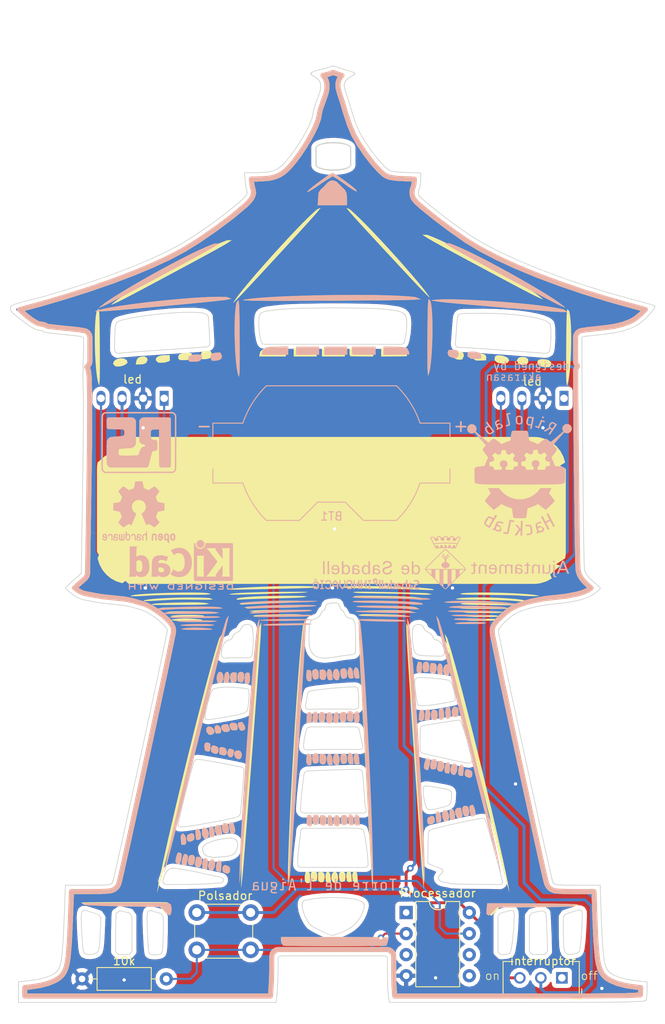
<source format=kicad_pcb>
(kicad_pcb (version 20171130) (host pcbnew 5.0.0-fee4fd1~66~ubuntu18.04.1)
  (layers (0 F.Cu signal) (31 B.Cu signal) (34 B.Paste user) (35 F.Paste user) (36 B.SilkS user) (37 F.SilkS user) (38 B.Mask user) (39 F.Mask user) (44 Edge.Cuts user))
  (net 0 "")
  (net 1 "Net-(D1-Pad1)")
  (net 2 "Net-(D1-Pad2)")
  (net 3 GND)
  (net 4 "Net-(D1-Pad4)")
  (net 5 "Net-(BT1-Pad1)")
  (net 6 "Net-(R1-Pad2)")
  (module sabatic:torreaigua_base03 (layer F.Cu) (at 141.53896 89.65184)
    (fp_text reference svg2mod hide)
    (fp_text value G*** hide)
    (fp_line (start 0.295475 -25.878009) (end 1.230335 -25.868047) (layer Edge.Cuts) (width 0.089095))
    (fp_line (start 1.230335 -25.868047) (end 2.165195 -25.858086) (layer Edge.Cuts) (width 0.089095))
    (fp_line (start 2.165195 -25.858086) (end 3.100055 -25.848124) (layer Edge.Cuts) (width 0.089095))
    (fp_line (start 3.100055 -25.848124) (end 4.034916 -25.838162) (layer Edge.Cuts) (width 0.089095))
    (fp_line (start 4.034916 -25.838162) (end 4.413942 -25.824691) (layer Edge.Cuts) (width 0.089095))
    (fp_line (start 4.413942 -25.824691) (end 4.792968 -25.81122) (layer Edge.Cuts) (width 0.089095))
    (fp_line (start 4.792968 -25.81122) (end 5.171994 -25.797749) (layer Edge.Cuts) (width 0.089095))
    (fp_line (start 5.171994 -25.797749) (end 5.55102 -25.784277) (layer Edge.Cuts) (width 0.089095))
    (fp_line (start 5.55102 -25.784277) (end 5.825022 -25.765073) (layer Edge.Cuts) (width 0.089095))
    (fp_line (start 5.825022 -25.765073) (end 6.099023 -25.745868) (layer Edge.Cuts) (width 0.089095))
    (fp_line (start 6.099023 -25.745868) (end 6.373024 -25.726663) (layer Edge.Cuts) (width 0.089095))
    (fp_line (start 6.373024 -25.726663) (end 6.647025 -25.707458) (layer Edge.Cuts) (width 0.089095))
    (fp_line (start 6.647025 -25.707458) (end 6.981941 -25.65918) (layer Edge.Cuts) (width 0.089095))
    (fp_line (start 6.981941 -25.65918) (end 7.316857 -25.610901) (layer Edge.Cuts) (width 0.089095))
    (fp_line (start 7.316857 -25.610901) (end 7.651775 -25.562624) (layer Edge.Cuts) (width 0.089095))
    (fp_line (start 7.651775 -25.562624) (end 7.986692 -25.514347) (layer Edge.Cuts) (width 0.089095))
    (fp_line (start 7.986692 -25.514347) (end 8.097217 -25.48266) (layer Edge.Cuts) (width 0.089095))
    (fp_line (start 8.097217 -25.48266) (end 8.207741 -25.450974) (layer Edge.Cuts) (width 0.089095))
    (fp_line (start 8.207741 -25.450974) (end 8.318267 -25.419286) (layer Edge.Cuts) (width 0.089095))
    (fp_line (start 8.318267 -25.419286) (end 8.428793 -25.387598) (layer Edge.Cuts) (width 0.089095))
    (fp_line (start 8.428793 -25.387598) (end 8.507478 -25.346899) (layer Edge.Cuts) (width 0.089095))
    (fp_line (start 8.507478 -25.346899) (end 8.586164 -25.306199) (layer Edge.Cuts) (width 0.089095))
    (fp_line (start 8.586164 -25.306199) (end 8.66485 -25.2655) (layer Edge.Cuts) (width 0.089095))
    (fp_line (start 8.66485 -25.2655) (end 8.743536 -25.2248) (layer Edge.Cuts) (width 0.089095))
    (fp_line (start 8.743536 -25.2248) (end 8.795722 -25.172091) (layer Edge.Cuts) (width 0.089095))
    (fp_line (start 8.795722 -25.172091) (end 8.847909 -25.119382) (layer Edge.Cuts) (width 0.089095))
    (fp_line (start 8.847909 -25.119382) (end 8.900095 -25.066672) (layer Edge.Cuts) (width 0.089095))
    (fp_line (start 8.900095 -25.066672) (end 8.952281 -25.013962) (layer Edge.Cuts) (width 0.089095))
    (fp_line (start 8.952281 -25.013962) (end 8.98394 -24.944843) (layer Edge.Cuts) (width 0.089095))
    (fp_line (start 8.98394 -24.944843) (end 9.015599 -24.875725) (layer Edge.Cuts) (width 0.089095))
    (fp_line (start 9.015599 -24.875725) (end 9.047258 -24.806608) (layer Edge.Cuts) (width 0.089095))
    (fp_line (start 9.047258 -24.806608) (end 9.078916 -24.737491) (layer Edge.Cuts) (width 0.089095))
    (fp_line (start 9.078916 -24.737491) (end 9.094963 -24.647217) (layer Edge.Cuts) (width 0.089095))
    (fp_line (start 9.094963 -24.647217) (end 9.11101 -24.556944) (layer Edge.Cuts) (width 0.089095))
    (fp_line (start 9.11101 -24.556944) (end 9.127056 -24.46667) (layer Edge.Cuts) (width 0.089095))
    (fp_line (start 9.127056 -24.46667) (end 9.143102 -24.376395) (layer Edge.Cuts) (width 0.089095))
    (fp_line (start 9.143102 -24.376395) (end 9.147467 -24.261514) (layer Edge.Cuts) (width 0.089095))
    (fp_line (start 9.147467 -24.261514) (end 9.151833 -24.146634) (layer Edge.Cuts) (width 0.089095))
    (fp_line (start 9.151833 -24.146634) (end 9.156198 -24.031752) (layer Edge.Cuts) (width 0.089095))
    (fp_line (start 9.156198 -24.031752) (end 9.160564 -23.916869) (layer Edge.Cuts) (width 0.089095))
    (fp_line (start 9.160564 -23.916869) (end 9.146033 -23.677209) (layer Edge.Cuts) (width 0.089095))
    (fp_line (start 9.146033 -23.677209) (end 9.131502 -23.437548) (layer Edge.Cuts) (width 0.089095))
    (fp_line (start 9.131502 -23.437548) (end 9.116973 -23.197887) (layer Edge.Cuts) (width 0.089095))
    (fp_line (start 9.116973 -23.197887) (end 9.102443 -22.958226) (layer Edge.Cuts) (width 0.089095))
    (fp_line (start 9.102443 -22.958226) (end 9.068396 -22.757604) (layer Edge.Cuts) (width 0.089095))
    (fp_line (start 9.068396 -22.757604) (end 9.03435 -22.556983) (layer Edge.Cuts) (width 0.089095))
    (fp_line (start 9.03435 -22.556983) (end 9.000305 -22.35636) (layer Edge.Cuts) (width 0.089095))
    (fp_line (start 9.000305 -22.35636) (end 8.966259 -22.155737) (layer Edge.Cuts) (width 0.089095))
    (fp_line (start 8.966259 -22.155737) (end 8.932906 -22.031682) (layer Edge.Cuts) (width 0.089095))
    (fp_line (start 8.932906 -22.031682) (end 8.899553 -21.907626) (layer Edge.Cuts) (width 0.089095))
    (fp_line (start 8.899553 -21.907626) (end 8.87002 -21.810973) (layer Edge.Cuts) (width 0.089095))
    (fp_line (start 8.87002 -21.810973) (end 8.840487 -21.714319) (layer Edge.Cuts) (width 0.089095))
    (fp_line (start 8.840487 -21.714319) (end 8.779244 -21.604893) (layer Edge.Cuts) (width 0.089095))
    (fp_line (start 8.779244 -21.604893) (end 8.689124 -21.530105) (layer Edge.Cuts) (width 0.089095))
    (fp_line (start 8.689124 -21.530105) (end 8.455762 -21.470966) (layer Edge.Cuts) (width 0.089095))
    (fp_line (start 8.455762 -21.470966) (end 6.479364 -21.478996) (layer Edge.Cuts) (width 0.089095))
    (fp_line (start 6.479364 -21.478996) (end 4.502966 -21.487026) (layer Edge.Cuts) (width 0.089095))
    (fp_line (start 4.502966 -21.487026) (end 2.364336 -21.487026) (layer Edge.Cuts) (width 0.089095))
    (fp_line (start 2.364336 -21.487026) (end 0.225707 -21.487026) (layer Edge.Cuts) (width 0.089095))
    (fp_line (start 0.225707 -21.487026) (end -1.912923 -21.487026) (layer Edge.Cuts) (width 0.089095))
    (fp_line (start -1.912923 -21.487026) (end -4.051553 -21.487026) (layer Edge.Cuts) (width 0.089095))
    (fp_line (start -4.051553 -21.487026) (end -5.942806 -21.487026) (layer Edge.Cuts) (width 0.089095))
    (fp_line (start -5.942806 -21.487026) (end -7.83406 -21.487026) (layer Edge.Cuts) (width 0.089095))
    (fp_line (start -7.83406 -21.487026) (end -7.910541 -21.487026) (layer Edge.Cuts) (width 0.089095))
    (fp_line (start -7.910541 -21.487026) (end -7.987023 -21.487026) (layer Edge.Cuts) (width 0.089095))
    (fp_line (start -7.987023 -21.487026) (end -8.22567 -21.535984) (layer Edge.Cuts) (width 0.089095))
    (fp_line (start -8.22567 -21.535984) (end -8.303468 -21.604601) (layer Edge.Cuts) (width 0.089095))
    (fp_line (start -8.303468 -21.604601) (end -8.379855 -21.722267) (layer Edge.Cuts) (width 0.089095))
    (fp_line (start -8.379855 -21.722267) (end -8.400847 -21.77182) (layer Edge.Cuts) (width 0.089095))
    (fp_line (start -8.400847 -21.77182) (end -8.421839 -21.821372) (layer Edge.Cuts) (width 0.089095))
    (fp_line (start -8.421839 -21.821372) (end -8.468348 -21.988545) (layer Edge.Cuts) (width 0.089095))
    (fp_line (start -8.468348 -21.988545) (end -8.514856 -22.155718) (layer Edge.Cuts) (width 0.089095))
    (fp_line (start -8.514856 -22.155718) (end -8.548882 -22.362962) (layer Edge.Cuts) (width 0.089095))
    (fp_line (start -8.548882 -22.362962) (end -8.582907 -22.570206) (layer Edge.Cuts) (width 0.089095))
    (fp_line (start -8.582907 -22.570206) (end -8.616933 -22.777451) (layer Edge.Cuts) (width 0.089095))
    (fp_line (start -8.616933 -22.777451) (end -8.650958 -22.984695) (layer Edge.Cuts) (width 0.089095))
    (fp_line (start -8.650958 -22.984695) (end -8.665509 -23.240601) (layer Edge.Cuts) (width 0.089095))
    (fp_line (start -8.665509 -23.240601) (end -8.68006 -23.496507) (layer Edge.Cuts) (width 0.089095))
    (fp_line (start -8.68006 -23.496507) (end -8.69461 -23.752414) (layer Edge.Cuts) (width 0.089095))
    (fp_line (start -8.69461 -23.752414) (end -8.709161 -24.00832) (layer Edge.Cuts) (width 0.089095))
    (fp_line (start -8.709161 -24.00832) (end -8.707534 -24.126757) (layer Edge.Cuts) (width 0.089095))
    (fp_line (start -8.707534 -24.126757) (end -8.705907 -24.245194) (layer Edge.Cuts) (width 0.089095))
    (fp_line (start -8.705907 -24.245194) (end -8.704279 -24.363629) (layer Edge.Cuts) (width 0.089095))
    (fp_line (start -8.704279 -24.363629) (end -8.702652 -24.482064) (layer Edge.Cuts) (width 0.089095))
    (fp_line (start -8.702652 -24.482064) (end -8.693048 -24.57098) (layer Edge.Cuts) (width 0.089095))
    (fp_line (start -8.693048 -24.57098) (end -8.683444 -24.659896) (layer Edge.Cuts) (width 0.089095))
    (fp_line (start -8.683444 -24.659896) (end -8.673839 -24.748811) (layer Edge.Cuts) (width 0.089095))
    (fp_line (start -8.673839 -24.748811) (end -8.664235 -24.837725) (layer Edge.Cuts) (width 0.089095))
    (fp_line (start -8.664235 -24.837725) (end -8.640418 -24.901487) (layer Edge.Cuts) (width 0.089095))
    (fp_line (start -8.640418 -24.901487) (end -8.616602 -24.965249) (layer Edge.Cuts) (width 0.089095))
    (fp_line (start -8.616602 -24.965249) (end -8.592787 -25.02901) (layer Edge.Cuts) (width 0.089095))
    (fp_line (start -8.592787 -25.02901) (end -8.568972 -25.09277) (layer Edge.Cuts) (width 0.089095))
    (fp_line (start -8.568972 -25.09277) (end -8.523799 -25.138175) (layer Edge.Cuts) (width 0.089095))
    (fp_line (start -8.523799 -25.138175) (end -8.478627 -25.183581) (layer Edge.Cuts) (width 0.089095))
    (fp_line (start -8.478627 -25.183581) (end -8.433456 -25.228986) (layer Edge.Cuts) (width 0.089095))
    (fp_line (start -8.433456 -25.228986) (end -8.388285 -25.274391) (layer Edge.Cuts) (width 0.089095))
    (fp_line (start -8.388285 -25.274391) (end -8.312721 -25.307858) (layer Edge.Cuts) (width 0.089095))
    (fp_line (start -8.312721 -25.307858) (end -8.237158 -25.341325) (layer Edge.Cuts) (width 0.089095))
    (fp_line (start -8.237158 -25.341325) (end -8.161594 -25.374792) (layer Edge.Cuts) (width 0.089095))
    (fp_line (start -8.161594 -25.374792) (end -8.08603 -25.40826) (layer Edge.Cuts) (width 0.089095))
    (fp_line (start -8.08603 -25.40826) (end -7.97187 -25.433914) (layer Edge.Cuts) (width 0.089095))
    (fp_line (start -7.97187 -25.433914) (end -7.857711 -25.459568) (layer Edge.Cuts) (width 0.089095))
    (fp_line (start -7.857711 -25.459568) (end -7.743551 -25.485222) (layer Edge.Cuts) (width 0.089095))
    (fp_line (start -7.743551 -25.485222) (end -7.629391 -25.510876) (layer Edge.Cuts) (width 0.089095))
    (fp_line (start -7.629391 -25.510876) (end -7.25765 -25.555882) (layer Edge.Cuts) (width 0.089095))
    (fp_line (start -7.25765 -25.555882) (end -6.885909 -25.600889) (layer Edge.Cuts) (width 0.089095))
    (fp_line (start -6.885909 -25.600889) (end -6.514168 -25.645896) (layer Edge.Cuts) (width 0.089095))
    (fp_line (start -6.514168 -25.645896) (end -6.142428 -25.690903) (layer Edge.Cuts) (width 0.089095))
    (fp_line (start -6.142428 -25.690903) (end -5.858961 -25.710838) (layer Edge.Cuts) (width 0.089095))
    (fp_line (start -5.858961 -25.710838) (end -5.575494 -25.730773) (layer Edge.Cuts) (width 0.089095))
    (fp_line (start -5.575494 -25.730773) (end -5.292028 -25.750708) (layer Edge.Cuts) (width 0.089095))
    (fp_line (start -5.292028 -25.750708) (end -5.008561 -25.770643) (layer Edge.Cuts) (width 0.089095))
    (fp_line (start -5.008561 -25.770643) (end -4.622796 -25.785106) (layer Edge.Cuts) (width 0.089095))
    (fp_line (start -4.622796 -25.785106) (end -4.237031 -25.799568) (layer Edge.Cuts) (width 0.089095))
    (fp_line (start -4.237031 -25.799568) (end -3.851266 -25.814031) (layer Edge.Cuts) (width 0.089095))
    (fp_line (start -3.851266 -25.814031) (end -3.465501 -25.828495) (layer Edge.Cuts) (width 0.089095))
    (fp_line (start -3.465501 -25.828495) (end -2.525269 -25.840864) (layer Edge.Cuts) (width 0.089095))
    (fp_line (start -2.525269 -25.840864) (end -1.585038 -25.853233) (layer Edge.Cuts) (width 0.089095))
    (fp_line (start -1.585038 -25.853233) (end -0.644807 -25.865602) (layer Edge.Cuts) (width 0.089095))
    (fp_line (start -0.644807 -25.865602) (end 0.295424 -25.877972) (layer Edge.Cuts) (width 0.089095))
    (fp_line (start 0.295424 -25.877972) (end 0.295475 -25.878009) (layer Edge.Cuts) (width 0.089095))
    (fp_line (start 0.28401 -55.01833) (end 0.329094 -55.012513) (layer Edge.Cuts) (width 0.089095))
    (fp_line (start 0.329094 -55.012513) (end 0.374178 -55.006696) (layer Edge.Cuts) (width 0.089095))
    (fp_line (start 0.374178 -55.006696) (end 0.419261 -55.000879) (layer Edge.Cuts) (width 0.089095))
    (fp_line (start 0.419261 -55.000879) (end 0.464345 -54.995062) (layer Edge.Cuts) (width 0.089095))
    (fp_line (start 0.464345 -54.995062) (end 0.510987 -54.978141) (layer Edge.Cuts) (width 0.089095))
    (fp_line (start 0.510987 -54.978141) (end 0.557629 -54.96122) (layer Edge.Cuts) (width 0.089095))
    (fp_line (start 0.557629 -54.96122) (end 0.604271 -54.944299) (layer Edge.Cuts) (width 0.089095))
    (fp_line (start -14.60962 -21.576162) (end -14.632854 -21.386855) (layer Edge.Cuts) (width 0.089095))
    (fp_line (start -14.632854 -21.386855) (end -14.700253 -21.276943) (layer Edge.Cuts) (width 0.089095))
    (fp_line (start -14.700253 -21.276943) (end -14.824863 -21.212745) (layer Edge.Cuts) (width 0.089095))
    (fp_line (start -14.824863 -21.212745) (end -15.000373 -21.170767) (layer Edge.Cuts) (width 0.089095))
    (fp_line (start -15.000373 -21.170767) (end -15.272061 -21.149192) (layer Edge.Cuts) (width 0.089095))
    (fp_line (start -15.272061 -21.149192) (end -15.54375 -21.127616) (layer Edge.Cuts) (width 0.089095))
    (fp_line (start -15.54375 -21.127616) (end -15.815439 -21.106041) (layer Edge.Cuts) (width 0.089095))
    (fp_line (start -15.815439 -21.106041) (end -16.087127 -21.084465) (layer Edge.Cuts) (width 0.089095))
    (fp_line (start -16.087127 -21.084465) (end -16.967565 -21.025039) (layer Edge.Cuts) (width 0.089095))
    (fp_line (start -16.967565 -21.025039) (end -17.848002 -20.965612) (layer Edge.Cuts) (width 0.089095))
    (fp_line (start -17.848002 -20.965612) (end -18.72844 -20.906184) (layer Edge.Cuts) (width 0.089095))
    (fp_line (start -18.72844 -20.906184) (end -19.608877 -20.846756) (layer Edge.Cuts) (width 0.089095))
    (fp_line (start -19.608877 -20.846756) (end -20.54267 -20.784227) (layer Edge.Cuts) (width 0.089095))
    (fp_line (start -20.54267 -20.784227) (end -21.476464 -20.721698) (layer Edge.Cuts) (width 0.089095))
    (fp_line (start -21.476464 -20.721698) (end -22.410257 -20.659169) (layer Edge.Cuts) (width 0.089095))
    (fp_line (start -22.410257 -20.659169) (end -23.34405 -20.59664) (layer Edge.Cuts) (width 0.089095))
    (fp_line (start -23.34405 -20.59664) (end -23.849187 -20.554783) (layer Edge.Cuts) (width 0.089095))
    (fp_line (start -23.849187 -20.554783) (end -24.354325 -20.512926) (layer Edge.Cuts) (width 0.089095))
    (fp_line (start -24.354325 -20.512926) (end -24.700248 -20.484261) (layer Edge.Cuts) (width 0.089095))
    (fp_line (start -24.700248 -20.484261) (end -25.046172 -20.455596) (layer Edge.Cuts) (width 0.089095))
    (fp_line (start -25.046172 -20.455596) (end -25.205385 -20.442406) (layer Edge.Cuts) (width 0.089095))
    (fp_line (start -25.205385 -20.442406) (end -25.364599 -20.429217) (layer Edge.Cuts) (width 0.089095))
    (fp_line (start -25.364599 -20.429217) (end -25.471125 -20.414728) (layer Edge.Cuts) (width 0.089095))
    (fp_line (start -25.471125 -20.414728) (end -25.577651 -20.40024) (layer Edge.Cuts) (width 0.089095))
    (fp_line (start -25.577651 -20.40024) (end -25.657289 -20.389405) (layer Edge.Cuts) (width 0.089095))
    (fp_line (start -25.657289 -20.389405) (end -25.736927 -20.37857) (layer Edge.Cuts) (width 0.089095))
    (fp_line (start -25.736927 -20.37857) (end -25.82016 -20.417709) (layer Edge.Cuts) (width 0.089095))
    (fp_line (start -25.82016 -20.417709) (end -25.903393 -20.456847) (layer Edge.Cuts) (width 0.089095))
    (fp_line (start -25.903393 -20.456847) (end -25.962475 -20.510779) (layer Edge.Cuts) (width 0.089095))
    (fp_line (start -25.962475 -20.510779) (end -26.021558 -20.56471) (layer Edge.Cuts) (width 0.089095))
    (fp_line (start -26.021558 -20.56471) (end -26.065224 -20.703258) (layer Edge.Cuts) (width 0.089095))
    (fp_line (start -26.065224 -20.703258) (end -26.108891 -20.841805) (layer Edge.Cuts) (width 0.089095))
    (fp_line (start -26.108891 -20.841805) (end -26.109076 -21.012876) (layer Edge.Cuts) (width 0.089095))
    (fp_line (start -26.109076 -21.012876) (end -26.109261 -21.183946) (layer Edge.Cuts) (width 0.089095))
    (fp_line (start -26.109261 -21.183946) (end -26.109261 -21.611956) (layer Edge.Cuts) (width 0.089095))
    (fp_line (start -26.109261 -21.611956) (end -26.109261 -22.039966) (layer Edge.Cuts) (width 0.089095))
    (fp_line (start -26.109261 -22.039966) (end -26.093887 -22.387361) (layer Edge.Cuts) (width 0.089095))
    (fp_line (start -26.093887 -22.387361) (end -26.078514 -22.734756) (layer Edge.Cuts) (width 0.089095))
    (fp_line (start -26.078514 -22.734756) (end -26.06314 -23.082151) (layer Edge.Cuts) (width 0.089095))
    (fp_line (start -26.06314 -23.082151) (end -26.047767 -23.429547) (layer Edge.Cuts) (width 0.089095))
    (fp_line (start -26.047767 -23.429547) (end -26.028847 -23.538535) (layer Edge.Cuts) (width 0.089095))
    (fp_line (start -26.028847 -23.538535) (end -26.009927 -23.647524) (layer Edge.Cuts) (width 0.089095))
    (fp_line (start -26.009927 -23.647524) (end -25.991007 -23.756513) (layer Edge.Cuts) (width 0.089095))
    (fp_line (start -25.991007 -23.756513) (end -25.972087 -23.865503) (layer Edge.Cuts) (width 0.089095))
    (fp_line (start -25.972087 -23.865503) (end -25.948374 -23.925626) (layer Edge.Cuts) (width 0.089095))
    (fp_line (start -25.948374 -23.925626) (end -25.924661 -23.985748) (layer Edge.Cuts) (width 0.089095))
    (fp_line (start -25.924661 -23.985748) (end -25.900948 -24.04587) (layer Edge.Cuts) (width 0.089095))
    (fp_line (start -25.900948 -24.04587) (end -25.877235 -24.105991) (layer Edge.Cuts) (width 0.089095))
    (fp_line (start -25.877235 -24.105991) (end -25.837079 -24.134338) (layer Edge.Cuts) (width 0.089095))
    (fp_line (start -25.837079 -24.134338) (end -25.796922 -24.162686) (layer Edge.Cuts) (width 0.089095))
    (fp_line (start -25.796922 -24.162686) (end -25.756766 -24.191033) (layer Edge.Cuts) (width 0.089095))
    (fp_line (start -25.756766 -24.191033) (end -25.71661 -24.219381) (layer Edge.Cuts) (width 0.089095))
    (fp_line (start -25.71661 -24.219381) (end -25.635585 -24.25214) (layer Edge.Cuts) (width 0.089095))
    (fp_line (start -25.635585 -24.25214) (end -25.554559 -24.2849) (layer Edge.Cuts) (width 0.089095))
    (fp_line (start -25.554559 -24.2849) (end -25.473533 -24.317659) (layer Edge.Cuts) (width 0.089095))
    (fp_line (start -25.473533 -24.317659) (end -25.392507 -24.350418) (layer Edge.Cuts) (width 0.089095))
    (fp_line (start -25.392507 -24.350418) (end -25.132446 -24.415531) (layer Edge.Cuts) (width 0.089095))
    (fp_line (start -25.132446 -24.415531) (end -24.872384 -24.480644) (layer Edge.Cuts) (width 0.089095))
    (fp_line (start -24.872384 -24.480644) (end -24.612323 -24.545756) (layer Edge.Cuts) (width 0.089095))
    (fp_line (start -24.612323 -24.545756) (end -24.352261 -24.610869) (layer Edge.Cuts) (width 0.089095))
    (fp_line (start -24.352261 -24.610869) (end -23.995489 -24.672478) (layer Edge.Cuts) (width 0.089095))
    (fp_line (start -23.995489 -24.672478) (end -23.638717 -24.734088) (layer Edge.Cuts) (width 0.089095))
    (fp_line (start -23.638717 -24.734088) (end -23.281945 -24.795698) (layer Edge.Cuts) (width 0.089095))
    (fp_line (start -23.281945 -24.795698) (end -22.925172 -24.857307) (layer Edge.Cuts) (width 0.089095))
    (fp_line (start -22.925172 -24.857307) (end -22.510932 -24.910807) (layer Edge.Cuts) (width 0.089095))
    (fp_line (start -22.510932 -24.910807) (end -22.096692 -24.964307) (layer Edge.Cuts) (width 0.089095))
    (fp_line (start -22.096692 -24.964307) (end -21.682452 -25.017806) (layer Edge.Cuts) (width 0.089095))
    (fp_line (start -21.682452 -25.017806) (end -21.268212 -25.071305) (layer Edge.Cuts) (width 0.089095))
    (fp_line (start -21.268212 -25.071305) (end -20.835268 -25.112211) (layer Edge.Cuts) (width 0.089095))
    (fp_line (start -20.835268 -25.112211) (end -20.402324 -25.153117) (layer Edge.Cuts) (width 0.089095))
    (fp_line (start -20.402324 -25.153117) (end -19.969381 -25.194022) (layer Edge.Cuts) (width 0.089095))
    (fp_line (start -19.969381 -25.194022) (end -19.536437 -25.234928) (layer Edge.Cuts) (width 0.089095))
    (fp_line (start -19.536437 -25.234928) (end -19.123696 -25.259005) (layer Edge.Cuts) (width 0.089095))
    (fp_line (start -19.123696 -25.259005) (end -18.710956 -25.283082) (layer Edge.Cuts) (width 0.089095))
    (fp_line (start -18.710956 -25.283082) (end -18.298215 -25.307161) (layer Edge.Cuts) (width 0.089095))
    (fp_line (start -18.298215 -25.307161) (end -17.885474 -25.331239) (layer Edge.Cuts) (width 0.089095))
    (fp_line (start -17.885474 -25.331239) (end -17.885389 -25.331255) (layer Edge.Cuts) (width 0.089095))
    (fp_line (start -17.885389 -25.331255) (end -17.885384 -25.331237) (layer Edge.Cuts) (width 0.089095))
    (fp_line (start -17.885384 -25.331237) (end -17.532176 -25.334359) (layer Edge.Cuts) (width 0.089095))
    (fp_line (start -17.532176 -25.334359) (end -17.178968 -25.337481) (layer Edge.Cuts) (width 0.089095))
    (fp_line (start -17.178968 -25.337481) (end -16.82576 -25.340616) (layer Edge.Cuts) (width 0.089095))
    (fp_line (start -16.82576 -25.340616) (end -16.472551 -25.343751) (layer Edge.Cuts) (width 0.089095))
    (fp_line (start -16.472551 -25.343751) (end -16.218303 -25.321759) (layer Edge.Cuts) (width 0.089095))
    (fp_line (start -16.218303 -25.321759) (end -15.964054 -25.299767) (layer Edge.Cuts) (width 0.089095))
    (fp_line (start -15.964054 -25.299767) (end -15.709806 -25.277775) (layer Edge.Cuts) (width 0.089095))
    (fp_line (start -15.709806 -25.277775) (end -15.455557 -25.255783) (layer Edge.Cuts) (width 0.089095))
    (fp_line (start -15.455557 -25.255783) (end -15.35632 -25.227402) (layer Edge.Cuts) (width 0.089095))
    (fp_line (start -15.35632 -25.227402) (end -15.257084 -25.199022) (layer Edge.Cuts) (width 0.089095))
    (fp_line (start -15.257084 -25.199022) (end -15.139739 -25.138285) (layer Edge.Cuts) (width 0.089095))
    (fp_line (start -15.139739 -25.138285) (end -15.022394 -25.077549) (layer Edge.Cuts) (width 0.089095))
    (fp_line (start -15.022394 -25.077549) (end -14.965959 -25.030976) (layer Edge.Cuts) (width 0.089095))
    (fp_line (start -14.965959 -25.030976) (end -14.909524 -24.984402) (layer Edge.Cuts) (width 0.089095))
    (fp_line (start -14.909524 -24.984402) (end -14.853155 -24.898168) (layer Edge.Cuts) (width 0.089095))
    (fp_line (start -14.853155 -24.898168) (end -14.796786 -24.811934) (layer Edge.Cuts) (width 0.089095))
    (fp_line (start -14.796786 -24.811934) (end -14.788799 -24.631896) (layer Edge.Cuts) (width 0.089095))
    (fp_line (start -14.788799 -24.631896) (end -14.781435 -24.452222) (layer Edge.Cuts) (width 0.089095))
    (fp_line (start -14.781435 -24.452222) (end -14.767226 -24.311013) (layer Edge.Cuts) (width 0.089095))
    (fp_line (start -14.767226 -24.311013) (end -14.753016 -24.169803) (layer Edge.Cuts) (width 0.089095))
    (fp_line (start -14.753016 -24.169803) (end -14.720073 -23.686499) (layer Edge.Cuts) (width 0.089095))
    (fp_line (start -14.720073 -23.686499) (end -14.68713 -23.203196) (layer Edge.Cuts) (width 0.089095))
    (fp_line (start -14.68713 -23.203196) (end -14.668526 -22.851538) (layer Edge.Cuts) (width 0.089095))
    (fp_line (start -14.668526 -22.851538) (end -14.649923 -22.49988) (layer Edge.Cuts) (width 0.089095))
    (fp_line (start -14.649923 -22.49988) (end -14.631319 -22.148221) (layer Edge.Cuts) (width 0.089095))
    (fp_line (start -14.631319 -22.148221) (end -14.612716 -21.796562) (layer Edge.Cuts) (width 0.089095))
    (fp_line (start -14.612716 -21.796562) (end -14.611168 -21.686362) (layer Edge.Cuts) (width 0.089095))
    (fp_line (start -14.611168 -21.686362) (end -14.60962 -21.576162) (layer Edge.Cuts) (width 0.089095))
    (fp_line (start 0.604271 -54.944299) (end 0.650913 -54.927378) (layer Edge.Cuts) (width 0.089095))
    (fp_line (start 0.650913 -54.927378) (end 0.788355 -54.876458) (layer Edge.Cuts) (width 0.089095))
    (fp_line (start 0.788355 -54.876458) (end 0.925797 -54.825537) (layer Edge.Cuts) (width 0.089095))
    (fp_line (start 0.925797 -54.825537) (end 1.063239 -54.774617) (layer Edge.Cuts) (width 0.089095))
    (fp_line (start 1.063239 -54.774617) (end 1.20068 -54.723697) (layer Edge.Cuts) (width 0.089095))
    (fp_line (start 1.20068 -54.723697) (end 1.388024 -54.669197) (layer Edge.Cuts) (width 0.089095))
    (fp_line (start 1.388024 -54.669197) (end 1.575367 -54.614698) (layer Edge.Cuts) (width 0.089095))
    (fp_line (start 1.575367 -54.614698) (end 1.762712 -54.560198) (layer Edge.Cuts) (width 0.089095))
    (fp_line (start 1.762712 -54.560198) (end 1.950057 -54.505698) (layer Edge.Cuts) (width 0.089095))
    (fp_line (start 1.950057 -54.505698) (end 2.112191 -54.456218) (layer Edge.Cuts) (width 0.089095))
    (fp_line (start 2.112191 -54.456218) (end 2.274325 -54.406737) (layer Edge.Cuts) (width 0.089095))
    (fp_line (start 2.274325 -54.406737) (end 2.436461 -54.357257) (layer Edge.Cuts) (width 0.089095))
    (fp_line (start 2.436461 -54.357257) (end 2.598596 -54.307777) (layer Edge.Cuts) (width 0.089095))
    (fp_line (start 2.598596 -54.307777) (end 2.644275 -54.285385) (layer Edge.Cuts) (width 0.089095))
    (fp_line (start 2.644275 -54.285385) (end 2.689954 -54.262994) (layer Edge.Cuts) (width 0.089095))
    (fp_line (start 2.689954 -54.262994) (end 2.735633 -54.240603) (layer Edge.Cuts) (width 0.089095))
    (fp_line (start 2.735633 -54.240603) (end 2.781312 -54.218211) (layer Edge.Cuts) (width 0.089095))
    (fp_line (start 2.781312 -54.218211) (end 2.803587 -54.198745) (layer Edge.Cuts) (width 0.089095))
    (fp_line (start 2.803587 -54.198745) (end 2.825862 -54.179278) (layer Edge.Cuts) (width 0.089095))
    (fp_line (start 2.825862 -54.179278) (end 2.848139 -54.159812) (layer Edge.Cuts) (width 0.089095))
    (fp_line (start 2.848139 -54.159812) (end 2.870416 -54.140346) (layer Edge.Cuts) (width 0.089095))
    (fp_line (start 2.870416 -54.140346) (end 2.873128 -54.124972) (layer Edge.Cuts) (width 0.089095))
    (fp_line (start 2.873128 -54.124972) (end 2.87584 -54.109598) (layer Edge.Cuts) (width 0.089095))
    (fp_line (start 2.87584 -54.109598) (end 2.878551 -54.094225) (layer Edge.Cuts) (width 0.089095))
    (fp_line (start 2.878551 -54.094225) (end 2.881263 -54.078851) (layer Edge.Cuts) (width 0.089095))
    (fp_line (start 2.881263 -54.078851) (end 2.86744 -54.058052) (layer Edge.Cuts) (width 0.089095))
    (fp_line (start 2.86744 -54.058052) (end 2.853617 -54.037252) (layer Edge.Cuts) (width 0.089095))
    (fp_line (start 2.853617 -54.037252) (end 2.839794 -54.016453) (layer Edge.Cuts) (width 0.089095))
    (fp_line (start 2.839794 -54.016453) (end 2.825971 -53.995653) (layer Edge.Cuts) (width 0.089095))
    (fp_line (start 2.825971 -53.995653) (end 2.734891 -53.936871) (layer Edge.Cuts) (width 0.089095))
    (fp_line (start 2.734891 -53.936871) (end 2.643811 -53.878088) (layer Edge.Cuts) (width 0.089095))
    (fp_line (start 2.643811 -53.878088) (end 2.552732 -53.819306) (layer Edge.Cuts) (width 0.089095))
    (fp_line (start 2.552732 -53.819306) (end 2.461653 -53.760523) (layer Edge.Cuts) (width 0.089095))
    (fp_line (start 2.461653 -53.760523) (end 2.388791 -53.718411) (layer Edge.Cuts) (width 0.089095))
    (fp_line (start 2.388791 -53.718411) (end 2.315928 -53.676299) (layer Edge.Cuts) (width 0.089095))
    (fp_line (start 2.315928 -53.676299) (end 2.243067 -53.634187) (layer Edge.Cuts) (width 0.089095))
    (fp_line (start 2.243067 -53.634187) (end 2.170206 -53.592075) (layer Edge.Cuts) (width 0.089095))
    (fp_line (start 2.170206 -53.592075) (end 2.112796 -53.54809) (layer Edge.Cuts) (width 0.089095))
    (fp_line (start 2.112796 -53.54809) (end 2.055385 -53.504105) (layer Edge.Cuts) (width 0.089095))
    (fp_line (start 2.055385 -53.504105) (end 1.997973 -53.460119) (layer Edge.Cuts) (width 0.089095))
    (fp_line (start 1.997973 -53.460119) (end 1.940561 -53.416134) (layer Edge.Cuts) (width 0.089095))
    (fp_line (start 1.940561 -53.416134) (end 1.898354 -53.368656) (layer Edge.Cuts) (width 0.089095))
    (fp_line (start 1.898354 -53.368656) (end 1.856146 -53.321179) (layer Edge.Cuts) (width 0.089095))
    (fp_line (start 1.856146 -53.321179) (end 1.81394 -53.273701) (layer Edge.Cuts) (width 0.089095))
    (fp_line (start 1.81394 -53.273701) (end 1.771733 -53.226223) (layer Edge.Cuts) (width 0.089095))
    (fp_line (start 1.771733 -53.226223) (end 1.744483 -53.173634) (layer Edge.Cuts) (width 0.089095))
    (fp_line (start 1.744483 -53.173634) (end 1.717232 -53.121045) (layer Edge.Cuts) (width 0.089095))
    (fp_line (start 1.717232 -53.121045) (end 1.689982 -53.068456) (layer Edge.Cuts) (width 0.089095))
    (fp_line (start 1.689982 -53.068456) (end 1.662733 -53.015867) (layer Edge.Cuts) (width 0.089095))
    (fp_line (start 1.662733 -53.015867) (end 1.650271 -52.957146) (layer Edge.Cuts) (width 0.089095))
    (fp_line (start 1.650271 -52.957146) (end 1.637809 -52.898425) (layer Edge.Cuts) (width 0.089095))
    (fp_line (start 1.637809 -52.898425) (end 1.625347 -52.839704) (layer Edge.Cuts) (width 0.089095))
    (fp_line (start 1.625347 -52.839704) (end 1.612885 -52.780983) (layer Edge.Cuts) (width 0.089095))
    (fp_line (start 1.612885 -52.780983) (end 1.614658 -52.715211) (layer Edge.Cuts) (width 0.089095))
    (fp_line (start 1.614658 -52.715211) (end 1.616431 -52.649439) (layer Edge.Cuts) (width 0.089095))
    (fp_line (start 1.616431 -52.649439) (end 1.618204 -52.583667) (layer Edge.Cuts) (width 0.089095))
    (fp_line (start 1.618204 -52.583667) (end 1.619976 -52.517895) (layer Edge.Cuts) (width 0.089095))
    (fp_line (start 1.619976 -52.517895) (end 1.662833 -52.35933) (layer Edge.Cuts) (width 0.089095))
    (fp_line (start 1.662833 -52.35933) (end 1.705691 -52.200765) (layer Edge.Cuts) (width 0.089095))
    (fp_line (start 1.705691 -52.200765) (end 1.748549 -52.0422) (layer Edge.Cuts) (width 0.089095))
    (fp_line (start 1.748549 -52.0422) (end 1.791408 -51.883635) (layer Edge.Cuts) (width 0.089095))
    (fp_line (start 1.791408 -51.883635) (end 1.874943 -51.632541) (layer Edge.Cuts) (width 0.089095))
    (fp_line (start 1.874943 -51.632541) (end 1.958479 -51.381447) (layer Edge.Cuts) (width 0.089095))
    (fp_line (start 1.958479 -51.381447) (end 2.042014 -51.130353) (layer Edge.Cuts) (width 0.089095))
    (fp_line (start 2.042014 -51.130353) (end 2.12555 -50.879259) (layer Edge.Cuts) (width 0.089095))
    (fp_line (start 2.12555 -50.879259) (end 2.221073 -50.556229) (layer Edge.Cuts) (width 0.089095))
    (fp_line (start 2.221073 -50.556229) (end 2.316595 -50.233198) (layer Edge.Cuts) (width 0.089095))
    (fp_line (start 2.316595 -50.233198) (end 2.412119 -49.910167) (layer Edge.Cuts) (width 0.089095))
    (fp_line (start 2.412119 -49.910167) (end 2.507643 -49.587137) (layer Edge.Cuts) (width 0.089095))
    (fp_line (start 2.507643 -49.587137) (end 2.619711 -49.246525) (layer Edge.Cuts) (width 0.089095))
    (fp_line (start 2.619711 -49.246525) (end 2.731779 -48.905914) (layer Edge.Cuts) (width 0.089095))
    (fp_line (start 2.731779 -48.905914) (end 2.843847 -48.565303) (layer Edge.Cuts) (width 0.089095))
    (fp_line (start 2.843847 -48.565303) (end 2.955916 -48.224691) (layer Edge.Cuts) (width 0.089095))
    (fp_line (start 2.955916 -48.224691) (end 3.079362 -47.931878) (layer Edge.Cuts) (width 0.089095))
    (fp_line (start 3.079362 -47.931878) (end 3.202809 -47.639065) (layer Edge.Cuts) (width 0.089095))
    (fp_line (start 3.202809 -47.639065) (end 3.326257 -47.346252) (layer Edge.Cuts) (width 0.089095))
    (fp_line (start 3.326257 -47.346252) (end 3.449705 -47.053439) (layer Edge.Cuts) (width 0.089095))
    (fp_line (start 15.093935 -21.270297) (end 15.03219 -21.437376) (layer Edge.Cuts) (width 0.089095))
    (fp_line (start 15.03219 -21.437376) (end 15.023955 -21.646057) (layer Edge.Cuts) (width 0.089095))
    (fp_line (start 15.023955 -21.646057) (end 15.04696 -21.884871) (layer Edge.Cuts) (width 0.089095))
    (fp_line (start 15.04696 -21.884871) (end 15.069964 -22.123685) (layer Edge.Cuts) (width 0.089095))
    (fp_line (start 15.069964 -22.123685) (end 15.102649 -22.610219) (layer Edge.Cuts) (width 0.089095))
    (fp_line (start 15.102649 -22.610219) (end 15.135334 -23.096754) (layer Edge.Cuts) (width 0.089095))
    (fp_line (start 15.135334 -23.096754) (end 15.165694 -23.454613) (layer Edge.Cuts) (width 0.089095))
    (fp_line (start 15.165694 -23.454613) (end 15.196054 -23.812473) (layer Edge.Cuts) (width 0.089095))
    (fp_line (start 15.196054 -23.812473) (end 15.226413 -24.170332) (layer Edge.Cuts) (width 0.089095))
    (fp_line (start 15.226413 -24.170332) (end 15.256773 -24.528192) (layer Edge.Cuts) (width 0.089095))
    (fp_line (start 15.256773 -24.528192) (end 15.271371 -24.642009) (layer Edge.Cuts) (width 0.089095))
    (fp_line (start 15.271371 -24.642009) (end 15.28597 -24.755826) (layer Edge.Cuts) (width 0.089095))
    (fp_line (start 15.28597 -24.755826) (end 15.377001 -24.975747) (layer Edge.Cuts) (width 0.089095))
    (fp_line (start 15.377001 -24.975747) (end 15.51742 -25.103504) (layer Edge.Cuts) (width 0.089095))
    (fp_line (start 15.51742 -25.103504) (end 15.71978 -25.170802) (layer Edge.Cuts) (width 0.089095))
    (fp_line (start 15.71978 -25.170802) (end 15.935419 -25.189105) (layer Edge.Cuts) (width 0.089095))
    (fp_line (start 15.935419 -25.189105) (end 16.104917 -25.196077) (layer Edge.Cuts) (width 0.089095))
    (fp_line (start 16.104917 -25.196077) (end 16.274416 -25.203049) (layer Edge.Cuts) (width 0.089095))
    (fp_line (start 16.274416 -25.203049) (end 16.814952 -25.208605) (layer Edge.Cuts) (width 0.089095))
    (fp_line (start 16.814952 -25.208605) (end 17.355488 -25.214161) (layer Edge.Cuts) (width 0.089095))
    (fp_line (start 17.355488 -25.214161) (end 17.896023 -25.219717) (layer Edge.Cuts) (width 0.089095))
    (fp_line (start 17.896023 -25.219717) (end 18.436559 -25.225274) (layer Edge.Cuts) (width 0.089095))
    (fp_line (start 18.436559 -25.225274) (end 18.436572 -25.225324) (layer Edge.Cuts) (width 0.089095))
    (fp_line (start 18.436572 -25.225324) (end 18.436422 -25.225313) (layer Edge.Cuts) (width 0.089095))
    (fp_line (start 18.436422 -25.225313) (end 18.810078 -25.21813) (layer Edge.Cuts) (width 0.089095))
    (fp_line (start 18.810078 -25.21813) (end 19.183734 -25.210946) (layer Edge.Cuts) (width 0.089095))
    (fp_line (start 19.183734 -25.210946) (end 19.557392 -25.203763) (layer Edge.Cuts) (width 0.089095))
    (fp_line (start 19.557392 -25.203763) (end 19.93105 -25.19658) (layer Edge.Cuts) (width 0.089095))
    (fp_line (start 19.93105 -25.19658) (end 20.2834 -25.177784) (layer Edge.Cuts) (width 0.089095))
    (fp_line (start 20.2834 -25.177784) (end 20.635749 -25.158988) (layer Edge.Cuts) (width 0.089095))
    (fp_line (start 20.635749 -25.158988) (end 20.988099 -25.140192) (layer Edge.Cuts) (width 0.089095))
    (fp_line (start 20.988099 -25.140192) (end 21.340448 -25.121396) (layer Edge.Cuts) (width 0.089095))
    (fp_line (start 21.340448 -25.121396) (end 21.664496 -25.092106) (layer Edge.Cuts) (width 0.089095))
    (fp_line (start 21.664496 -25.092106) (end 21.988543 -25.062817) (layer Edge.Cuts) (width 0.089095))
    (fp_line (start 21.988543 -25.062817) (end 22.312591 -25.033529) (layer Edge.Cuts) (width 0.089095))
    (fp_line (start 22.312591 -25.033529) (end 22.636639 -25.004241) (layer Edge.Cuts) (width 0.089095))
    (fp_line (start 22.636639 -25.004241) (end 22.925393 -24.965584) (layer Edge.Cuts) (width 0.089095))
    (fp_line (start 22.925393 -24.965584) (end 23.214146 -24.926927) (layer Edge.Cuts) (width 0.089095))
    (fp_line (start 23.214146 -24.926927) (end 23.502899 -24.88827) (layer Edge.Cuts) (width 0.089095))
    (fp_line (start 23.502899 -24.88827) (end 23.791652 -24.849613) (layer Edge.Cuts) (width 0.089095))
    (fp_line (start 23.791652 -24.849613) (end 24.03811 -24.802725) (layer Edge.Cuts) (width 0.089095))
    (fp_line (start 24.03811 -24.802725) (end 24.284568 -24.755837) (layer Edge.Cuts) (width 0.089095))
    (fp_line (start 24.284568 -24.755837) (end 24.531026 -24.708949) (layer Edge.Cuts) (width 0.089095))
    (fp_line (start 24.531026 -24.708949) (end 24.777484 -24.66206) (layer Edge.Cuts) (width 0.089095))
    (fp_line (start 24.777484 -24.66206) (end 24.974409 -24.608179) (layer Edge.Cuts) (width 0.089095))
    (fp_line (start 24.974409 -24.608179) (end 25.171335 -24.554298) (layer Edge.Cuts) (width 0.089095))
    (fp_line (start 25.171335 -24.554298) (end 25.36826 -24.500417) (layer Edge.Cuts) (width 0.089095))
    (fp_line (start 25.36826 -24.500417) (end 25.565185 -24.446536) (layer Edge.Cuts) (width 0.089095))
    (fp_line (start 25.565185 -24.446536) (end 25.705016 -24.386809) (layer Edge.Cuts) (width 0.089095))
    (fp_line (start 25.705016 -24.386809) (end 25.844847 -24.327082) (layer Edge.Cuts) (width 0.089095))
    (fp_line (start 25.844847 -24.327082) (end 25.984678 -24.267355) (layer Edge.Cuts) (width 0.089095))
    (fp_line (start 25.984678 -24.267355) (end 26.124509 -24.207628) (layer Edge.Cuts) (width 0.089095))
    (fp_line (start 26.124509 -24.207628) (end 26.170629 -24.176758) (layer Edge.Cuts) (width 0.089095))
    (fp_line (start 26.170629 -24.176758) (end 26.216748 -24.145887) (layer Edge.Cuts) (width 0.089095))
    (fp_line (start 26.216748 -24.145887) (end 26.262869 -24.115017) (layer Edge.Cuts) (width 0.089095))
    (fp_line (start 26.262869 -24.115017) (end 26.30899 -24.084147) (layer Edge.Cuts) (width 0.089095))
    (fp_line (start 26.30899 -24.084147) (end 26.338012 -24.053564) (layer Edge.Cuts) (width 0.089095))
    (fp_line (start 26.338012 -24.053564) (end 26.367034 -24.022981) (layer Edge.Cuts) (width 0.089095))
    (fp_line (start 26.367034 -24.022981) (end 26.396058 -23.992396) (layer Edge.Cuts) (width 0.089095))
    (fp_line (start 26.396058 -23.992396) (end 26.425081 -23.961812) (layer Edge.Cuts) (width 0.089095))
    (fp_line (start 26.425081 -23.961812) (end 26.441618 -23.906647) (layer Edge.Cuts) (width 0.089095))
    (fp_line (start 26.441618 -23.906647) (end 26.458154 -23.851483) (layer Edge.Cuts) (width 0.089095))
    (fp_line (start 26.458154 -23.851483) (end 26.474691 -23.796319) (layer Edge.Cuts) (width 0.089095))
    (fp_line (start 26.474691 -23.796319) (end 26.491227 -23.741154) (layer Edge.Cuts) (width 0.089095))
    (fp_line (start 26.491227 -23.741154) (end 26.502855 -23.639222) (layer Edge.Cuts) (width 0.089095))
    (fp_line (start 26.502855 -23.639222) (end 26.514484 -23.53729) (layer Edge.Cuts) (width 0.089095))
    (fp_line (start 26.514484 -23.53729) (end 26.526112 -23.435358) (layer Edge.Cuts) (width 0.089095))
    (fp_line (start 26.526112 -23.435358) (end 26.537741 -23.333426) (layer Edge.Cuts) (width 0.089095))
    (fp_line (start 26.537741 -23.333426) (end 26.542397 -23.057216) (layer Edge.Cuts) (width 0.089095))
    (fp_line (start 26.542397 -23.057216) (end 26.547054 -22.781005) (layer Edge.Cuts) (width 0.089095))
    (fp_line (start 26.547054 -22.781005) (end 26.551697 -22.504795) (layer Edge.Cuts) (width 0.089095))
    (fp_line (start 26.551697 -22.504795) (end 26.556341 -22.228584) (layer Edge.Cuts) (width 0.089095))
    (fp_line (start 26.556341 -22.228584) (end 26.538642 -21.957025) (layer Edge.Cuts) (width 0.089095))
    (fp_line (start 26.538642 -21.957025) (end 26.520942 -21.685466) (layer Edge.Cuts) (width 0.089095))
    (fp_line (start 26.520942 -21.685466) (end 26.503243 -21.413906) (layer Edge.Cuts) (width 0.089095))
    (fp_line (start 26.503243 -21.413906) (end 26.485544 -21.142346) (layer Edge.Cuts) (width 0.089095))
    (fp_line (start 26.485544 -21.142346) (end 26.469395 -21.046615) (layer Edge.Cuts) (width 0.089095))
    (fp_line (start 26.469395 -21.046615) (end 26.453246 -20.950885) (layer Edge.Cuts) (width 0.089095))
    (fp_line (start 26.453246 -20.950885) (end 26.437097 -20.855155) (layer Edge.Cuts) (width 0.089095))
    (fp_line (start 26.437097 -20.855155) (end 26.420948 -20.759425) (layer Edge.Cuts) (width 0.089095))
    (fp_line (start 26.420948 -20.759425) (end 26.402991 -20.713433) (layer Edge.Cuts) (width 0.089095))
    (fp_line (start 26.402991 -20.713433) (end 26.385034 -20.667442) (layer Edge.Cuts) (width 0.089095))
    (fp_line (start 26.385034 -20.667442) (end 26.367077 -20.62145) (layer Edge.Cuts) (width 0.089095))
    (fp_line (start 26.367077 -20.62145) (end 26.349119 -20.575457) (layer Edge.Cuts) (width 0.089095))
    (fp_line (start 26.349119 -20.575457) (end 26.291849 -20.54079) (layer Edge.Cuts) (width 0.089095))
    (fp_line (start 26.291849 -20.54079) (end 26.234579 -20.506123) (layer Edge.Cuts) (width 0.089095))
    (fp_line (start 26.234579 -20.506123) (end 26.177308 -20.471456) (layer Edge.Cuts) (width 0.089095))
    (fp_line (start 26.177308 -20.471456) (end 26.120038 -20.436789) (layer Edge.Cuts) (width 0.089095))
    (fp_line (start 26.120038 -20.436789) (end 26.057547 -20.425465) (layer Edge.Cuts) (width 0.089095))
    (fp_line (start 26.057547 -20.425465) (end 25.995057 -20.414141) (layer Edge.Cuts) (width 0.089095))
    (fp_line (start 25.995057 -20.414141) (end 25.932567 -20.402817) (layer Edge.Cuts) (width 0.089095))
    (fp_line (start 25.932567 -20.402817) (end 25.870078 -20.391492) (layer Edge.Cuts) (width 0.089095))
    (fp_line (start 25.870078 -20.391492) (end 24.854982 -20.470471) (layer Edge.Cuts) (width 0.089095))
    (fp_line (start 24.854982 -20.470471) (end 23.839885 -20.549449) (layer Edge.Cuts) (width 0.089095))
    (fp_line (start 23.839885 -20.549449) (end 22.82479 -20.628425) (layer Edge.Cuts) (width 0.089095))
    (fp_line (start 22.82479 -20.628425) (end 21.809695 -20.707402) (layer Edge.Cuts) (width 0.089095))
    (fp_line (start 21.809695 -20.707402) (end 20.676213 -20.784876) (layer Edge.Cuts) (width 0.089095))
    (fp_line (start 20.676213 -20.784876) (end 19.542732 -20.86235) (layer Edge.Cuts) (width 0.089095))
    (fp_line (start 19.542732 -20.86235) (end 18.409251 -20.939823) (layer Edge.Cuts) (width 0.089095))
    (fp_line (start 18.409251 -20.939823) (end 17.275771 -21.017295) (layer Edge.Cuts) (width 0.089095))
    (fp_line (start 17.275771 -21.017295) (end 16.707977 -21.050626) (layer Edge.Cuts) (width 0.089095))
    (fp_line (start 16.707977 -21.050626) (end 16.140182 -21.083957) (layer Edge.Cuts) (width 0.089095))
    (fp_line (start 16.140182 -21.083957) (end 15.785734 -21.099425) (layer Edge.Cuts) (width 0.089095))
    (fp_line (start 15.785734 -21.099425) (end 15.431287 -21.114892) (layer Edge.Cuts) (width 0.089095))
    (fp_line (start 15.431287 -21.114892) (end 15.223487 -21.156462) (layer Edge.Cuts) (width 0.089095))
    (fp_line (start 15.223487 -21.156462) (end 15.093935 -21.270297) (layer Edge.Cuts) (width 0.089095))
    (fp_line (start 3.449705 -47.053439) (end 3.601433 -46.791872) (layer Edge.Cuts) (width 0.089095))
    (fp_line (start 3.601433 -46.791872) (end 3.753161 -46.530306) (layer Edge.Cuts) (width 0.089095))
    (fp_line (start 3.753161 -46.530306) (end 3.90489 -46.268739) (layer Edge.Cuts) (width 0.089095))
    (fp_line (start 3.90489 -46.268739) (end 4.056619 -46.007172) (layer Edge.Cuts) (width 0.089095))
    (fp_line (start 4.056619 -46.007172) (end 4.252845 -45.719959) (layer Edge.Cuts) (width 0.089095))
    (fp_line (start 4.252845 -45.719959) (end 4.449071 -45.432747) (layer Edge.Cuts) (width 0.089095))
    (fp_line (start 4.449071 -45.432747) (end 4.645297 -45.145534) (layer Edge.Cuts) (width 0.089095))
    (fp_line (start 4.645297 -45.145534) (end 4.841524 -44.858321) (layer Edge.Cuts) (width 0.089095))
    (fp_line (start 4.841524 -44.858321) (end 5.05139 -44.587891) (layer Edge.Cuts) (width 0.089095))
    (fp_line (start 5.05139 -44.587891) (end 5.261257 -44.317461) (layer Edge.Cuts) (width 0.089095))
    (fp_line (start 5.261257 -44.317461) (end 5.471124 -44.047031) (layer Edge.Cuts) (width 0.089095))
    (fp_line (start 5.471124 -44.047031) (end 5.680992 -43.776601) (layer Edge.Cuts) (width 0.089095))
    (fp_line (start 5.680992 -43.776601) (end 5.87364 -43.565383) (layer Edge.Cuts) (width 0.089095))
    (fp_line (start 20.658353 43.066511) (end 20.683507 43.140081) (layer Edge.Cuts) (width 0.089095))
    (fp_line (start 20.683507 43.140081) (end 20.70866 43.213651) (layer Edge.Cuts) (width 0.089095))
    (fp_line (start 20.70866 43.213651) (end 20.711595 43.378804) (layer Edge.Cuts) (width 0.089095))
    (fp_line (start 20.711595 43.378804) (end 20.664691 43.496346) (layer Edge.Cuts) (width 0.089095))
    (fp_line (start 20.664691 43.496346) (end 20.546572 43.597638) (layer Edge.Cuts) (width 0.089095))
    (fp_line (start 20.546572 43.597638) (end 20.417502 43.639929) (layer Edge.Cuts) (width 0.089095))
    (fp_line (start 20.417502 43.639929) (end 19.848951 43.626339) (layer Edge.Cuts) (width 0.089095))
    (fp_line (start 19.848951 43.626339) (end 19.2804 43.612749) (layer Edge.Cuts) (width 0.089095))
    (fp_line (start 19.2804 43.612749) (end 18.530446 43.609124) (layer Edge.Cuts) (width 0.089095))
    (fp_line (start 18.530446 43.609124) (end 17.780493 43.605499) (layer Edge.Cuts) (width 0.089095))
    (fp_line (start 17.780493 43.605499) (end 17.227555 43.598263) (layer Edge.Cuts) (width 0.089095))
    (fp_line (start 17.227555 43.598263) (end 16.674617 43.591026) (layer Edge.Cuts) (width 0.089095))
    (fp_line (start 16.674617 43.591026) (end 16.12168 43.58379) (layer Edge.Cuts) (width 0.089095))
    (fp_line (start 16.12168 43.58379) (end 15.568743 43.576554) (layer Edge.Cuts) (width 0.089095))
    (fp_line (start 15.568743 43.576554) (end 15.390071 43.570733) (layer Edge.Cuts) (width 0.089095))
    (fp_line (start 15.390071 43.570733) (end 15.211399 43.564912) (layer Edge.Cuts) (width 0.089095))
    (fp_line (start 15.211399 43.564912) (end 15.032728 43.559104) (layer Edge.Cuts) (width 0.089095))
    (fp_line (start 15.032728 43.559104) (end 14.854056 43.553297) (layer Edge.Cuts) (width 0.089095))
    (fp_line (start 14.854056 43.553297) (end 14.800958 43.550201) (layer Edge.Cuts) (width 0.089095))
    (fp_line (start 14.800958 43.550201) (end 14.74786 43.547105) (layer Edge.Cuts) (width 0.089095))
    (fp_line (start 14.74786 43.547105) (end 14.694763 43.543997) (layer Edge.Cuts) (width 0.089095))
    (fp_line (start 14.694763 43.543997) (end 14.641667 43.540888) (layer Edge.Cuts) (width 0.089095))
    (fp_line (start 14.641667 43.540888) (end 14.619446 43.538176) (layer Edge.Cuts) (width 0.089095))
    (fp_line (start 14.619446 43.538176) (end 14.597225 43.535464) (layer Edge.Cuts) (width 0.089095))
    (fp_line (start 14.597225 43.535464) (end 14.575004 43.532752) (layer Edge.Cuts) (width 0.089095))
    (fp_line (start 14.575004 43.532752) (end 14.552783 43.53004) (layer Edge.Cuts) (width 0.089095))
    (fp_line (start 14.552783 43.53004) (end 14.46687 43.509757) (layer Edge.Cuts) (width 0.089095))
    (fp_line (start 14.46687 43.509757) (end 14.380957 43.489474) (layer Edge.Cuts) (width 0.089095))
    (fp_line (start 14.380957 43.489474) (end 14.295046 43.469191) (layer Edge.Cuts) (width 0.089095))
    (fp_line (start 14.295046 43.469191) (end 14.209134 43.448908) (layer Edge.Cuts) (width 0.089095))
    (fp_line (start 14.209134 43.448908) (end 14.071028 43.423458) (layer Edge.Cuts) (width 0.089095))
    (fp_line (start 14.071028 43.423458) (end 13.932922 43.398007) (layer Edge.Cuts) (width 0.089095))
    (fp_line (start 13.932922 43.398007) (end 13.794818 43.372557) (layer Edge.Cuts) (width 0.089095))
    (fp_line (start 13.794818 43.372557) (end 13.656713 43.347107) (layer Edge.Cuts) (width 0.089095))
    (fp_line (start 13.656713 43.347107) (end 13.594084 43.331784) (layer Edge.Cuts) (width 0.089095))
    (fp_line (start 13.594084 43.331784) (end 13.531454 43.31646) (layer Edge.Cuts) (width 0.089095))
    (fp_line (start 13.531454 43.31646) (end 13.468823 43.301137) (layer Edge.Cuts) (width 0.089095))
    (fp_line (start 13.468823 43.301137) (end 13.406192 43.285813) (layer Edge.Cuts) (width 0.089095))
    (fp_line (start 13.406192 43.285813) (end 13.35779 43.264152) (layer Edge.Cuts) (width 0.089095))
    (fp_line (start 13.35779 43.264152) (end 13.309387 43.242491) (layer Edge.Cuts) (width 0.089095))
    (fp_line (start 13.309387 43.242491) (end 13.260984 43.22083) (layer Edge.Cuts) (width 0.089095))
    (fp_line (start 13.260984 43.22083) (end 13.212581 43.19917) (layer Edge.Cuts) (width 0.089095))
    (fp_line (start 13.212581 43.19917) (end 13.17845 43.172651) (layer Edge.Cuts) (width 0.089095))
    (fp_line (start 13.17845 43.172651) (end 13.144318 43.146132) (layer Edge.Cuts) (width 0.089095))
    (fp_line (start 13.144318 43.146132) (end 13.110187 43.119613) (layer Edge.Cuts) (width 0.089095))
    (fp_line (start 13.110187 43.119613) (end 13.076056 43.093094) (layer Edge.Cuts) (width 0.089095))
    (fp_line (start 13.076056 43.093094) (end 13.056243 43.063192) (layer Edge.Cuts) (width 0.089095))
    (fp_line (start 13.056243 43.063192) (end 13.036429 43.03329) (layer Edge.Cuts) (width 0.089095))
    (fp_line (start 13.036429 43.03329) (end 13.016617 43.003388) (layer Edge.Cuts) (width 0.089095))
    (fp_line (start 13.016617 43.003388) (end 12.996805 42.973486) (layer Edge.Cuts) (width 0.089095))
    (fp_line (start 12.996805 42.973486) (end 12.990826 42.941003) (layer Edge.Cuts) (width 0.089095))
    (fp_line (start 12.990826 42.941003) (end 12.984846 42.90852) (layer Edge.Cuts) (width 0.089095))
    (fp_line (start 12.984846 42.90852) (end 12.978867 42.876039) (layer Edge.Cuts) (width 0.089095))
    (fp_line (start 12.978867 42.876039) (end 12.972887 42.843557) (layer Edge.Cuts) (width 0.089095))
    (fp_line (start 12.972887 42.843557) (end 12.98093 42.808084) (layer Edge.Cuts) (width 0.089095))
    (fp_line (start 12.98093 42.808084) (end 12.988974 42.772612) (layer Edge.Cuts) (width 0.089095))
    (fp_line (start 12.988974 42.772612) (end 12.997017 42.737139) (layer Edge.Cuts) (width 0.089095))
    (fp_line (start 12.997017 42.737139) (end 13.00506 42.701666) (layer Edge.Cuts) (width 0.089095))
    (fp_line (start 13.00506 42.701666) (end 13.02839 42.663375) (layer Edge.Cuts) (width 0.089095))
    (fp_line (start 13.02839 42.663375) (end 13.05172 42.625083) (layer Edge.Cuts) (width 0.089095))
    (fp_line (start 13.05172 42.625083) (end 13.075051 42.58679) (layer Edge.Cuts) (width 0.089095))
    (fp_line (start 13.075051 42.58679) (end 13.098381 42.548496) (layer Edge.Cuts) (width 0.089095))
    (fp_line (start 13.098381 42.548496) (end 13.138097 42.508757) (layer Edge.Cuts) (width 0.089095))
    (fp_line (start 13.138097 42.508757) (end 13.177812 42.469018) (layer Edge.Cuts) (width 0.089095))
    (fp_line (start 13.177812 42.469018) (end 13.217527 42.429279) (layer Edge.Cuts) (width 0.089095))
    (fp_line (start 13.217527 42.429279) (end 13.257243 42.38954) (layer Edge.Cuts) (width 0.089095))
    (fp_line (start 13.257243 42.38954) (end 13.316799 42.324687) (layer Edge.Cuts) (width 0.089095))
    (fp_line (start 13.316799 42.324687) (end 13.376355 42.259833) (layer Edge.Cuts) (width 0.089095))
    (fp_line (start 13.376355 42.259833) (end 13.435913 42.19498) (layer Edge.Cuts) (width 0.089095))
    (fp_line (start 13.435913 42.19498) (end 13.495471 42.130127) (layer Edge.Cuts) (width 0.089095))
    (fp_line (start 13.495471 42.130127) (end 13.502495 42.098272) (layer Edge.Cuts) (width 0.089095))
    (fp_line (start 13.502495 42.098272) (end 13.50952 42.066418) (layer Edge.Cuts) (width 0.089095))
    (fp_line (start 13.50952 42.066418) (end 13.516545 42.034563) (layer Edge.Cuts) (width 0.089095))
    (fp_line (start 13.516545 42.034563) (end 13.52357 42.002709) (layer Edge.Cuts) (width 0.089095))
    (fp_line (start 13.52357 42.002709) (end 13.51202 41.972292) (layer Edge.Cuts) (width 0.089095))
    (fp_line (start 13.51202 41.972292) (end 13.500471 41.941876) (layer Edge.Cuts) (width 0.089095))
    (fp_line (start 13.500471 41.941876) (end 13.488922 41.911461) (layer Edge.Cuts) (width 0.089095))
    (fp_line (start 13.488922 41.911461) (end 13.477373 41.881045) (layer Edge.Cuts) (width 0.089095))
    (fp_line (start 13.477373 41.881045) (end 13.448109 41.853918) (layer Edge.Cuts) (width 0.089095))
    (fp_line (start 13.448109 41.853918) (end 13.418845 41.82679) (layer Edge.Cuts) (width 0.089095))
    (fp_line (start 13.418845 41.82679) (end 13.389581 41.799662) (layer Edge.Cuts) (width 0.089095))
    (fp_line (start 13.389581 41.799662) (end 13.360316 41.772534) (layer Edge.Cuts) (width 0.089095))
    (fp_line (start 13.360316 41.772534) (end 13.314083 41.746207) (layer Edge.Cuts) (width 0.089095))
    (fp_line (start 13.314083 41.746207) (end 13.26785 41.71988) (layer Edge.Cuts) (width 0.089095))
    (fp_line (start 13.26785 41.71988) (end 13.221618 41.693554) (layer Edge.Cuts) (width 0.089095))
    (fp_line (start 13.221618 41.693554) (end 13.175386 41.667228) (layer Edge.Cuts) (width 0.089095))
    (fp_line (start 13.175386 41.667228) (end 13.027252 41.608673) (layer Edge.Cuts) (width 0.089095))
    (fp_line (start 13.027252 41.608673) (end 12.879119 41.550118) (layer Edge.Cuts) (width 0.089095))
    (fp_line (start 12.879119 41.550118) (end 12.730986 41.491564) (layer Edge.Cuts) (width 0.089095))
    (fp_line (start 12.730986 41.491564) (end 12.582854 41.433011) (layer Edge.Cuts) (width 0.089095))
    (fp_line (start 12.582854 41.433011) (end 12.355218 41.352266) (layer Edge.Cuts) (width 0.089095))
    (fp_line (start 12.355218 41.352266) (end 12.127583 41.271522) (layer Edge.Cuts) (width 0.089095))
    (fp_line (start 12.127583 41.271522) (end 12.007401 41.228892) (layer Edge.Cuts) (width 0.089095))
    (fp_line (start 12.007401 41.228892) (end 11.88722 41.186263) (layer Edge.Cuts) (width 0.089095))
    (fp_line (start 11.88722 41.186263) (end 11.722767 41.056949) (layer Edge.Cuts) (width 0.089095))
    (fp_line (start 11.722767 41.056949) (end 11.678918 40.852562) (layer Edge.Cuts) (width 0.089095))
    (fp_line (start 11.678918 40.852562) (end 11.688536 40.477453) (layer Edge.Cuts) (width 0.089095))
    (fp_line (start 11.688536 40.477453) (end 11.698154 40.102344) (layer Edge.Cuts) (width 0.089095))
    (fp_line (start 11.698154 40.102344) (end 11.711078 39.598498) (layer Edge.Cuts) (width 0.089095))
    (fp_line (start 11.711078 39.598498) (end 11.724003 39.094652) (layer Edge.Cuts) (width 0.089095))
    (fp_line (start 11.724003 39.094652) (end 11.736928 38.591323) (layer Edge.Cuts) (width 0.089095))
    (fp_line (start 11.736928 38.591323) (end 11.749853 38.087995) (layer Edge.Cuts) (width 0.089095))
    (fp_line (start 11.749853 38.087995) (end 11.759312 37.719441) (layer Edge.Cuts) (width 0.089095))
    (fp_line (start 11.759312 37.719441) (end 11.768771 37.350887) (layer Edge.Cuts) (width 0.089095))
    (fp_line (start 11.768771 37.350887) (end 11.864258 37.118743) (layer Edge.Cuts) (width 0.089095))
    (fp_line (start 11.864258 37.118743) (end 12.086795 37.000205) (layer Edge.Cuts) (width 0.089095))
    (fp_line (start 12.086795 37.000205) (end 12.242341 36.959639) (layer Edge.Cuts) (width 0.089095))
    (fp_line (start 12.242341 36.959639) (end 12.397887 36.919073) (layer Edge.Cuts) (width 0.089095))
    (fp_line (start 12.397887 36.919073) (end 12.922951 36.78961) (layer Edge.Cuts) (width 0.089095))
    (fp_line (start 12.922951 36.78961) (end 13.448015 36.660147) (layer Edge.Cuts) (width 0.089095))
    (fp_line (start 13.448015 36.660147) (end 13.973078 36.530684) (layer Edge.Cuts) (width 0.089095))
    (fp_line (start 13.973078 36.530684) (end 14.498141 36.40122) (layer Edge.Cuts) (width 0.089095))
    (fp_line (start 14.498141 36.40122) (end 14.992782 36.291422) (layer Edge.Cuts) (width 0.089095))
    (fp_line (start 14.992782 36.291422) (end 15.487423 36.181624) (layer Edge.Cuts) (width 0.089095))
    (fp_line (start 15.487423 36.181624) (end 15.982066 36.071826) (layer Edge.Cuts) (width 0.089095))
    (fp_line (start 15.982066 36.071826) (end 16.476708 35.962028) (layer Edge.Cuts) (width 0.089095))
    (fp_line (start 16.476708 35.962028) (end 16.849166 35.891102) (layer Edge.Cuts) (width 0.089095))
    (fp_line (start 16.849166 35.891102) (end 17.221624 35.820177) (layer Edge.Cuts) (width 0.089095))
    (fp_line (start 17.221624 35.820177) (end 17.594082 35.74925) (layer Edge.Cuts) (width 0.089095))
    (fp_line (start 17.594082 35.74925) (end 17.96654 35.678323) (layer Edge.Cuts) (width 0.089095))
    (fp_line (start 17.96654 35.678323) (end 18.077774 35.663337) (layer Edge.Cuts) (width 0.089095))
    (fp_line (start 18.077774 35.663337) (end 18.189007 35.648351) (layer Edge.Cuts) (width 0.089095))
    (fp_line (start 18.189007 35.648351) (end 18.358569 35.644629) (layer Edge.Cuts) (width 0.089095))
    (fp_line (start 18.358569 35.644629) (end 18.479132 35.675475) (layer Edge.Cuts) (width 0.089095))
    (fp_line (start 18.479132 35.675475) (end 18.613015 35.791114) (layer Edge.Cuts) (width 0.089095))
    (fp_line (start 18.613015 35.791114) (end 18.668292 35.892789) (layer Edge.Cuts) (width 0.089095))
    (fp_line (start 18.668292 35.892789) (end 18.724102 36.071589) (layer Edge.Cuts) (width 0.089095))
    (fp_line (start 18.724102 36.071589) (end 18.779912 36.250389) (layer Edge.Cuts) (width 0.089095))
    (fp_line (start 18.779912 36.250389) (end 18.835723 36.42919) (layer Edge.Cuts) (width 0.089095))
    (fp_line (start 18.835723 36.42919) (end 18.891534 36.60799) (layer Edge.Cuts) (width 0.089095))
    (fp_line (start 18.891534 36.60799) (end 19.05186 37.161703) (layer Edge.Cuts) (width 0.089095))
    (fp_line (start 19.05186 37.161703) (end 19.212185 37.715416) (layer Edge.Cuts) (width 0.089095))
    (fp_line (start 19.212185 37.715416) (end 19.372512 38.26913) (layer Edge.Cuts) (width 0.089095))
    (fp_line (start 19.372512 38.26913) (end 19.532839 38.822843) (layer Edge.Cuts) (width 0.089095))
    (fp_line (start 19.532839 38.822843) (end 19.702336 39.440297) (layer Edge.Cuts) (width 0.089095))
    (fp_line (start 19.702336 39.440297) (end 19.871834 40.057751) (layer Edge.Cuts) (width 0.089095))
    (fp_line (start 19.871834 40.057751) (end 20.041331 40.675207) (layer Edge.Cuts) (width 0.089095))
    (fp_line (start 20.041331 40.675207) (end 20.210828 41.292662) (layer Edge.Cuts) (width 0.089095))
    (fp_line (start 20.210828 41.292662) (end 20.322709 41.736125) (layer Edge.Cuts) (width 0.089095))
    (fp_line (start 20.322709 41.736125) (end 20.434589 42.179588) (layer Edge.Cuts) (width 0.089095))
    (fp_line (start 20.434589 42.179588) (end 20.546471 42.623049) (layer Edge.Cuts) (width 0.089095))
    (fp_line (start 20.546471 42.623049) (end 20.658353 43.066511) (layer Edge.Cuts) (width 0.089095))
    (fp_line (start 5.87364 -43.565383) (end 6.066288 -43.354165) (layer Edge.Cuts) (width 0.089095))
    (fp_line (start 6.066288 -43.354165) (end 6.258938 -43.142946) (layer Edge.Cuts) (width 0.089095))
    (fp_line (start 6.258938 -43.142946) (end 6.451588 -42.931728) (layer Edge.Cuts) (width 0.089095))
    (fp_line (start 16.571669 26.775867) (end 16.666753 27.149228) (layer Edge.Cuts) (width 0.089095))
    (fp_line (start 16.666753 27.149228) (end 16.761838 27.522591) (layer Edge.Cuts) (width 0.089095))
    (fp_line (start 16.761838 27.522591) (end 16.856923 27.895954) (layer Edge.Cuts) (width 0.089095))
    (fp_line (start 16.856923 27.895954) (end 16.919192 28.132633) (layer Edge.Cuts) (width 0.089095))
    (fp_line (start 16.919192 28.132633) (end 16.981462 28.369312) (layer Edge.Cuts) (width 0.089095))
    (fp_line (start 16.981462 28.369312) (end 17.012065 28.611454) (layer Edge.Cuts) (width 0.089095))
    (fp_line (start 17.012065 28.611454) (end 16.986746 28.798436) (layer Edge.Cuts) (width 0.089095))
    (fp_line (start 16.986746 28.798436) (end 16.866104 28.95721) (layer Edge.Cuts) (width 0.089095))
    (fp_line (start 16.866104 28.95721) (end 16.644531 29.010617) (layer Edge.Cuts) (width 0.089095))
    (fp_line (start 16.644531 29.010617) (end 16.459659 28.979353) (layer Edge.Cuts) (width 0.089095))
    (fp_line (start 16.459659 28.979353) (end 16.274786 28.948088) (layer Edge.Cuts) (width 0.089095))
    (fp_line (start 16.274786 28.948088) (end 16.089914 28.916825) (layer Edge.Cuts) (width 0.089095))
    (fp_line (start 16.089914 28.916825) (end 15.905042 28.885562) (layer Edge.Cuts) (width 0.089095))
    (fp_line (start 15.905042 28.885562) (end 15.547828 28.811406) (layer Edge.Cuts) (width 0.089095))
    (fp_line (start 15.547828 28.811406) (end 15.190614 28.73725) (layer Edge.Cuts) (width 0.089095))
    (fp_line (start 15.190614 28.73725) (end 14.833401 28.663093) (layer Edge.Cuts) (width 0.089095))
    (fp_line (start 14.833401 28.663093) (end 14.476189 28.588937) (layer Edge.Cuts) (width 0.089095))
    (fp_line (start 14.476189 28.588937) (end 13.664223 28.401869) (layer Edge.Cuts) (width 0.089095))
    (fp_line (start 13.664223 28.401869) (end 12.852258 28.214801) (layer Edge.Cuts) (width 0.089095))
    (fp_line (start 12.852258 28.214801) (end 12.040292 28.027732) (layer Edge.Cuts) (width 0.089095))
    (fp_line (start 12.040292 28.027732) (end 11.228325 27.840664) (layer Edge.Cuts) (width 0.089095))
    (fp_line (start 11.228325 27.840664) (end 11.157398 27.816763) (layer Edge.Cuts) (width 0.089095))
    (fp_line (start 11.157398 27.816763) (end 11.086471 27.792862) (layer Edge.Cuts) (width 0.089095))
    (fp_line (start 11.086471 27.792862) (end 11.015546 27.768962) (layer Edge.Cuts) (width 0.089095))
    (fp_line (start 11.015546 27.768962) (end 10.94462 27.745062) (layer Edge.Cuts) (width 0.089095))
    (fp_line (start 10.94462 27.745062) (end 10.924829 27.727335) (layer Edge.Cuts) (width 0.089095))
    (fp_line (start 10.924829 27.727335) (end 10.905039 27.709608) (layer Edge.Cuts) (width 0.089095))
    (fp_line (start 10.905039 27.709608) (end 10.885249 27.691882) (layer Edge.Cuts) (width 0.089095))
    (fp_line (start 10.885249 27.691882) (end 10.86546 27.674156) (layer Edge.Cuts) (width 0.089095))
    (fp_line (start 10.86546 27.674156) (end 10.851918 27.644856) (layer Edge.Cuts) (width 0.089095))
    (fp_line (start 10.851918 27.644856) (end 10.838377 27.615556) (layer Edge.Cuts) (width 0.089095))
    (fp_line (start 10.838377 27.615556) (end 10.824837 27.586258) (layer Edge.Cuts) (width 0.089095))
    (fp_line (start 10.824837 27.586258) (end 10.811297 27.556959) (layer Edge.Cuts) (width 0.089095))
    (fp_line (start 10.811297 27.556959) (end 10.797612 27.439204) (layer Edge.Cuts) (width 0.089095))
    (fp_line (start 10.797612 27.439204) (end 10.783928 27.321448) (layer Edge.Cuts) (width 0.089095))
    (fp_line (start 10.783928 27.321448) (end 10.770245 27.203693) (layer Edge.Cuts) (width 0.089095))
    (fp_line (start 10.770245 27.203693) (end 10.756562 27.085937) (layer Edge.Cuts) (width 0.089095))
    (fp_line (start 10.756562 27.085937) (end 10.754221 26.859269) (layer Edge.Cuts) (width 0.089095))
    (fp_line (start 10.754221 26.859269) (end 10.751879 26.6326) (layer Edge.Cuts) (width 0.089095))
    (fp_line (start 10.751879 26.6326) (end 10.749538 26.405933) (layer Edge.Cuts) (width 0.089095))
    (fp_line (start 10.749538 26.405933) (end 10.747196 26.179266) (layer Edge.Cuts) (width 0.089095))
    (fp_line (start 10.747196 26.179266) (end 10.758176 25.895303) (layer Edge.Cuts) (width 0.089095))
    (fp_line (start 10.758176 25.895303) (end 10.769157 25.61134) (layer Edge.Cuts) (width 0.089095))
    (fp_line (start 10.769157 25.61134) (end 10.780137 25.327379) (layer Edge.Cuts) (width 0.089095))
    (fp_line (start 10.780137 25.327379) (end 10.791117 25.043418) (layer Edge.Cuts) (width 0.089095))
    (fp_line (start 10.791117 25.043418) (end 10.802878 24.952597) (layer Edge.Cuts) (width 0.089095))
    (fp_line (start 10.802878 24.952597) (end 10.814638 24.861776) (layer Edge.Cuts) (width 0.089095))
    (fp_line (start 10.814638 24.861776) (end 10.881553 24.617954) (layer Edge.Cuts) (width 0.089095))
    (fp_line (start 10.881553 24.617954) (end 10.958496 24.543048) (layer Edge.Cuts) (width 0.089095))
    (fp_line (start 10.958496 24.543048) (end 11.09448 24.492537) (layer Edge.Cuts) (width 0.089095))
    (fp_line (start 11.09448 24.492537) (end 11.224834 24.467602) (layer Edge.Cuts) (width 0.089095))
    (fp_line (start 11.224834 24.467602) (end 11.355187 24.442668) (layer Edge.Cuts) (width 0.089095))
    (fp_line (start 11.355187 24.442668) (end 11.485541 24.417735) (layer Edge.Cuts) (width 0.089095))
    (fp_line (start 11.485541 24.417735) (end 11.615895 24.392802) (layer Edge.Cuts) (width 0.089095))
    (fp_line (start 11.615895 24.392802) (end 12.017291 24.32756) (layer Edge.Cuts) (width 0.089095))
    (fp_line (start 12.017291 24.32756) (end 12.418688 24.262317) (layer Edge.Cuts) (width 0.089095))
    (fp_line (start 12.418688 24.262317) (end 12.820085 24.197076) (layer Edge.Cuts) (width 0.089095))
    (fp_line (start 12.820085 24.197076) (end 13.221482 24.131835) (layer Edge.Cuts) (width 0.089095))
    (fp_line (start 13.221482 24.131835) (end 13.768346 24.050189) (layer Edge.Cuts) (width 0.089095))
    (fp_line (start 13.768346 24.050189) (end 14.315211 23.968543) (layer Edge.Cuts) (width 0.089095))
    (fp_line (start 14.315211 23.968543) (end 14.656378 23.917606) (layer Edge.Cuts) (width 0.089095))
    (fp_line (start 14.656378 23.917606) (end 14.997545 23.86667) (layer Edge.Cuts) (width 0.089095))
    (fp_line (start 14.997545 23.86667) (end 15.074347 23.8552) (layer Edge.Cuts) (width 0.089095))
    (fp_line (start 15.074347 23.8552) (end 15.151149 23.843731) (layer Edge.Cuts) (width 0.089095))
    (fp_line (start 15.151149 23.843731) (end 15.219127 23.833584) (layer Edge.Cuts) (width 0.089095))
    (fp_line (start 15.219127 23.833584) (end 15.287105 23.823437) (layer Edge.Cuts) (width 0.089095))
    (fp_line (start 15.287105 23.823437) (end 15.424736 23.820228) (layer Edge.Cuts) (width 0.089095))
    (fp_line (start 15.424736 23.820228) (end 15.558252 23.854026) (layer Edge.Cuts) (width 0.089095))
    (fp_line (start 15.558252 23.854026) (end 15.61999 23.901746) (layer Edge.Cuts) (width 0.089095))
    (fp_line (start 15.61999 23.901746) (end 15.667501 23.963616) (layer Edge.Cuts) (width 0.089095))
    (fp_line (start 15.667501 23.963616) (end 15.703738 24.078699) (layer Edge.Cuts) (width 0.089095))
    (fp_line (start 15.703738 24.078699) (end 15.741892 24.193605) (layer Edge.Cuts) (width 0.089095))
    (fp_line (start 15.741892 24.193605) (end 15.767088 24.261592) (layer Edge.Cuts) (width 0.089095))
    (fp_line (start 15.767088 24.261592) (end 15.792647 24.329762) (layer Edge.Cuts) (width 0.089095))
    (fp_line (start 15.792647 24.329762) (end 15.825332 24.39565) (layer Edge.Cuts) (width 0.089095))
    (fp_line (start 15.825332 24.39565) (end 15.858017 24.461538) (layer Edge.Cuts) (width 0.089095))
    (fp_line (start 15.858017 24.461538) (end 15.904138 24.588533) (layer Edge.Cuts) (width 0.089095))
    (fp_line (start 15.904138 24.588533) (end 15.950259 24.715527) (layer Edge.Cuts) (width 0.089095))
    (fp_line (start 15.950259 24.715527) (end 15.99638 24.842522) (layer Edge.Cuts) (width 0.089095))
    (fp_line (start 15.99638 24.842522) (end 16.042501 24.969517) (layer Edge.Cuts) (width 0.089095))
    (fp_line (start 16.042501 24.969517) (end 16.151021 25.327764) (layer Edge.Cuts) (width 0.089095))
    (fp_line (start 16.151021 25.327764) (end 16.259541 25.686011) (layer Edge.Cuts) (width 0.089095))
    (fp_line (start 16.259541 25.686011) (end 16.368063 26.044258) (layer Edge.Cuts) (width 0.089095))
    (fp_line (start 16.368063 26.044258) (end 16.476584 26.402505) (layer Edge.Cuts) (width 0.089095))
    (fp_line (start 16.476584 26.402505) (end 16.571669 26.775867) (layer Edge.Cuts) (width 0.089095))
    (fp_line (start 6.451588 -42.931728) (end 6.557513 -42.837787) (layer Edge.Cuts) (width 0.089095))
    (fp_line (start 6.557513 -42.837787) (end 6.663437 -42.743846) (layer Edge.Cuts) (width 0.089095))
    (fp_line (start 6.663437 -42.743846) (end 6.769363 -42.649905) (layer Edge.Cuts) (width 0.089095))
    (fp_line (start 6.769363 -42.649905) (end 6.875289 -42.555964) (layer Edge.Cuts) (width 0.089095))
    (fp_line (start 14.639423 19.574798) (end 14.697171 19.771685) (layer Edge.Cuts) (width 0.089095))
    (fp_line (start 14.697171 19.771685) (end 14.754919 19.968572) (layer Edge.Cuts) (width 0.089095))
    (fp_line (start 14.754919 19.968572) (end 14.812667 20.16546) (layer Edge.Cuts) (width 0.089095))
    (fp_line (start 14.812667 20.16546) (end 14.870415 20.362349) (layer Edge.Cuts) (width 0.089095))
    (fp_line (start 14.870415 20.362349) (end 14.90142 20.55045) (layer Edge.Cuts) (width 0.089095))
    (fp_line (start 14.90142 20.55045) (end 14.932425 20.738552) (layer Edge.Cuts) (width 0.089095))
    (fp_line (start 14.932425 20.738552) (end 14.963432 20.926655) (layer Edge.Cuts) (width 0.089095))
    (fp_line (start 14.963432 20.926655) (end 14.994439 21.114757) (layer Edge.Cuts) (width 0.089095))
    (fp_line (start 14.994439 21.114757) (end 14.994306 21.178578) (layer Edge.Cuts) (width 0.089095))
    (fp_line (start 14.994306 21.178578) (end 14.994174 21.242398) (layer Edge.Cuts) (width 0.089095))
    (fp_line (start 14.994174 21.242398) (end 14.994042 21.306218) (layer Edge.Cuts) (width 0.089095))
    (fp_line (start 14.994042 21.306218) (end 14.993909 21.370038) (layer Edge.Cuts) (width 0.089095))
    (fp_line (start 14.993909 21.370038) (end 14.984993 21.395359) (layer Edge.Cuts) (width 0.089095))
    (fp_line (start 14.984993 21.395359) (end 14.976076 21.420679) (layer Edge.Cuts) (width 0.089095))
    (fp_line (start 14.976076 21.420679) (end 14.96716 21.446001) (layer Edge.Cuts) (width 0.089095))
    (fp_line (start 14.96716 21.446001) (end 14.958244 21.471323) (layer Edge.Cuts) (width 0.089095))
    (fp_line (start 14.958244 21.471323) (end 14.943515 21.477012) (layer Edge.Cuts) (width 0.089095))
    (fp_line (start 14.943515 21.477012) (end 14.928787 21.4827) (layer Edge.Cuts) (width 0.089095))
    (fp_line (start 14.928787 21.4827) (end 14.914061 21.488389) (layer Edge.Cuts) (width 0.089095))
    (fp_line (start 14.914061 21.488389) (end 14.899334 21.494077) (layer Edge.Cuts) (width 0.089095))
    (fp_line (start 14.899334 21.494077) (end 14.867941 21.502861) (layer Edge.Cuts) (width 0.089095))
    (fp_line (start 14.867941 21.502861) (end 14.836548 21.511646) (layer Edge.Cuts) (width 0.089095))
    (fp_line (start 14.836548 21.511646) (end 14.805154 21.52043) (layer Edge.Cuts) (width 0.089095))
    (fp_line (start 14.805154 21.52043) (end 14.77376 21.529214) (layer Edge.Cuts) (width 0.089095))
    (fp_line (start 14.77376 21.529214) (end 14.672603 21.552081) (layer Edge.Cuts) (width 0.089095))
    (fp_line (start 14.672603 21.552081) (end 14.571446 21.574947) (layer Edge.Cuts) (width 0.089095))
    (fp_line (start 14.571446 21.574947) (end 14.47029 21.597815) (layer Edge.Cuts) (width 0.089095))
    (fp_line (start 14.47029 21.597815) (end 14.369133 21.620683) (layer Edge.Cuts) (width 0.089095))
    (fp_line (start 14.369133 21.620683) (end 14.068763 21.67533) (layer Edge.Cuts) (width 0.089095))
    (fp_line (start 14.068763 21.67533) (end 13.768394 21.729977) (layer Edge.Cuts) (width 0.089095))
    (fp_line (start 13.768394 21.729977) (end 13.468026 21.784626) (layer Edge.Cuts) (width 0.089095))
    (fp_line (start 13.468026 21.784626) (end 13.167657 21.839274) (layer Edge.Cuts) (width 0.089095))
    (fp_line (start 13.167657 21.839274) (end 12.852162 21.885497) (layer Edge.Cuts) (width 0.089095))
    (fp_line (start 12.852162 21.885497) (end 12.536666 21.931719) (layer Edge.Cuts) (width 0.089095))
    (fp_line (start 12.536666 21.931719) (end 12.22117 21.977943) (layer Edge.Cuts) (width 0.089095))
    (fp_line (start 12.22117 21.977943) (end 11.905674 22.024167) (layer Edge.Cuts) (width 0.089095))
    (fp_line (start 11.905674 22.024167) (end 11.700142 22.04073) (layer Edge.Cuts) (width 0.089095))
    (fp_line (start 11.700142 22.04073) (end 11.49461 22.057293) (layer Edge.Cuts) (width 0.089095))
    (fp_line (start 11.49461 22.057293) (end 11.289077 22.073857) (layer Edge.Cuts) (width 0.089095))
    (fp_line (start 11.289077 22.073857) (end 11.083545 22.090422) (layer Edge.Cuts) (width 0.089095))
    (fp_line (start 11.083545 22.090422) (end 10.969986 22.078145) (layer Edge.Cuts) (width 0.089095))
    (fp_line (start 10.969986 22.078145) (end 10.856427 22.065868) (layer Edge.Cuts) (width 0.089095))
    (fp_line (start 10.856427 22.065868) (end 10.742869 22.053592) (layer Edge.Cuts) (width 0.089095))
    (fp_line (start 10.742869 22.053592) (end 10.629311 22.041315) (layer Edge.Cuts) (width 0.089095))
    (fp_line (start 10.629311 22.041315) (end 10.601776 22.026406) (layer Edge.Cuts) (width 0.089095))
    (fp_line (start 10.601776 22.026406) (end 10.574241 22.011496) (layer Edge.Cuts) (width 0.089095))
    (fp_line (start 10.574241 22.011496) (end 10.546707 21.996588) (layer Edge.Cuts) (width 0.089095))
    (fp_line (start 10.546707 21.996588) (end 10.519173 21.981681) (layer Edge.Cuts) (width 0.089095))
    (fp_line (start 10.519173 21.981681) (end 10.505883 21.961449) (layer Edge.Cuts) (width 0.089095))
    (fp_line (start 10.505883 21.961449) (end 10.492593 21.941218) (layer Edge.Cuts) (width 0.089095))
    (fp_line (start 10.492593 21.941218) (end 10.479303 21.920986) (layer Edge.Cuts) (width 0.089095))
    (fp_line (start 10.479303 21.920986) (end 10.466013 21.900755) (layer Edge.Cuts) (width 0.089095))
    (fp_line (start 10.466013 21.900755) (end 10.431647 21.731514) (layer Edge.Cuts) (width 0.089095))
    (fp_line (start 10.431647 21.731514) (end 10.397282 21.562274) (layer Edge.Cuts) (width 0.089095))
    (fp_line (start 10.397282 21.562274) (end 10.362918 21.393034) (layer Edge.Cuts) (width 0.089095))
    (fp_line (start 10.362918 21.393034) (end 10.328554 21.223795) (layer Edge.Cuts) (width 0.089095))
    (fp_line (start 10.328554 21.223795) (end 10.295222 20.965801) (layer Edge.Cuts) (width 0.089095))
    (fp_line (start 10.295222 20.965801) (end 10.261889 20.707807) (layer Edge.Cuts) (width 0.089095))
    (fp_line (start 10.261889 20.707807) (end 10.228559 20.449812) (layer Edge.Cuts) (width 0.089095))
    (fp_line (start 10.228559 20.449812) (end 10.195228 20.191817) (layer Edge.Cuts) (width 0.089095))
    (fp_line (start 10.195228 20.191817) (end 10.174557 19.949712) (layer Edge.Cuts) (width 0.089095))
    (fp_line (start 10.174557 19.949712) (end 10.153887 19.707608) (layer Edge.Cuts) (width 0.089095))
    (fp_line (start 10.153887 19.707608) (end 10.133216 19.465504) (layer Edge.Cuts) (width 0.089095))
    (fp_line (start 10.133216 19.465504) (end 10.112545 19.223399) (layer Edge.Cuts) (width 0.089095))
    (fp_line (start 10.112545 19.223399) (end 10.129115 19.062647) (layer Edge.Cuts) (width 0.089095))
    (fp_line (start 10.129115 19.062647) (end 10.220183 18.866351) (layer Edge.Cuts) (width 0.089095))
    (fp_line (start 10.220183 18.866351) (end 10.350059 18.747108) (layer Edge.Cuts) (width 0.089095))
    (fp_line (start 10.350059 18.747108) (end 10.542776 18.691373) (layer Edge.Cuts) (width 0.089095))
    (fp_line (start 10.542776 18.691373) (end 10.66202 18.685049) (layer Edge.Cuts) (width 0.089095))
    (fp_line (start 10.66202 18.685049) (end 10.781264 18.678726) (layer Edge.Cuts) (width 0.089095))
    (fp_line (start 10.781264 18.678726) (end 10.781285 18.678739) (layer Edge.Cuts) (width 0.089095))
    (fp_line (start 10.781285 18.678739) (end 10.781261 18.678728) (layer Edge.Cuts) (width 0.089095))
    (fp_line (start 10.781261 18.678728) (end 11.133435 18.693197) (layer Edge.Cuts) (width 0.089095))
    (fp_line (start 11.133435 18.693197) (end 11.485609 18.707666) (layer Edge.Cuts) (width 0.089095))
    (fp_line (start 11.485609 18.707666) (end 11.837783 18.722136) (layer Edge.Cuts) (width 0.089095))
    (fp_line (start 11.837783 18.722136) (end 12.189958 18.736606) (layer Edge.Cuts) (width 0.089095))
    (fp_line (start 12.189958 18.736606) (end 12.549239 18.776526) (layer Edge.Cuts) (width 0.089095))
    (fp_line (start 12.549239 18.776526) (end 12.908519 18.816446) (layer Edge.Cuts) (width 0.089095))
    (fp_line (start 12.908519 18.816446) (end 13.267801 18.856367) (layer Edge.Cuts) (width 0.089095))
    (fp_line (start 13.267801 18.856367) (end 13.627082 18.896287) (layer Edge.Cuts) (width 0.089095))
    (fp_line (start 13.627082 18.896287) (end 13.75511 18.921479) (layer Edge.Cuts) (width 0.089095))
    (fp_line (start 13.75511 18.921479) (end 13.883138 18.946672) (layer Edge.Cuts) (width 0.089095))
    (fp_line (start 13.883138 18.946672) (end 14.011166 18.971864) (layer Edge.Cuts) (width 0.089095))
    (fp_line (start 14.011166 18.971864) (end 14.139194 18.997056) (layer Edge.Cuts) (width 0.089095))
    (fp_line (start 14.139194 18.997056) (end 14.201077 19.021214) (layer Edge.Cuts) (width 0.089095))
    (fp_line (start 14.201077 19.021214) (end 14.262961 19.045372) (layer Edge.Cuts) (width 0.089095))
    (fp_line (start 14.262961 19.045372) (end 14.324843 19.069531) (layer Edge.Cuts) (width 0.089095))
    (fp_line (start 14.324843 19.069531) (end 14.386725 19.09369) (layer Edge.Cuts) (width 0.089095))
    (fp_line (start 14.386725 19.09369) (end 14.416984 19.138574) (layer Edge.Cuts) (width 0.089095))
    (fp_line (start 14.416984 19.138574) (end 14.447243 19.183458) (layer Edge.Cuts) (width 0.089095))
    (fp_line (start 14.447243 19.183458) (end 14.477501 19.228343) (layer Edge.Cuts) (width 0.089095))
    (fp_line (start 14.477501 19.228343) (end 14.507759 19.273228) (layer Edge.Cuts) (width 0.089095))
    (fp_line (start 14.507759 19.273228) (end 14.540674 19.34862) (layer Edge.Cuts) (width 0.089095))
    (fp_line (start 14.540674 19.34862) (end 14.57359 19.424012) (layer Edge.Cuts) (width 0.089095))
    (fp_line (start 14.57359 19.424012) (end 14.606506 19.499405) (layer Edge.Cuts) (width 0.089095))
    (fp_line (start 14.606506 19.499405) (end 14.639423 19.574798) (layer Edge.Cuts) (width 0.089095))
    (fp_line (start 6.875289 -42.555964) (end 6.924939 -42.525611) (layer Edge.Cuts) (width 0.089095))
    (fp_line (start 6.924939 -42.525611) (end 6.97459 -42.495258) (layer Edge.Cuts) (width 0.089095))
    (fp_line (start 6.97459 -42.495258) (end 7.02424 -42.464905) (layer Edge.Cuts) (width 0.089095))
    (fp_line (start 7.02424 -42.464905) (end 7.073891 -42.434552) (layer Edge.Cuts) (width 0.089095))
    (fp_line (start 7.073891 -42.434552) (end 7.130447 -42.412989) (layer Edge.Cuts) (width 0.089095))
    (fp_line (start 13.564977 15.016744) (end 13.581005 15.077635) (layer Edge.Cuts) (width 0.089095))
    (fp_line (start 13.581005 15.077635) (end 13.597034 15.138527) (layer Edge.Cuts) (width 0.089095))
    (fp_line (start 13.597034 15.138527) (end 13.613062 15.199418) (layer Edge.Cuts) (width 0.089095))
    (fp_line (start 13.613062 15.199418) (end 13.629091 15.260309) (layer Edge.Cuts) (width 0.089095))
    (fp_line (start 13.629091 15.260309) (end 13.646486 15.32353) (layer Edge.Cuts) (width 0.089095))
    (fp_line (start 13.646486 15.32353) (end 13.663881 15.386751) (layer Edge.Cuts) (width 0.089095))
    (fp_line (start 13.663881 15.386751) (end 13.671038 15.455819) (layer Edge.Cuts) (width 0.089095))
    (fp_line (start 13.671038 15.455819) (end 13.678195 15.524887) (layer Edge.Cuts) (width 0.089095))
    (fp_line (start 13.678195 15.524887) (end 13.682574 15.636277) (layer Edge.Cuts) (width 0.089095))
    (fp_line (start 13.682574 15.636277) (end 13.686952 15.747666) (layer Edge.Cuts) (width 0.089095))
    (fp_line (start 13.686952 15.747666) (end 13.565851 15.981498) (layer Edge.Cuts) (width 0.089095))
    (fp_line (start 13.565851 15.981498) (end 13.459156 16.069921) (layer Edge.Cuts) (width 0.089095))
    (fp_line (start 13.459156 16.069921) (end 13.340623 16.110897) (layer Edge.Cuts) (width 0.089095))
    (fp_line (start 13.340623 16.110897) (end 13.191875 16.107034) (layer Edge.Cuts) (width 0.089095))
    (fp_line (start 13.191875 16.107034) (end 13.043126 16.103171) (layer Edge.Cuts) (width 0.089095))
    (fp_line (start 13.043126 16.103171) (end 12.738752 16.09645) (layer Edge.Cuts) (width 0.089095))
    (fp_line (start 12.738752 16.09645) (end 12.434378 16.08973) (layer Edge.Cuts) (width 0.089095))
    (fp_line (start 12.434378 16.08973) (end 12.122365 16.07785) (layer Edge.Cuts) (width 0.089095))
    (fp_line (start 12.122365 16.07785) (end 11.810353 16.06597) (layer Edge.Cuts) (width 0.089095))
    (fp_line (start 11.810353 16.06597) (end 11.49834 16.054091) (layer Edge.Cuts) (width 0.089095))
    (fp_line (start 11.49834 16.054091) (end 11.186328 16.042211) (layer Edge.Cuts) (width 0.089095))
    (fp_line (start 11.186328 16.042211) (end 11.085656 16.031112) (layer Edge.Cuts) (width 0.089095))
    (fp_line (start 11.085656 16.031112) (end 10.984985 16.020012) (layer Edge.Cuts) (width 0.089095))
    (fp_line (start 10.984985 16.020012) (end 10.884314 16.008913) (layer Edge.Cuts) (width 0.089095))
    (fp_line (start 10.884314 16.008913) (end 10.783642 15.997814) (layer Edge.Cuts) (width 0.089095))
    (fp_line (start 10.783642 15.997814) (end 10.712247 15.980739) (layer Edge.Cuts) (width 0.089095))
    (fp_line (start 10.712247 15.980739) (end 10.640852 15.963664) (layer Edge.Cuts) (width 0.089095))
    (fp_line (start 10.640852 15.963664) (end 10.569457 15.946588) (layer Edge.Cuts) (width 0.089095))
    (fp_line (start 10.569457 15.946588) (end 10.498062 15.929512) (layer Edge.Cuts) (width 0.089095))
    (fp_line (start 10.498062 15.929512) (end 10.449972 15.904982) (layer Edge.Cuts) (width 0.089095))
    (fp_line (start 10.449972 15.904982) (end 10.401883 15.880453) (layer Edge.Cuts) (width 0.089095))
    (fp_line (start 10.401883 15.880453) (end 10.353795 15.855924) (layer Edge.Cuts) (width 0.089095))
    (fp_line (start 10.353795 15.855924) (end 10.305707 15.831396) (layer Edge.Cuts) (width 0.089095))
    (fp_line (start 10.305707 15.831396) (end 10.273568 15.797143) (layer Edge.Cuts) (width 0.089095))
    (fp_line (start 10.273568 15.797143) (end 10.241429 15.76289) (layer Edge.Cuts) (width 0.089095))
    (fp_line (start 10.241429 15.76289) (end 10.20929 15.728637) (layer Edge.Cuts) (width 0.089095))
    (fp_line (start 10.20929 15.728637) (end 10.177151 15.694384) (layer Edge.Cuts) (width 0.089095))
    (fp_line (start 10.177151 15.694384) (end 10.153852 15.646906) (layer Edge.Cuts) (width 0.089095))
    (fp_line (start 10.153852 15.646906) (end 10.130553 15.599428) (layer Edge.Cuts) (width 0.089095))
    (fp_line (start 10.130553 15.599428) (end 10.107254 15.55195) (layer Edge.Cuts) (width 0.089095))
    (fp_line (start 10.107254 15.55195) (end 10.083955 15.504472) (layer Edge.Cuts) (width 0.089095))
    (fp_line (start 10.083955 15.504472) (end 10.063975 15.440845) (layer Edge.Cuts) (width 0.089095))
    (fp_line (start 10.063975 15.440845) (end 10.043995 15.377218) (layer Edge.Cuts) (width 0.089095))
    (fp_line (start 10.043995 15.377218) (end 10.024016 15.313592) (layer Edge.Cuts) (width 0.089095))
    (fp_line (start 10.024016 15.313592) (end 10.004037 15.249966) (layer Edge.Cuts) (width 0.089095))
    (fp_line (start 10.004037 15.249966) (end 9.968415 15.052786) (layer Edge.Cuts) (width 0.089095))
    (fp_line (start 9.968415 15.052786) (end 9.932793 14.855605) (layer Edge.Cuts) (width 0.089095))
    (fp_line (start 9.932793 14.855605) (end 9.897172 14.658424) (layer Edge.Cuts) (width 0.089095))
    (fp_line (start 9.897172 14.658424) (end 9.861551 14.461243) (layer Edge.Cuts) (width 0.089095))
    (fp_line (start 9.861551 14.461243) (end 9.851179 14.24863) (layer Edge.Cuts) (width 0.089095))
    (fp_line (start 9.851179 14.24863) (end 9.840808 14.036016) (layer Edge.Cuts) (width 0.089095))
    (fp_line (start 9.840808 14.036016) (end 9.830436 13.823403) (layer Edge.Cuts) (width 0.089095))
    (fp_line (start 9.830436 13.823403) (end 9.820064 13.610791) (layer Edge.Cuts) (width 0.089095))
    (fp_line (start 9.820064 13.610791) (end 9.834663 13.429923) (layer Edge.Cuts) (width 0.089095))
    (fp_line (start 9.834663 13.429923) (end 9.849261 13.249055) (layer Edge.Cuts) (width 0.089095))
    (fp_line (start 9.849261 13.249055) (end 9.863861 13.068188) (layer Edge.Cuts) (width 0.089095))
    (fp_line (start 9.863861 13.068188) (end 9.878461 12.887322) (layer Edge.Cuts) (width 0.089095))
    (fp_line (start 9.878461 12.887322) (end 9.894857 12.82397) (layer Edge.Cuts) (width 0.089095))
    (fp_line (start 9.894857 12.82397) (end 9.911253 12.760618) (layer Edge.Cuts) (width 0.089095))
    (fp_line (start 9.911253 12.760618) (end 9.927649 12.697266) (layer Edge.Cuts) (width 0.089095))
    (fp_line (start 9.927649 12.697266) (end 9.944046 12.633915) (layer Edge.Cuts) (width 0.089095))
    (fp_line (start 9.944046 12.633915) (end 9.963822 12.597788) (layer Edge.Cuts) (width 0.089095))
    (fp_line (start 9.963822 12.597788) (end 9.983598 12.561662) (layer Edge.Cuts) (width 0.089095))
    (fp_line (start 9.983598 12.561662) (end 10.003376 12.525537) (layer Edge.Cuts) (width 0.089095))
    (fp_line (start 10.003376 12.525537) (end 10.023153 12.489412) (layer Edge.Cuts) (width 0.089095))
    (fp_line (start 10.023153 12.489412) (end 10.059545 12.461787) (layer Edge.Cuts) (width 0.089095))
    (fp_line (start 10.059545 12.461787) (end 10.095938 12.434162) (layer Edge.Cuts) (width 0.089095))
    (fp_line (start 10.095938 12.434162) (end 10.13233 12.406538) (layer Edge.Cuts) (width 0.089095))
    (fp_line (start 10.13233 12.406538) (end 10.168722 12.378915) (layer Edge.Cuts) (width 0.089095))
    (fp_line (start 10.168722 12.378915) (end 10.210674 12.361187) (layer Edge.Cuts) (width 0.089095))
    (fp_line (start 10.210674 12.361187) (end 10.252626 12.34346) (layer Edge.Cuts) (width 0.089095))
    (fp_line (start 10.252626 12.34346) (end 10.29458 12.325735) (layer Edge.Cuts) (width 0.089095))
    (fp_line (start 10.29458 12.325735) (end 10.336534 12.308009) (layer Edge.Cuts) (width 0.089095))
    (fp_line (start 10.336534 12.308009) (end 10.42575 12.301169) (layer Edge.Cuts) (width 0.089095))
    (fp_line (start 10.42575 12.301169) (end 10.514966 12.29433) (layer Edge.Cuts) (width 0.089095))
    (fp_line (start 10.514966 12.29433) (end 10.604181 12.28749) (layer Edge.Cuts) (width 0.089095))
    (fp_line (start 10.604181 12.28749) (end 10.693396 12.280651) (layer Edge.Cuts) (width 0.089095))
    (fp_line (start 10.693396 12.280651) (end 10.693425 12.280669) (layer Edge.Cuts) (width 0.089095))
    (fp_line (start 10.693425 12.280669) (end 10.734736 12.290803) (layer Edge.Cuts) (width 0.089095))
    (fp_line (start 10.734736 12.290803) (end 10.776046 12.300937) (layer Edge.Cuts) (width 0.089095))
    (fp_line (start 10.776046 12.300937) (end 10.817357 12.31107) (layer Edge.Cuts) (width 0.089095))
    (fp_line (start 10.817357 12.31107) (end 10.858668 12.321204) (layer Edge.Cuts) (width 0.089095))
    (fp_line (start 10.858668 12.321204) (end 10.893921 12.339595) (layer Edge.Cuts) (width 0.089095))
    (fp_line (start 10.893921 12.339595) (end 10.929174 12.357986) (layer Edge.Cuts) (width 0.089095))
    (fp_line (start 10.929174 12.357986) (end 10.964428 12.376376) (layer Edge.Cuts) (width 0.089095))
    (fp_line (start 10.964428 12.376376) (end 10.999683 12.394766) (layer Edge.Cuts) (width 0.089095))
    (fp_line (start 10.999683 12.394766) (end 11.026465 12.42092) (layer Edge.Cuts) (width 0.089095))
    (fp_line (start 11.026465 12.42092) (end 11.053248 12.447074) (layer Edge.Cuts) (width 0.089095))
    (fp_line (start 11.053248 12.447074) (end 11.08003 12.473228) (layer Edge.Cuts) (width 0.089095))
    (fp_line (start 11.08003 12.473228) (end 11.106812 12.499382) (layer Edge.Cuts) (width 0.089095))
    (fp_line (start 11.106812 12.499382) (end 11.12271 12.532809) (layer Edge.Cuts) (width 0.089095))
    (fp_line (start 11.12271 12.532809) (end 11.138607 12.566237) (layer Edge.Cuts) (width 0.089095))
    (fp_line (start 11.138607 12.566237) (end 11.154504 12.599666) (layer Edge.Cuts) (width 0.089095))
    (fp_line (start 11.154504 12.599666) (end 11.1704 12.633094) (layer Edge.Cuts) (width 0.089095))
    (fp_line (start 11.1704 12.633094) (end 11.190524 12.677736) (layer Edge.Cuts) (width 0.089095))
    (fp_line (start 11.190524 12.677736) (end 11.210648 12.722378) (layer Edge.Cuts) (width 0.089095))
    (fp_line (start 11.210648 12.722378) (end 11.230772 12.767021) (layer Edge.Cuts) (width 0.089095))
    (fp_line (start 11.230772 12.767021) (end 11.250897 12.811664) (layer Edge.Cuts) (width 0.089095))
    (fp_line (start 11.250897 12.811664) (end 11.285079 12.85398) (layer Edge.Cuts) (width 0.089095))
    (fp_line (start 11.285079 12.85398) (end 11.319262 12.896297) (layer Edge.Cuts) (width 0.089095))
    (fp_line (start 11.319262 12.896297) (end 11.353446 12.938613) (layer Edge.Cuts) (width 0.089095))
    (fp_line (start 11.353446 12.938613) (end 11.387631 12.980929) (layer Edge.Cuts) (width 0.089095))
    (fp_line (start 11.387631 12.980929) (end 11.43148 13.016908) (layer Edge.Cuts) (width 0.089095))
    (fp_line (start 11.43148 13.016908) (end 11.475329 13.052888) (layer Edge.Cuts) (width 0.089095))
    (fp_line (start 11.475329 13.052888) (end 11.519179 13.088867) (layer Edge.Cuts) (width 0.089095))
    (fp_line (start 11.519179 13.088867) (end 11.563028 13.124846) (layer Edge.Cuts) (width 0.089095))
    (fp_line (start 11.563028 13.124846) (end 11.612148 13.150478) (layer Edge.Cuts) (width 0.089095))
    (fp_line (start 11.612148 13.150478) (end 11.661268 13.176109) (layer Edge.Cuts) (width 0.089095))
    (fp_line (start 11.661268 13.176109) (end 11.710389 13.201741) (layer Edge.Cuts) (width 0.089095))
    (fp_line (start 11.710389 13.201741) (end 11.75951 13.227372) (layer Edge.Cuts) (width 0.089095))
    (fp_line (start 11.75951 13.227372) (end 11.803741 13.25078) (layer Edge.Cuts) (width 0.089095))
    (fp_line (start 11.803741 13.25078) (end 11.847971 13.274188) (layer Edge.Cuts) (width 0.089095))
    (fp_line (start 11.847971 13.274188) (end 11.892203 13.297595) (layer Edge.Cuts) (width 0.089095))
    (fp_line (start 11.892203 13.297595) (end 11.936435 13.321003) (layer Edge.Cuts) (width 0.089095))
    (fp_line (start 11.936435 13.321003) (end 11.976442 13.353756) (layer Edge.Cuts) (width 0.089095))
    (fp_line (start 11.976442 13.353756) (end 12.01645 13.386509) (layer Edge.Cuts) (width 0.089095))
    (fp_line (start 12.01645 13.386509) (end 12.056459 13.419261) (layer Edge.Cuts) (width 0.089095))
    (fp_line (start 12.056459 13.419261) (end 12.096468 13.452014) (layer Edge.Cuts) (width 0.089095))
    (fp_line (start 12.096468 13.452014) (end 12.127493 13.488951) (layer Edge.Cuts) (width 0.089095))
    (fp_line (start 12.127493 13.488951) (end 12.158518 13.525889) (layer Edge.Cuts) (width 0.089095))
    (fp_line (start 12.158518 13.525889) (end 12.189544 13.562826) (layer Edge.Cuts) (width 0.089095))
    (fp_line (start 12.189544 13.562826) (end 12.220571 13.599763) (layer Edge.Cuts) (width 0.089095))
    (fp_line (start 12.220571 13.599763) (end 12.237856 13.635726) (layer Edge.Cuts) (width 0.089095))
    (fp_line (start 12.237856 13.635726) (end 12.255141 13.67169) (layer Edge.Cuts) (width 0.089095))
    (fp_line (start 12.255141 13.67169) (end 12.272426 13.707655) (layer Edge.Cuts) (width 0.089095))
    (fp_line (start 12.272426 13.707655) (end 12.289712 13.743619) (layer Edge.Cuts) (width 0.089095))
    (fp_line (start 12.289712 13.743619) (end 12.305269 13.782321) (layer Edge.Cuts) (width 0.089095))
    (fp_line (start 12.305269 13.782321) (end 12.320827 13.821023) (layer Edge.Cuts) (width 0.089095))
    (fp_line (start 12.320827 13.821023) (end 12.336384 13.859725) (layer Edge.Cuts) (width 0.089095))
    (fp_line (start 12.336384 13.859725) (end 12.351942 13.898427) (layer Edge.Cuts) (width 0.089095))
    (fp_line (start 12.351942 13.898427) (end 12.37527 13.930263) (layer Edge.Cuts) (width 0.089095))
    (fp_line (start 12.37527 13.930263) (end 12.398598 13.962099) (layer Edge.Cuts) (width 0.089095))
    (fp_line (start 12.398598 13.962099) (end 12.421928 13.993936) (layer Edge.Cuts) (width 0.089095))
    (fp_line (start 12.421928 13.993936) (end 12.445258 14.025774) (layer Edge.Cuts) (width 0.089095))
    (fp_line (start 12.445258 14.025774) (end 12.474018 14.048021) (layer Edge.Cuts) (width 0.089095))
    (fp_line (start 12.474018 14.048021) (end 12.502778 14.070269) (layer Edge.Cuts) (width 0.089095))
    (fp_line (start 12.502778 14.070269) (end 12.531538 14.092516) (layer Edge.Cuts) (width 0.089095))
    (fp_line (start 12.531538 14.092516) (end 12.560298 14.114764) (layer Edge.Cuts) (width 0.089095))
    (fp_line (start 12.560298 14.114764) (end 12.592515 14.123257) (layer Edge.Cuts) (width 0.089095))
    (fp_line (start 12.592515 14.123257) (end 12.624732 14.13175) (layer Edge.Cuts) (width 0.089095))
    (fp_line (start 12.624732 14.13175) (end 12.656951 14.140256) (layer Edge.Cuts) (width 0.089095))
    (fp_line (start 12.656951 14.140256) (end 12.689169 14.148763) (layer Edge.Cuts) (width 0.089095))
    (fp_line (start 12.689169 14.148763) (end 12.731336 14.156422) (layer Edge.Cuts) (width 0.089095))
    (fp_line (start 12.731336 14.156422) (end 12.773502 14.164082) (layer Edge.Cuts) (width 0.089095))
    (fp_line (start 12.773502 14.164082) (end 12.815669 14.171742) (layer Edge.Cuts) (width 0.089095))
    (fp_line (start 12.815669 14.171742) (end 12.857836 14.179401) (layer Edge.Cuts) (width 0.089095))
    (fp_line (start 12.857836 14.179401) (end 12.900183 14.201097) (layer Edge.Cuts) (width 0.089095))
    (fp_line (start 12.900183 14.201097) (end 12.942531 14.222793) (layer Edge.Cuts) (width 0.089095))
    (fp_line (start 12.942531 14.222793) (end 12.984879 14.24449) (layer Edge.Cuts) (width 0.089095))
    (fp_line (start 12.984879 14.24449) (end 13.027227 14.266187) (layer Edge.Cuts) (width 0.089095))
    (fp_line (start 13.027227 14.266187) (end 13.105106 14.344062) (layer Edge.Cuts) (width 0.089095))
    (fp_line (start 13.105106 14.344062) (end 13.182985 14.421937) (layer Edge.Cuts) (width 0.089095))
    (fp_line (start 13.182985 14.421937) (end 13.260863 14.499813) (layer Edge.Cuts) (width 0.089095))
    (fp_line (start 13.260863 14.499813) (end 13.338742 14.577689) (layer Edge.Cuts) (width 0.089095))
    (fp_line (start 13.338742 14.577689) (end 13.395301 14.687453) (layer Edge.Cuts) (width 0.089095))
    (fp_line (start 13.395301 14.687453) (end 13.451859 14.797217) (layer Edge.Cuts) (width 0.089095))
    (fp_line (start 13.451859 14.797217) (end 13.508418 14.90698) (layer Edge.Cuts) (width 0.089095))
    (fp_line (start 13.508418 14.90698) (end 13.564977 15.016744) (layer Edge.Cuts) (width 0.089095))
    (fp_line (start 7.130447 -42.412989) (end 7.187003 -42.391427) (layer Edge.Cuts) (width 0.089095))
    (fp_line (start 7.187003 -42.391427) (end 7.24356 -42.369864) (layer Edge.Cuts) (width 0.089095))
    (fp_line (start 7.24356 -42.369864) (end 7.300117 -42.348301) (layer Edge.Cuts) (width 0.089095))
    (fp_line (start 7.300117 -42.348301) (end 7.460365 -42.32383) (layer Edge.Cuts) (width 0.089095))
    (fp_line (start 7.460365 -42.32383) (end 7.620612 -42.299358) (layer Edge.Cuts) (width 0.089095))
    (fp_line (start 7.620612 -42.299358) (end 7.78086 -42.274887) (layer Edge.Cuts) (width 0.089095))
    (fp_line (start 7.78086 -42.274887) (end 7.941107 -42.250416) (layer Edge.Cuts) (width 0.089095))
    (fp_line (start 7.941107 -42.250416) (end 8.211066 -42.236776) (layer Edge.Cuts) (width 0.089095))
    (fp_line (start 8.211066 -42.236776) (end 8.481024 -42.223136) (layer Edge.Cuts) (width 0.089095))
    (fp_line (start 8.481024 -42.223136) (end 8.750982 -42.209496) (layer Edge.Cuts) (width 0.089095))
    (fp_line (start 8.750982 -42.209496) (end 9.020941 -42.195856) (layer Edge.Cuts) (width 0.089095))
    (fp_line (start 9.020941 -42.195856) (end 9.476986 -42.17764) (layer Edge.Cuts) (width 0.089095))
    (fp_line (start 9.476986 -42.17764) (end 9.933031 -42.159424) (layer Edge.Cuts) (width 0.089095))
    (fp_line (start 9.933031 -42.159424) (end 10.389075 -42.141208) (layer Edge.Cuts) (width 0.089095))
    (fp_line (start 10.389075 -42.141208) (end 10.845118 -42.122992) (layer Edge.Cuts) (width 0.089095))
    (fp_line (start 10.845118 -42.122992) (end 10.845118 -41.925588) (layer Edge.Cuts) (width 0.089095))
    (fp_line (start 10.845118 -41.925588) (end 10.845118 -41.728184) (layer Edge.Cuts) (width 0.089095))
    (fp_line (start 10.845118 -41.728184) (end 10.845118 -41.530779) (layer Edge.Cuts) (width 0.089095))
    (fp_line (start 10.845118 -41.530779) (end 10.845118 -41.333375) (layer Edge.Cuts) (width 0.089095))
    (fp_line (start 10.845118 -41.333375) (end 10.831036 -41.161551) (layer Edge.Cuts) (width 0.089095))
    (fp_line (start 10.831036 -41.161551) (end 10.816954 -40.989728) (layer Edge.Cuts) (width 0.089095))
    (fp_line (start 10.816954 -40.989728) (end 10.802872 -40.817904) (layer Edge.Cuts) (width 0.089095))
    (fp_line (start 10.802872 -40.817904) (end 10.788791 -40.64608) (layer Edge.Cuts) (width 0.089095))
    (fp_line (start 10.788791 -40.64608) (end 10.755718 -40.524511) (layer Edge.Cuts) (width 0.089095))
    (fp_line (start 10.755718 -40.524511) (end 10.722645 -40.402943) (layer Edge.Cuts) (width 0.089095))
    (fp_line (start 10.722645 -40.402943) (end 10.689573 -40.281374) (layer Edge.Cuts) (width 0.089095))
    (fp_line (start 10.689573 -40.281374) (end 10.6565 -40.159805) (layer Edge.Cuts) (width 0.089095))
    (fp_line (start 10.6565 -40.159805) (end 10.637403 -40.112458) (layer Edge.Cuts) (width 0.089095))
    (fp_line (start 10.637403 -40.112458) (end 10.618307 -40.065111) (layer Edge.Cuts) (width 0.089095))
    (fp_line (start 10.618307 -40.065111) (end 10.599211 -40.017764) (layer Edge.Cuts) (width 0.089095))
    (fp_line (start 10.599211 -40.017764) (end 10.580114 -39.970416) (layer Edge.Cuts) (width 0.089095))
    (fp_line (start 10.580114 -39.970416) (end 10.573381 -39.923085) (layer Edge.Cuts) (width 0.089095))
    (fp_line (start 10.573381 -39.923085) (end 10.566647 -39.875755) (layer Edge.Cuts) (width 0.089095))
    (fp_line (start 10.566647 -39.875755) (end 10.559913 -39.828424) (layer Edge.Cuts) (width 0.089095))
    (fp_line (start 10.559913 -39.828424) (end 10.55318 -39.781093) (layer Edge.Cuts) (width 0.089095))
    (fp_line (start 4.172999 34.299336) (end 4.196755 34.368226) (layer Edge.Cuts) (width 0.089095))
    (fp_line (start 4.196755 34.368226) (end 4.22051 34.437115) (layer Edge.Cuts) (width 0.089095))
    (fp_line (start 4.22051 34.437115) (end 4.273505 34.63497) (layer Edge.Cuts) (width 0.089095))
    (fp_line (start 4.273505 34.63497) (end 4.26535 34.795798) (layer Edge.Cuts) (width 0.089095))
    (fp_line (start 4.26535 34.795798) (end 4.174382 34.939357) (layer Edge.Cuts) (width 0.089095))
    (fp_line (start 4.174382 34.939357) (end 3.998247 35.017108) (layer Edge.Cuts) (width 0.089095))
    (fp_line (start 3.998247 35.017108) (end 3.165796 35.015653) (layer Edge.Cuts) (width 0.089095))
    (fp_line (start 3.165796 35.015653) (end 2.333346 35.014198) (layer Edge.Cuts) (width 0.089095))
    (fp_line (start 2.333346 35.014198) (end 1.337284 35.014198) (layer Edge.Cuts) (width 0.089095))
    (fp_line (start 1.337284 35.014198) (end 0.341221 35.014198) (layer Edge.Cuts) (width 0.089095))
    (fp_line (start 0.341221 35.014198) (end -0.658589 35.014198) (layer Edge.Cuts) (width 0.089095))
    (fp_line (start -0.658589 35.014198) (end -1.658399 35.014198) (layer Edge.Cuts) (width 0.089095))
    (fp_line (start -1.658399 35.014198) (end -2.384989 35.014198) (layer Edge.Cuts) (width 0.089095))
    (fp_line (start -2.384989 35.014198) (end -3.111578 35.014198) (layer Edge.Cuts) (width 0.089095))
    (fp_line (start -3.111578 35.014198) (end -3.242873 35.01211) (layer Edge.Cuts) (width 0.089095))
    (fp_line (start -3.242873 35.01211) (end -3.373209 34.998111) (layer Edge.Cuts) (width 0.089095))
    (fp_line (start -3.373209 34.998111) (end -3.544195 34.888585) (layer Edge.Cuts) (width 0.089095))
    (fp_line (start -3.544195 34.888585) (end -3.653093 34.716984) (layer Edge.Cuts) (width 0.089095))
    (fp_line (start -3.653093 34.716984) (end -3.660832 34.598474) (layer Edge.Cuts) (width 0.089095))
    (fp_line (start -3.660832 34.598474) (end -3.668571 34.479964) (layer Edge.Cuts) (width 0.089095))
    (fp_line (start -3.668571 34.479964) (end -3.656321 34.325398) (layer Edge.Cuts) (width 0.089095))
    (fp_line (start -3.656321 34.325398) (end -3.64407 34.170831) (layer Edge.Cuts) (width 0.089095))
    (fp_line (start -3.64407 34.170831) (end -3.625446 33.891277) (layer Edge.Cuts) (width 0.089095))
    (fp_line (start -3.625446 33.891277) (end -3.606822 33.611724) (layer Edge.Cuts) (width 0.089095))
    (fp_line (start -3.606822 33.611724) (end -3.588198 33.332172) (layer Edge.Cuts) (width 0.089095))
    (fp_line (start -3.588198 33.332172) (end -3.569574 33.052619) (layer Edge.Cuts) (width 0.089095))
    (fp_line (start -3.569574 33.052619) (end -3.529805 32.690351) (layer Edge.Cuts) (width 0.089095))
    (fp_line (start -3.529805 32.690351) (end -3.490035 32.328082) (layer Edge.Cuts) (width 0.089095))
    (fp_line (start -3.490035 32.328082) (end -3.450264 31.965814) (layer Edge.Cuts) (width 0.089095))
    (fp_line (start -3.450264 31.965814) (end -3.410494 31.603547) (layer Edge.Cuts) (width 0.089095))
    (fp_line (start -3.410494 31.603547) (end -3.35688 31.191816) (layer Edge.Cuts) (width 0.089095))
    (fp_line (start -3.35688 31.191816) (end -3.303266 30.780084) (layer Edge.Cuts) (width 0.089095))
    (fp_line (start -3.303266 30.780084) (end -3.272623 30.536707) (layer Edge.Cuts) (width 0.089095))
    (fp_line (start -3.272623 30.536707) (end -3.241981 30.29333) (layer Edge.Cuts) (width 0.089095))
    (fp_line (start -3.241981 30.29333) (end -3.195508 30.155724) (layer Edge.Cuts) (width 0.089095))
    (fp_line (start -3.195508 30.155724) (end -3.105606 30.05712) (layer Edge.Cuts) (width 0.089095))
    (fp_line (start -3.105606 30.05712) (end -2.962814 29.976528) (layer Edge.Cuts) (width 0.089095))
    (fp_line (start -2.962814 29.976528) (end -2.851487 29.942503) (layer Edge.Cuts) (width 0.089095))
    (fp_line (start -2.851487 29.942503) (end -2.191254 29.915454) (layer Edge.Cuts) (width 0.089095))
    (fp_line (start -2.191254 29.915454) (end -1.531021 29.888404) (layer Edge.Cuts) (width 0.089095))
    (fp_line (start -1.531021 29.888404) (end -0.698513 29.854298) (layer Edge.Cuts) (width 0.089095))
    (fp_line (start -0.698513 29.854298) (end 0.133994 29.820192) (layer Edge.Cuts) (width 0.089095))
    (fp_line (start 0.133994 29.820192) (end 0.743646 29.801331) (layer Edge.Cuts) (width 0.089095))
    (fp_line (start 0.743646 29.801331) (end 1.353297 29.78247) (layer Edge.Cuts) (width 0.089095))
    (fp_line (start 1.353297 29.78247) (end 1.96295 29.763608) (layer Edge.Cuts) (width 0.089095))
    (fp_line (start 1.96295 29.763608) (end 2.572603 29.744746) (layer Edge.Cuts) (width 0.089095))
    (fp_line (start 2.572603 29.744746) (end 2.76962 29.74333) (layer Edge.Cuts) (width 0.089095))
    (fp_line (start 2.76962 29.74333) (end 2.966637 29.741915) (layer Edge.Cuts) (width 0.089095))
    (fp_line (start 2.966637 29.741915) (end 3.163653 29.740486) (layer Edge.Cuts) (width 0.089095))
    (fp_line (start 3.163653 29.740486) (end 3.36067 29.739057) (layer Edge.Cuts) (width 0.089095))
    (fp_line (start 3.36067 29.739057) (end 3.360686 29.73906) (layer Edge.Cuts) (width 0.089095))
    (fp_line (start 3.360686 29.73906) (end 3.360694 29.73879) (layer Edge.Cuts) (width 0.089095))
    (fp_line (start 3.360694 29.73879) (end 3.419217 29.740206) (layer Edge.Cuts) (width 0.089095))
    (fp_line (start 3.419217 29.740206) (end 3.47774 29.741621) (layer Edge.Cuts) (width 0.089095))
    (fp_line (start 3.47774 29.741621) (end 3.621998 29.794156) (layer Edge.Cuts) (width 0.089095))
    (fp_line (start 3.621998 29.794156) (end 3.710981 29.879275) (layer Edge.Cuts) (width 0.089095))
    (fp_line (start 3.710981 29.879275) (end 3.800958 30.141097) (layer Edge.Cuts) (width 0.089095))
    (fp_line (start 3.800958 30.141097) (end 3.822404 30.256336) (layer Edge.Cuts) (width 0.089095))
    (fp_line (start 3.822404 30.256336) (end 3.843849 30.371575) (layer Edge.Cuts) (width 0.089095))
    (fp_line (start 3.843849 30.371575) (end 3.877438 30.77982) (layer Edge.Cuts) (width 0.089095))
    (fp_line (start 3.877438 30.77982) (end 3.911027 31.188064) (layer Edge.Cuts) (width 0.089095))
    (fp_line (start 3.911027 31.188064) (end 3.944617 31.596307) (layer Edge.Cuts) (width 0.089095))
    (fp_line (start 3.944617 31.596307) (end 3.978207 32.004549) (layer Edge.Cuts) (width 0.089095))
    (fp_line (start 3.978207 32.004549) (end 4.00663 32.426875) (layer Edge.Cuts) (width 0.089095))
    (fp_line (start 4.00663 32.426875) (end 4.035053 32.8492) (layer Edge.Cuts) (width 0.089095))
    (fp_line (start 4.035053 32.8492) (end 4.063475 33.271526) (layer Edge.Cuts) (width 0.089095))
    (fp_line (start 4.063475 33.271526) (end 4.091896 33.693853) (layer Edge.Cuts) (width 0.089095))
    (fp_line (start 4.091896 33.693853) (end 4.107787 33.846686) (layer Edge.Cuts) (width 0.089095))
    (fp_line (start 4.107787 33.846686) (end 4.123678 33.999518) (layer Edge.Cuts) (width 0.089095))
    (fp_line (start 4.123678 33.999518) (end 4.148338 34.149427) (layer Edge.Cuts) (width 0.089095))
    (fp_line (start 4.148338 34.149427) (end 4.172999 34.299336) (layer Edge.Cuts) (width 0.089095))
    (fp_line (start 4.053227 37.573698) (end 4.102837 37.86244) (layer Edge.Cuts) (width 0.089095))
    (fp_line (start 4.102837 37.86244) (end 4.152446 38.151182) (layer Edge.Cuts) (width 0.089095))
    (fp_line (start 4.152446 38.151182) (end 4.202056 38.439925) (layer Edge.Cuts) (width 0.089095))
    (fp_line (start 4.202056 38.439925) (end 4.251665 38.728667) (layer Edge.Cuts) (width 0.089095))
    (fp_line (start 4.251665 38.728667) (end 4.29264 39.056538) (layer Edge.Cuts) (width 0.089095))
    (fp_line (start 4.29264 39.056538) (end 4.333614 39.384408) (layer Edge.Cuts) (width 0.089095))
    (fp_line (start 4.333614 39.384408) (end 4.374589 39.71228) (layer Edge.Cuts) (width 0.089095))
    (fp_line (start 4.374589 39.71228) (end 4.415564 40.040151) (layer Edge.Cuts) (width 0.089095))
    (fp_line (start 4.415564 40.040151) (end 4.432725 40.3032) (layer Edge.Cuts) (width 0.089095))
    (fp_line (start 4.432725 40.3032) (end 4.449885 40.566249) (layer Edge.Cuts) (width 0.089095))
    (fp_line (start 4.449885 40.566249) (end 4.467046 40.829298) (layer Edge.Cuts) (width 0.089095))
    (fp_line (start 4.467046 40.829298) (end 4.484207 41.092346) (layer Edge.Cuts) (width 0.089095))
    (fp_line (start 4.484207 41.092346) (end 4.485265 41.1531) (layer Edge.Cuts) (width 0.089095))
    (fp_line (start 4.485265 41.1531) (end 4.486324 41.213854) (layer Edge.Cuts) (width 0.089095))
    (fp_line (start 4.486324 41.213854) (end 4.470537 41.336841) (layer Edge.Cuts) (width 0.089095))
    (fp_line (start 4.470537 41.336841) (end 4.397862 41.457806) (layer Edge.Cuts) (width 0.089095))
    (fp_line (start 4.397862 41.457806) (end 4.297881 41.530894) (layer Edge.Cuts) (width 0.089095))
    (fp_line (start 4.297881 41.530894) (end 4.159926 41.56467) (layer Edge.Cuts) (width 0.089095))
    (fp_line (start 4.159926 41.56467) (end 3.257612 41.563612) (layer Edge.Cuts) (width 0.089095))
    (fp_line (start 3.257612 41.563612) (end 2.355298 41.562553) (layer Edge.Cuts) (width 0.089095))
    (fp_line (start 2.355298 41.562553) (end 1.290635 41.562553) (layer Edge.Cuts) (width 0.089095))
    (fp_line (start 1.290635 41.562553) (end 0.225971 41.562553) (layer Edge.Cuts) (width 0.089095))
    (fp_line (start 0.225971 41.562553) (end -0.838434 41.562553) (layer Edge.Cuts) (width 0.089095))
    (fp_line (start -0.838434 41.562553) (end -1.90284 41.562553) (layer Edge.Cuts) (width 0.089095))
    (fp_line (start -1.90284 41.562553) (end -2.790599 41.562553) (layer Edge.Cuts) (width 0.089095))
    (fp_line (start -2.790599 41.562553) (end -3.678358 41.562553) (layer Edge.Cuts) (width 0.089095))
    (fp_line (start -3.678358 41.562553) (end -3.800607 41.533113) (layer Edge.Cuts) (width 0.089095))
    (fp_line (start -3.800607 41.533113) (end -3.922292 41.441787) (layer Edge.Cuts) (width 0.089095))
    (fp_line (start -3.922292 41.441787) (end -3.992903 41.331261) (layer Edge.Cuts) (width 0.089095))
    (fp_line (start -3.992903 41.331261) (end -4.024928 41.187639) (layer Edge.Cuts) (width 0.089095))
    (fp_line (start -4.024928 41.187639) (end -4.021567 41.000183) (layer Edge.Cuts) (width 0.089095))
    (fp_line (start -4.021567 41.000183) (end -4.018207 40.812727) (layer Edge.Cuts) (width 0.089095))
    (fp_line (start -4.018207 40.812727) (end -3.99967 40.556613) (layer Edge.Cuts) (width 0.089095))
    (fp_line (start -3.99967 40.556613) (end -3.981134 40.300499) (layer Edge.Cuts) (width 0.089095))
    (fp_line (start -3.981134 40.300499) (end -3.962597 40.044386) (layer Edge.Cuts) (width 0.089095))
    (fp_line (start -3.962597 40.044386) (end -3.94406 39.788273) (layer Edge.Cuts) (width 0.089095))
    (fp_line (start -3.94406 39.788273) (end -3.904332 39.449333) (layer Edge.Cuts) (width 0.089095))
    (fp_line (start -3.904332 39.449333) (end -3.864603 39.110392) (layer Edge.Cuts) (width 0.089095))
    (fp_line (start -3.864603 39.110392) (end -3.824875 38.771452) (layer Edge.Cuts) (width 0.089095))
    (fp_line (start -3.824875 38.771452) (end -3.785146 38.432511) (layer Edge.Cuts) (width 0.089095))
    (fp_line (start -3.785146 38.432511) (end -3.731532 38.044422) (layer Edge.Cuts) (width 0.089095))
    (fp_line (start -3.731532 38.044422) (end -3.677919 37.656332) (layer Edge.Cuts) (width 0.089095))
    (fp_line (start -3.677919 37.656332) (end -3.664684 37.43576) (layer Edge.Cuts) (width 0.089095))
    (fp_line (start -3.664684 37.43576) (end -3.65145 37.215187) (layer Edge.Cuts) (width 0.089095))
    (fp_line (start -3.65145 37.215187) (end -3.616462 37.051287) (layer Edge.Cuts) (width 0.089095))
    (fp_line (start -3.616462 37.051287) (end -3.54205 36.937616) (layer Edge.Cuts) (width 0.089095))
    (fp_line (start -3.54205 36.937616) (end -3.423708 36.865201) (layer Edge.Cuts) (width 0.089095))
    (fp_line (start -3.423708 36.865201) (end -3.262896 36.830364) (layer Edge.Cuts) (width 0.089095))
    (fp_line (start -3.262896 36.830364) (end -2.509099 36.842733) (layer Edge.Cuts) (width 0.089095))
    (fp_line (start -2.509099 36.842733) (end -1.755303 36.855103) (layer Edge.Cuts) (width 0.089095))
    (fp_line (start -1.755303 36.855103) (end -0.847611 36.842575) (layer Edge.Cuts) (width 0.089095))
    (fp_line (start -0.847611 36.842575) (end 0.06008 36.830046) (layer Edge.Cuts) (width 0.089095))
    (fp_line (start 0.06008 36.830046) (end 0.060189 36.830068) (layer Edge.Cuts) (width 0.089095))
    (fp_line (start 0.060189 36.830068) (end 0.500004 36.826985) (layer Edge.Cuts) (width 0.089095))
    (fp_line (start 0.500004 36.826985) (end 0.93982 36.823903) (layer Edge.Cuts) (width 0.089095))
    (fp_line (start 0.93982 36.823903) (end 1.379637 36.82082) (layer Edge.Cuts) (width 0.089095))
    (fp_line (start 1.379637 36.82082) (end 1.819454 36.817738) (layer Edge.Cuts) (width 0.089095))
    (fp_line (start 1.819454 36.817738) (end 2.109567 36.823665) (layer Edge.Cuts) (width 0.089095))
    (fp_line (start 2.109567 36.823665) (end 2.399679 36.829591) (layer Edge.Cuts) (width 0.089095))
    (fp_line (start 2.399679 36.829591) (end 2.689794 36.835518) (layer Edge.Cuts) (width 0.089095))
    (fp_line (start 2.689794 36.835518) (end 2.979908 36.841445) (layer Edge.Cuts) (width 0.089095))
    (fp_line (start 2.979908 36.841445) (end 3.145143 36.857464) (layer Edge.Cuts) (width 0.089095))
    (fp_line (start 3.145143 36.857464) (end 3.310378 36.873483) (layer Edge.Cuts) (width 0.089095))
    (fp_line (start 3.310378 36.873483) (end 3.475613 36.889502) (layer Edge.Cuts) (width 0.089095))
    (fp_line (start 3.475613 36.889502) (end 3.640848 36.905522) (layer Edge.Cuts) (width 0.089095))
    (fp_line (start 3.640848 36.905522) (end 3.70286 36.929293) (layer Edge.Cuts) (width 0.089095))
    (fp_line (start 3.70286 36.929293) (end 3.764871 36.953065) (layer Edge.Cuts) (width 0.089095))
    (fp_line (start 3.764871 36.953065) (end 3.826883 36.976836) (layer Edge.Cuts) (width 0.089095))
    (fp_line (start 3.826883 36.976836) (end 3.888895 37.000607) (layer Edge.Cuts) (width 0.089095))
    (fp_line (start 3.888895 37.000607) (end 3.906724 37.046599) (layer Edge.Cuts) (width 0.089095))
    (fp_line (start 3.906724 37.046599) (end 3.924553 37.09259) (layer Edge.Cuts) (width 0.089095))
    (fp_line (start 3.924553 37.09259) (end 3.942382 37.138582) (layer Edge.Cuts) (width 0.089095))
    (fp_line (start 3.942382 37.138582) (end 3.96021 37.184575) (layer Edge.Cuts) (width 0.089095))
    (fp_line (start 3.96021 37.184575) (end 3.983465 37.281856) (layer Edge.Cuts) (width 0.089095))
    (fp_line (start 3.983465 37.281856) (end 4.006719 37.379136) (layer Edge.Cuts) (width 0.089095))
    (fp_line (start 4.006719 37.379136) (end 4.029973 37.476417) (layer Edge.Cuts) (width 0.089095))
    (fp_line (start 4.029973 37.476417) (end 4.053227 37.573698) (layer Edge.Cuts) (width 0.089095))
    (fp_line (start 10.55318 -39.781093) (end 10.558855 -39.734205) (layer Edge.Cuts) (width 0.089095))
    (fp_line (start 10.558855 -39.734205) (end 10.56453 -39.687316) (layer Edge.Cuts) (width 0.089095))
    (fp_line (start 10.56453 -39.687316) (end 10.570193 -39.640428) (layer Edge.Cuts) (width 0.089095))
    (fp_line (start 10.570193 -39.640428) (end 10.575855 -39.59354) (layer Edge.Cuts) (width 0.089095))
    (fp_line (start 10.575855 -39.59354) (end 10.593952 -39.547521) (layer Edge.Cuts) (width 0.089095))
    (fp_line (start 10.593952 -39.547521) (end 10.61205 -39.501501) (layer Edge.Cuts) (width 0.089095))
    (fp_line (start 10.61205 -39.501501) (end 10.630148 -39.455482) (layer Edge.Cuts) (width 0.089095))
    (fp_line (start 10.630148 -39.455482) (end 10.648247 -39.409463) (layer Edge.Cuts) (width 0.089095))
    (fp_line (start 10.648247 -39.409463) (end 10.710647 -39.338408) (layer Edge.Cuts) (width 0.089095))
    (fp_line (start 10.710647 -39.338408) (end 10.773046 -39.267352) (layer Edge.Cuts) (width 0.089095))
    (fp_line (start 10.773046 -39.267352) (end 10.835445 -39.196297) (layer Edge.Cuts) (width 0.089095))
    (fp_line (start 3.822058 26.7508) (end 3.864274 26.949255) (layer Edge.Cuts) (width 0.089095))
    (fp_line (start 3.864274 26.949255) (end 3.83497 27.149482) (layer Edge.Cuts) (width 0.089095))
    (fp_line (start 3.83497 27.149482) (end 3.726897 27.292913) (layer Edge.Cuts) (width 0.089095))
    (fp_line (start 3.726897 27.292913) (end 3.558517 27.351796) (layer Edge.Cuts) (width 0.089095))
    (fp_line (start 3.558517 27.351796) (end 2.840229 27.347711) (layer Edge.Cuts) (width 0.089095))
    (fp_line (start 2.840229 27.347711) (end 2.121655 27.343541) (layer Edge.Cuts) (width 0.089095))
    (fp_line (start 2.121655 27.343541) (end 1.222366 27.343541) (layer Edge.Cuts) (width 0.089095))
    (fp_line (start 1.222366 27.343541) (end 0.323076 27.343541) (layer Edge.Cuts) (width 0.089095))
    (fp_line (start 0.323076 27.343541) (end -0.578806 27.343541) (layer Edge.Cuts) (width 0.089095))
    (fp_line (start -0.578806 27.343541) (end -1.480689 27.343541) (layer Edge.Cuts) (width 0.089095))
    (fp_line (start -1.480689 27.343541) (end -2.216224 27.384613) (layer Edge.Cuts) (width 0.089095))
    (fp_line (start -2.216224 27.384613) (end -2.95168 27.406586) (layer Edge.Cuts) (width 0.089095))
    (fp_line (start -2.95168 27.406586) (end -3.080885 27.374762) (layer Edge.Cuts) (width 0.089095))
    (fp_line (start -3.080885 27.374762) (end -3.191592 27.307633) (layer Edge.Cuts) (width 0.089095))
    (fp_line (start -3.191592 27.307633) (end -3.273943 27.203467) (layer Edge.Cuts) (width 0.089095))
    (fp_line (start -3.273943 27.203467) (end -3.296855 27.077667) (layer Edge.Cuts) (width 0.089095))
    (fp_line (start -3.296855 27.077667) (end -3.294791 26.948862) (layer Edge.Cuts) (width 0.089095))
    (fp_line (start -3.294791 26.948862) (end -3.292728 26.820058) (layer Edge.Cuts) (width 0.089095))
    (fp_line (start -3.292728 26.820058) (end -3.273264 26.657811) (layer Edge.Cuts) (width 0.089095))
    (fp_line (start -3.273264 26.657811) (end -3.253799 26.495565) (layer Edge.Cuts) (width 0.089095))
    (fp_line (start -3.253799 26.495565) (end -3.238468 26.335385) (layer Edge.Cuts) (width 0.089095))
    (fp_line (start -3.238468 26.335385) (end -3.223137 26.175205) (layer Edge.Cuts) (width 0.089095))
    (fp_line (start -3.223137 26.175205) (end -3.186403 25.987344) (layer Edge.Cuts) (width 0.089095))
    (fp_line (start -3.186403 25.987344) (end -3.14967 25.799483) (layer Edge.Cuts) (width 0.089095))
    (fp_line (start -3.14967 25.799483) (end -3.112937 25.611622) (layer Edge.Cuts) (width 0.089095))
    (fp_line (start -3.112937 25.611622) (end -3.076203 25.423761) (layer Edge.Cuts) (width 0.089095))
    (fp_line (start -3.076203 25.423761) (end -3.026077 25.224291) (layer Edge.Cuts) (width 0.089095))
    (fp_line (start -3.026077 25.224291) (end -2.97595 25.02482) (layer Edge.Cuts) (width 0.089095))
    (fp_line (start -2.97595 25.02482) (end -2.932217 24.875243) (layer Edge.Cuts) (width 0.089095))
    (fp_line (start -2.932217 24.875243) (end -2.829859 24.735437) (layer Edge.Cuts) (width 0.089095))
    (fp_line (start -2.829859 24.735437) (end -2.518168 24.625879) (layer Edge.Cuts) (width 0.089095))
    (fp_line (start -2.518168 24.625879) (end -2.518155 24.625865) (layer Edge.Cuts) (width 0.089095))
    (fp_line (start -2.518155 24.625865) (end -1.920629 24.625865) (layer Edge.Cuts) (width 0.089095))
    (fp_line (start -1.920629 24.625865) (end -1.323103 24.625865) (layer Edge.Cuts) (width 0.089095))
    (fp_line (start -1.323103 24.625865) (end -0.546795 24.625865) (layer Edge.Cuts) (width 0.089095))
    (fp_line (start -0.546795 24.625865) (end 0.229514 24.625865) (layer Edge.Cuts) (width 0.089095))
    (fp_line (start 0.229514 24.625865) (end 1.005435 24.625865) (layer Edge.Cuts) (width 0.089095))
    (fp_line (start 1.005435 24.625865) (end 1.781356 24.625865) (layer Edge.Cuts) (width 0.089095))
    (fp_line (start 1.781356 24.625865) (end 2.374352 24.625865) (layer Edge.Cuts) (width 0.089095))
    (fp_line (start 2.374352 24.625865) (end 2.967348 24.625865) (layer Edge.Cuts) (width 0.089095))
    (fp_line (start 2.967348 24.625865) (end 3.243902 24.701406) (layer Edge.Cuts) (width 0.089095))
    (fp_line (start 3.243902 24.701406) (end 3.341713 24.813896) (layer Edge.Cuts) (width 0.089095))
    (fp_line (start 3.341713 24.813896) (end 3.395066 24.941548) (layer Edge.Cuts) (width 0.089095))
    (fp_line (start 3.395066 24.941548) (end 3.416325 25.020513) (layer Edge.Cuts) (width 0.089095))
    (fp_line (start 3.416325 25.020513) (end 3.437584 25.099478) (layer Edge.Cuts) (width 0.089095))
    (fp_line (start 3.437584 25.099478) (end 3.489779 25.336285) (layer Edge.Cuts) (width 0.089095))
    (fp_line (start 3.489779 25.336285) (end 3.541973 25.573092) (layer Edge.Cuts) (width 0.089095))
    (fp_line (start 3.541973 25.573092) (end 3.617678 25.923846) (layer Edge.Cuts) (width 0.089095))
    (fp_line (start 3.617678 25.923846) (end 3.693383 26.274601) (layer Edge.Cuts) (width 0.089095))
    (fp_line (start 3.693383 26.274601) (end 3.757721 26.5127) (layer Edge.Cuts) (width 0.089095))
    (fp_line (start 3.757721 26.5127) (end 3.822058 26.7508) (layer Edge.Cuts) (width 0.089095))
    (fp_line (start 10.835445 -39.196297) (end 10.897845 -39.125242) (layer Edge.Cuts) (width 0.089095))
    (fp_line (start 10.897845 -39.125242) (end 11.02471 -39.011037) (layer Edge.Cuts) (width 0.089095))
    (fp_line (start 11.02471 -39.011037) (end 11.151575 -38.896833) (layer Edge.Cuts) (width 0.089095))
    (fp_line (start 3.361575 21.851958) (end 3.358706 22.045761) (layer Edge.Cuts) (width 0.089095))
    (fp_line (start 3.358706 22.045761) (end 3.348425 22.239406) (layer Edge.Cuts) (width 0.089095))
    (fp_line (start 3.348425 22.239406) (end 3.263493 22.372307) (layer Edge.Cuts) (width 0.089095))
    (fp_line (start 3.263493 22.372307) (end 3.170607 22.45071) (layer Edge.Cuts) (width 0.089095))
    (fp_line (start 3.170607 22.45071) (end 2.898387 22.511204) (layer Edge.Cuts) (width 0.089095))
    (fp_line (start 2.898387 22.511204) (end 2.324865 22.495127) (layer Edge.Cuts) (width 0.089095))
    (fp_line (start 2.324865 22.495127) (end 1.751342 22.47905) (layer Edge.Cuts) (width 0.089095))
    (fp_line (start 1.751342 22.47905) (end 0.946224 22.47905) (layer Edge.Cuts) (width 0.089095))
    (fp_line (start 0.946224 22.47905) (end 0.141106 22.47905) (layer Edge.Cuts) (width 0.089095))
    (fp_line (start 0.141106 22.47905) (end -0.66272 22.47905) (layer Edge.Cuts) (width 0.089095))
    (fp_line (start -0.66272 22.47905) (end -1.466547 22.47905) (layer Edge.Cuts) (width 0.089095))
    (fp_line (start -1.466547 22.47905) (end -2.108681 22.499178) (layer Edge.Cuts) (width 0.089095))
    (fp_line (start -2.108681 22.499178) (end -2.750549 22.521438) (layer Edge.Cuts) (width 0.089095))
    (fp_line (start -2.750549 22.521438) (end -2.852132 22.492811) (layer Edge.Cuts) (width 0.089095))
    (fp_line (start -2.852132 22.492811) (end -2.944425 22.442873) (layer Edge.Cuts) (width 0.089095))
    (fp_line (start -2.944425 22.442873) (end -3.009517 22.36041) (layer Edge.Cuts) (width 0.089095))
    (fp_line (start -3.009517 22.36041) (end -3.048155 22.26239) (layer Edge.Cuts) (width 0.089095))
    (fp_line (start -3.048155 22.26239) (end -3.064149 22.107344) (layer Edge.Cuts) (width 0.089095))
    (fp_line (start -3.064149 22.107344) (end -3.04072 21.95274) (layer Edge.Cuts) (width 0.089095))
    (fp_line (start -3.04072 21.95274) (end -2.997389 21.751091) (layer Edge.Cuts) (width 0.089095))
    (fp_line (start -2.997389 21.751091) (end -2.969267 21.54629) (layer Edge.Cuts) (width 0.089095))
    (fp_line (start -2.969267 21.54629) (end -2.938261 21.358963) (layer Edge.Cuts) (width 0.089095))
    (fp_line (start -2.938261 21.358963) (end -2.907256 21.171635) (layer Edge.Cuts) (width 0.089095))
    (fp_line (start -2.907256 21.171635) (end -2.87625 20.984309) (layer Edge.Cuts) (width 0.089095))
    (fp_line (start -2.87625 20.984309) (end -2.845243 20.796982) (layer Edge.Cuts) (width 0.089095))
    (fp_line (start -2.845243 20.796982) (end -2.826769 20.728898) (layer Edge.Cuts) (width 0.089095))
    (fp_line (start -2.826769 20.728898) (end -2.808294 20.660814) (layer Edge.Cuts) (width 0.089095))
    (fp_line (start -2.808294 20.660814) (end -2.78982 20.592731) (layer Edge.Cuts) (width 0.089095))
    (fp_line (start -2.78982 20.592731) (end -2.771345 20.524647) (layer Edge.Cuts) (width 0.089095))
    (fp_line (start -2.771345 20.524647) (end -2.755326 20.488731) (layer Edge.Cuts) (width 0.089095))
    (fp_line (start -2.755326 20.488731) (end -2.739307 20.452815) (layer Edge.Cuts) (width 0.089095))
    (fp_line (start -2.739307 20.452815) (end -2.723286 20.4169) (layer Edge.Cuts) (width 0.089095))
    (fp_line (start -2.723286 20.4169) (end -2.707266 20.380986) (layer Edge.Cuts) (width 0.089095))
    (fp_line (start -2.707266 20.380986) (end -2.68918 20.372969) (layer Edge.Cuts) (width 0.089095))
    (fp_line (start -2.68918 20.372969) (end -2.671094 20.364952) (layer Edge.Cuts) (width 0.089095))
    (fp_line (start -2.671094 20.364952) (end -2.653007 20.356948) (layer Edge.Cuts) (width 0.089095))
    (fp_line (start -2.653007 20.356948) (end -2.634921 20.348945) (layer Edge.Cuts) (width 0.089095))
    (fp_line (start -2.634921 20.348945) (end -2.585569 20.336152) (layer Edge.Cuts) (width 0.089095))
    (fp_line (start -2.585569 20.336152) (end -2.536218 20.32336) (layer Edge.Cuts) (width 0.089095))
    (fp_line (start -2.536218 20.32336) (end -2.486866 20.310567) (layer Edge.Cuts) (width 0.089095))
    (fp_line (start -2.486866 20.310567) (end -2.437515 20.297774) (layer Edge.Cuts) (width 0.089095))
    (fp_line (start -2.437515 20.297774) (end -2.271247 20.269611) (layer Edge.Cuts) (width 0.089095))
    (fp_line (start -2.271247 20.269611) (end -2.104979 20.241447) (layer Edge.Cuts) (width 0.089095))
    (fp_line (start -2.104979 20.241447) (end -1.938709 20.213284) (layer Edge.Cuts) (width 0.089095))
    (fp_line (start -1.938709 20.213284) (end -1.77244 20.18512) (layer Edge.Cuts) (width 0.089095))
    (fp_line (start -1.77244 20.18512) (end -1.282289 20.129309) (layer Edge.Cuts) (width 0.089095))
    (fp_line (start -1.282289 20.129309) (end -0.792137 20.073498) (layer Edge.Cuts) (width 0.089095))
    (fp_line (start -0.792137 20.073498) (end -0.301986 20.017688) (layer Edge.Cuts) (width 0.089095))
    (fp_line (start -0.301986 20.017688) (end 0.188165 19.961878) (layer Edge.Cuts) (width 0.089095))
    (fp_line (start 0.188165 19.961878) (end 0.684259 19.925962) (layer Edge.Cuts) (width 0.089095))
    (fp_line (start 0.684259 19.925962) (end 1.180353 19.890046) (layer Edge.Cuts) (width 0.089095))
    (fp_line (start 1.180353 19.890046) (end 1.676446 19.854132) (layer Edge.Cuts) (width 0.089095))
    (fp_line (start 1.676446 19.854132) (end 2.17254 19.818217) (layer Edge.Cuts) (width 0.089095))
    (fp_line (start 2.17254 19.818217) (end 2.345914 19.814857) (layer Edge.Cuts) (width 0.089095))
    (fp_line (start 2.345914 19.814857) (end 2.519287 19.811497) (layer Edge.Cuts) (width 0.089095))
    (fp_line (start 2.519287 19.811497) (end 2.692662 19.808136) (layer Edge.Cuts) (width 0.089095))
    (fp_line (start 2.692662 19.808136) (end 2.866037 19.804776) (layer Edge.Cuts) (width 0.089095))
    (fp_line (start 2.866037 19.804776) (end 2.866037 19.804768) (layer Edge.Cuts) (width 0.089095))
    (fp_line (start 2.866037 19.804768) (end 2.865997 19.804755) (layer Edge.Cuts) (width 0.089095))
    (fp_line (start 2.865997 19.804755) (end 2.920128 19.807864) (layer Edge.Cuts) (width 0.089095))
    (fp_line (start 2.920128 19.807864) (end 2.974259 19.810973) (layer Edge.Cuts) (width 0.089095))
    (fp_line (start 2.974259 19.810973) (end 3.102952 19.845036) (layer Edge.Cuts) (width 0.089095))
    (fp_line (start 3.102952 19.845036) (end 3.185079 19.902874) (layer Edge.Cuts) (width 0.089095))
    (fp_line (start 3.185079 19.902874) (end 3.242554 20.001499) (layer Edge.Cuts) (width 0.089095))
    (fp_line (start 3.242554 20.001499) (end 3.272175 20.117178) (layer Edge.Cuts) (width 0.089095))
    (fp_line (start 3.272175 20.117178) (end 3.287936 20.194047) (layer Edge.Cuts) (width 0.089095))
    (fp_line (start 3.287936 20.194047) (end 3.303697 20.270917) (layer Edge.Cuts) (width 0.089095))
    (fp_line (start 3.303697 20.270917) (end 3.318166 20.509403) (layer Edge.Cuts) (width 0.089095))
    (fp_line (start 3.318166 20.509403) (end 3.332635 20.747889) (layer Edge.Cuts) (width 0.089095))
    (fp_line (start 3.332635 20.747889) (end 3.347105 20.986376) (layer Edge.Cuts) (width 0.089095))
    (fp_line (start 3.347105 20.986376) (end 3.361575 21.224864) (layer Edge.Cuts) (width 0.089095))
    (fp_line (start 3.361575 21.224864) (end 3.361575 21.538411) (layer Edge.Cuts) (width 0.089095))
    (fp_line (start 3.361575 21.538411) (end 3.361575 21.851958) (layer Edge.Cuts) (width 0.089095))
    (fp_line (start 11.151575 -38.896833) (end 11.278441 -38.782628) (layer Edge.Cuts) (width 0.089095))
    (fp_line (start 11.278441 -38.782628) (end 11.405307 -38.668423) (layer Edge.Cuts) (width 0.089095))
    (fp_line (start 11.405307 -38.668423) (end 11.799211 -38.348933) (layer Edge.Cuts) (width 0.089095))
    (fp_line (start 2.93554 12.468984) (end 2.946507 12.574971) (layer Edge.Cuts) (width 0.089095))
    (fp_line (start 2.946507 12.574971) (end 2.957474 12.680958) (layer Edge.Cuts) (width 0.089095))
    (fp_line (start 2.957474 12.680958) (end 2.964962 12.993325) (layer Edge.Cuts) (width 0.089095))
    (fp_line (start 2.964962 12.993325) (end 2.972449 13.305692) (layer Edge.Cuts) (width 0.089095))
    (fp_line (start 2.972449 13.305692) (end 2.979924 13.61806) (layer Edge.Cuts) (width 0.089095))
    (fp_line (start 2.979924 13.61806) (end 2.987398 13.930428) (layer Edge.Cuts) (width 0.089095))
    (fp_line (start 2.987398 13.930428) (end 2.987398 14.420062) (layer Edge.Cuts) (width 0.089095))
    (fp_line (start 2.987398 14.420062) (end 2.987398 14.909696) (layer Edge.Cuts) (width 0.089095))
    (fp_line (start 2.987398 14.909696) (end 2.983072 15.177862) (layer Edge.Cuts) (width 0.089095))
    (fp_line (start 2.983072 15.177862) (end 2.978747 15.446028) (layer Edge.Cuts) (width 0.089095))
    (fp_line (start 2.978747 15.446028) (end 2.968138 15.611028) (layer Edge.Cuts) (width 0.089095))
    (fp_line (start 2.968138 15.611028) (end 2.906093 15.766813) (layer Edge.Cuts) (width 0.089095))
    (fp_line (start 2.906093 15.766813) (end 2.796053 15.869527) (layer Edge.Cuts) (width 0.089095))
    (fp_line (start 2.796053 15.869527) (end 2.621482 15.918568) (layer Edge.Cuts) (width 0.089095))
    (fp_line (start 2.621482 15.918568) (end 2.490122 15.931189) (layer Edge.Cuts) (width 0.089095))
    (fp_line (start 2.490122 15.931189) (end 2.358762 15.94381) (layer Edge.Cuts) (width 0.089095))
    (fp_line (start 2.358762 15.94381) (end 2.216916 15.956655) (layer Edge.Cuts) (width 0.089095))
    (fp_line (start 2.216916 15.956655) (end 2.07507 15.969501) (layer Edge.Cuts) (width 0.089095))
    (fp_line (start 2.07507 15.969501) (end 1.86116 15.995904) (layer Edge.Cuts) (width 0.089095))
    (fp_line (start 1.86116 15.995904) (end 1.647249 16.022306) (layer Edge.Cuts) (width 0.089095))
    (fp_line (start 1.647249 16.022306) (end 1.421645 16.05748) (layer Edge.Cuts) (width 0.089095))
    (fp_line (start 1.421645 16.05748) (end 1.19604 16.092654) (layer Edge.Cuts) (width 0.089095))
    (fp_line (start 1.19604 16.092654) (end 0.975505 16.130434) (layer Edge.Cuts) (width 0.089095))
    (fp_line (start 0.975505 16.130434) (end 0.754971 16.168213) (layer Edge.Cuts) (width 0.089095))
    (fp_line (start 0.754971 16.168213) (end 0.534437 16.205992) (layer Edge.Cuts) (width 0.089095))
    (fp_line (start 0.534437 16.205992) (end 0.313903 16.24377) (layer Edge.Cuts) (width 0.089095))
    (fp_line (start 0.313903 16.24377) (end 0.106876 16.267363) (layer Edge.Cuts) (width 0.089095))
    (fp_line (start 0.106876 16.267363) (end -0.100151 16.290956) (layer Edge.Cuts) (width 0.089095))
    (fp_line (start -0.100151 16.290956) (end -0.307177 16.314548) (layer Edge.Cuts) (width 0.089095))
    (fp_line (start -0.307177 16.314548) (end -0.514203 16.338139) (layer Edge.Cuts) (width 0.089095))
    (fp_line (start -0.514203 16.338139) (end -0.610014 16.33933) (layer Edge.Cuts) (width 0.089095))
    (fp_line (start -0.610014 16.33933) (end -0.705825 16.340521) (layer Edge.Cuts) (width 0.089095))
    (fp_line (start -0.705825 16.340521) (end -0.801635 16.341711) (layer Edge.Cuts) (width 0.089095))
    (fp_line (start -0.801635 16.341711) (end -0.897444 16.342902) (layer Edge.Cuts) (width 0.089095))
    (fp_line (start -0.897444 16.342902) (end -0.986715 16.33429) (layer Edge.Cuts) (width 0.089095))
    (fp_line (start -0.986715 16.33429) (end -1.075985 16.325678) (layer Edge.Cuts) (width 0.089095))
    (fp_line (start -1.075985 16.325678) (end -1.165254 16.317065) (layer Edge.Cuts) (width 0.089095))
    (fp_line (start -1.165254 16.317065) (end -1.254523 16.308453) (layer Edge.Cuts) (width 0.089095))
    (fp_line (start -1.254523 16.308453) (end -1.336196 16.287894) (layer Edge.Cuts) (width 0.089095))
    (fp_line (start -1.336196 16.287894) (end -1.417869 16.267334) (layer Edge.Cuts) (width 0.089095))
    (fp_line (start -1.417869 16.267334) (end -1.499542 16.246776) (layer Edge.Cuts) (width 0.089095))
    (fp_line (start -1.499542 16.246776) (end -1.581215 16.226218) (layer Edge.Cuts) (width 0.089095))
    (fp_line (start -1.581215 16.226218) (end -1.654237 16.191616) (layer Edge.Cuts) (width 0.089095))
    (fp_line (start -1.654237 16.191616) (end -1.727259 16.157014) (layer Edge.Cuts) (width 0.089095))
    (fp_line (start -1.727259 16.157014) (end -1.800281 16.122413) (layer Edge.Cuts) (width 0.089095))
    (fp_line (start -1.800281 16.122413) (end -1.873302 16.087812) (layer Edge.Cuts) (width 0.089095))
    (fp_line (start -1.873302 16.087812) (end -1.936618 16.037069) (layer Edge.Cuts) (width 0.089095))
    (fp_line (start -1.936618 16.037069) (end -1.999934 15.986326) (layer Edge.Cuts) (width 0.089095))
    (fp_line (start -1.999934 15.986326) (end -2.06325 15.935582) (layer Edge.Cuts) (width 0.089095))
    (fp_line (start -2.06325 15.935582) (end -2.126566 15.884839) (layer Edge.Cuts) (width 0.089095))
    (fp_line (start -2.126566 15.884839) (end -2.179122 15.815856) (layer Edge.Cuts) (width 0.089095))
    (fp_line (start -2.179122 15.815856) (end -2.231677 15.746872) (layer Edge.Cuts) (width 0.089095))
    (fp_line (start -2.231677 15.746872) (end -2.284233 15.677889) (layer Edge.Cuts) (width 0.089095))
    (fp_line (start -2.284233 15.677889) (end -2.336788 15.608905) (layer Edge.Cuts) (width 0.089095))
    (fp_line (start -2.336788 15.608905) (end -2.377527 15.519582) (layer Edge.Cuts) (width 0.089095))
    (fp_line (start -2.377527 15.519582) (end -2.418266 15.430259) (layer Edge.Cuts) (width 0.089095))
    (fp_line (start -2.418266 15.430259) (end -2.459007 15.340935) (layer Edge.Cuts) (width 0.089095))
    (fp_line (start -2.459007 15.340935) (end -2.499748 15.251612) (layer Edge.Cuts) (width 0.089095))
    (fp_line (start -2.499748 15.251612) (end -2.527617 15.139849) (layer Edge.Cuts) (width 0.089095))
    (fp_line (start -2.527617 15.139849) (end -2.555487 15.028087) (layer Edge.Cuts) (width 0.089095))
    (fp_line (start -2.555487 15.028087) (end -2.583357 14.916325) (layer Edge.Cuts) (width 0.089095))
    (fp_line (start -2.583357 14.916325) (end -2.611227 14.804564) (layer Edge.Cuts) (width 0.089095))
    (fp_line (start -2.611227 14.804564) (end -2.62451 14.55509) (layer Edge.Cuts) (width 0.089095))
    (fp_line (start -2.62451 14.55509) (end -2.637794 14.305616) (layer Edge.Cuts) (width 0.089095))
    (fp_line (start -2.637794 14.305616) (end -2.651076 14.056143) (layer Edge.Cuts) (width 0.089095))
    (fp_line (start -2.651076 14.056143) (end -2.664358 13.80667) (layer Edge.Cuts) (width 0.089095))
    (fp_line (start -2.664358 13.80667) (end -2.651976 13.554494) (layer Edge.Cuts) (width 0.089095))
    (fp_line (start -2.651976 13.554494) (end -2.639593 13.302318) (layer Edge.Cuts) (width 0.089095))
    (fp_line (start -2.639593 13.302318) (end -2.627211 13.050143) (layer Edge.Cuts) (width 0.089095))
    (fp_line (start -2.627211 13.050143) (end -2.614828 12.797967) (layer Edge.Cuts) (width 0.089095))
    (fp_line (start -2.614828 12.797967) (end -2.594176 12.646698) (layer Edge.Cuts) (width 0.089095))
    (fp_line (start -2.594176 12.646698) (end -2.573524 12.495429) (layer Edge.Cuts) (width 0.089095))
    (fp_line (start -2.573524 12.495429) (end -2.552872 12.34416) (layer Edge.Cuts) (width 0.089095))
    (fp_line (start -2.552872 12.34416) (end -2.53222 12.192891) (layer Edge.Cuts) (width 0.089095))
    (fp_line (start -2.53222 12.192891) (end -2.507009 12.109808) (layer Edge.Cuts) (width 0.089095))
    (fp_line (start -2.507009 12.109808) (end -2.481798 12.026725) (layer Edge.Cuts) (width 0.089095))
    (fp_line (start -2.481798 12.026725) (end -2.456587 11.943641) (layer Edge.Cuts) (width 0.089095))
    (fp_line (start -2.456587 11.943641) (end -2.431377 11.860556) (layer Edge.Cuts) (width 0.089095))
    (fp_line (start -2.431377 11.860556) (end -2.39107 11.821669) (layer Edge.Cuts) (width 0.089095))
    (fp_line (start -2.39107 11.821669) (end -2.350763 11.782782) (layer Edge.Cuts) (width 0.089095))
    (fp_line (start -2.350763 11.782782) (end -2.310455 11.743896) (layer Edge.Cuts) (width 0.089095))
    (fp_line (start -2.310455 11.743896) (end -2.270147 11.70501) (layer Edge.Cuts) (width 0.089095))
    (fp_line (start -2.270147 11.70501) (end -2.196509 11.682402) (layer Edge.Cuts) (width 0.089095))
    (fp_line (start -2.196509 11.682402) (end -2.12287 11.659793) (layer Edge.Cuts) (width 0.089095))
    (fp_line (start -2.12287 11.659793) (end -2.049231 11.637184) (layer Edge.Cuts) (width 0.089095))
    (fp_line (start -2.049231 11.637184) (end -1.975592 11.614576) (layer Edge.Cuts) (width 0.089095))
    (fp_line (start -1.975592 11.614576) (end -1.912724 11.593401) (layer Edge.Cuts) (width 0.089095))
    (fp_line (start -1.912724 11.593401) (end -1.849857 11.572226) (layer Edge.Cuts) (width 0.089095))
    (fp_line (start -1.849857 11.572226) (end -1.78699 11.551052) (layer Edge.Cuts) (width 0.089095))
    (fp_line (start -1.78699 11.551052) (end -1.724124 11.529877) (layer Edge.Cuts) (width 0.089095))
    (fp_line (start -1.724124 11.529877) (end -1.670194 11.496722) (layer Edge.Cuts) (width 0.089095))
    (fp_line (start -1.670194 11.496722) (end -1.616264 11.463567) (layer Edge.Cuts) (width 0.089095))
    (fp_line (start -1.616264 11.463567) (end -1.562334 11.430411) (layer Edge.Cuts) (width 0.089095))
    (fp_line (start -1.562334 11.430411) (end -1.508404 11.397255) (layer Edge.Cuts) (width 0.089095))
    (fp_line (start -1.508404 11.397255) (end -1.465814 11.353831) (layer Edge.Cuts) (width 0.089095))
    (fp_line (start -1.465814 11.353831) (end -1.423224 11.310408) (layer Edge.Cuts) (width 0.089095))
    (fp_line (start -1.423224 11.310408) (end -1.380634 11.266983) (layer Edge.Cuts) (width 0.089095))
    (fp_line (start -1.380634 11.266983) (end -1.338044 11.223559) (layer Edge.Cuts) (width 0.089095))
    (fp_line (start -1.338044 11.223559) (end -1.309199 11.17158) (layer Edge.Cuts) (width 0.089095))
    (fp_line (start -1.309199 11.17158) (end -1.280354 11.119601) (layer Edge.Cuts) (width 0.089095))
    (fp_line (start -1.280354 11.119601) (end -1.25151 11.067624) (layer Edge.Cuts) (width 0.089095))
    (fp_line (start -1.25151 11.067624) (end -1.222665 11.015646) (layer Edge.Cuts) (width 0.089095))
    (fp_line (start -1.222665 11.015646) (end -1.180937 10.939036) (layer Edge.Cuts) (width 0.089095))
    (fp_line (start -1.180937 10.939036) (end -1.13921 10.862426) (layer Edge.Cuts) (width 0.089095))
    (fp_line (start -1.13921 10.862426) (end -1.097481 10.785816) (layer Edge.Cuts) (width 0.089095))
    (fp_line (start -1.097481 10.785816) (end -1.055752 10.709206) (layer Edge.Cuts) (width 0.089095))
    (fp_line (start -1.055752 10.709206) (end -1.034436 10.687114) (layer Edge.Cuts) (width 0.089095))
    (fp_line (start -1.034436 10.687114) (end -1.01312 10.665023) (layer Edge.Cuts) (width 0.089095))
    (fp_line (start -1.01312 10.665023) (end -0.991803 10.642932) (layer Edge.Cuts) (width 0.089095))
    (fp_line (start -0.991803 10.642932) (end -0.970485 10.62084) (layer Edge.Cuts) (width 0.089095))
    (fp_line (start -0.970485 10.62084) (end -0.956404 10.614252) (layer Edge.Cuts) (width 0.089095))
    (fp_line (start -0.956404 10.614252) (end -0.942323 10.607664) (layer Edge.Cuts) (width 0.089095))
    (fp_line (start -0.942323 10.607664) (end -0.92824 10.601076) (layer Edge.Cuts) (width 0.089095))
    (fp_line (start -0.92824 10.601076) (end -0.914158 10.594488) (layer Edge.Cuts) (width 0.089095))
    (fp_line (start -0.914158 10.594488) (end -0.888452 10.583944) (layer Edge.Cuts) (width 0.089095))
    (fp_line (start -0.888452 10.583944) (end -0.862747 10.573401) (layer Edge.Cuts) (width 0.089095))
    (fp_line (start -0.862747 10.573401) (end -0.837041 10.56287) (layer Edge.Cuts) (width 0.089095))
    (fp_line (start -0.837041 10.56287) (end -0.811336 10.55234) (layer Edge.Cuts) (width 0.089095))
    (fp_line (start -0.811336 10.55234) (end -0.791438 10.526315) (layer Edge.Cuts) (width 0.089095))
    (fp_line (start -0.791438 10.526315) (end -0.77154 10.500291) (layer Edge.Cuts) (width 0.089095))
    (fp_line (start -0.77154 10.500291) (end -0.75164 10.474266) (layer Edge.Cuts) (width 0.089095))
    (fp_line (start -0.75164 10.474266) (end -0.731741 10.448242) (layer Edge.Cuts) (width 0.089095))
    (fp_line (start -0.731741 10.448242) (end -0.706807 10.369952) (layer Edge.Cuts) (width 0.089095))
    (fp_line (start -0.706807 10.369952) (end -0.681872 10.291662) (layer Edge.Cuts) (width 0.089095))
    (fp_line (start -0.681872 10.291662) (end -0.656938 10.213373) (layer Edge.Cuts) (width 0.089095))
    (fp_line (start -0.656938 10.213373) (end -0.632004 10.135084) (layer Edge.Cuts) (width 0.089095))
    (fp_line (start -0.632004 10.135084) (end -0.618236 10.085124) (layer Edge.Cuts) (width 0.089095))
    (fp_line (start -0.618236 10.085124) (end -0.604468 10.035164) (layer Edge.Cuts) (width 0.089095))
    (fp_line (start -0.604468 10.035164) (end -0.590701 9.985205) (layer Edge.Cuts) (width 0.089095))
    (fp_line (start -0.590701 9.985205) (end -0.576933 9.935247) (layer Edge.Cuts) (width 0.089095))
    (fp_line (start -0.576933 9.935247) (end -0.546776 9.905236) (layer Edge.Cuts) (width 0.089095))
    (fp_line (start -0.546776 9.905236) (end -0.516619 9.875226) (layer Edge.Cuts) (width 0.089095))
    (fp_line (start -0.516619 9.875226) (end -0.486462 9.845216) (layer Edge.Cuts) (width 0.089095))
    (fp_line (start -0.486462 9.845216) (end -0.456304 9.815205) (layer Edge.Cuts) (width 0.089095))
    (fp_line (start -0.456304 9.815205) (end -0.397331 9.796483) (layer Edge.Cuts) (width 0.089095))
    (fp_line (start -0.397331 9.796483) (end -0.338358 9.777761) (layer Edge.Cuts) (width 0.089095))
    (fp_line (start -0.338358 9.777761) (end -0.279384 9.759041) (layer Edge.Cuts) (width 0.089095))
    (fp_line (start -0.279384 9.759041) (end -0.22041 9.74032) (layer Edge.Cuts) (width 0.089095))
    (fp_line (start -0.22041 9.74032) (end -0.121255 9.728943) (layer Edge.Cuts) (width 0.089095))
    (fp_line (start -0.121255 9.728943) (end -0.022099 9.717566) (layer Edge.Cuts) (width 0.089095))
    (fp_line (start -0.022099 9.717566) (end 0.077057 9.706189) (layer Edge.Cuts) (width 0.089095))
    (fp_line (start 0.077057 9.706189) (end 0.176214 9.694812) (layer Edge.Cuts) (width 0.089095))
    (fp_line (start 0.176214 9.694812) (end 0.176222 9.694799) (layer Edge.Cuts) (width 0.089095))
    (fp_line (start 0.176222 9.694799) (end 0.176193 9.695008) (layer Edge.Cuts) (width 0.089095))
    (fp_line (start 0.176193 9.695008) (end 0.28162 9.691145) (layer Edge.Cuts) (width 0.089095))
    (fp_line (start 0.28162 9.691145) (end 0.387047 9.687282) (layer Edge.Cuts) (width 0.089095))
    (fp_line (start 0.387047 9.687282) (end 0.492476 9.683419) (layer Edge.Cuts) (width 0.089095))
    (fp_line (start 0.492476 9.683419) (end 0.597904 9.679556) (layer Edge.Cuts) (width 0.089095))
    (fp_line (start 0.597904 9.679556) (end 0.657066 9.689888) (layer Edge.Cuts) (width 0.089095))
    (fp_line (start 0.657066 9.689888) (end 0.716228 9.70022) (layer Edge.Cuts) (width 0.089095))
    (fp_line (start 0.716228 9.70022) (end 0.775391 9.710552) (layer Edge.Cuts) (width 0.089095))
    (fp_line (start 0.775391 9.710552) (end 0.834553 9.720884) (layer Edge.Cuts) (width 0.089095))
    (fp_line (start 0.834553 9.720884) (end 0.864653 9.75021) (layer Edge.Cuts) (width 0.089095))
    (fp_line (start 0.864653 9.75021) (end 0.894753 9.779537) (layer Edge.Cuts) (width 0.089095))
    (fp_line (start 0.894753 9.779537) (end 0.924855 9.808863) (layer Edge.Cuts) (width 0.089095))
    (fp_line (start 0.924855 9.808863) (end 0.954957 9.83819) (layer Edge.Cuts) (width 0.089095))
    (fp_line (start 0.954957 9.83819) (end 0.975885 9.899296) (layer Edge.Cuts) (width 0.089095))
    (fp_line (start 0.975885 9.899296) (end 0.996814 9.960403) (layer Edge.Cuts) (width 0.089095))
    (fp_line (start 0.996814 9.960403) (end 1.017744 10.02151) (layer Edge.Cuts) (width 0.089095))
    (fp_line (start 1.017744 10.02151) (end 1.038673 10.082617) (layer Edge.Cuts) (width 0.089095))
    (fp_line (start 1.038673 10.082617) (end 1.073684 10.170079) (layer Edge.Cuts) (width 0.089095))
    (fp_line (start 1.073684 10.170079) (end 1.108695 10.257541) (layer Edge.Cuts) (width 0.089095))
    (fp_line (start 1.108695 10.257541) (end 1.143706 10.345004) (layer Edge.Cuts) (width 0.089095))
    (fp_line (start 1.143706 10.345004) (end 1.178717 10.432468) (layer Edge.Cuts) (width 0.089095))
    (fp_line (start 1.178717 10.432468) (end 1.200809 10.460631) (layer Edge.Cuts) (width 0.089095))
    (fp_line (start 1.200809 10.460631) (end 1.2229 10.488795) (layer Edge.Cuts) (width 0.089095))
    (fp_line (start 1.2229 10.488795) (end 1.244992 10.516958) (layer Edge.Cuts) (width 0.089095))
    (fp_line (start 1.244992 10.516958) (end 1.267083 10.545122) (layer Edge.Cuts) (width 0.089095))
    (fp_line (start 1.267083 10.545122) (end 1.293566 10.557518) (layer Edge.Cuts) (width 0.089095))
    (fp_line (start 1.293566 10.557518) (end 1.32005 10.569913) (layer Edge.Cuts) (width 0.089095))
    (fp_line (start 1.32005 10.569913) (end 1.346535 10.582309) (layer Edge.Cuts) (width 0.089095))
    (fp_line (start 1.346535 10.582309) (end 1.373019 10.594705) (layer Edge.Cuts) (width 0.089095))
    (fp_line (start 1.373019 10.594705) (end 1.386196 10.601425) (layer Edge.Cuts) (width 0.089095))
    (fp_line (start 1.386196 10.601425) (end 1.399372 10.608146) (layer Edge.Cuts) (width 0.089095))
    (fp_line (start 1.399372 10.608146) (end 1.412548 10.614866) (layer Edge.Cuts) (width 0.089095))
    (fp_line (start 1.412548 10.614866) (end 1.425724 10.621586) (layer Edge.Cuts) (width 0.089095))
    (fp_line (start 1.425724 10.621586) (end 1.447041 10.644712) (layer Edge.Cuts) (width 0.089095))
    (fp_line (start 1.447041 10.644712) (end 1.468357 10.667838) (layer Edge.Cuts) (width 0.089095))
    (fp_line (start 1.468357 10.667838) (end 1.489674 10.690963) (layer Edge.Cuts) (width 0.089095))
    (fp_line (start 1.489674 10.690963) (end 1.510992 10.714087) (layer Edge.Cuts) (width 0.089095))
    (fp_line (start 1.510992 10.714087) (end 1.553494 10.793927) (layer Edge.Cuts) (width 0.089095))
    (fp_line (start 1.553494 10.793927) (end 1.595997 10.873766) (layer Edge.Cuts) (width 0.089095))
    (fp_line (start 1.595997 10.873766) (end 1.638501 10.953607) (layer Edge.Cuts) (width 0.089095))
    (fp_line (start 1.638501 10.953607) (end 1.681005 11.033447) (layer Edge.Cuts) (width 0.089095))
    (fp_line (start 1.681005 11.033447) (end 1.706246 11.081799) (layer Edge.Cuts) (width 0.089095))
    (fp_line (start 1.706246 11.081799) (end 1.731488 11.13015) (layer Edge.Cuts) (width 0.089095))
    (fp_line (start 1.731488 11.13015) (end 1.75673 11.178501) (layer Edge.Cuts) (width 0.089095))
    (fp_line (start 1.75673 11.178501) (end 1.781973 11.226853) (layer Edge.Cuts) (width 0.089095))
    (fp_line (start 1.781973 11.226853) (end 1.815902 11.265963) (layer Edge.Cuts) (width 0.089095))
    (fp_line (start 1.815902 11.265963) (end 1.84983 11.305074) (layer Edge.Cuts) (width 0.089095))
    (fp_line (start 1.84983 11.305074) (end 1.883758 11.344186) (layer Edge.Cuts) (width 0.089095))
    (fp_line (start 1.883758 11.344186) (end 1.917685 11.383298) (layer Edge.Cuts) (width 0.089095))
    (fp_line (start 1.917685 11.383298) (end 1.956979 11.409998) (layer Edge.Cuts) (width 0.089095))
    (fp_line (start 1.956979 11.409998) (end 1.996272 11.436699) (layer Edge.Cuts) (width 0.089095))
    (fp_line (start 1.996272 11.436699) (end 2.035565 11.463401) (layer Edge.Cuts) (width 0.089095))
    (fp_line (start 2.035565 11.463401) (end 2.074858 11.490102) (layer Edge.Cuts) (width 0.089095))
    (fp_line (start 2.074858 11.490102) (end 2.116567 11.50009) (layer Edge.Cuts) (width 0.089095))
    (fp_line (start 2.116567 11.50009) (end 2.158276 11.510078) (layer Edge.Cuts) (width 0.089095))
    (fp_line (start 2.158276 11.510078) (end 2.199985 11.520066) (layer Edge.Cuts) (width 0.089095))
    (fp_line (start 2.199985 11.520066) (end 2.241694 11.530054) (layer Edge.Cuts) (width 0.089095))
    (fp_line (start 2.241694 11.530054) (end 2.295554 11.534896) (layer Edge.Cuts) (width 0.089095))
    (fp_line (start 2.295554 11.534896) (end 2.349414 11.539738) (layer Edge.Cuts) (width 0.089095))
    (fp_line (start 2.349414 11.539738) (end 2.403274 11.544567) (layer Edge.Cuts) (width 0.089095))
    (fp_line (start 2.403274 11.544567) (end 2.457134 11.549396) (layer Edge.Cuts) (width 0.089095))
    (fp_line (start 2.457134 11.549396) (end 2.498358 11.565748) (layer Edge.Cuts) (width 0.089095))
    (fp_line (start 2.498358 11.565748) (end 2.539583 11.582101) (layer Edge.Cuts) (width 0.089095))
    (fp_line (start 2.539583 11.582101) (end 2.580808 11.598455) (layer Edge.Cuts) (width 0.089095))
    (fp_line (start 2.580808 11.598455) (end 2.622033 11.614808) (layer Edge.Cuts) (width 0.089095))
    (fp_line (start 2.622033 11.614808) (end 2.653608 11.646228) (layer Edge.Cuts) (width 0.089095))
    (fp_line (start 2.653608 11.646228) (end 2.685183 11.677647) (layer Edge.Cuts) (width 0.089095))
    (fp_line (start 2.685183 11.677647) (end 2.716759 11.709066) (layer Edge.Cuts) (width 0.089095))
    (fp_line (start 2.716759 11.709066) (end 2.748334 11.740486) (layer Edge.Cuts) (width 0.089095))
    (fp_line (start 2.748334 11.740486) (end 2.77244 11.792394) (layer Edge.Cuts) (width 0.089095))
    (fp_line (start 2.77244 11.792394) (end 2.796547 11.844303) (layer Edge.Cuts) (width 0.089095))
    (fp_line (start 2.796547 11.844303) (end 2.820653 11.896213) (layer Edge.Cuts) (width 0.089095))
    (fp_line (start 2.820653 11.896213) (end 2.844759 11.948123) (layer Edge.Cuts) (width 0.089095))
    (fp_line (start 2.844759 11.948123) (end 2.86197 12.025345) (layer Edge.Cuts) (width 0.089095))
    (fp_line (start 2.86197 12.025345) (end 2.879181 12.102568) (layer Edge.Cuts) (width 0.089095))
    (fp_line (start 2.879181 12.102568) (end 2.896394 12.17979) (layer Edge.Cuts) (width 0.089095))
    (fp_line (start 2.896394 12.17979) (end 2.913606 12.257013) (layer Edge.Cuts) (width 0.089095))
    (fp_line (start 2.913606 12.257013) (end 2.924573 12.362999) (layer Edge.Cuts) (width 0.089095))
    (fp_line (start 2.924573 12.362999) (end 2.93554 12.468984) (layer Edge.Cuts) (width 0.089095))
    (fp_line (start 4.032942 46.166909) (end 4.023126 46.230086) (layer Edge.Cuts) (width 0.089095))
    (fp_line (start 4.023126 46.230086) (end 4.01331 46.293263) (layer Edge.Cuts) (width 0.089095))
    (fp_line (start 4.01331 46.293263) (end 4.003507 46.356442) (layer Edge.Cuts) (width 0.089095))
    (fp_line (start 4.003507 46.356442) (end 3.993704 46.41962) (layer Edge.Cuts) (width 0.089095))
    (fp_line (start 3.993704 46.41962) (end 3.952511 46.556749) (layer Edge.Cuts) (width 0.089095))
    (fp_line (start 3.952511 46.556749) (end 3.911318 46.693877) (layer Edge.Cuts) (width 0.089095))
    (fp_line (start 3.911318 46.693877) (end 3.870125 46.831005) (layer Edge.Cuts) (width 0.089095))
    (fp_line (start 3.870125 46.831005) (end 3.828932 46.968133) (layer Edge.Cuts) (width 0.089095))
    (fp_line (start 3.828932 46.968133) (end 3.774006 47.09228) (layer Edge.Cuts) (width 0.089095))
    (fp_line (start 3.774006 47.09228) (end 3.71908 47.216426) (layer Edge.Cuts) (width 0.089095))
    (fp_line (start 3.71908 47.216426) (end 3.664155 47.340573) (layer Edge.Cuts) (width 0.089095))
    (fp_line (start 3.664155 47.340573) (end 3.60923 47.464719) (layer Edge.Cuts) (width 0.089095))
    (fp_line (start 3.60923 47.464719) (end 3.539883 47.576576) (layer Edge.Cuts) (width 0.089095))
    (fp_line (start 3.539883 47.576576) (end 3.470536 47.688432) (layer Edge.Cuts) (width 0.089095))
    (fp_line (start 3.470536 47.688432) (end 3.40119 47.80029) (layer Edge.Cuts) (width 0.089095))
    (fp_line (start 3.40119 47.80029) (end 3.331844 47.912148) (layer Edge.Cuts) (width 0.089095))
    (fp_line (start 3.331844 47.912148) (end 3.247385 48.012408) (layer Edge.Cuts) (width 0.089095))
    (fp_line (start 3.247385 48.012408) (end 3.162926 48.112668) (layer Edge.Cuts) (width 0.089095))
    (fp_line (start 3.162926 48.112668) (end 3.078467 48.212928) (layer Edge.Cuts) (width 0.089095))
    (fp_line (start 3.078467 48.212928) (end 2.994008 48.313188) (layer Edge.Cuts) (width 0.089095))
    (fp_line (start 2.994008 48.313188) (end 2.893748 48.402543) (layer Edge.Cuts) (width 0.089095))
    (fp_line (start 2.893748 48.402543) (end 2.793488 48.491898) (layer Edge.Cuts) (width 0.089095))
    (fp_line (start 2.793488 48.491898) (end 2.693228 48.581253) (layer Edge.Cuts) (width 0.089095))
    (fp_line (start 2.693228 48.581253) (end 2.592968 48.670608) (layer Edge.Cuts) (width 0.089095))
    (fp_line (start 2.592968 48.670608) (end 2.476217 48.74975) (layer Edge.Cuts) (width 0.089095))
    (fp_line (start 2.476217 48.74975) (end 2.359465 48.828892) (layer Edge.Cuts) (width 0.089095))
    (fp_line (start 2.359465 48.828892) (end 2.242715 48.908035) (layer Edge.Cuts) (width 0.089095))
    (fp_line (start 2.242715 48.908035) (end 2.125965 48.987177) (layer Edge.Cuts) (width 0.089095))
    (fp_line (start 2.125965 48.987177) (end 1.992033 49.056798) (layer Edge.Cuts) (width 0.089095))
    (fp_line (start 1.992033 49.056798) (end 1.858101 49.126419) (layer Edge.Cuts) (width 0.089095))
    (fp_line (start 1.858101 49.126419) (end 1.72417 49.196041) (layer Edge.Cuts) (width 0.089095))
    (fp_line (start 1.72417 49.196041) (end 1.59024 49.265664) (layer Edge.Cuts) (width 0.089095))
    (fp_line (start 1.59024 49.265664) (end 1.438438 49.326457) (layer Edge.Cuts) (width 0.089095))
    (fp_line (start 1.438438 49.326457) (end 1.286636 49.38725) (layer Edge.Cuts) (width 0.089095))
    (fp_line (start 1.286636 49.38725) (end 1.134835 49.448044) (layer Edge.Cuts) (width 0.089095))
    (fp_line (start 1.134835 49.448044) (end 0.983034 49.508837) (layer Edge.Cuts) (width 0.089095))
    (fp_line (start 0.983034 49.508837) (end 0.836919 49.559222) (layer Edge.Cuts) (width 0.089095))
    (fp_line (start 0.836919 49.559222) (end 0.690805 49.609606) (layer Edge.Cuts) (width 0.089095))
    (fp_line (start 0.690805 49.609606) (end 0.54469 49.659991) (layer Edge.Cuts) (width 0.089095))
    (fp_line (start 0.54469 49.659991) (end 0.398575 49.710376) (layer Edge.Cuts) (width 0.089095))
    (fp_line (start 0.398575 49.710376) (end 0.35284 49.72549) (layer Edge.Cuts) (width 0.089095))
    (fp_line (start 0.35284 49.72549) (end 0.307106 49.740604) (layer Edge.Cuts) (width 0.089095))
    (fp_line (start 0.307106 49.740604) (end 0.099593 49.762765) (layer Edge.Cuts) (width 0.089095))
    (fp_line (start 0.099593 49.762765) (end -0.100376 49.69518) (layer Edge.Cuts) (width 0.089095))
    (fp_line (start -0.100376 49.69518) (end -0.229437 49.648542) (layer Edge.Cuts) (width 0.089095))
    (fp_line (start -0.229437 49.648542) (end -0.358499 49.601904) (layer Edge.Cuts) (width 0.089095))
    (fp_line (start -0.358499 49.601904) (end -0.559907 49.510566) (layer Edge.Cuts) (width 0.089095))
    (fp_line (start -0.559907 49.510566) (end -0.761316 49.419228) (layer Edge.Cuts) (width 0.089095))
    (fp_line (start -0.761316 49.419228) (end -0.962725 49.32789) (layer Edge.Cuts) (width 0.089095))
    (fp_line (start -0.962725 49.32789) (end -1.164134 49.236552) (layer Edge.Cuts) (width 0.089095))
    (fp_line (start -1.164134 49.236552) (end -1.360117 49.137075) (layer Edge.Cuts) (width 0.089095))
    (fp_line (start -1.360117 49.137075) (end -1.556101 49.037598) (layer Edge.Cuts) (width 0.089095))
    (fp_line (start -1.556101 49.037598) (end -1.752083 48.938122) (layer Edge.Cuts) (width 0.089095))
    (fp_line (start -1.752083 48.938122) (end -1.948065 48.838645) (layer Edge.Cuts) (width 0.089095))
    (fp_line (start -1.948065 48.838645) (end -2.062657 48.768237) (layer Edge.Cuts) (width 0.089095))
    (fp_line (start -2.062657 48.768237) (end -2.17725 48.697828) (layer Edge.Cuts) (width 0.089095))
    (fp_line (start -2.17725 48.697828) (end -2.291842 48.627419) (layer Edge.Cuts) (width 0.089095))
    (fp_line (start -2.291842 48.627419) (end -2.406434 48.557009) (layer Edge.Cuts) (width 0.089095))
    (fp_line (start -2.406434 48.557009) (end -2.453963 48.506414) (layer Edge.Cuts) (width 0.089095))
    (fp_line (start -2.453963 48.506414) (end -2.501491 48.455819) (layer Edge.Cuts) (width 0.089095))
    (fp_line (start -2.501491 48.455819) (end -2.549018 48.405224) (layer Edge.Cuts) (width 0.089095))
    (fp_line (start -2.549018 48.405224) (end -2.596545 48.354629) (layer Edge.Cuts) (width 0.089095))
    (fp_line (start -2.596545 48.354629) (end -2.643656 48.289212) (layer Edge.Cuts) (width 0.089095))
    (fp_line (start -2.643656 48.289212) (end -2.690766 48.223796) (layer Edge.Cuts) (width 0.089095))
    (fp_line (start -2.690766 48.223796) (end -2.737875 48.158379) (layer Edge.Cuts) (width 0.089095))
    (fp_line (start -2.737875 48.158379) (end -2.784984 48.092962) (layer Edge.Cuts) (width 0.089095))
    (fp_line (start -2.784984 48.092962) (end -2.870311 47.933409) (layer Edge.Cuts) (width 0.089095))
    (fp_line (start -2.870311 47.933409) (end -2.955638 47.773856) (layer Edge.Cuts) (width 0.089095))
    (fp_line (start -2.955638 47.773856) (end -3.040963 47.614303) (layer Edge.Cuts) (width 0.089095))
    (fp_line (start -3.040963 47.614303) (end -3.126289 47.45475) (layer Edge.Cuts) (width 0.089095))
    (fp_line (start -3.126289 47.45475) (end -3.187589 47.282915) (layer Edge.Cuts) (width 0.089095))
    (fp_line (start -3.187589 47.282915) (end -3.248889 47.11108) (layer Edge.Cuts) (width 0.089095))
    (fp_line (start -3.248889 47.11108) (end -3.310189 46.939245) (layer Edge.Cuts) (width 0.089095))
    (fp_line (start -3.310189 46.939245) (end -3.371489 46.76741) (layer Edge.Cuts) (width 0.089095))
    (fp_line (start -3.371489 46.76741) (end -3.395455 46.615104) (layer Edge.Cuts) (width 0.089095))
    (fp_line (start -3.395455 46.615104) (end -3.419421 46.462798) (layer Edge.Cuts) (width 0.089095))
    (fp_line (start -3.419421 46.462798) (end -3.443387 46.310493) (layer Edge.Cuts) (width 0.089095))
    (fp_line (start -3.443387 46.310493) (end -3.467353 46.158188) (layer Edge.Cuts) (width 0.089095))
    (fp_line (start -3.467353 46.158188) (end -3.462987 46.082615) (layer Edge.Cuts) (width 0.089095))
    (fp_line (start -3.462987 46.082615) (end -3.458621 46.007042) (layer Edge.Cuts) (width 0.089095))
    (fp_line (start -3.458621 46.007042) (end -3.454256 45.931469) (layer Edge.Cuts) (width 0.089095))
    (fp_line (start -3.454256 45.931469) (end -3.44989 45.855897) (layer Edge.Cuts) (width 0.089095))
    (fp_line (start -3.44989 45.855897) (end -3.43229 45.811063) (layer Edge.Cuts) (width 0.089095))
    (fp_line (start -3.43229 45.811063) (end -3.41469 45.766229) (layer Edge.Cuts) (width 0.089095))
    (fp_line (start -3.41469 45.766229) (end -3.39709 45.721397) (layer Edge.Cuts) (width 0.089095))
    (fp_line (start -3.39709 45.721397) (end -3.37949 45.676565) (layer Edge.Cuts) (width 0.089095))
    (fp_line (start -3.37949 45.676565) (end -3.340892 45.649328) (layer Edge.Cuts) (width 0.089095))
    (fp_line (start -3.340892 45.649328) (end -3.302295 45.622092) (layer Edge.Cuts) (width 0.089095))
    (fp_line (start -3.302295 45.622092) (end -3.263696 45.594857) (layer Edge.Cuts) (width 0.089095))
    (fp_line (start -3.263696 45.594857) (end -3.225097 45.567622) (layer Edge.Cuts) (width 0.089095))
    (fp_line (start -3.225097 45.567622) (end -3.154529 45.547056) (layer Edge.Cuts) (width 0.089095))
    (fp_line (start -3.154529 45.547056) (end -3.083961 45.52649) (layer Edge.Cuts) (width 0.089095))
    (fp_line (start -3.083961 45.52649) (end -3.013392 45.505926) (layer Edge.Cuts) (width 0.089095))
    (fp_line (start -3.013392 45.505926) (end -2.942824 45.485361) (layer Edge.Cuts) (width 0.089095))
    (fp_line (start -2.942824 45.485361) (end -2.726669 45.448051) (layer Edge.Cuts) (width 0.089095))
    (fp_line (start -2.726669 45.448051) (end -2.510513 45.41074) (layer Edge.Cuts) (width 0.089095))
    (fp_line (start -2.510513 45.41074) (end -2.294357 45.373431) (layer Edge.Cuts) (width 0.089095))
    (fp_line (start -2.294357 45.373431) (end -2.0782 45.336123) (layer Edge.Cuts) (width 0.089095))
    (fp_line (start -2.0782 45.336123) (end -1.838686 45.311912) (layer Edge.Cuts) (width 0.089095))
    (fp_line (start -1.838686 45.311912) (end -1.599172 45.287701) (layer Edge.Cuts) (width 0.089095))
    (fp_line (start -1.599172 45.287701) (end -1.359658 45.26349) (layer Edge.Cuts) (width 0.089095))
    (fp_line (start -1.359658 45.26349) (end -1.120144 45.23928) (layer Edge.Cuts) (width 0.089095))
    (fp_line (start -1.120144 45.23928) (end -0.870139 45.227837) (layer Edge.Cuts) (width 0.089095))
    (fp_line (start -0.870139 45.227837) (end -0.620134 45.216393) (layer Edge.Cuts) (width 0.089095))
    (fp_line (start -0.620134 45.216393) (end -0.37013 45.20495) (layer Edge.Cuts) (width 0.089095))
    (fp_line (start -0.37013 45.20495) (end -0.120125 45.193507) (layer Edge.Cuts) (width 0.089095))
    (fp_line (start -0.120125 45.193507) (end 0.127501 45.194565) (layer Edge.Cuts) (width 0.089095))
    (fp_line (start 0.127501 45.194565) (end 0.375128 45.195624) (layer Edge.Cuts) (width 0.089095))
    (fp_line (start 0.375128 45.195624) (end 0.622754 45.196682) (layer Edge.Cuts) (width 0.089095))
    (fp_line (start 0.622754 45.196682) (end 0.87038 45.19774) (layer Edge.Cuts) (width 0.089095))
    (fp_line (start 0.87038 45.19774) (end 0.870401 45.19769) (layer Edge.Cuts) (width 0.089095))
    (fp_line (start 0.870401 45.19769) (end 0.870414 45.19747) (layer Edge.Cuts) (width 0.089095))
    (fp_line (start 0.870414 45.19747) (end 1.102812 45.21058) (layer Edge.Cuts) (width 0.089095))
    (fp_line (start 1.102812 45.21058) (end 1.33521 45.223691) (layer Edge.Cuts) (width 0.089095))
    (fp_line (start 1.33521 45.223691) (end 1.56761 45.236801) (layer Edge.Cuts) (width 0.089095))
    (fp_line (start 1.56761 45.236801) (end 1.800009 45.249911) (layer Edge.Cuts) (width 0.089095))
    (fp_line (start 1.800009 45.249911) (end 2.004277 45.274653) (layer Edge.Cuts) (width 0.089095))
    (fp_line (start 2.004277 45.274653) (end 2.208544 45.299396) (layer Edge.Cuts) (width 0.089095))
    (fp_line (start 2.208544 45.299396) (end 2.412811 45.32414) (layer Edge.Cuts) (width 0.089095))
    (fp_line (start 2.412811 45.32414) (end 2.617077 45.348883) (layer Edge.Cuts) (width 0.089095))
    (fp_line (start 2.617077 45.348883) (end 2.780273 45.384839) (layer Edge.Cuts) (width 0.089095))
    (fp_line (start 2.780273 45.384839) (end 2.94347 45.420795) (layer Edge.Cuts) (width 0.089095))
    (fp_line (start 2.94347 45.420795) (end 3.106667 45.45675) (layer Edge.Cuts) (width 0.089095))
    (fp_line (start 3.106667 45.45675) (end 3.269865 45.492706) (layer Edge.Cuts) (width 0.089095))
    (fp_line (start 3.269865 45.492706) (end 3.37797 45.53827) (layer Edge.Cuts) (width 0.089095))
    (fp_line (start 3.37797 45.53827) (end 3.486075 45.583833) (layer Edge.Cuts) (width 0.089095))
    (fp_line (start 3.486075 45.583833) (end 3.594179 45.629397) (layer Edge.Cuts) (width 0.089095))
    (fp_line (start 3.594179 45.629397) (end 3.702284 45.674961) (layer Edge.Cuts) (width 0.089095))
    (fp_line (start 3.702284 45.674961) (end 3.75202 45.713813) (layer Edge.Cuts) (width 0.089095))
    (fp_line (start 3.75202 45.713813) (end 3.801757 45.752664) (layer Edge.Cuts) (width 0.089095))
    (fp_line (start 3.801757 45.752664) (end 3.851495 45.791517) (layer Edge.Cuts) (width 0.089095))
    (fp_line (start 3.851495 45.791517) (end 3.901232 45.83037) (layer Edge.Cuts) (width 0.089095))
    (fp_line (start 3.901232 45.83037) (end 3.927201 45.868516) (layer Edge.Cuts) (width 0.089095))
    (fp_line (start 3.927201 45.868516) (end 3.95317 45.906662) (layer Edge.Cuts) (width 0.089095))
    (fp_line (start 3.95317 45.906662) (end 3.979139 45.944808) (layer Edge.Cuts) (width 0.089095))
    (fp_line (start 3.979139 45.944808) (end 4.005108 45.982955) (layer Edge.Cuts) (width 0.089095))
    (fp_line (start 4.005108 45.982955) (end 4.012066 46.028943) (layer Edge.Cuts) (width 0.089095))
    (fp_line (start 4.012066 46.028943) (end 4.019025 46.074932) (layer Edge.Cuts) (width 0.089095))
    (fp_line (start 4.019025 46.074932) (end 4.025983 46.12092) (layer Edge.Cuts) (width 0.089095))
    (fp_line (start 4.025983 46.12092) (end 4.032942 46.166909) (layer Edge.Cuts) (width 0.089095))
    (fp_line (start 11.799211 -38.348933) (end 12.193115 -38.029444) (layer Edge.Cuts) (width 0.089095))
    (fp_line (start 12.193115 -38.029444) (end 12.587019 -37.709954) (layer Edge.Cuts) (width 0.089095))
    (fp_line (start 12.587019 -37.709954) (end 12.980922 -37.390464) (layer Edge.Cuts) (width 0.089095))
    (fp_line (start 12.980922 -37.390464) (end 13.465536 -37.024684) (layer Edge.Cuts) (width 0.089095))
    (fp_line (start 13.465536 -37.024684) (end 13.950149 -36.658904) (layer Edge.Cuts) (width 0.089095))
    (fp_line (start -13.153097 42.802645) (end -13.063219 42.861927) (layer Edge.Cuts) (width 0.089095))
    (fp_line (start -13.063219 42.861927) (end -12.988504 42.977282) (layer Edge.Cuts) (width 0.089095))
    (fp_line (start -12.988504 42.977282) (end -12.969932 43.124322) (layer Edge.Cuts) (width 0.089095))
    (fp_line (start -12.969932 43.124322) (end -13.011081 43.251754) (layer Edge.Cuts) (width 0.089095))
    (fp_line (start -13.011081 43.251754) (end -13.115705 43.361328) (layer Edge.Cuts) (width 0.089095))
    (fp_line (start -13.115705 43.361328) (end -13.233757 43.416149) (layer Edge.Cuts) (width 0.089095))
    (fp_line (start -13.233757 43.416149) (end -13.361867 43.44123) (layer Edge.Cuts) (width 0.089095))
    (fp_line (start -13.361867 43.44123) (end -13.497827 43.447602) (layer Edge.Cuts) (width 0.089095))
    (fp_line (start -13.497827 43.447602) (end -13.634339 43.44803) (layer Edge.Cuts) (width 0.089095))
    (fp_line (start -13.634339 43.44803) (end -13.780566 43.461576) (layer Edge.Cuts) (width 0.089095))
    (fp_line (start -13.780566 43.461576) (end -13.926794 43.475123) (layer Edge.Cuts) (width 0.089095))
    (fp_line (start -13.926794 43.475123) (end -14.077406 43.485746) (layer Edge.Cuts) (width 0.089095))
    (fp_line (start -14.077406 43.485746) (end -14.228019 43.496369) (layer Edge.Cuts) (width 0.089095))
    (fp_line (start -14.228019 43.496369) (end -14.459376 43.512498) (layer Edge.Cuts) (width 0.089095))
    (fp_line (start -14.459376 43.512498) (end -14.690734 43.528627) (layer Edge.Cuts) (width 0.089095))
    (fp_line (start -14.690734 43.528627) (end -14.922092 43.544757) (layer Edge.Cuts) (width 0.089095))
    (fp_line (start -14.922092 43.544757) (end -15.153449 43.560888) (layer Edge.Cuts) (width 0.089095))
    (fp_line (start -15.153449 43.560888) (end -15.736747 43.575744) (layer Edge.Cuts) (width 0.089095))
    (fp_line (start -15.736747 43.575744) (end -16.320045 43.5906) (layer Edge.Cuts) (width 0.089095))
    (fp_line (start -16.320045 43.5906) (end -16.903343 43.605458) (layer Edge.Cuts) (width 0.089095))
    (fp_line (start -16.903343 43.605458) (end -17.48664 43.620316) (layer Edge.Cuts) (width 0.089095))
    (fp_line (start -17.48664 43.620316) (end -18.201402 43.620316) (layer Edge.Cuts) (width 0.089095))
    (fp_line (start -18.201402 43.620316) (end -18.916164 43.620316) (layer Edge.Cuts) (width 0.089095))
    (fp_line (start -18.916164 43.620316) (end -19.441454 43.631388) (layer Edge.Cuts) (width 0.089095))
    (fp_line (start -19.441454 43.631388) (end -19.967097 43.626163) (layer Edge.Cuts) (width 0.089095))
    (fp_line (start -19.967097 43.626163) (end -20.104197 43.581943) (layer Edge.Cuts) (width 0.089095))
    (fp_line (start -20.104197 43.581943) (end -20.194898 43.50663) (layer Edge.Cuts) (width 0.089095))
    (fp_line (start -20.194898 43.50663) (end -20.258382 43.383323) (layer Edge.Cuts) (width 0.089095))
    (fp_line (start -20.258382 43.383323) (end -20.276733 43.26158) (layer Edge.Cuts) (width 0.089095))
    (fp_line (start -20.276733 43.26158) (end -20.260656 43.159585) (layer Edge.Cuts) (width 0.089095))
    (fp_line (start -20.260656 43.159585) (end -20.244579 43.057589) (layer Edge.Cuts) (width 0.089095))
    (fp_line (start -20.244579 43.057589) (end -20.194571 42.908862) (layer Edge.Cuts) (width 0.089095))
    (fp_line (start -20.194571 42.908862) (end -20.144564 42.760134) (layer Edge.Cuts) (width 0.089095))
    (fp_line (start -20.144564 42.760134) (end -20.09821 42.602637) (layer Edge.Cuts) (width 0.089095))
    (fp_line (start -20.09821 42.602637) (end -20.051856 42.44514) (layer Edge.Cuts) (width 0.089095))
    (fp_line (start -20.051856 42.44514) (end -20.021231 42.383816) (layer Edge.Cuts) (width 0.089095))
    (fp_line (start -20.021231 42.383816) (end -19.990606 42.322492) (layer Edge.Cuts) (width 0.089095))
    (fp_line (start -19.990606 42.322492) (end -19.959981 42.261168) (layer Edge.Cuts) (width 0.089095))
    (fp_line (start -19.959981 42.261168) (end -19.929356 42.199844) (layer Edge.Cuts) (width 0.089095))
    (fp_line (start -19.929356 42.199844) (end -19.893938 42.150078) (layer Edge.Cuts) (width 0.089095))
    (fp_line (start -19.893938 42.150078) (end -19.858521 42.100311) (layer Edge.Cuts) (width 0.089095))
    (fp_line (start -19.858521 42.100311) (end -19.823103 42.050544) (layer Edge.Cuts) (width 0.089095))
    (fp_line (start -19.823103 42.050544) (end -19.787686 42.000777) (layer Edge.Cuts) (width 0.089095))
    (fp_line (start -19.787686 42.000777) (end -19.747637 41.96238) (layer Edge.Cuts) (width 0.089095))
    (fp_line (start -19.747637 41.96238) (end -19.707589 41.923982) (layer Edge.Cuts) (width 0.089095))
    (fp_line (start -19.707589 41.923982) (end -19.667541 41.885584) (layer Edge.Cuts) (width 0.089095))
    (fp_line (start -19.667541 41.885584) (end -19.627493 41.847187) (layer Edge.Cuts) (width 0.089095))
    (fp_line (start -19.627493 41.847187) (end -19.58269 41.819916) (layer Edge.Cuts) (width 0.089095))
    (fp_line (start -19.58269 41.819916) (end -19.537888 41.792645) (layer Edge.Cuts) (width 0.089095))
    (fp_line (start -19.537888 41.792645) (end -19.493085 41.765373) (layer Edge.Cuts) (width 0.089095))
    (fp_line (start -19.493085 41.765373) (end -19.448282 41.738102) (layer Edge.Cuts) (width 0.089095))
    (fp_line (start -19.448282 41.738102) (end -19.398427 41.721832) (layer Edge.Cuts) (width 0.089095))
    (fp_line (start -19.398427 41.721832) (end -19.348572 41.705563) (layer Edge.Cuts) (width 0.089095))
    (fp_line (start -19.348572 41.705563) (end -19.298717 41.689294) (layer Edge.Cuts) (width 0.089095))
    (fp_line (start -19.298717 41.689294) (end -19.248862 41.673025) (layer Edge.Cuts) (width 0.089095))
    (fp_line (start -19.248862 41.673025) (end -19.193658 41.667627) (layer Edge.Cuts) (width 0.089095))
    (fp_line (start -19.193658 41.667627) (end -19.138453 41.66223) (layer Edge.Cuts) (width 0.089095))
    (fp_line (start -19.138453 41.66223) (end -19.083248 41.656832) (layer Edge.Cuts) (width 0.089095))
    (fp_line (start -19.083248 41.656832) (end -19.028043 41.651435) (layer Edge.Cuts) (width 0.089095))
    (fp_line (start -19.028043 41.651435) (end -19.028054 41.651435) (layer Edge.Cuts) (width 0.089095))
    (fp_line (start -19.028054 41.651435) (end -19.028158 41.651472) (layer Edge.Cuts) (width 0.089095))
    (fp_line (start -19.028158 41.651472) (end -18.762025 41.685837) (layer Edge.Cuts) (width 0.089095))
    (fp_line (start -18.762025 41.685837) (end -18.495891 41.720203) (layer Edge.Cuts) (width 0.089095))
    (fp_line (start -18.495891 41.720203) (end -18.229757 41.754567) (layer Edge.Cuts) (width 0.089095))
    (fp_line (start -18.229757 41.754567) (end -17.963623 41.788931) (layer Edge.Cuts) (width 0.089095))
    (fp_line (start -17.963623 41.788931) (end -17.519723 41.872001) (layer Edge.Cuts) (width 0.089095))
    (fp_line (start -17.519723 41.872001) (end -17.075822 41.95507) (layer Edge.Cuts) (width 0.089095))
    (fp_line (start -17.075822 41.95507) (end -16.631921 42.03814) (layer Edge.Cuts) (width 0.089095))
    (fp_line (start -16.631921 42.03814) (end -16.18802 42.12121) (layer Edge.Cuts) (width 0.089095))
    (fp_line (start -16.18802 42.12121) (end -15.633404 42.244458) (layer Edge.Cuts) (width 0.089095))
    (fp_line (start -15.633404 42.244458) (end -15.078787 42.367707) (layer Edge.Cuts) (width 0.089095))
    (fp_line (start -15.078787 42.367707) (end -14.52417 42.490955) (layer Edge.Cuts) (width 0.089095))
    (fp_line (start -14.52417 42.490955) (end -13.969553 42.614203) (layer Edge.Cuts) (width 0.089095))
    (fp_line (start -13.969553 42.614203) (end -13.795682 42.639984) (layer Edge.Cuts) (width 0.089095))
    (fp_line (start -13.795682 42.639984) (end -13.62181 42.665765) (layer Edge.Cuts) (width 0.089095))
    (fp_line (start -13.62181 42.665765) (end -13.436254 42.709883) (layer Edge.Cuts) (width 0.089095))
    (fp_line (start -13.436254 42.709883) (end -13.253605 42.7641) (layer Edge.Cuts) (width 0.089095))
    (fp_line (start -13.253605 42.7641) (end -13.153097 42.802645) (layer Edge.Cuts) (width 0.089095))
    (fp_line (start 13.950149 -36.658904) (end 14.434763 -36.293124) (layer Edge.Cuts) (width 0.089095))
    (fp_line (start -10.777945 29.482447) (end -10.672319 29.515275) (layer Edge.Cuts) (width 0.089095))
    (fp_line (start -10.672319 29.515275) (end -10.547781 29.634437) (layer Edge.Cuts) (width 0.089095))
    (fp_line (start -10.547781 29.634437) (end -10.497691 29.799001) (layer Edge.Cuts) (width 0.089095))
    (fp_line (start -10.497691 29.799001) (end -10.508373 30.105505) (layer Edge.Cuts) (width 0.089095))
    (fp_line (start -10.508373 30.105505) (end -10.529963 30.411543) (layer Edge.Cuts) (width 0.089095))
    (fp_line (start -10.529963 30.411543) (end -10.562648 30.877664) (layer Edge.Cuts) (width 0.089095))
    (fp_line (start -10.562648 30.877664) (end -10.595333 31.343784) (layer Edge.Cuts) (width 0.089095))
    (fp_line (start -10.595333 31.343784) (end -10.628019 31.809906) (layer Edge.Cuts) (width 0.089095))
    (fp_line (start -10.628019 31.809906) (end -10.660704 32.276028) (layer Edge.Cuts) (width 0.089095))
    (fp_line (start -10.660704 32.276028) (end -10.702691 32.757393) (layer Edge.Cuts) (width 0.089095))
    (fp_line (start -10.702691 32.757393) (end -10.744677 33.238759) (layer Edge.Cuts) (width 0.089095))
    (fp_line (start -10.744677 33.238759) (end -10.786665 33.720126) (layer Edge.Cuts) (width 0.089095))
    (fp_line (start -10.786665 33.720126) (end -10.828653 34.201493) (layer Edge.Cuts) (width 0.089095))
    (fp_line (start -10.828653 34.201493) (end -10.847386 34.374738) (layer Edge.Cuts) (width 0.089095))
    (fp_line (start -10.847386 34.374738) (end -10.866118 34.547984) (layer Edge.Cuts) (width 0.089095))
    (fp_line (start -10.866118 34.547984) (end -10.884851 34.721229) (layer Edge.Cuts) (width 0.089095))
    (fp_line (start -10.884851 34.721229) (end -10.903583 34.894474) (layer Edge.Cuts) (width 0.089095))
    (fp_line (start -10.903583 34.894474) (end -10.917407 34.982195) (layer Edge.Cuts) (width 0.089095))
    (fp_line (start -10.917407 34.982195) (end -10.93123 35.069916) (layer Edge.Cuts) (width 0.089095))
    (fp_line (start -10.93123 35.069916) (end -10.976763 35.217549) (layer Edge.Cuts) (width 0.089095))
    (fp_line (start -10.976763 35.217549) (end -11.062572 35.344107) (layer Edge.Cuts) (width 0.089095))
    (fp_line (start -11.062572 35.344107) (end -11.09185 35.363203) (layer Edge.Cuts) (width 0.089095))
    (fp_line (start -11.09185 35.363203) (end -11.121129 35.382299) (layer Edge.Cuts) (width 0.089095))
    (fp_line (start -11.121129 35.382299) (end -11.242827 35.426354) (layer Edge.Cuts) (width 0.089095))
    (fp_line (start -11.242827 35.426354) (end -11.364525 35.470408) (layer Edge.Cuts) (width 0.089095))
    (fp_line (start -11.364525 35.470408) (end -11.486224 35.514461) (layer Edge.Cuts) (width 0.089095))
    (fp_line (start -11.486224 35.514461) (end -11.607923 35.558515) (layer Edge.Cuts) (width 0.089095))
    (fp_line (start -11.607923 35.558515) (end -11.821527 35.610872) (layer Edge.Cuts) (width 0.089095))
    (fp_line (start -11.821527 35.610872) (end -12.035132 35.663229) (layer Edge.Cuts) (width 0.089095))
    (fp_line (start -12.035132 35.663229) (end -12.248737 35.715587) (layer Edge.Cuts) (width 0.089095))
    (fp_line (start -12.248737 35.715587) (end -12.462342 35.767946) (layer Edge.Cuts) (width 0.089095))
    (fp_line (start -12.462342 35.767946) (end -12.780486 35.831989) (layer Edge.Cuts) (width 0.089095))
    (fp_line (start -12.780486 35.831989) (end -13.098631 35.896033) (layer Edge.Cuts) (width 0.089095))
    (fp_line (start -13.098631 35.896033) (end -13.416776 35.960077) (layer Edge.Cuts) (width 0.089095))
    (fp_line (start -13.416776 35.960077) (end -13.734922 36.02412) (layer Edge.Cuts) (width 0.089095))
    (fp_line (start -13.734922 36.02412) (end -14.290437 36.123048) (layer Edge.Cuts) (width 0.089095))
    (fp_line (start -14.290437 36.123048) (end -14.845951 36.221976) (layer Edge.Cuts) (width 0.089095))
    (fp_line (start -14.845951 36.221976) (end -15.401466 36.320905) (layer Edge.Cuts) (width 0.089095))
    (fp_line (start -15.401466 36.320905) (end -15.956981 36.419834) (layer Edge.Cuts) (width 0.089095))
    (fp_line (start -15.956981 36.419834) (end -16.335517 36.476193) (layer Edge.Cuts) (width 0.089095))
    (fp_line (start -16.335517 36.476193) (end -16.714054 36.532552) (layer Edge.Cuts) (width 0.089095))
    (fp_line (start -16.714054 36.532552) (end -17.09259 36.588911) (layer Edge.Cuts) (width 0.089095))
    (fp_line (start -17.09259 36.588911) (end -17.471127 36.645269) (layer Edge.Cuts) (width 0.089095))
    (fp_line (start -17.471127 36.645269) (end -17.608289 36.65662) (layer Edge.Cuts) (width 0.089095))
    (fp_line (start -17.608289 36.65662) (end -17.745451 36.667971) (layer Edge.Cuts) (width 0.089095))
    (fp_line (start -17.745451 36.667971) (end -17.882614 36.679321) (layer Edge.Cuts) (width 0.089095))
    (fp_line (start -17.882614 36.679321) (end -18.019776 36.690672) (layer Edge.Cuts) (width 0.089095))
    (fp_line (start -18.019776 36.690672) (end -18.092679 36.686955) (layer Edge.Cuts) (width 0.089095))
    (fp_line (start -18.092679 36.686955) (end -18.165582 36.683237) (layer Edge.Cuts) (width 0.089095))
    (fp_line (start -18.165582 36.683237) (end -18.238485 36.679507) (layer Edge.Cuts) (width 0.089095))
    (fp_line (start -18.238485 36.679507) (end -18.311388 36.675776) (layer Edge.Cuts) (width 0.089095))
    (fp_line (start -18.311388 36.675776) (end -18.337097 36.656914) (layer Edge.Cuts) (width 0.089095))
    (fp_line (start -18.337097 36.656914) (end -18.362805 36.638052) (layer Edge.Cuts) (width 0.089095))
    (fp_line (start -18.362805 36.638052) (end -18.388514 36.619189) (layer Edge.Cuts) (width 0.089095))
    (fp_line (start -18.388514 36.619189) (end -18.414223 36.600327) (layer Edge.Cuts) (width 0.089095))
    (fp_line (start -18.414223 36.600327) (end -18.420295 36.554594) (layer Edge.Cuts) (width 0.089095))
    (fp_line (start -18.420295 36.554594) (end -18.426368 36.508861) (layer Edge.Cuts) (width 0.089095))
    (fp_line (start -18.426368 36.508861) (end -18.43244 36.463128) (layer Edge.Cuts) (width 0.089095))
    (fp_line (start -18.43244 36.463128) (end -18.438512 36.417394) (layer Edge.Cuts) (width 0.089095))
    (fp_line (start -18.438512 36.417394) (end -18.418617 36.300605) (layer Edge.Cuts) (width 0.089095))
    (fp_line (start -18.418617 36.300605) (end -18.398721 36.183815) (layer Edge.Cuts) (width 0.089095))
    (fp_line (start -18.398721 36.183815) (end -18.378826 36.067027) (layer Edge.Cuts) (width 0.089095))
    (fp_line (start -18.378826 36.067027) (end -18.358931 35.950238) (layer Edge.Cuts) (width 0.089095))
    (fp_line (start -18.358931 35.950238) (end -18.305575 35.713043) (layer Edge.Cuts) (width 0.089095))
    (fp_line (start -18.305575 35.713043) (end -18.252219 35.475848) (layer Edge.Cuts) (width 0.089095))
    (fp_line (start -18.252219 35.475848) (end -18.198863 35.238653) (layer Edge.Cuts) (width 0.089095))
    (fp_line (start -18.198863 35.238653) (end -18.145507 35.001458) (layer Edge.Cuts) (width 0.089095))
    (fp_line (start -18.145507 35.001458) (end -17.98066 34.334573) (layer Edge.Cuts) (width 0.089095))
    (fp_line (start -17.98066 34.334573) (end -17.815812 33.667688) (layer Edge.Cuts) (width 0.089095))
    (fp_line (start -17.815812 33.667688) (end -17.650965 33.000805) (layer Edge.Cuts) (width 0.089095))
    (fp_line (start -17.650965 33.000805) (end -17.486118 32.333921) (layer Edge.Cuts) (width 0.089095))
    (fp_line (start -17.486118 32.333921) (end -17.313002 31.681764) (layer Edge.Cuts) (width 0.089095))
    (fp_line (start -17.313002 31.681764) (end -17.139885 31.029607) (layer Edge.Cuts) (width 0.089095))
    (fp_line (start -17.139885 31.029607) (end -16.966769 30.377452) (layer Edge.Cuts) (width 0.089095))
    (fp_line (start -16.966769 30.377452) (end -16.793653 29.725296) (layer Edge.Cuts) (width 0.089095))
    (fp_line (start -16.793653 29.725296) (end -16.73022 29.506446) (layer Edge.Cuts) (width 0.089095))
    (fp_line (start -16.73022 29.506446) (end -16.666787 29.287596) (layer Edge.Cuts) (width 0.089095))
    (fp_line (start -16.666787 29.287596) (end -16.603353 29.068746) (layer Edge.Cuts) (width 0.089095))
    (fp_line (start -16.603353 29.068746) (end -16.53992 28.849896) (layer Edge.Cuts) (width 0.089095))
    (fp_line (start -16.53992 28.849896) (end -16.522738 28.814368) (layer Edge.Cuts) (width 0.089095))
    (fp_line (start -16.522738 28.814368) (end -16.505556 28.778839) (layer Edge.Cuts) (width 0.089095))
    (fp_line (start -16.505556 28.778839) (end -16.363163 28.624823) (layer Edge.Cuts) (width 0.089095))
    (fp_line (start -16.363163 28.624823) (end -16.210171 28.551658) (layer Edge.Cuts) (width 0.089095))
    (fp_line (start -16.210171 28.551658) (end -16.037171 28.53656) (layer Edge.Cuts) (width 0.089095))
    (fp_line (start -16.037171 28.53656) (end -15.831247 28.55633) (layer Edge.Cuts) (width 0.089095))
    (fp_line (start -15.831247 28.55633) (end -15.663169 28.578551) (layer Edge.Cuts) (width 0.089095))
    (fp_line (start -15.663169 28.578551) (end -15.495091 28.600772) (layer Edge.Cuts) (width 0.089095))
    (fp_line (start -15.495091 28.600772) (end -14.99383 28.685005) (layer Edge.Cuts) (width 0.089095))
    (fp_line (start -14.99383 28.685005) (end -14.49257 28.769238) (layer Edge.Cuts) (width 0.089095))
    (fp_line (start -14.49257 28.769238) (end -13.991309 28.85347) (layer Edge.Cuts) (width 0.089095))
    (fp_line (start -13.991309 28.85347) (end -13.490048 28.937703) (layer Edge.Cuts) (width 0.089095))
    (fp_line (start -13.490048 28.937703) (end -12.985427 29.035759) (layer Edge.Cuts) (width 0.089095))
    (fp_line (start -12.985427 29.035759) (end -12.480807 29.133815) (layer Edge.Cuts) (width 0.089095))
    (fp_line (start -12.480807 29.133815) (end -11.976187 29.231871) (layer Edge.Cuts) (width 0.089095))
    (fp_line (start -11.976187 29.231871) (end -11.471567 29.329927) (layer Edge.Cuts) (width 0.089095))
    (fp_line (start -11.471567 29.329927) (end -11.299355 29.36933) (layer Edge.Cuts) (width 0.089095))
    (fp_line (start -11.299355 29.36933) (end -11.127143 29.408733) (layer Edge.Cuts) (width 0.089095))
    (fp_line (start -11.127143 29.408733) (end -11.00682 29.434251) (layer Edge.Cuts) (width 0.089095))
    (fp_line (start -11.00682 29.434251) (end -10.886497 29.459768) (layer Edge.Cuts) (width 0.089095))
    (fp_line (start -10.886497 29.459768) (end -10.777945 29.482447) (layer Edge.Cuts) (width 0.089095))
    (fp_line (start 14.434763 -36.293124) (end 14.919376 -35.927343) (layer Edge.Cuts) (width 0.089095))
    (fp_line (start -10.08187 22.568921) (end -10.114038 22.70948) (layer Edge.Cuts) (width 0.089095))
    (fp_line (start -10.114038 22.70948) (end -10.153446 22.744241) (layer Edge.Cuts) (width 0.089095))
    (fp_line (start -10.153446 22.744241) (end -10.192854 22.779002) (layer Edge.Cuts) (width 0.089095))
    (fp_line (start -10.192854 22.779002) (end -10.232263 22.813762) (layer Edge.Cuts) (width 0.089095))
    (fp_line (start -10.232263 22.813762) (end -10.271671 22.848522) (layer Edge.Cuts) (width 0.089095))
    (fp_line (start -10.271671 22.848522) (end -10.357579 22.885849) (layer Edge.Cuts) (width 0.089095))
    (fp_line (start -10.357579 22.885849) (end -10.443486 22.923176) (layer Edge.Cuts) (width 0.089095))
    (fp_line (start -10.443486 22.923176) (end -10.529392 22.960505) (layer Edge.Cuts) (width 0.089095))
    (fp_line (start -10.529392 22.960505) (end -10.615299 22.997834) (layer Edge.Cuts) (width 0.089095))
    (fp_line (start -10.615299 22.997834) (end -10.749797 23.034962) (layer Edge.Cuts) (width 0.089095))
    (fp_line (start -10.749797 23.034962) (end -10.884295 23.072089) (layer Edge.Cuts) (width 0.089095))
    (fp_line (start -10.884295 23.072089) (end -11.018795 23.109217) (layer Edge.Cuts) (width 0.089095))
    (fp_line (start -11.018795 23.109217) (end -11.153294 23.146345) (layer Edge.Cuts) (width 0.089095))
    (fp_line (start -11.153294 23.146345) (end -11.337898 23.183889) (layer Edge.Cuts) (width 0.089095))
    (fp_line (start -11.337898 23.183889) (end -11.522502 23.221433) (layer Edge.Cuts) (width 0.089095))
    (fp_line (start -11.522502 23.221433) (end -11.707104 23.258979) (layer Edge.Cuts) (width 0.089095))
    (fp_line (start -11.707104 23.258979) (end -11.891707 23.296525) (layer Edge.Cuts) (width 0.089095))
    (fp_line (start -11.891707 23.296525) (end -12.342349 23.375978) (layer Edge.Cuts) (width 0.089095))
    (fp_line (start -12.342349 23.375978) (end -12.79299 23.455431) (layer Edge.Cuts) (width 0.089095))
    (fp_line (start -12.79299 23.455431) (end -13.243633 23.534884) (layer Edge.Cuts) (width 0.089095))
    (fp_line (start -13.243633 23.534884) (end -13.694276 23.614337) (layer Edge.Cuts) (width 0.089095))
    (fp_line (start -13.694276 23.614337) (end -13.936744 23.647668) (layer Edge.Cuts) (width 0.089095))
    (fp_line (start -13.936744 23.647668) (end -14.179211 23.680999) (layer Edge.Cuts) (width 0.089095))
    (fp_line (start -14.179211 23.680999) (end -14.421678 23.71433) (layer Edge.Cuts) (width 0.089095))
    (fp_line (start -14.421678 23.71433) (end -14.664146 23.74766) (layer Edge.Cuts) (width 0.089095))
    (fp_line (start -14.664146 23.74766) (end -14.727939 23.748719) (layer Edge.Cuts) (width 0.089095))
    (fp_line (start -14.727939 23.748719) (end -14.791731 23.749777) (layer Edge.Cuts) (width 0.089095))
    (fp_line (start -14.791731 23.749777) (end -14.855524 23.750835) (layer Edge.Cuts) (width 0.089095))
    (fp_line (start -14.855524 23.750835) (end -14.919317 23.751894) (layer Edge.Cuts) (width 0.089095))
    (fp_line (start -14.919317 23.751894) (end -14.955131 23.744433) (layer Edge.Cuts) (width 0.089095))
    (fp_line (start -14.955131 23.744433) (end -14.990944 23.736971) (layer Edge.Cuts) (width 0.089095))
    (fp_line (start -14.990944 23.736971) (end -15.026758 23.72951) (layer Edge.Cuts) (width 0.089095))
    (fp_line (start -15.026758 23.72951) (end -15.062571 23.722049) (layer Edge.Cuts) (width 0.089095))
    (fp_line (start -15.062571 23.722049) (end -15.080515 23.707899) (layer Edge.Cuts) (width 0.089095))
    (fp_line (start -15.080515 23.707899) (end -15.098459 23.693749) (layer Edge.Cuts) (width 0.089095))
    (fp_line (start -15.098459 23.693749) (end -15.116402 23.6796) (layer Edge.Cuts) (width 0.089095))
    (fp_line (start -15.116402 23.6796) (end -15.134346 23.665452) (layer Edge.Cuts) (width 0.089095))
    (fp_line (start -15.134346 23.665452) (end -15.145598 23.642393) (layer Edge.Cuts) (width 0.089095))
    (fp_line (start -15.145598 23.642393) (end -15.156851 23.619335) (layer Edge.Cuts) (width 0.089095))
    (fp_line (start -15.156851 23.619335) (end -15.168104 23.596278) (layer Edge.Cuts) (width 0.089095))
    (fp_line (start -15.168104 23.596278) (end -15.179357 23.573221) (layer Edge.Cuts) (width 0.089095))
    (fp_line (start -15.179357 23.573221) (end -15.181162 23.521544) (layer Edge.Cuts) (width 0.089095))
    (fp_line (start -15.181162 23.521544) (end -15.182968 23.469867) (layer Edge.Cuts) (width 0.089095))
    (fp_line (start -15.182968 23.469867) (end -15.184774 23.418191) (layer Edge.Cuts) (width 0.089095))
    (fp_line (start -15.184774 23.418191) (end -15.18658 23.366515) (layer Edge.Cuts) (width 0.089095))
    (fp_line (start -15.18658 23.366515) (end -15.17353 23.268329) (layer Edge.Cuts) (width 0.089095))
    (fp_line (start -15.17353 23.268329) (end -15.160481 23.170144) (layer Edge.Cuts) (width 0.089095))
    (fp_line (start -15.160481 23.170144) (end -15.147432 23.071958) (layer Edge.Cuts) (width 0.089095))
    (fp_line (start -15.147432 23.071958) (end -15.134383 22.973773) (layer Edge.Cuts) (width 0.089095))
    (fp_line (start -15.134383 22.973773) (end -15.075084 22.70441) (layer Edge.Cuts) (width 0.089095))
    (fp_line (start -15.075084 22.70441) (end -15.015786 22.435047) (layer Edge.Cuts) (width 0.089095))
    (fp_line (start -15.015786 22.435047) (end -14.956487 22.165684) (layer Edge.Cuts) (width 0.089095))
    (fp_line (start -14.956487 22.165684) (end -14.897189 21.896321) (layer Edge.Cuts) (width 0.089095))
    (fp_line (start -14.897189 21.896321) (end -14.817995 21.625278) (layer Edge.Cuts) (width 0.089095))
    (fp_line (start -14.817995 21.625278) (end -14.7388 21.354234) (layer Edge.Cuts) (width 0.089095))
    (fp_line (start -14.7388 21.354234) (end -14.659606 21.083191) (layer Edge.Cuts) (width 0.089095))
    (fp_line (start -14.659606 21.083191) (end -14.580411 20.812148) (layer Edge.Cuts) (width 0.089095))
    (fp_line (start -14.580411 20.812148) (end -14.542214 20.711236) (layer Edge.Cuts) (width 0.089095))
    (fp_line (start -14.542214 20.711236) (end -14.504017 20.610324) (layer Edge.Cuts) (width 0.089095))
    (fp_line (start -14.504017 20.610324) (end -14.46582 20.509413) (layer Edge.Cuts) (width 0.089095))
    (fp_line (start -14.46582 20.509413) (end -14.427623 20.408502) (layer Edge.Cuts) (width 0.089095))
    (fp_line (start -14.427623 20.408502) (end -14.397479 20.351931) (layer Edge.Cuts) (width 0.089095))
    (fp_line (start -14.397479 20.351931) (end -14.367334 20.295359) (layer Edge.Cuts) (width 0.089095))
    (fp_line (start -14.367334 20.295359) (end -14.337189 20.238786) (layer Edge.Cuts) (width 0.089095))
    (fp_line (start -14.337189 20.238786) (end -14.307044 20.182212) (layer Edge.Cuts) (width 0.089095))
    (fp_line (start -14.307044 20.182212) (end -14.27193 20.155239) (layer Edge.Cuts) (width 0.089095))
    (fp_line (start -14.27193 20.155239) (end -14.236816 20.128266) (layer Edge.Cuts) (width 0.089095))
    (fp_line (start -14.236816 20.128266) (end -14.201703 20.101295) (layer Edge.Cuts) (width 0.089095))
    (fp_line (start -14.201703 20.101295) (end -14.166589 20.074323) (layer Edge.Cuts) (width 0.089095))
    (fp_line (start -14.166589 20.074323) (end -14.109073 20.050782) (layer Edge.Cuts) (width 0.089095))
    (fp_line (start -14.109073 20.050782) (end -14.051557 20.027241) (layer Edge.Cuts) (width 0.089095))
    (fp_line (start -14.051557 20.027241) (end -13.99404 20.003699) (layer Edge.Cuts) (width 0.089095))
    (fp_line (start -13.99404 20.003699) (end -13.936524 19.980158) (layer Edge.Cuts) (width 0.089095))
    (fp_line (start -13.936524 19.980158) (end -13.763925 19.948893) (layer Edge.Cuts) (width 0.089095))
    (fp_line (start -13.763925 19.948893) (end -13.591325 19.917629) (layer Edge.Cuts) (width 0.089095))
    (fp_line (start -13.591325 19.917629) (end -13.418725 19.886364) (layer Edge.Cuts) (width 0.089095))
    (fp_line (start -13.418725 19.886364) (end -13.246126 19.8551) (layer Edge.Cuts) (width 0.089095))
    (fp_line (start -13.246126 19.8551) (end -13.246139 19.855113) (layer Edge.Cuts) (width 0.089095))
    (fp_line (start -13.246139 19.855113) (end -13.246154 19.854896) (layer Edge.Cuts) (width 0.089095))
    (fp_line (start -13.246154 19.854896) (end -13.012495 19.847144) (layer Edge.Cuts) (width 0.089095))
    (fp_line (start -13.012495 19.847144) (end -12.778837 19.839392) (layer Edge.Cuts) (width 0.089095))
    (fp_line (start -12.778837 19.839392) (end -12.545179 19.831639) (layer Edge.Cuts) (width 0.089095))
    (fp_line (start -12.545179 19.831639) (end -12.311521 19.823887) (layer Edge.Cuts) (width 0.089095))
    (fp_line (start -12.311521 19.823887) (end -12.034488 19.841581) (layer Edge.Cuts) (width 0.089095))
    (fp_line (start -12.034488 19.841581) (end -11.757455 19.859275) (layer Edge.Cuts) (width 0.089095))
    (fp_line (start -11.757455 19.859275) (end -11.480421 19.87697) (layer Edge.Cuts) (width 0.089095))
    (fp_line (start -11.480421 19.87697) (end -11.203388 19.894666) (layer Edge.Cuts) (width 0.089095))
    (fp_line (start -11.203388 19.894666) (end -10.865941 19.930322) (layer Edge.Cuts) (width 0.089095))
    (fp_line (start -10.865941 19.930322) (end -10.528494 19.965979) (layer Edge.Cuts) (width 0.089095))
    (fp_line (start -10.528494 19.965979) (end -10.377053 19.981981) (layer Edge.Cuts) (width 0.089095))
    (fp_line (start -10.377053 19.981981) (end -10.225612 19.997983) (layer Edge.Cuts) (width 0.089095))
    (fp_line (start -10.225612 19.997983) (end -10.023987 20.069381) (layer Edge.Cuts) (width 0.089095))
    (fp_line (start -10.023987 20.069381) (end -9.914961 20.220166) (layer Edge.Cuts) (width 0.089095))
    (fp_line (start -9.914961 20.220166) (end -9.880017 20.394948) (layer Edge.Cuts) (width 0.089095))
    (fp_line (start -9.880017 20.394948) (end -9.877625 20.621235) (layer Edge.Cuts) (width 0.089095))
    (fp_line (start -9.877625 20.621235) (end -9.889637 20.913207) (layer Edge.Cuts) (width 0.089095))
    (fp_line (start -9.889637 20.913207) (end -9.901649 21.205179) (layer Edge.Cuts) (width 0.089095))
    (fp_line (start -9.901649 21.205179) (end -9.922577 21.440694) (layer Edge.Cuts) (width 0.089095))
    (fp_line (start -9.922577 21.440694) (end -9.943506 21.676209) (layer Edge.Cuts) (width 0.089095))
    (fp_line (start -9.943506 21.676209) (end -9.964436 21.911725) (layer Edge.Cuts) (width 0.089095))
    (fp_line (start -9.964436 21.911725) (end -9.985365 22.147241) (layer Edge.Cuts) (width 0.089095))
    (fp_line (start -9.985365 22.147241) (end -10.017534 22.287801) (layer Edge.Cuts) (width 0.089095))
    (fp_line (start -10.017534 22.287801) (end -10.049702 22.428361) (layer Edge.Cuts) (width 0.089095))
    (fp_line (start -10.049702 22.428361) (end -10.08187 22.568921) (layer Edge.Cuts) (width 0.089095))
    (fp_line (start 14.919376 -35.927343) (end 15.379149 -35.60531) (layer Edge.Cuts) (width 0.089095))
    (fp_line (start 15.379149 -35.60531) (end 15.838922 -35.283277) (layer Edge.Cuts) (width 0.089095))
    (fp_line (start -9.369976 13.705371) (end -9.372768 13.950824) (layer Edge.Cuts) (width 0.089095))
    (fp_line (start -9.372768 13.950824) (end -9.375559 14.196277) (layer Edge.Cuts) (width 0.089095))
    (fp_line (start -9.375559 14.196277) (end -9.378364 14.441729) (layer Edge.Cuts) (width 0.089095))
    (fp_line (start -9.378364 14.441729) (end -9.381168 14.687182) (layer Edge.Cuts) (width 0.089095))
    (fp_line (start -9.381168 14.687182) (end -9.405759 14.925549) (layer Edge.Cuts) (width 0.089095))
    (fp_line (start -9.405759 14.925549) (end -9.430349 15.163916) (layer Edge.Cuts) (width 0.089095))
    (fp_line (start -9.430349 15.163916) (end -9.454939 15.402284) (layer Edge.Cuts) (width 0.089095))
    (fp_line (start -9.454939 15.402284) (end -9.47953 15.640653) (layer Edge.Cuts) (width 0.089095))
    (fp_line (start -9.47953 15.640653) (end -9.495677 15.752919) (layer Edge.Cuts) (width 0.089095))
    (fp_line (start -9.495677 15.752919) (end -9.511825 15.865186) (layer Edge.Cuts) (width 0.089095))
    (fp_line (start -9.511825 15.865186) (end -9.569108 16.073871) (layer Edge.Cuts) (width 0.089095))
    (fp_line (start -9.569108 16.073871) (end -9.653747 16.206474) (layer Edge.Cuts) (width 0.089095))
    (fp_line (start -9.653747 16.206474) (end -9.807142 16.291585) (layer Edge.Cuts) (width 0.089095))
    (fp_line (start -9.807142 16.291585) (end -10.00319 16.304696) (layer Edge.Cuts) (width 0.089095))
    (fp_line (start -10.00319 16.304696) (end -10.248564 16.304696) (layer Edge.Cuts) (width 0.089095))
    (fp_line (start -10.248564 16.304696) (end -10.493937 16.304696) (layer Edge.Cuts) (width 0.089095))
    (fp_line (start -10.493937 16.304696) (end -10.946106 16.304696) (layer Edge.Cuts) (width 0.089095))
    (fp_line (start -10.946106 16.304696) (end -11.398275 16.304696) (layer Edge.Cuts) (width 0.089095))
    (fp_line (start -11.398275 16.304696) (end -11.848764 16.304696) (layer Edge.Cuts) (width 0.089095))
    (fp_line (start -11.848764 16.304696) (end -12.299253 16.304696) (layer Edge.Cuts) (width 0.089095))
    (fp_line (start -12.299253 16.304696) (end -12.439144 16.316523) (layer Edge.Cuts) (width 0.089095))
    (fp_line (start -12.439144 16.316523) (end -12.579036 16.32835) (layer Edge.Cuts) (width 0.089095))
    (fp_line (start -12.579036 16.32835) (end -12.711518 16.338263) (layer Edge.Cuts) (width 0.089095))
    (fp_line (start -12.711518 16.338263) (end -12.844603 16.345627) (layer Edge.Cuts) (width 0.089095))
    (fp_line (start -12.844603 16.345627) (end -12.98329 16.32829) (layer Edge.Cuts) (width 0.089095))
    (fp_line (start -12.98329 16.32829) (end -13.102388 16.252905) (layer Edge.Cuts) (width 0.089095))
    (fp_line (start -13.102388 16.252905) (end -13.191144 16.135825) (layer Edge.Cuts) (width 0.089095))
    (fp_line (start -13.191144 16.135825) (end -13.226362 16.005984) (layer Edge.Cuts) (width 0.089095))
    (fp_line (start -13.226362 16.005984) (end -13.224984 15.918727) (layer Edge.Cuts) (width 0.089095))
    (fp_line (start -13.224984 15.918727) (end -13.223605 15.83147) (layer Edge.Cuts) (width 0.089095))
    (fp_line (start -13.223605 15.83147) (end -13.211912 15.716169) (layer Edge.Cuts) (width 0.089095))
    (fp_line (start -13.211912 15.716169) (end -13.200219 15.600867) (layer Edge.Cuts) (width 0.089095))
    (fp_line (start -13.200219 15.600867) (end -13.194835 15.531089) (layer Edge.Cuts) (width 0.089095))
    (fp_line (start -13.194835 15.531089) (end -13.18945 15.46131) (layer Edge.Cuts) (width 0.089095))
    (fp_line (start -13.18945 15.46131) (end -13.184066 15.391533) (layer Edge.Cuts) (width 0.089095))
    (fp_line (start -13.184066 15.391533) (end -13.178682 15.321756) (layer Edge.Cuts) (width 0.089095))
    (fp_line (start -13.178682 15.321756) (end -13.163428 15.254933) (layer Edge.Cuts) (width 0.089095))
    (fp_line (start -13.163428 15.254933) (end -13.148175 15.188109) (layer Edge.Cuts) (width 0.089095))
    (fp_line (start -13.148175 15.188109) (end -13.132922 15.121288) (layer Edge.Cuts) (width 0.089095))
    (fp_line (start -13.132922 15.121288) (end -13.117669 15.054466) (layer Edge.Cuts) (width 0.089095))
    (fp_line (start -13.117669 15.054466) (end -13.062989 14.937852) (layer Edge.Cuts) (width 0.089095))
    (fp_line (start -13.062989 14.937852) (end -13.008309 14.821238) (layer Edge.Cuts) (width 0.089095))
    (fp_line (start -13.008309 14.821238) (end -12.953628 14.704624) (layer Edge.Cuts) (width 0.089095))
    (fp_line (start -12.953628 14.704624) (end -12.898948 14.588011) (layer Edge.Cuts) (width 0.089095))
    (fp_line (start -12.898948 14.588011) (end -12.86236 14.542396) (layer Edge.Cuts) (width 0.089095))
    (fp_line (start -12.86236 14.542396) (end -12.825771 14.496782) (layer Edge.Cuts) (width 0.089095))
    (fp_line (start -12.825771 14.496782) (end -12.789183 14.451168) (layer Edge.Cuts) (width 0.089095))
    (fp_line (start -12.789183 14.451168) (end -12.752594 14.405554) (layer Edge.Cuts) (width 0.089095))
    (fp_line (start -12.752594 14.405554) (end -12.711874 14.370968) (layer Edge.Cuts) (width 0.089095))
    (fp_line (start -12.711874 14.370968) (end -12.671153 14.336381) (layer Edge.Cuts) (width 0.089095))
    (fp_line (start -12.671153 14.336381) (end -12.630434 14.301795) (layer Edge.Cuts) (width 0.089095))
    (fp_line (start -12.630434 14.301795) (end -12.589715 14.267209) (layer Edge.Cuts) (width 0.089095))
    (fp_line (start -12.589715 14.267209) (end -12.546309 14.245269) (layer Edge.Cuts) (width 0.089095))
    (fp_line (start -12.546309 14.245269) (end -12.502902 14.22333) (layer Edge.Cuts) (width 0.089095))
    (fp_line (start -12.502902 14.22333) (end -12.459495 14.201391) (layer Edge.Cuts) (width 0.089095))
    (fp_line (start -12.459495 14.201391) (end -12.416087 14.179452) (layer Edge.Cuts) (width 0.089095))
    (fp_line (start -12.416087 14.179452) (end -12.371439 14.171779) (layer Edge.Cuts) (width 0.089095))
    (fp_line (start -12.371439 14.171779) (end -12.32679 14.164106) (layer Edge.Cuts) (width 0.089095))
    (fp_line (start -12.32679 14.164106) (end -12.282142 14.156433) (layer Edge.Cuts) (width 0.089095))
    (fp_line (start -12.282142 14.156433) (end -12.237493 14.14876) (layer Edge.Cuts) (width 0.089095))
    (fp_line (start -12.237493 14.14876) (end -12.205067 14.139883) (layer Edge.Cuts) (width 0.089095))
    (fp_line (start -12.205067 14.139883) (end -12.172641 14.131006) (layer Edge.Cuts) (width 0.089095))
    (fp_line (start -12.172641 14.131006) (end -12.140215 14.12213) (layer Edge.Cuts) (width 0.089095))
    (fp_line (start -12.140215 14.12213) (end -12.107789 14.113253) (layer Edge.Cuts) (width 0.089095))
    (fp_line (start -12.107789 14.113253) (end -12.078851 14.090085) (layer Edge.Cuts) (width 0.089095))
    (fp_line (start -12.078851 14.090085) (end -12.049912 14.066916) (layer Edge.Cuts) (width 0.089095))
    (fp_line (start -12.049912 14.066916) (end -12.020972 14.043748) (layer Edge.Cuts) (width 0.089095))
    (fp_line (start -12.020972 14.043748) (end -11.992032 14.02058) (layer Edge.Cuts) (width 0.089095))
    (fp_line (start -11.992032 14.02058) (end -11.968425 13.987498) (layer Edge.Cuts) (width 0.089095))
    (fp_line (start -11.968425 13.987498) (end -11.944819 13.954416) (layer Edge.Cuts) (width 0.089095))
    (fp_line (start -11.944819 13.954416) (end -11.921212 13.921335) (layer Edge.Cuts) (width 0.089095))
    (fp_line (start -11.921212 13.921335) (end -11.897604 13.888254) (layer Edge.Cuts) (width 0.089095))
    (fp_line (start -11.897604 13.888254) (end -11.881678 13.848084) (layer Edge.Cuts) (width 0.089095))
    (fp_line (start -11.881678 13.848084) (end -11.865751 13.807913) (layer Edge.Cuts) (width 0.089095))
    (fp_line (start -11.865751 13.807913) (end -11.849826 13.767743) (layer Edge.Cuts) (width 0.089095))
    (fp_line (start -11.849826 13.767743) (end -11.833901 13.727572) (layer Edge.Cuts) (width 0.089095))
    (fp_line (start -11.833901 13.727572) (end -11.817867 13.691101) (layer Edge.Cuts) (width 0.089095))
    (fp_line (start -11.817867 13.691101) (end -11.801833 13.654629) (layer Edge.Cuts) (width 0.089095))
    (fp_line (start -11.801833 13.654629) (end -11.785799 13.618158) (layer Edge.Cuts) (width 0.089095))
    (fp_line (start -11.785799 13.618158) (end -11.769766 13.581686) (layer Edge.Cuts) (width 0.089095))
    (fp_line (start -11.769766 13.581686) (end -11.743507 13.547893) (layer Edge.Cuts) (width 0.089095))
    (fp_line (start -11.743507 13.547893) (end -11.717249 13.514099) (layer Edge.Cuts) (width 0.089095))
    (fp_line (start -11.717249 13.514099) (end -11.69099 13.480305) (layer Edge.Cuts) (width 0.089095))
    (fp_line (start -11.69099 13.480305) (end -11.664731 13.446511) (layer Edge.Cuts) (width 0.089095))
    (fp_line (start -11.664731 13.446511) (end -11.632458 13.41962) (layer Edge.Cuts) (width 0.089095))
    (fp_line (start -11.632458 13.41962) (end -11.600184 13.392729) (layer Edge.Cuts) (width 0.089095))
    (fp_line (start -11.600184 13.392729) (end -11.567908 13.365839) (layer Edge.Cuts) (width 0.089095))
    (fp_line (start -11.567908 13.365839) (end -11.535633 13.33895) (layer Edge.Cuts) (width 0.089095))
    (fp_line (start -11.535633 13.33895) (end -11.501551 13.323193) (layer Edge.Cuts) (width 0.089095))
    (fp_line (start -11.501551 13.323193) (end -11.467469 13.307435) (layer Edge.Cuts) (width 0.089095))
    (fp_line (start -11.467469 13.307435) (end -11.433386 13.291678) (layer Edge.Cuts) (width 0.089095))
    (fp_line (start -11.433386 13.291678) (end -11.399304 13.275921) (layer Edge.Cuts) (width 0.089095))
    (fp_line (start -11.399304 13.275921) (end -11.356321 13.256568) (layer Edge.Cuts) (width 0.089095))
    (fp_line (start -11.356321 13.256568) (end -11.313338 13.237215) (layer Edge.Cuts) (width 0.089095))
    (fp_line (start -11.313338 13.237215) (end -11.270355 13.217863) (layer Edge.Cuts) (width 0.089095))
    (fp_line (start -11.270355 13.217863) (end -11.227373 13.198512) (layer Edge.Cuts) (width 0.089095))
    (fp_line (start -11.227373 13.198512) (end -11.185386 13.165365) (layer Edge.Cuts) (width 0.089095))
    (fp_line (start -11.185386 13.165365) (end -11.143399 13.132218) (layer Edge.Cuts) (width 0.089095))
    (fp_line (start -11.143399 13.132218) (end -11.101414 13.099072) (layer Edge.Cuts) (width 0.089095))
    (fp_line (start -11.101414 13.099072) (end -11.059428 13.065926) (layer Edge.Cuts) (width 0.089095))
    (fp_line (start -11.059428 13.065926) (end -11.022397 13.023277) (layer Edge.Cuts) (width 0.089095))
    (fp_line (start -11.022397 13.023277) (end -10.985366 12.980627) (layer Edge.Cuts) (width 0.089095))
    (fp_line (start -10.985366 12.980627) (end -10.948335 12.937976) (layer Edge.Cuts) (width 0.089095))
    (fp_line (start -10.948335 12.937976) (end -10.911304 12.895326) (layer Edge.Cuts) (width 0.089095))
    (fp_line (start -10.911304 12.895326) (end -10.883183 12.84746) (layer Edge.Cuts) (width 0.089095))
    (fp_line (start -10.883183 12.84746) (end -10.855061 12.799594) (layer Edge.Cuts) (width 0.089095))
    (fp_line (start -10.855061 12.799594) (end -10.826942 12.751728) (layer Edge.Cuts) (width 0.089095))
    (fp_line (start -10.826942 12.751728) (end -10.798822 12.703863) (layer Edge.Cuts) (width 0.089095))
    (fp_line (start -10.798822 12.703863) (end -10.774201 12.664551) (layer Edge.Cuts) (width 0.089095))
    (fp_line (start -10.774201 12.664551) (end -10.74958 12.625239) (layer Edge.Cuts) (width 0.089095))
    (fp_line (start -10.74958 12.625239) (end -10.724959 12.585927) (layer Edge.Cuts) (width 0.089095))
    (fp_line (start -10.724959 12.585927) (end -10.700338 12.546615) (layer Edge.Cuts) (width 0.089095))
    (fp_line (start -10.700338 12.546615) (end -10.66751 12.515856) (layer Edge.Cuts) (width 0.089095))
    (fp_line (start -10.66751 12.515856) (end -10.634682 12.485097) (layer Edge.Cuts) (width 0.089095))
    (fp_line (start -10.634682 12.485097) (end -10.601854 12.454338) (layer Edge.Cuts) (width 0.089095))
    (fp_line (start -10.601854 12.454338) (end -10.569026 12.423579) (layer Edge.Cuts) (width 0.089095))
    (fp_line (start -10.569026 12.423579) (end -10.530137 12.401759) (layer Edge.Cuts) (width 0.089095))
    (fp_line (start -10.530137 12.401759) (end -10.491249 12.379938) (layer Edge.Cuts) (width 0.089095))
    (fp_line (start -10.491249 12.379938) (end -10.452362 12.358118) (layer Edge.Cuts) (width 0.089095))
    (fp_line (start -10.452362 12.358118) (end -10.413475 12.336298) (layer Edge.Cuts) (width 0.089095))
    (fp_line (start -10.413475 12.336298) (end -10.370673 12.32381) (layer Edge.Cuts) (width 0.089095))
    (fp_line (start -10.370673 12.32381) (end -10.327871 12.311321) (layer Edge.Cuts) (width 0.089095))
    (fp_line (start -10.327871 12.311321) (end -10.28507 12.298833) (layer Edge.Cuts) (width 0.089095))
    (fp_line (start -10.28507 12.298833) (end -10.242268 12.286345) (layer Edge.Cuts) (width 0.089095))
    (fp_line (start -10.242268 12.286345) (end -10.242276 12.286339) (layer Edge.Cuts) (width 0.089095))
    (fp_line (start -10.242276 12.286339) (end -10.197691 12.283548) (layer Edge.Cuts) (width 0.089095))
    (fp_line (start -10.197691 12.283548) (end -10.153106 12.280757) (layer Edge.Cuts) (width 0.089095))
    (fp_line (start -10.153106 12.280757) (end -10.108522 12.277965) (layer Edge.Cuts) (width 0.089095))
    (fp_line (start -10.108522 12.277965) (end -10.063939 12.275174) (layer Edge.Cuts) (width 0.089095))
    (fp_line (start -10.063939 12.275174) (end -10.0197 12.28245) (layer Edge.Cuts) (width 0.089095))
    (fp_line (start -10.0197 12.28245) (end -9.975462 12.289726) (layer Edge.Cuts) (width 0.089095))
    (fp_line (start -9.975462 12.289726) (end -9.931222 12.297015) (layer Edge.Cuts) (width 0.089095))
    (fp_line (start -9.931222 12.297015) (end -9.886983 12.304305) (layer Edge.Cuts) (width 0.089095))
    (fp_line (start -9.886983 12.304305) (end -9.845233 12.322034) (layer Edge.Cuts) (width 0.089095))
    (fp_line (start -9.845233 12.322034) (end -9.803483 12.339764) (layer Edge.Cuts) (width 0.089095))
    (fp_line (start -9.803483 12.339764) (end -9.761733 12.357494) (layer Edge.Cuts) (width 0.089095))
    (fp_line (start -9.761733 12.357494) (end -9.719983 12.375224) (layer Edge.Cuts) (width 0.089095))
    (fp_line (start -9.719983 12.375224) (end -9.682866 12.403773) (layer Edge.Cuts) (width 0.089095))
    (fp_line (start -9.682866 12.403773) (end -9.645749 12.432323) (layer Edge.Cuts) (width 0.089095))
    (fp_line (start -9.645749 12.432323) (end -9.608632 12.460874) (layer Edge.Cuts) (width 0.089095))
    (fp_line (start -9.608632 12.460874) (end -9.571515 12.489426) (layer Edge.Cuts) (width 0.089095))
    (fp_line (start -9.571515 12.489426) (end -9.553945 12.524435) (layer Edge.Cuts) (width 0.089095))
    (fp_line (start -9.553945 12.524435) (end -9.536376 12.559445) (layer Edge.Cuts) (width 0.089095))
    (fp_line (start -9.536376 12.559445) (end -9.518806 12.594456) (layer Edge.Cuts) (width 0.089095))
    (fp_line (start -9.518806 12.594456) (end -9.501236 12.629467) (layer Edge.Cuts) (width 0.089095))
    (fp_line (start -9.501236 12.629467) (end -9.485863 12.697163) (layer Edge.Cuts) (width 0.089095))
    (fp_line (start -9.485863 12.697163) (end -9.470489 12.76486) (layer Edge.Cuts) (width 0.089095))
    (fp_line (start -9.470489 12.76486) (end -9.455115 12.832556) (layer Edge.Cuts) (width 0.089095))
    (fp_line (start -9.455115 12.832556) (end -9.439742 12.900252) (layer Edge.Cuts) (width 0.089095))
    (fp_line (start -9.439742 12.900252) (end -9.4223 13.101531) (layer Edge.Cuts) (width 0.089095))
    (fp_line (start -9.4223 13.101531) (end -9.404859 13.30281) (layer Edge.Cuts) (width 0.089095))
    (fp_line (start -9.404859 13.30281) (end -9.387418 13.504091) (layer Edge.Cuts) (width 0.089095))
    (fp_line (start -9.387418 13.504091) (end -9.369976 13.705371) (layer Edge.Cuts) (width 0.089095))
    (fp_line (start 15.838922 -35.283277) (end 16.298695 -34.961244) (layer Edge.Cuts) (width 0.089095))
    (fp_line (start 16.298695 -34.961244) (end 16.758468 -34.639211) (layer Edge.Cuts) (width 0.089095))
    (fp_line (start 16.758468 -34.639211) (end 17.17721 -34.386651) (layer Edge.Cuts) (width 0.089095))
    (fp_line (start 17.17721 -34.386651) (end 17.595951 -34.134092) (layer Edge.Cuts) (width 0.089095))
    (fp_line (start 17.595951 -34.134092) (end 18.014694 -33.881533) (layer Edge.Cuts) (width 0.089095))
    (fp_line (start 18.014694 -33.881533) (end 18.433437 -33.628973) (layer Edge.Cuts) (width 0.089095))
    (fp_line (start 18.433437 -33.628973) (end 18.931251 -33.370585) (layer Edge.Cuts) (width 0.089095))
    (fp_line (start 18.931251 -33.370585) (end 19.429064 -33.112196) (layer Edge.Cuts) (width 0.089095))
    (fp_line (start 19.429064 -33.112196) (end 19.926879 -32.853808) (layer Edge.Cuts) (width 0.089095))
    (fp_line (start 19.926879 -32.853808) (end 20.424694 -32.595419) (layer Edge.Cuts) (width 0.089095))
    (fp_line (start 20.424694 -32.595419) (end 20.991234 -32.33525) (layer Edge.Cuts) (width 0.089095))
    (fp_line (start 20.991234 -32.33525) (end 21.557775 -32.075081) (layer Edge.Cuts) (width 0.089095))
    (fp_line (start 21.557775 -32.075081) (end 22.124315 -31.814911) (layer Edge.Cuts) (width 0.089095))
    (fp_line (start 22.124315 -31.814911) (end 22.690855 -31.554742) (layer Edge.Cuts) (width 0.089095))
    (fp_line (start 22.690855 -31.554742) (end 23.315775 -31.296841) (layer Edge.Cuts) (width 0.089095))
    (fp_line (start 23.315775 -31.296841) (end 23.940694 -31.038939) (layer Edge.Cuts) (width 0.089095))
    (fp_line (start 23.940694 -31.038939) (end 24.565615 -30.781038) (layer Edge.Cuts) (width 0.089095))
    (fp_line (start 24.565615 -30.781038) (end 25.190535 -30.523137) (layer Edge.Cuts) (width 0.089095))
    (fp_line (start 25.190535 -30.523137) (end 25.86349 -30.27155) (layer Edge.Cuts) (width 0.089095))
    (fp_line (start 25.86349 -30.27155) (end 26.536444 -30.019963) (layer Edge.Cuts) (width 0.089095))
    (fp_line (start 26.536444 -30.019963) (end 27.2094 -29.768377) (layer Edge.Cuts) (width 0.089095))
    (fp_line (start 27.2094 -29.768377) (end 27.882356 -29.516791) (layer Edge.Cuts) (width 0.089095))
    (fp_line (start 27.882356 -29.516791) (end 28.592998 -29.275569) (layer Edge.Cuts) (width 0.089095))
    (fp_line (start 28.592998 -29.275569) (end 29.303639 -29.034348) (layer Edge.Cuts) (width 0.089095))
    (fp_line (start 29.303639 -29.034348) (end 30.014282 -28.793126) (layer Edge.Cuts) (width 0.089095))
    (fp_line (start 30.014282 -28.793126) (end 30.724925 -28.551904) (layer Edge.Cuts) (width 0.089095))
    (fp_line (start 30.724925 -28.551904) (end 31.46291 -28.325094) (layer Edge.Cuts) (width 0.089095))
    (fp_line (start 31.46291 -28.325094) (end 32.200895 -28.098283) (layer Edge.Cuts) (width 0.089095))
    (fp_line (start 32.200895 -28.098283) (end 32.938881 -27.871473) (layer Edge.Cuts) (width 0.089095))
    (fp_line (start 32.938881 -27.871473) (end 33.676866 -27.644663) (layer Edge.Cuts) (width 0.089095))
    (fp_line (start 33.676866 -27.644663) (end 34.431846 -27.436315) (layer Edge.Cuts) (width 0.089095))
    (fp_line (start 34.431846 -27.436315) (end 35.186827 -27.227966) (layer Edge.Cuts) (width 0.089095))
    (fp_line (start 35.186827 -27.227966) (end 35.941807 -27.019616) (layer Edge.Cuts) (width 0.089095))
    (fp_line (start 35.941807 -27.019616) (end 36.696788 -26.811266) (layer Edge.Cuts) (width 0.089095))
    (fp_line (start 36.696788 -26.811266) (end 37.11976 -26.694994) (layer Edge.Cuts) (width 0.089095))
    (fp_line (start 37.11976 -26.694994) (end 37.542732 -26.578723) (layer Edge.Cuts) (width 0.089095))
    (fp_line (start 37.542732 -26.578723) (end 37.965703 -26.462451) (layer Edge.Cuts) (width 0.089095))
    (fp_line (start 37.965703 -26.462451) (end 38.388674 -26.346178) (layer Edge.Cuts) (width 0.089095))
    (fp_line (start 38.388674 -26.346178) (end 38.525229 -26.304062) (layer Edge.Cuts) (width 0.089095))
    (fp_line (start 38.525229 -26.304062) (end 38.661785 -26.261946) (layer Edge.Cuts) (width 0.089095))
    (fp_line (start 38.661785 -26.261946) (end 38.798339 -26.219829) (layer Edge.Cuts) (width 0.089095))
    (fp_line (start 38.798339 -26.219829) (end 38.934893 -26.177713) (layer Edge.Cuts) (width 0.089095))
    (fp_line (start 38.934893 -26.177713) (end 38.953497 -26.169445) (layer Edge.Cuts) (width 0.089095))
    (fp_line (start 38.953497 -26.169445) (end 38.972101 -26.161176) (layer Edge.Cuts) (width 0.089095))
    (fp_line (start 38.972101 -26.161176) (end 38.990706 -26.152908) (layer Edge.Cuts) (width 0.089095))
    (fp_line (start 38.990706 -26.152908) (end 39.00931 -26.14464) (layer Edge.Cuts) (width 0.089095))
    (fp_line (start 39.00931 -26.14464) (end 39.024166 -26.133792) (layer Edge.Cuts) (width 0.089095))
    (fp_line (start 39.024166 -26.133792) (end 39.039022 -26.122944) (layer Edge.Cuts) (width 0.089095))
    (fp_line (start 39.039022 -26.122944) (end 39.053879 -26.112096) (layer Edge.Cuts) (width 0.089095))
    (fp_line (start 39.053879 -26.112096) (end 39.068735 -26.101248) (layer Edge.Cuts) (width 0.089095))
    (fp_line (start 39.068735 -26.101248) (end 39.07326 -26.087297) (layer Edge.Cuts) (width 0.089095))
    (fp_line (start 39.07326 -26.087297) (end 39.077784 -26.073345) (layer Edge.Cuts) (width 0.089095))
    (fp_line (start 39.077784 -26.073345) (end 39.082308 -26.059392) (layer Edge.Cuts) (width 0.089095))
    (fp_line (start 39.082308 -26.059392) (end 39.086833 -26.04544) (layer Edge.Cuts) (width 0.089095))
    (fp_line (start 39.086833 -26.04544) (end 39.087891 -26.019342) (layer Edge.Cuts) (width 0.089095))
    (fp_line (start 39.087891 -26.019342) (end 39.088949 -25.993245) (layer Edge.Cuts) (width 0.089095))
    (fp_line (start 39.088949 -25.993245) (end 39.090008 -25.967148) (layer Edge.Cuts) (width 0.089095))
    (fp_line (start 39.090008 -25.967148) (end 39.091066 -25.941051) (layer Edge.Cuts) (width 0.089095))
    (fp_line (start 39.091066 -25.941051) (end 39.07453 -25.913145) (layer Edge.Cuts) (width 0.089095))
    (fp_line (start 39.07453 -25.913145) (end 39.057993 -25.88524) (layer Edge.Cuts) (width 0.089095))
    (fp_line (start 39.057993 -25.88524) (end 39.041457 -25.857335) (layer Edge.Cuts) (width 0.089095))
    (fp_line (start 39.041457 -25.857335) (end 39.02492 -25.829431) (layer Edge.Cuts) (width 0.089095))
    (fp_line (start 39.02492 -25.829431) (end 38.91459 -25.67479) (layer Edge.Cuts) (width 0.089095))
    (fp_line (start 38.91459 -25.67479) (end 38.80426 -25.520149) (layer Edge.Cuts) (width 0.089095))
    (fp_line (start 38.80426 -25.520149) (end 38.693932 -25.365507) (layer Edge.Cuts) (width 0.089095))
    (fp_line (start 38.693932 -25.365507) (end 38.583603 -25.210864) (layer Edge.Cuts) (width 0.089095))
    (fp_line (start 38.583603 -25.210864) (end 38.412696 -25.037972) (layer Edge.Cuts) (width 0.089095))
    (fp_line (start 38.412696 -25.037972) (end 38.241788 -24.865081) (layer Edge.Cuts) (width 0.089095))
    (fp_line (start 38.241788 -24.865081) (end 38.070882 -24.692189) (layer Edge.Cuts) (width 0.089095))
    (fp_line (start 38.070882 -24.692189) (end 37.899975 -24.519297) (layer Edge.Cuts) (width 0.089095))
    (fp_line (start 37.899975 -24.519297) (end 37.720129 -24.373732) (layer Edge.Cuts) (width 0.089095))
    (fp_line (start 37.720129 -24.373732) (end 37.540282 -24.228168) (layer Edge.Cuts) (width 0.089095))
    (fp_line (start 37.540282 -24.228168) (end 37.360436 -24.082603) (layer Edge.Cuts) (width 0.089095))
    (fp_line (start 37.360436 -24.082603) (end 37.180589 -23.937039) (layer Edge.Cuts) (width 0.089095))
    (fp_line (start 37.180589 -23.937039) (end 37.085686 -23.878845) (layer Edge.Cuts) (width 0.089095))
    (fp_line (start 37.085686 -23.878845) (end 36.990782 -23.820651) (layer Edge.Cuts) (width 0.089095))
    (fp_line (start 36.990782 -23.820651) (end 36.89588 -23.762456) (layer Edge.Cuts) (width 0.089095))
    (fp_line (start 36.89588 -23.762456) (end 36.800978 -23.704261) (layer Edge.Cuts) (width 0.089095))
    (fp_line (start 36.800978 -23.704261) (end 36.694898 -23.651226) (layer Edge.Cuts) (width 0.089095))
    (fp_line (start 36.694898 -23.651226) (end 36.588817 -23.598192) (layer Edge.Cuts) (width 0.089095))
    (fp_line (start 36.588817 -23.598192) (end 36.482736 -23.545158) (layer Edge.Cuts) (width 0.089095))
    (fp_line (start 36.482736 -23.545158) (end 36.376655 -23.492123) (layer Edge.Cuts) (width 0.089095))
    (fp_line (start 36.376655 -23.492123) (end 36.13389 -23.402478) (layer Edge.Cuts) (width 0.089095))
    (fp_line (start 36.13389 -23.402478) (end 35.891124 -23.312834) (layer Edge.Cuts) (width 0.089095))
    (fp_line (start 35.891124 -23.312834) (end 35.648358 -23.223189) (layer Edge.Cuts) (width 0.089095))
    (fp_line (start 35.648358 -23.223189) (end 35.405592 -23.133544) (layer Edge.Cuts) (width 0.089095))
    (fp_line (start 35.405592 -23.133544) (end 35.126899 -23.06737) (layer Edge.Cuts) (width 0.089095))
    (fp_line (start 35.126899 -23.06737) (end 34.848205 -23.001197) (layer Edge.Cuts) (width 0.089095))
    (fp_line (start 34.848205 -23.001197) (end 34.569513 -22.935025) (layer Edge.Cuts) (width 0.089095))
    (fp_line (start 34.569513 -22.935025) (end 34.290821 -22.868852) (layer Edge.Cuts) (width 0.089095))
    (fp_line (start 34.290821 -22.868852) (end 33.98206 -22.828038) (layer Edge.Cuts) (width 0.089095))
    (fp_line (start 33.98206 -22.828038) (end 33.673299 -22.787223) (layer Edge.Cuts) (width 0.089095))
    (fp_line (start 33.673299 -22.787223) (end 33.364537 -22.746407) (layer Edge.Cuts) (width 0.089095))
    (fp_line (start 33.364537 -22.746407) (end 33.055775 -22.705591) (layer Edge.Cuts) (width 0.089095))
    (fp_line (start 33.055775 -22.705591) (end 32.552318 -22.650168) (layer Edge.Cuts) (width 0.089095))
    (fp_line (start 32.552318 -22.650168) (end 32.048861 -22.594744) (layer Edge.Cuts) (width 0.089095))
    (fp_line (start 32.048861 -22.594744) (end 31.545404 -22.539322) (layer Edge.Cuts) (width 0.089095))
    (fp_line (start 31.545404 -22.539322) (end 31.041946 -22.483899) (layer Edge.Cuts) (width 0.089095))
    (fp_line (start 31.041946 -22.483899) (end 30.866504 -22.463616) (layer Edge.Cuts) (width 0.089095))
    (fp_line (start 30.866504 -22.463616) (end 30.691061 -22.443333) (layer Edge.Cuts) (width 0.089095))
    (fp_line (start 30.691061 -22.443333) (end 30.583316 -22.429251) (layer Edge.Cuts) (width 0.089095))
    (fp_line (start 30.583316 -22.429251) (end 30.475571 -22.415169) (layer Edge.Cuts) (width 0.089095))
    (fp_line (start 30.475571 -22.415169) (end 30.327619 -22.336098) (layer Edge.Cuts) (width 0.089095))
    (fp_line (start 30.327619 -22.336098) (end 30.291213 -22.243817) (layer Edge.Cuts) (width 0.089095))
    (fp_line (start 30.291213 -22.243817) (end 30.286947 -22.171776) (layer Edge.Cuts) (width 0.089095))
    (fp_line (start 30.286947 -22.171776) (end 30.2947 -21.88549) (layer Edge.Cuts) (width 0.089095))
    (fp_line (start 30.2947 -21.88549) (end 30.302452 -21.599204) (layer Edge.Cuts) (width 0.089095))
    (fp_line (start 30.302452 -21.599204) (end 30.302452 -21.233852) (layer Edge.Cuts) (width 0.089095))
    (fp_line (start 30.302452 -21.233852) (end 30.302452 -20.868499) (layer Edge.Cuts) (width 0.089095))
    (fp_line (start 30.302452 -20.868499) (end 30.302452 -20.503147) (layer Edge.Cuts) (width 0.089095))
    (fp_line (start 30.302452 -20.503147) (end 30.302452 -20.137794) (layer Edge.Cuts) (width 0.089095))
    (fp_line (start 30.302452 -20.137794) (end 30.302452 -19.772442) (layer Edge.Cuts) (width 0.089095))
    (fp_line (start 30.302452 -19.772442) (end 30.302452 -19.407089) (layer Edge.Cuts) (width 0.089095))
    (fp_line (start 30.302452 -19.407089) (end 30.312092 -19.120688) (layer Edge.Cuts) (width 0.089095))
    (fp_line (start 30.312092 -19.120688) (end 30.310416 -18.834517) (layer Edge.Cuts) (width 0.089095))
    (fp_line (start 30.310416 -18.834517) (end 30.304593 -18.547997) (layer Edge.Cuts) (width 0.089095))
    (fp_line (start 30.304593 -18.547997) (end 30.300891 -18.261435) (layer Edge.Cuts) (width 0.089095))
    (fp_line (start 30.300891 -18.261435) (end 30.326988 -15.349856) (layer Edge.Cuts) (width 0.089095))
    (fp_line (start 30.326988 -15.349856) (end 30.353085 -12.438276) (layer Edge.Cuts) (width 0.089095))
    (fp_line (start 30.353085 -12.438276) (end 30.379182 -9.526697) (layer Edge.Cuts) (width 0.089095))
    (fp_line (start 30.379182 -9.526697) (end 30.40528 -6.615118) (layer Edge.Cuts) (width 0.089095))
    (fp_line (start 30.40528 -6.615118) (end 30.430342 -4.514342) (layer Edge.Cuts) (width 0.089095))
    (fp_line (start 30.430342 -4.514342) (end 30.455405 -2.413566) (layer Edge.Cuts) (width 0.089095))
    (fp_line (start 30.455405 -2.413566) (end 30.480468 -0.31279) (layer Edge.Cuts) (width 0.089095))
    (fp_line (start 30.480468 -0.31279) (end 30.50553 1.787985) (layer Edge.Cuts) (width 0.089095))
    (fp_line (start 30.50553 1.787985) (end 30.518442 2.461588) (layer Edge.Cuts) (width 0.089095))
    (fp_line (start 30.518442 2.461588) (end 30.531354 3.135191) (layer Edge.Cuts) (width 0.089095))
    (fp_line (start 30.531354 3.135191) (end 30.544278 3.808793) (layer Edge.Cuts) (width 0.089095))
    (fp_line (start 30.544278 3.808793) (end 30.557203 4.482396) (layer Edge.Cuts) (width 0.089095))
    (fp_line (start 30.557203 4.482396) (end 30.563011 4.68122) (layer Edge.Cuts) (width 0.089095))
    (fp_line (start 30.563011 4.68122) (end 30.568819 4.880044) (layer Edge.Cuts) (width 0.089095))
    (fp_line (start 30.568819 4.880044) (end 30.574626 5.078869) (layer Edge.Cuts) (width 0.089095))
    (fp_line (start 30.574626 5.078869) (end 30.580434 5.277694) (layer Edge.Cuts) (width 0.089095))
    (fp_line (start 30.580434 5.277694) (end 30.585593 5.368774) (layer Edge.Cuts) (width 0.089095))
    (fp_line (start 30.585593 5.368774) (end 30.590752 5.459854) (layer Edge.Cuts) (width 0.089095))
    (fp_line (start 30.590752 5.459854) (end 30.595925 5.550934) (layer Edge.Cuts) (width 0.089095))
    (fp_line (start 30.595925 5.550934) (end 30.601098 5.642015) (layer Edge.Cuts) (width 0.089095))
    (fp_line (start 30.601098 5.642015) (end 30.625238 5.724853) (layer Edge.Cuts) (width 0.089095))
    (fp_line (start 30.625238 5.724853) (end 30.649379 5.807691) (layer Edge.Cuts) (width 0.089095))
    (fp_line (start 30.649379 5.807691) (end 30.673518 5.89053) (layer Edge.Cuts) (width 0.089095))
    (fp_line (start 30.673518 5.89053) (end 30.697657 5.973368) (layer Edge.Cuts) (width 0.089095))
    (fp_line (start 30.697657 5.973368) (end 30.746765 6.057459) (layer Edge.Cuts) (width 0.089095))
    (fp_line (start 30.746765 6.057459) (end 30.795873 6.14155) (layer Edge.Cuts) (width 0.089095))
    (fp_line (start 30.795873 6.14155) (end 30.844981 6.225642) (layer Edge.Cuts) (width 0.089095))
    (fp_line (start 30.844981 6.225642) (end 30.894089 6.309733) (layer Edge.Cuts) (width 0.089095))
    (fp_line (start 30.894089 6.309733) (end 30.971202 6.399727) (layer Edge.Cuts) (width 0.089095))
    (fp_line (start 30.971202 6.399727) (end 31.048315 6.489721) (layer Edge.Cuts) (width 0.089095))
    (fp_line (start 31.048315 6.489721) (end 31.125428 6.579716) (layer Edge.Cuts) (width 0.089095))
    (fp_line (start 31.125428 6.579716) (end 31.202541 6.669712) (layer Edge.Cuts) (width 0.089095))
    (fp_line (start 31.202541 6.669712) (end 31.310692 6.770259) (layer Edge.Cuts) (width 0.089095))
    (fp_line (start 31.310692 6.770259) (end 31.418843 6.870806) (layer Edge.Cuts) (width 0.089095))
    (fp_line (start 31.418843 6.870806) (end 31.526994 6.971354) (layer Edge.Cuts) (width 0.089095))
    (fp_line (start 31.526994 6.971354) (end 31.635145 7.071902) (layer Edge.Cuts) (width 0.089095))
    (fp_line (start 31.635145 7.071902) (end 31.798442 7.220471) (layer Edge.Cuts) (width 0.089095))
    (fp_line (start 31.798442 7.220471) (end 31.961739 7.36904) (layer Edge.Cuts) (width 0.089095))
    (fp_line (start 31.961739 7.36904) (end 32.125037 7.51761) (layer Edge.Cuts) (width 0.089095))
    (fp_line (start 32.125037 7.51761) (end 32.288335 7.66618) (layer Edge.Cuts) (width 0.089095))
    (fp_line (start 32.288335 7.66618) (end 32.337557 7.717081) (layer Edge.Cuts) (width 0.089095))
    (fp_line (start 32.337557 7.717081) (end 32.386778 7.767981) (layer Edge.Cuts) (width 0.089095))
    (fp_line (start 32.386778 7.767981) (end 32.436 7.818883) (layer Edge.Cuts) (width 0.089095))
    (fp_line (start 32.436 7.818883) (end 32.485222 7.869785) (layer Edge.Cuts) (width 0.089095))
    (fp_line (start 32.485222 7.869785) (end 32.513361 7.934705) (layer Edge.Cuts) (width 0.089095))
    (fp_line (start 32.513361 7.934705) (end 32.495541 8.00309) (layer Edge.Cuts) (width 0.089095))
    (fp_line (start 32.495541 8.00309) (end 32.452521 8.042493) (layer Edge.Cuts) (width 0.089095))
    (fp_line (start 32.452521 8.042493) (end 32.409501 8.081896) (layer Edge.Cuts) (width 0.089095))
    (fp_line (start 32.409501 8.081896) (end 32.36648 8.121299) (layer Edge.Cuts) (width 0.089095))
    (fp_line (start 32.36648 8.121299) (end 32.323458 8.160702) (layer Edge.Cuts) (width 0.089095))
    (fp_line (start 32.323458 8.160702) (end 32.180057 8.271548) (layer Edge.Cuts) (width 0.089095))
    (fp_line (start 32.180057 8.271548) (end 32.036655 8.382394) (layer Edge.Cuts) (width 0.089095))
    (fp_line (start 32.036655 8.382394) (end 31.893253 8.49324) (layer Edge.Cuts) (width 0.089095))
    (fp_line (start 31.893253 8.49324) (end 31.74985 8.604086) (layer Edge.Cuts) (width 0.089095))
    (fp_line (start 31.74985 8.604086) (end 31.657996 8.661065) (layer Edge.Cuts) (width 0.089095))
    (fp_line (start 31.657996 8.661065) (end 31.566142 8.718044) (layer Edge.Cuts) (width 0.089095))
    (fp_line (start 31.566142 8.718044) (end 31.474287 8.775024) (layer Edge.Cuts) (width 0.089095))
    (fp_line (start 31.474287 8.775024) (end 31.382433 8.832003) (layer Edge.Cuts) (width 0.089095))
    (fp_line (start 31.382433 8.832003) (end 31.272851 8.883539) (layer Edge.Cuts) (width 0.089095))
    (fp_line (start 31.272851 8.883539) (end 31.163268 8.935074) (layer Edge.Cuts) (width 0.089095))
    (fp_line (start 31.163268 8.935074) (end 31.053685 8.986611) (layer Edge.Cuts) (width 0.089095))
    (fp_line (start 31.053685 8.986611) (end 30.944101 9.038148) (layer Edge.Cuts) (width 0.089095))
    (fp_line (start 30.944101 9.038148) (end 30.816211 9.084347) (layer Edge.Cuts) (width 0.089095))
    (fp_line (start 30.816211 9.084347) (end 30.68832 9.130546) (layer Edge.Cuts) (width 0.089095))
    (fp_line (start 30.68832 9.130546) (end 30.56043 9.176746) (layer Edge.Cuts) (width 0.089095))
    (fp_line (start 30.56043 9.176746) (end 30.43254 9.222946) (layer Edge.Cuts) (width 0.089095))
    (fp_line (start 30.43254 9.222946) (end 30.285765 9.263917) (layer Edge.Cuts) (width 0.089095))
    (fp_line (start 30.285765 9.263917) (end 30.13899 9.304888) (layer Edge.Cuts) (width 0.089095))
    (fp_line (start 30.13899 9.304888) (end 29.992213 9.345858) (layer Edge.Cuts) (width 0.089095))
    (fp_line (start 29.992213 9.345858) (end 29.845437 9.386829) (layer Edge.Cuts) (width 0.089095))
    (fp_line (start 29.845437 9.386829) (end 29.492918 9.453509) (layer Edge.Cuts) (width 0.089095))
    (fp_line (start 29.492918 9.453509) (end 29.140399 9.52019) (layer Edge.Cuts) (width 0.089095))
    (fp_line (start 29.140399 9.52019) (end 28.787882 9.58687) (layer Edge.Cuts) (width 0.089095))
    (fp_line (start 28.787882 9.58687) (end 28.435364 9.65355) (layer Edge.Cuts) (width 0.089095))
    (fp_line (start 28.435364 9.65355) (end 28.000368 9.700597) (layer Edge.Cuts) (width 0.089095))
    (fp_line (start 28.000368 9.700597) (end 27.565372 9.747644) (layer Edge.Cuts) (width 0.089095))
    (fp_line (start 27.565372 9.747644) (end 27.130376 9.794691) (layer Edge.Cuts) (width 0.089095))
    (fp_line (start 27.130376 9.794691) (end 26.695379 9.841738) (layer Edge.Cuts) (width 0.089095))
    (fp_line (start 26.695379 9.841738) (end 26.519789 9.862253) (layer Edge.Cuts) (width 0.089095))
    (fp_line (start 26.519789 9.862253) (end 26.344198 9.882769) (layer Edge.Cuts) (width 0.089095))
    (fp_line (start 26.344198 9.882769) (end 26.168609 9.903286) (layer Edge.Cuts) (width 0.089095))
    (fp_line (start 26.168609 9.903286) (end 25.993019 9.923804) (layer Edge.Cuts) (width 0.089095))
    (fp_line (start 25.993019 9.923804) (end 25.793183 9.957834) (layer Edge.Cuts) (width 0.089095))
    (fp_line (start 25.793183 9.957834) (end 25.593348 9.991865) (layer Edge.Cuts) (width 0.089095))
    (fp_line (start 25.593348 9.991865) (end 25.393513 10.025894) (layer Edge.Cuts) (width 0.089095))
    (fp_line (start 25.393513 10.025894) (end 25.193679 10.059924) (layer Edge.Cuts) (width 0.089095))
    (fp_line (start 25.193679 10.059924) (end 24.993873 10.102789) (layer Edge.Cuts) (width 0.089095))
    (fp_line (start 24.993873 10.102789) (end 24.794068 10.145654) (layer Edge.Cuts) (width 0.089095))
    (fp_line (start 24.794068 10.145654) (end 24.594264 10.18852) (layer Edge.Cuts) (width 0.089095))
    (fp_line (start 24.594264 10.18852) (end 24.39446 10.231387) (layer Edge.Cuts) (width 0.089095))
    (fp_line (start 24.39446 10.231387) (end 24.21896 10.27841) (layer Edge.Cuts) (width 0.089095))
    (fp_line (start 24.21896 10.27841) (end 24.043461 10.325433) (layer Edge.Cuts) (width 0.089095))
    (fp_line (start 24.043461 10.325433) (end 23.867961 10.372456) (layer Edge.Cuts) (width 0.089095))
    (fp_line (start 23.867961 10.372456) (end 23.692462 10.419479) (layer Edge.Cuts) (width 0.089095))
    (fp_line (start 23.692462 10.419479) (end 23.49359 10.487002) (layer Edge.Cuts) (width 0.089095))
    (fp_line (start 23.49359 10.487002) (end 23.294719 10.554525) (layer Edge.Cuts) (width 0.089095))
    (fp_line (start 23.294719 10.554525) (end 23.095848 10.622048) (layer Edge.Cuts) (width 0.089095))
    (fp_line (start 23.095848 10.622048) (end 22.896976 10.689571) (layer Edge.Cuts) (width 0.089095))
    (fp_line (start 22.896976 10.689571) (end 22.743297 10.76092) (layer Edge.Cuts) (width 0.089095))
    (fp_line (start 22.743297 10.76092) (end 22.589618 10.832269) (layer Edge.Cuts) (width 0.089095))
    (fp_line (start 22.589618 10.832269) (end 22.435938 10.903616) (layer Edge.Cuts) (width 0.089095))
    (fp_line (start 22.435938 10.903616) (end 22.282259 10.974964) (layer Edge.Cuts) (width 0.089095))
    (fp_line (start 22.282259 10.974964) (end 22.147533 11.064791) (layer Edge.Cuts) (width 0.089095))
    (fp_line (start 22.147533 11.064791) (end 22.012808 11.154619) (layer Edge.Cuts) (width 0.089095))
    (fp_line (start 22.012808 11.154619) (end 21.878082 11.244446) (layer Edge.Cuts) (width 0.089095))
    (fp_line (start 21.878082 11.244446) (end 21.743356 11.334273) (layer Edge.Cuts) (width 0.089095))
    (fp_line (start 21.743356 11.334273) (end 21.601342 11.457233) (layer Edge.Cuts) (width 0.089095))
    (fp_line (start 21.601342 11.457233) (end 21.459328 11.580193) (layer Edge.Cuts) (width 0.089095))
    (fp_line (start 21.459328 11.580193) (end 21.317316 11.703153) (layer Edge.Cuts) (width 0.089095))
    (fp_line (start 21.317316 11.703153) (end 21.175303 11.826113) (layer Edge.Cuts) (width 0.089095))
    (fp_line (start 21.175303 11.826113) (end 21.035658 11.961145) (layer Edge.Cuts) (width 0.089095))
    (fp_line (start 21.035658 11.961145) (end 20.896012 12.096178) (layer Edge.Cuts) (width 0.089095))
    (fp_line (start 20.896012 12.096178) (end 20.756367 12.231212) (layer Edge.Cuts) (width 0.089095))
    (fp_line (start 20.756367 12.231212) (end 20.616723 12.366246) (layer Edge.Cuts) (width 0.089095))
    (fp_line (start 20.616723 12.366246) (end 20.543849 12.460009) (layer Edge.Cuts) (width 0.089095))
    (fp_line (start 20.543849 12.460009) (end 20.470975 12.553772) (layer Edge.Cuts) (width 0.089095))
    (fp_line (start 20.470975 12.553772) (end 20.398099 12.647537) (layer Edge.Cuts) (width 0.089095))
    (fp_line (start 20.398099 12.647537) (end 20.325224 12.741301) (layer Edge.Cuts) (width 0.089095))
    (fp_line (start 20.325224 12.741301) (end 20.308772 12.78323) (layer Edge.Cuts) (width 0.089095))
    (fp_line (start 20.308772 12.78323) (end 20.29232 12.825158) (layer Edge.Cuts) (width 0.089095))
    (fp_line (start 20.29232 12.825158) (end 20.27587 12.867088) (layer Edge.Cuts) (width 0.089095))
    (fp_line (start 20.27587 12.867088) (end 20.259419 12.909018) (layer Edge.Cuts) (width 0.089095))
    (fp_line (start 20.259419 12.909018) (end 20.25385 12.952407) (layer Edge.Cuts) (width 0.089095))
    (fp_line (start 20.25385 12.952407) (end 20.24828 12.995796) (layer Edge.Cuts) (width 0.089095))
    (fp_line (start 20.24828 12.995796) (end 20.242724 13.039186) (layer Edge.Cuts) (width 0.089095))
    (fp_line (start 20.242724 13.039186) (end 20.237168 13.082577) (layer Edge.Cuts) (width 0.089095))
    (fp_line (start 20.237168 13.082577) (end 20.2491 13.188202) (layer Edge.Cuts) (width 0.089095))
    (fp_line (start 20.2491 13.188202) (end 20.261033 13.293828) (layer Edge.Cuts) (width 0.089095))
    (fp_line (start 20.261033 13.293828) (end 20.272966 13.399453) (layer Edge.Cuts) (width 0.089095))
    (fp_line (start 20.272966 13.399453) (end 20.284899 13.505079) (layer Edge.Cuts) (width 0.089095))
    (fp_line (start 20.284899 13.505079) (end 20.5768 14.907412) (layer Edge.Cuts) (width 0.089095))
    (fp_line (start 20.5768 14.907412) (end 20.868702 16.309744) (layer Edge.Cuts) (width 0.089095))
    (fp_line (start 20.868702 16.309744) (end 21.160605 17.712077) (layer Edge.Cuts) (width 0.089095))
    (fp_line (start 21.160605 17.712077) (end 21.452507 19.11441) (layer Edge.Cuts) (width 0.089095))
    (fp_line (start 21.452507 19.11441) (end 21.990012 21.604087) (layer Edge.Cuts) (width 0.089095))
    (fp_line (start 14.498928 32.402185) (end 14.524737 32.431544) (layer Edge.Cuts) (width 0.089095))
    (fp_line (start 14.524737 32.431544) (end 14.53536 32.472595) (layer Edge.Cuts) (width 0.089095))
    (fp_line (start 14.53536 32.472595) (end 14.545983 32.513645) (layer Edge.Cuts) (width 0.089095))
    (fp_line (start 14.545983 32.513645) (end 14.556606 32.554695) (layer Edge.Cuts) (width 0.089095))
    (fp_line (start 14.556606 32.554695) (end 14.567229 32.595745) (layer Edge.Cuts) (width 0.089095))
    (fp_line (start 14.567229 32.595745) (end 14.562969 32.735272) (layer Edge.Cuts) (width 0.089095))
    (fp_line (start 14.562969 32.735272) (end 14.558709 32.874798) (layer Edge.Cuts) (width 0.089095))
    (fp_line (start 14.558709 32.874798) (end 14.55445 33.014325) (layer Edge.Cuts) (width 0.089095))
    (fp_line (start 14.55445 33.014325) (end 14.55019 33.153852) (layer Edge.Cuts) (width 0.089095))
    (fp_line (start 14.55019 33.153852) (end 14.538323 33.275295) (layer Edge.Cuts) (width 0.089095))
    (fp_line (start 14.538323 33.275295) (end 14.526457 33.396739) (layer Edge.Cuts) (width 0.089095))
    (fp_line (start 14.526457 33.396739) (end 14.514603 33.518183) (layer Edge.Cuts) (width 0.089095))
    (fp_line (start 14.514603 33.518183) (end 14.50275 33.639627) (layer Edge.Cuts) (width 0.089095))
    (fp_line (start 14.50275 33.639627) (end 14.478822 33.707835) (layer Edge.Cuts) (width 0.089095))
    (fp_line (start 14.478822 33.707835) (end 14.454895 33.776043) (layer Edge.Cuts) (width 0.089095))
    (fp_line (start 14.454895 33.776043) (end 14.430969 33.844251) (layer Edge.Cuts) (width 0.089095))
    (fp_line (start 14.430969 33.844251) (end 14.407042 33.91246) (layer Edge.Cuts) (width 0.089095))
    (fp_line (start 14.407042 33.91246) (end 14.355389 33.952905) (layer Edge.Cuts) (width 0.089095))
    (fp_line (start 14.355389 33.952905) (end 14.303736 33.993351) (layer Edge.Cuts) (width 0.089095))
    (fp_line (start 14.303736 33.993351) (end 14.252083 34.033795) (layer Edge.Cuts) (width 0.089095))
    (fp_line (start 14.252083 34.033795) (end 14.200429 34.074239) (layer Edge.Cuts) (width 0.089095))
    (fp_line (start 14.200429 34.074239) (end 14.102092 34.111051) (layer Edge.Cuts) (width 0.089095))
    (fp_line (start 14.102092 34.111051) (end 14.003754 34.147862) (layer Edge.Cuts) (width 0.089095))
    (fp_line (start 14.003754 34.147862) (end 13.905416 34.184674) (layer Edge.Cuts) (width 0.089095))
    (fp_line (start 13.905416 34.184674) (end 13.807078 34.221485) (layer Edge.Cuts) (width 0.089095))
    (fp_line (start 13.807078 34.221485) (end 13.628764 34.27096) (layer Edge.Cuts) (width 0.089095))
    (fp_line (start 13.628764 34.27096) (end 13.450449 34.320434) (layer Edge.Cuts) (width 0.089095))
    (fp_line (start 13.450449 34.320434) (end 13.272135 34.36991) (layer Edge.Cuts) (width 0.089095))
    (fp_line (start 13.272135 34.36991) (end 13.09382 34.419385) (layer Edge.Cuts) (width 0.089095))
    (fp_line (start 13.09382 34.419385) (end 12.915826 34.456598) (layer Edge.Cuts) (width 0.089095))
    (fp_line (start 12.915826 34.456598) (end 12.737831 34.49381) (layer Edge.Cuts) (width 0.089095))
    (fp_line (start 12.737831 34.49381) (end 12.559837 34.531022) (layer Edge.Cuts) (width 0.089095))
    (fp_line (start 12.559837 34.531022) (end 12.381842 34.568235) (layer Edge.Cuts) (width 0.089095))
    (fp_line (start 12.381842 34.568235) (end 12.288696 34.579056) (layer Edge.Cuts) (width 0.089095))
    (fp_line (start 12.288696 34.579056) (end 12.195549 34.589878) (layer Edge.Cuts) (width 0.089095))
    (fp_line (start 12.195549 34.589878) (end 12.102404 34.600699) (layer Edge.Cuts) (width 0.089095))
    (fp_line (start 12.102404 34.600699) (end 12.009259 34.611521) (layer Edge.Cuts) (width 0.089095))
    (fp_line (start 12.009259 34.611521) (end 11.950734 34.605859) (layer Edge.Cuts) (width 0.089095))
    (fp_line (start 11.950734 34.605859) (end 11.89221 34.600196) (layer Edge.Cuts) (width 0.089095))
    (fp_line (start 11.89221 34.600196) (end 11.833686 34.594534) (layer Edge.Cuts) (width 0.089095))
    (fp_line (start 11.833686 34.594534) (end 11.775163 34.588872) (layer Edge.Cuts) (width 0.089095))
    (fp_line (start 11.775163 34.588872) (end 11.736928 34.563878) (layer Edge.Cuts) (width 0.089095))
    (fp_line (start 11.736928 34.563878) (end 11.698693 34.538885) (layer Edge.Cuts) (width 0.089095))
    (fp_line (start 11.698693 34.538885) (end 11.660458 34.513892) (layer Edge.Cuts) (width 0.089095))
    (fp_line (start 11.660458 34.513892) (end 11.622223 34.488899) (layer Edge.Cuts) (width 0.089095))
    (fp_line (start 11.622223 34.488899) (end 11.588758 34.438057) (layer Edge.Cuts) (width 0.089095))
    (fp_line (start 11.588758 34.438057) (end 11.555292 34.387215) (layer Edge.Cuts) (width 0.089095))
    (fp_line (start 11.555292 34.387215) (end 11.521825 34.336374) (layer Edge.Cuts) (width 0.089095))
    (fp_line (start 11.521825 34.336374) (end 11.488358 34.285533) (layer Edge.Cuts) (width 0.089095))
    (fp_line (start 11.488358 34.285533) (end 11.442365 34.133604) (layer Edge.Cuts) (width 0.089095))
    (fp_line (start 11.442365 34.133604) (end 11.396372 33.981675) (layer Edge.Cuts) (width 0.089095))
    (fp_line (start 11.396372 33.981675) (end 11.350381 33.829746) (layer Edge.Cuts) (width 0.089095))
    (fp_line (start 11.350381 33.829746) (end 11.30439 33.677817) (layer Edge.Cuts) (width 0.089095))
    (fp_line (start 11.30439 33.677817) (end 11.270542 33.454574) (layer Edge.Cuts) (width 0.089095))
    (fp_line (start 11.270542 33.454574) (end 11.236694 33.231332) (layer Edge.Cuts) (width 0.089095))
    (fp_line (start 11.236694 33.231332) (end 11.202846 33.00809) (layer Edge.Cuts) (width 0.089095))
    (fp_line (start 11.202846 33.00809) (end 11.168998 32.784848) (layer Edge.Cuts) (width 0.089095))
    (fp_line (start 11.168998 32.784848) (end 11.158269 32.606435) (layer Edge.Cuts) (width 0.089095))
    (fp_line (start 11.158269 32.606435) (end 11.14754 32.428023) (layer Edge.Cuts) (width 0.089095))
    (fp_line (start 11.14754 32.428023) (end 11.136824 32.24961) (layer Edge.Cuts) (width 0.089095))
    (fp_line (start 11.136824 32.24961) (end 11.126109 32.071198) (layer Edge.Cuts) (width 0.089095))
    (fp_line (start 11.126109 32.071198) (end 11.135792 32.023269) (layer Edge.Cuts) (width 0.089095))
    (fp_line (start 11.135792 32.023269) (end 11.145476 31.975339) (layer Edge.Cuts) (width 0.089095))
    (fp_line (start 11.145476 31.975339) (end 11.15516 31.927409) (layer Edge.Cuts) (width 0.089095))
    (fp_line (start 11.15516 31.927409) (end 11.164844 31.879478) (layer Edge.Cuts) (width 0.089095))
    (fp_line (start 11.164844 31.879478) (end 11.188743 31.854286) (layer Edge.Cuts) (width 0.089095))
    (fp_line (start 11.188743 31.854286) (end 11.212643 31.829094) (layer Edge.Cuts) (width 0.089095))
    (fp_line (start 11.212643 31.829094) (end 11.236544 31.803901) (layer Edge.Cuts) (width 0.089095))
    (fp_line (start 11.236544 31.803901) (end 11.260445 31.778709) (layer Edge.Cuts) (width 0.089095))
    (fp_line (start 11.260445 31.778709) (end 11.308516 31.76847) (layer Edge.Cuts) (width 0.089095))
    (fp_line (start 11.308516 31.76847) (end 11.356587 31.75823) (layer Edge.Cuts) (width 0.089095))
    (fp_line (start 11.356587 31.75823) (end 11.404659 31.747991) (layer Edge.Cuts) (width 0.089095))
    (fp_line (start 11.404659 31.747991) (end 11.452731 31.737751) (layer Edge.Cuts) (width 0.089095))
    (fp_line (start 11.452731 31.737751) (end 11.532429 31.7418) (layer Edge.Cuts) (width 0.089095))
    (fp_line (start 11.532429 31.7418) (end 11.612127 31.745848) (layer Edge.Cuts) (width 0.089095))
    (fp_line (start 11.612127 31.745848) (end 11.691826 31.749896) (layer Edge.Cuts) (width 0.089095))
    (fp_line (start 11.691826 31.749896) (end 11.771525 31.753944) (layer Edge.Cuts) (width 0.089095))
    (fp_line (start 11.771525 31.753944) (end 11.771512 31.753936) (layer Edge.Cuts) (width 0.089095))
    (fp_line (start 11.771512 31.753936) (end 11.771533 31.753936) (layer Edge.Cuts) (width 0.089095))
    (fp_line (start 11.771533 31.753936) (end 12.043351 31.798636) (layer Edge.Cuts) (width 0.089095))
    (fp_line (start 12.043351 31.798636) (end 12.31517 31.843336) (layer Edge.Cuts) (width 0.089095))
    (fp_line (start 12.31517 31.843336) (end 12.586988 31.888036) (layer Edge.Cuts) (width 0.089095))
    (fp_line (start 12.586988 31.888036) (end 12.858807 31.932736) (layer Edge.Cuts) (width 0.089095))
    (fp_line (start 12.858807 31.932736) (end 13.123039 31.982781) (layer Edge.Cuts) (width 0.089095))
    (fp_line (start 13.123039 31.982781) (end 13.387272 32.032825) (layer Edge.Cuts) (width 0.089095))
    (fp_line (start 13.387272 32.032825) (end 13.651503 32.08287) (layer Edge.Cuts) (width 0.089095))
    (fp_line (start 13.651503 32.08287) (end 13.915735 32.132915) (layer Edge.Cuts) (width 0.089095))
    (fp_line (start 13.915735 32.132915) (end 13.993635 32.154419) (layer Edge.Cuts) (width 0.089095))
    (fp_line (start 13.993635 32.154419) (end 14.071535 32.175923) (layer Edge.Cuts) (width 0.089095))
    (fp_line (start 14.071535 32.175923) (end 14.149435 32.197427) (layer Edge.Cuts) (width 0.089095))
    (fp_line (start 14.149435 32.197427) (end 14.227335 32.218931) (layer Edge.Cuts) (width 0.089095))
    (fp_line (start 14.227335 32.218931) (end 14.275876 32.242725) (layer Edge.Cuts) (width 0.089095))
    (fp_line (start 14.275876 32.242725) (end 14.324418 32.266519) (layer Edge.Cuts) (width 0.089095))
    (fp_line (start 14.324418 32.266519) (end 14.37296 32.290314) (layer Edge.Cuts) (width 0.089095))
    (fp_line (start 14.37296 32.290314) (end 14.421502 32.314109) (layer Edge.Cuts) (width 0.089095))
    (fp_line (start 14.421502 32.314109) (end 14.447311 32.343467) (layer Edge.Cuts) (width 0.089095))
    (fp_line (start 14.447311 32.343467) (end 14.473119 32.372826) (layer Edge.Cuts) (width 0.089095))
    (fp_line (start 14.473119 32.372826) (end 14.498928 32.402185) (layer Edge.Cuts) (width 0.089095))
    (fp_line (start 21.990012 21.604087) (end 22.527517 24.093765) (layer Edge.Cuts) (width 0.089095))
    (fp_line (start 22.527517 24.093765) (end 23.065021 26.583442) (layer Edge.Cuts) (width 0.089095))
    (fp_line (start 23.065021 26.583442) (end 23.602525 29.07312) (layer Edge.Cuts) (width 0.089095))
    (fp_line (start 23.602525 29.07312) (end 24.129624 31.474135) (layer Edge.Cuts) (width 0.089095))
    (fp_line (start 24.129624 31.474135) (end 24.656723 33.875151) (layer Edge.Cuts) (width 0.089095))
    (fp_line (start 24.656723 33.875151) (end 25.183823 36.276168) (layer Edge.Cuts) (width 0.089095))
    (fp_line (start 25.183823 36.276168) (end 25.710923 38.677185) (layer Edge.Cuts) (width 0.089095))
    (fp_line (start 25.710923 38.677185) (end 25.890498 39.47649) (layer Edge.Cuts) (width 0.089095))
    (fp_line (start 25.890498 39.47649) (end 26.070074 40.275795) (layer Edge.Cuts) (width 0.089095))
    (fp_line (start 26.070074 40.275795) (end 26.24965 41.075099) (layer Edge.Cuts) (width 0.089095))
    (fp_line (start 26.24965 41.075099) (end 26.429227 41.874404) (layer Edge.Cuts) (width 0.089095))
    (fp_line (start 26.429227 41.874404) (end 26.484004 42.109403) (layer Edge.Cuts) (width 0.089095))
    (fp_line (start 26.484004 42.109403) (end 26.538781 42.344402) (layer Edge.Cuts) (width 0.089095))
    (fp_line (start 26.538781 42.344402) (end 26.593557 42.579401) (layer Edge.Cuts) (width 0.089095))
    (fp_line (start 26.593557 42.579401) (end 26.648334 42.8144) (layer Edge.Cuts) (width 0.089095))
    (fp_line (start 26.648334 42.8144) (end 26.665258 42.882872) (layer Edge.Cuts) (width 0.089095))
    (fp_line (start 26.665258 42.882872) (end 26.682182 42.951343) (layer Edge.Cuts) (width 0.089095))
    (fp_line (start 26.682182 42.951343) (end 26.699106 43.019815) (layer Edge.Cuts) (width 0.089095))
    (fp_line (start 26.699106 43.019815) (end 26.71603 43.088286) (layer Edge.Cuts) (width 0.089095))
    (fp_line (start 26.71603 43.088286) (end 26.725595 43.121745) (layer Edge.Cuts) (width 0.089095))
    (fp_line (start 26.725595 43.121745) (end 26.73516 43.155205) (layer Edge.Cuts) (width 0.089095))
    (fp_line (start 26.73516 43.155205) (end 26.744724 43.188665) (layer Edge.Cuts) (width 0.089095))
    (fp_line (start 26.744724 43.188665) (end 26.754289 43.222126) (layer Edge.Cuts) (width 0.089095))
    (fp_line (start 26.754289 43.222126) (end 26.77056 43.261146) (layer Edge.Cuts) (width 0.089095))
    (fp_line (start 26.77056 43.261146) (end 26.78683 43.300167) (layer Edge.Cuts) (width 0.089095))
    (fp_line (start 26.78683 43.300167) (end 26.803101 43.339189) (layer Edge.Cuts) (width 0.089095))
    (fp_line (start 26.803101 43.339189) (end 26.819371 43.378211) (layer Edge.Cuts) (width 0.089095))
    (fp_line (start 26.819371 43.378211) (end 26.841986 43.409469) (layer Edge.Cuts) (width 0.089095))
    (fp_line (start 26.841986 43.409469) (end 26.864602 43.440727) (layer Edge.Cuts) (width 0.089095))
    (fp_line (start 26.864602 43.440727) (end 26.887218 43.471986) (layer Edge.Cuts) (width 0.089095))
    (fp_line (start 26.887218 43.471986) (end 26.909835 43.503245) (layer Edge.Cuts) (width 0.089095))
    (fp_line (start 26.909835 43.503245) (end 26.946937 43.525826) (layer Edge.Cuts) (width 0.089095))
    (fp_line (start 26.946937 43.525826) (end 26.98404 43.548407) (layer Edge.Cuts) (width 0.089095))
    (fp_line (start 26.98404 43.548407) (end 27.021142 43.570989) (layer Edge.Cuts) (width 0.089095))
    (fp_line (start 27.021142 43.570989) (end 27.058245 43.593572) (layer Edge.Cuts) (width 0.089095))
    (fp_line (start 27.058245 43.593572) (end 27.116357 43.60794) (layer Edge.Cuts) (width 0.089095))
    (fp_line (start 27.116357 43.60794) (end 27.174468 43.622308) (layer Edge.Cuts) (width 0.089095))
    (fp_line (start 27.174468 43.622308) (end 27.23258 43.636675) (layer Edge.Cuts) (width 0.089095))
    (fp_line (start 27.23258 43.636675) (end 27.290692 43.651042) (layer Edge.Cuts) (width 0.089095))
    (fp_line (start 27.290692 43.651042) (end 27.504037 43.663768) (layer Edge.Cuts) (width 0.089095))
    (fp_line (start 27.504037 43.663768) (end 27.717383 43.676495) (layer Edge.Cuts) (width 0.089095))
    (fp_line (start 27.717383 43.676495) (end 27.93073 43.689221) (layer Edge.Cuts) (width 0.089095))
    (fp_line (start 27.93073 43.689221) (end 28.144076 43.701947) (layer Edge.Cuts) (width 0.089095))
    (fp_line (start 28.144076 43.701947) (end 28.547618 43.703694) (layer Edge.Cuts) (width 0.089095))
    (fp_line (start 28.547618 43.703694) (end 28.951159 43.70544) (layer Edge.Cuts) (width 0.089095))
    (fp_line (start 28.951159 43.70544) (end 29.3547 43.707173) (layer Edge.Cuts) (width 0.089095))
    (fp_line (start 29.3547 43.707173) (end 29.758241 43.708906) (layer Edge.Cuts) (width 0.089095))
    (fp_line (start 29.758241 43.708906) (end 30.444504 43.708906) (layer Edge.Cuts) (width 0.089095))
    (fp_line (start 30.444504 43.708906) (end 31.130767 43.708906) (layer Edge.Cuts) (width 0.089095))
    (fp_line (start 31.130767 43.708906) (end 31.654367 43.708906) (layer Edge.Cuts) (width 0.089095))
    (fp_line (start 31.654367 43.708906) (end 32.177967 43.708906) (layer Edge.Cuts) (width 0.089095))
    (fp_line (start 32.177967 43.708906) (end 32.34063 43.708906) (layer Edge.Cuts) (width 0.089095))
    (fp_line (start 32.34063 43.708906) (end 32.503293 43.708906) (layer Edge.Cuts) (width 0.089095))
    (fp_line (start 32.503293 43.708906) (end 32.508691 43.871224) (layer Edge.Cuts) (width 0.089095))
    (fp_line (start 32.508691 43.871224) (end 32.514088 44.033542) (layer Edge.Cuts) (width 0.089095))
    (fp_line (start 32.514088 44.033542) (end 32.540602 44.830984) (layer Edge.Cuts) (width 0.089095))
    (fp_line (start 32.540602 44.830984) (end 32.567116 45.628426) (layer Edge.Cuts) (width 0.089095))
    (fp_line (start 32.567116 45.628426) (end 32.599026 46.588186) (layer Edge.Cuts) (width 0.089095))
    (fp_line (start 32.599026 46.588186) (end 32.630936 47.547947) (layer Edge.Cuts) (width 0.089095))
    (fp_line (start 32.630936 47.547947) (end 32.662259 48.276829) (layer Edge.Cuts) (width 0.089095))
    (fp_line (start 32.662259 48.276829) (end 32.693581 49.005711) (layer Edge.Cuts) (width 0.089095))
    (fp_line (start 32.693581 49.005711) (end 32.724904 49.734593) (layer Edge.Cuts) (width 0.089095))
    (fp_line (start 32.724904 49.734593) (end 32.756227 50.463475) (layer Edge.Cuts) (width 0.089095))
    (fp_line (start 32.756227 50.463475) (end 32.79738 50.935812) (layer Edge.Cuts) (width 0.089095))
    (fp_line (start 32.79738 50.935812) (end 32.838533 51.408148) (layer Edge.Cuts) (width 0.089095))
    (fp_line (start 32.838533 51.408148) (end 32.879687 51.880485) (layer Edge.Cuts) (width 0.089095))
    (fp_line (start 32.879687 51.880485) (end 32.92084 52.352822) (layer Edge.Cuts) (width 0.089095))
    (fp_line (start 32.92084 52.352822) (end 32.94788 52.513377) (layer Edge.Cuts) (width 0.089095))
    (fp_line (start 32.94788 52.513377) (end 32.974921 52.673931) (layer Edge.Cuts) (width 0.089095))
    (fp_line (start 32.974921 52.673931) (end 33.001961 52.834485) (layer Edge.Cuts) (width 0.089095))
    (fp_line (start 33.001961 52.834485) (end 33.029002 52.99504) (layer Edge.Cuts) (width 0.089095))
    (fp_line (start 33.029002 52.99504) (end 33.061998 53.11614) (layer Edge.Cuts) (width 0.089095))
    (fp_line (start 33.061998 53.11614) (end 33.094994 53.237239) (layer Edge.Cuts) (width 0.089095))
    (fp_line (start 33.094994 53.237239) (end 33.12799 53.358339) (layer Edge.Cuts) (width 0.089095))
    (fp_line (start 33.12799 53.358339) (end 33.160986 53.479439) (layer Edge.Cuts) (width 0.089095))
    (fp_line (start 33.160986 53.479439) (end 33.201171 53.568974) (layer Edge.Cuts) (width 0.089095))
    (fp_line (start 33.201171 53.568974) (end 33.241356 53.658509) (layer Edge.Cuts) (width 0.089095))
    (fp_line (start 33.241356 53.658509) (end 33.281542 53.748045) (layer Edge.Cuts) (width 0.089095))
    (fp_line (start 33.281542 53.748045) (end 33.321729 53.837582) (layer Edge.Cuts) (width 0.089095))
    (fp_line (start 33.321729 53.837582) (end 33.370334 53.903444) (layer Edge.Cuts) (width 0.089095))
    (fp_line (start 33.370334 53.903444) (end 33.418939 53.969307) (layer Edge.Cuts) (width 0.089095))
    (fp_line (start 33.418939 53.969307) (end 33.467546 54.035171) (layer Edge.Cuts) (width 0.089095))
    (fp_line (start 33.467546 54.035171) (end 33.516152 54.101035) (layer Edge.Cuts) (width 0.089095))
    (fp_line (start 33.516152 54.101035) (end 33.574189 54.15203) (layer Edge.Cuts) (width 0.089095))
    (fp_line (start 33.574189 54.15203) (end 33.632225 54.203024) (layer Edge.Cuts) (width 0.089095))
    (fp_line (start 33.632225 54.203024) (end 33.69026 54.254019) (layer Edge.Cuts) (width 0.089095))
    (fp_line (start 33.69026 54.254019) (end 33.748295 54.305013) (layer Edge.Cuts) (width 0.089095))
    (fp_line (start 33.748295 54.305013) (end 33.8224 54.352112) (layer Edge.Cuts) (width 0.089095))
    (fp_line (start 33.8224 54.352112) (end 33.896504 54.39921) (layer Edge.Cuts) (width 0.089095))
    (fp_line (start 33.896504 54.39921) (end 33.970609 54.44631) (layer Edge.Cuts) (width 0.089095))
    (fp_line (start 33.970609 54.44631) (end 34.044713 54.49341) (layer Edge.Cuts) (width 0.089095))
    (fp_line (start 34.044713 54.49341) (end 34.236925 54.574829) (layer Edge.Cuts) (width 0.089095))
    (fp_line (start 34.236925 54.574829) (end 34.429137 54.656247) (layer Edge.Cuts) (width 0.089095))
    (fp_line (start 34.429137 54.656247) (end 34.62135 54.737668) (layer Edge.Cuts) (width 0.089095))
    (fp_line (start 34.62135 54.737668) (end 34.813563 54.819088) (layer Edge.Cuts) (width 0.089095))
    (fp_line (start 34.813563 54.819088) (end 35.057443 54.881643) (layer Edge.Cuts) (width 0.089095))
    (fp_line (start 35.057443 54.881643) (end 35.301323 54.944199) (layer Edge.Cuts) (width 0.089095))
    (fp_line (start 35.301323 54.944199) (end 35.545204 55.006756) (layer Edge.Cuts) (width 0.089095))
    (fp_line (start 35.545204 55.006756) (end 35.789085 55.069312) (layer Edge.Cuts) (width 0.089095))
    (fp_line (start 35.789085 55.069312) (end 36.076226 55.110818) (layer Edge.Cuts) (width 0.089095))
    (fp_line (start 36.076226 55.110818) (end 36.363368 55.152323) (layer Edge.Cuts) (width 0.089095))
    (fp_line (start 36.363368 55.152323) (end 36.650508 55.193828) (layer Edge.Cuts) (width 0.089095))
    (fp_line (start 36.650508 55.193828) (end 36.937649 55.235333) (layer Edge.Cuts) (width 0.089095))
    (fp_line (start 36.937649 55.235333) (end 37.243315 55.265563) (layer Edge.Cuts) (width 0.089095))
    (fp_line (start 37.243315 55.265563) (end 37.548982 55.295793) (layer Edge.Cuts) (width 0.089095))
    (fp_line (start 37.548982 55.295793) (end 37.854648 55.326024) (layer Edge.Cuts) (width 0.089095))
    (fp_line (start 37.854648 55.326024) (end 38.160315 55.356256) (layer Edge.Cuts) (width 0.089095))
    (fp_line (start 38.160315 55.356256) (end 38.160315 55.593063) (layer Edge.Cuts) (width 0.089095))
    (fp_line (start 38.160315 55.593063) (end 38.160315 55.82987) (layer Edge.Cuts) (width 0.089095))
    (fp_line (start 38.160315 55.82987) (end 38.160315 56.066678) (layer Edge.Cuts) (width 0.089095))
    (fp_line (start 38.160315 56.066678) (end 38.160315 56.303485) (layer Edge.Cuts) (width 0.089095))
    (fp_line (start 38.160315 56.303485) (end 38.151914 56.498692) (layer Edge.Cuts) (width 0.089095))
    (fp_line (start 38.151914 56.498692) (end 38.143514 56.693899) (layer Edge.Cuts) (width 0.089095))
    (fp_line (start 38.143514 56.693899) (end 38.135113 56.889107) (layer Edge.Cuts) (width 0.089095))
    (fp_line (start 38.135113 56.889107) (end 38.126713 57.084315) (layer Edge.Cuts) (width 0.089095))
    (fp_line (start 38.126713 57.084315) (end 38.107463 57.206013) (layer Edge.Cuts) (width 0.089095))
    (fp_line (start 38.107463 57.206013) (end 38.088213 57.327711) (layer Edge.Cuts) (width 0.089095))
    (fp_line (start 38.088213 57.327711) (end 38.068965 57.44941) (layer Edge.Cuts) (width 0.089095))
    (fp_line (start 38.068965 57.44941) (end 38.049716 57.571109) (layer Edge.Cuts) (width 0.089095))
    (fp_line (start 38.049716 57.571109) (end 38.024654 57.58687) (layer Edge.Cuts) (width 0.089095))
    (fp_line (start 38.024654 57.58687) (end 37.999591 57.602632) (layer Edge.Cuts) (width 0.089095))
    (fp_line (start 37.999591 57.602632) (end 37.974527 57.618393) (layer Edge.Cuts) (width 0.089095))
    (fp_line (start 37.974527 57.618393) (end 37.949463 57.634154) (layer Edge.Cuts) (width 0.089095))
    (fp_line (start 37.949463 57.634154) (end 37.853991 57.651078) (layer Edge.Cuts) (width 0.089095))
    (fp_line (start 37.853991 57.651078) (end 37.758519 57.668002) (layer Edge.Cuts) (width 0.089095))
    (fp_line (start 37.758519 57.668002) (end 37.663046 57.684926) (layer Edge.Cuts) (width 0.089095))
    (fp_line (start 37.663046 57.684926) (end 37.567574 57.70185) (layer Edge.Cuts) (width 0.089095))
    (fp_line (start 37.567574 57.70185) (end 37.046546 57.72407) (layer Edge.Cuts) (width 0.089095))
    (fp_line (start 37.046546 57.72407) (end 36.525518 57.74629) (layer Edge.Cuts) (width 0.089095))
    (fp_line (start 36.525518 57.74629) (end 36.004491 57.768511) (layer Edge.Cuts) (width 0.089095))
    (fp_line (start 36.004491 57.768511) (end 35.483464 57.790732) (layer Edge.Cuts) (width 0.089095))
    (fp_line (start 35.483464 57.790732) (end 34.312732 57.800548) (layer Edge.Cuts) (width 0.089095))
    (fp_line (start 34.312732 57.800548) (end 33.142 57.810364) (layer Edge.Cuts) (width 0.089095))
    (fp_line (start 33.142 57.810364) (end 31.971266 57.82018) (layer Edge.Cuts) (width 0.089095))
    (fp_line (start 31.971266 57.82018) (end 30.800533 57.829996) (layer Edge.Cuts) (width 0.089095))
    (fp_line (start 30.800533 57.829996) (end 28.724048 57.832192) (layer Edge.Cuts) (width 0.089095))
    (fp_line (start 28.724048 57.832192) (end 26.647564 57.834388) (layer Edge.Cuts) (width 0.089095))
    (fp_line (start 26.647564 57.834388) (end 24.571078 57.836584) (layer Edge.Cuts) (width 0.089095))
    (fp_line (start 24.571078 57.836584) (end 22.494593 57.83878) (layer Edge.Cuts) (width 0.089095))
    (fp_line (start 22.494593 57.83878) (end 18.633594 57.83878) (layer Edge.Cuts) (width 0.089095))
    (fp_line (start 18.633594 57.83878) (end 14.772596 57.83878) (layer Edge.Cuts) (width 0.089095))
    (fp_line (start 14.772596 57.83878) (end 10.911599 57.83878) (layer Edge.Cuts) (width 0.089095))
    (fp_line (start 10.911599 57.83878) (end 7.050602 57.83878) (layer Edge.Cuts) (width 0.089095))
    (fp_line (start 7.050602 57.83878) (end 7.022179 57.631427) (layer Edge.Cuts) (width 0.089095))
    (fp_line (start 7.022179 57.631427) (end 6.993756 57.424075) (layer Edge.Cuts) (width 0.089095))
    (fp_line (start 6.993756 57.424075) (end 6.965335 57.216724) (layer Edge.Cuts) (width 0.089095))
    (fp_line (start 6.965335 57.216724) (end 6.936913 57.009372) (layer Edge.Cuts) (width 0.089095))
    (fp_line (start 6.936913 57.009372) (end 6.916079 56.715055) (layer Edge.Cuts) (width 0.089095))
    (fp_line (start 6.916079 56.715055) (end 6.895244 56.420738) (layer Edge.Cuts) (width 0.089095))
    (fp_line (start 6.895244 56.420738) (end 6.874411 56.126421) (layer Edge.Cuts) (width 0.089095))
    (fp_line (start 6.874411 56.126421) (end 6.853577 55.832103) (layer Edge.Cuts) (width 0.089095))
    (fp_line (start 6.853577 55.832103) (end 6.844833 55.426334) (layer Edge.Cuts) (width 0.089095))
    (fp_line (start 6.844833 55.426334) (end 6.836088 55.020565) (layer Edge.Cuts) (width 0.089095))
    (fp_line (start 6.836088 55.020565) (end 6.827331 54.614797) (layer Edge.Cuts) (width 0.089095))
    (fp_line (start 6.827331 54.614797) (end 6.818573 54.209028) (layer Edge.Cuts) (width 0.089095))
    (fp_line (start 6.818573 54.209028) (end 6.818573 53.724431) (layer Edge.Cuts) (width 0.089095))
    (fp_line (start 6.818573 53.724431) (end 6.818573 53.239835) (layer Edge.Cuts) (width 0.089095))
    (fp_line (start 6.818573 53.239835) (end 6.818573 52.911831) (layer Edge.Cuts) (width 0.089095))
    (fp_line (start 6.818573 52.911831) (end 6.818573 52.583827) (layer Edge.Cuts) (width 0.089095))
    (fp_line (start 6.818573 52.583827) (end 6.797344 52.441737) (layer Edge.Cuts) (width 0.089095))
    (fp_line (start 6.797344 52.441737) (end 6.734303 52.336029) (layer Edge.Cuts) (width 0.089095))
    (fp_line (start 6.734303 52.336029) (end 6.623041 52.255828) (layer Edge.Cuts) (width 0.089095))
    (fp_line (start 6.623041 52.255828) (end 6.497178 52.226193) (layer Edge.Cuts) (width 0.089095))
    (fp_line (start 6.497178 52.226193) (end 4.998389 52.226193) (layer Edge.Cuts) (width 0.089095))
    (fp_line (start 4.998389 52.226193) (end 3.4996 52.226193) (layer Edge.Cuts) (width 0.089095))
    (fp_line (start 3.4996 52.226193) (end 1.86262 52.226193) (layer Edge.Cuts) (width 0.089095))
    (fp_line (start 1.86262 52.226193) (end 0.225641 52.226193) (layer Edge.Cuts) (width 0.089095))
    (fp_line (start 0.225641 52.226193) (end -1.411339 52.226193) (layer Edge.Cuts) (width 0.089095))
    (fp_line (start -1.411339 52.226193) (end -3.048319 52.226193) (layer Edge.Cuts) (width 0.089095))
    (fp_line (start -3.048319 52.226193) (end -4.539952 52.226193) (layer Edge.Cuts) (width 0.089095))
    (fp_line (start -4.539952 52.226193) (end -6.031586 52.226193) (layer Edge.Cuts) (width 0.089095))
    (fp_line (start -6.031586 52.226193) (end -6.147553 52.250039) (layer Edge.Cuts) (width 0.089095))
    (fp_line (start -6.147553 52.250039) (end -6.273026 52.328709) (layer Edge.Cuts) (width 0.089095))
    (fp_line (start -6.273026 52.328709) (end -6.339245 52.428069) (layer Edge.Cuts) (width 0.089095))
    (fp_line (start -6.339245 52.428069) (end -6.367464 52.57232) (layer Edge.Cuts) (width 0.089095))
    (fp_line (start -6.367464 52.57232) (end -6.367596 52.807375) (layer Edge.Cuts) (width 0.089095))
    (fp_line (start -6.367596 52.807375) (end -6.367728 53.042429) (layer Edge.Cuts) (width 0.089095))
    (fp_line (start -6.367728 53.042429) (end -6.367993 53.428324) (layer Edge.Cuts) (width 0.089095))
    (fp_line (start -6.367993 53.428324) (end -6.368257 53.814219) (layer Edge.Cuts) (width 0.089095))
    (fp_line (start -6.368257 53.814219) (end -6.377253 54.179009) (layer Edge.Cuts) (width 0.089095))
    (fp_line (start -6.377253 54.179009) (end -6.386249 54.5438) (layer Edge.Cuts) (width 0.089095))
    (fp_line (start -6.386249 54.5438) (end -6.395245 54.908591) (layer Edge.Cuts) (width 0.089095))
    (fp_line (start -6.395245 54.908591) (end -6.404241 55.273383) (layer Edge.Cuts) (width 0.089095))
    (fp_line (start -6.404241 55.273383) (end -6.425343 55.609066) (layer Edge.Cuts) (width 0.089095))
    (fp_line (start -6.425343 55.609066) (end -6.446444 55.94475) (layer Edge.Cuts) (width 0.089095))
    (fp_line (start -6.446444 55.94475) (end -6.467546 56.280432) (layer Edge.Cuts) (width 0.089095))
    (fp_line (start -6.467546 56.280432) (end -6.488648 56.616114) (layer Edge.Cuts) (width 0.089095))
    (fp_line (start -6.488648 56.616114) (end -6.517587 56.921781) (layer Edge.Cuts) (width 0.089095))
    (fp_line (start -6.517587 56.921781) (end -6.546526 57.227447) (layer Edge.Cuts) (width 0.089095))
    (fp_line (start -6.546526 57.227447) (end -6.575465 57.533114) (layer Edge.Cuts) (width 0.089095))
    (fp_line (start -6.575465 57.533114) (end -6.604403 57.83878) (layer Edge.Cuts) (width 0.089095))
    (fp_line (start -6.604403 57.83878) (end -10.492952 57.83878) (layer Edge.Cuts) (width 0.089095))
    (fp_line (start -10.492952 57.83878) (end -14.381501 57.83878) (layer Edge.Cuts) (width 0.089095))
    (fp_line (start -14.381501 57.83878) (end -18.270024 57.83878) (layer Edge.Cuts) (width 0.089095))
    (fp_line (start -18.270024 57.83878) (end -22.158547 57.83878) (layer Edge.Cuts) (width 0.089095))
    (fp_line (start -22.158547 57.83878) (end -26.046165 57.83878) (layer Edge.Cuts) (width 0.089095))
    (fp_line (start -26.046165 57.83878) (end -29.933783 57.83878) (layer Edge.Cuts) (width 0.089095))
    (fp_line (start -29.933783 57.83878) (end -33.821401 57.83878) (layer Edge.Cuts) (width 0.089095))
    (fp_line (start -33.821401 57.83878) (end -37.70902 57.83878) (layer Edge.Cuts) (width 0.089095))
    (fp_line (start -37.70902 57.83878) (end -37.70902 57.527946) (layer Edge.Cuts) (width 0.089095))
    (fp_line (start -37.70902 57.527946) (end -37.70902 57.217112) (layer Edge.Cuts) (width 0.089095))
    (fp_line (start -37.70902 57.217112) (end -37.70902 56.906279) (layer Edge.Cuts) (width 0.089095))
    (fp_line (start -37.70902 56.906279) (end -37.70902 56.595445) (layer Edge.Cuts) (width 0.089095))
    (fp_line (start -37.70902 56.595445) (end -37.70902 56.283578) (layer Edge.Cuts) (width 0.089095))
    (fp_line (start -37.70902 56.283578) (end -37.70902 55.971711) (layer Edge.Cuts) (width 0.089095))
    (fp_line (start -37.70902 55.971711) (end -37.70902 55.659842) (layer Edge.Cuts) (width 0.089095))
    (fp_line (start -37.70902 55.659842) (end -37.70902 55.347974) (layer Edge.Cuts) (width 0.089095))
    (fp_line (start -37.70902 55.347974) (end -37.403353 55.317485) (layer Edge.Cuts) (width 0.089095))
    (fp_line (start -37.403353 55.317485) (end -37.097687 55.286996) (layer Edge.Cuts) (width 0.089095))
    (fp_line (start -37.097687 55.286996) (end -36.79202 55.256508) (layer Edge.Cuts) (width 0.089095))
    (fp_line (start -36.79202 55.256508) (end -36.486353 55.22602) (layer Edge.Cuts) (width 0.089095))
    (fp_line (start -36.486353 55.22602) (end -36.196344 55.184188) (layer Edge.Cuts) (width 0.089095))
    (fp_line (start -36.196344 55.184188) (end -35.906335 55.142356) (layer Edge.Cuts) (width 0.089095))
    (fp_line (start -35.906335 55.142356) (end -35.616326 55.100524) (layer Edge.Cuts) (width 0.089095))
    (fp_line (start -35.616326 55.100524) (end -35.326317 55.058692) (layer Edge.Cuts) (width 0.089095))
    (fp_line (start -35.326317 55.058692) (end -35.082134 54.99631) (layer Edge.Cuts) (width 0.089095))
    (fp_line (start -35.082134 54.99631) (end -34.837952 54.933928) (layer Edge.Cuts) (width 0.089095))
    (fp_line (start -34.837952 54.933928) (end -34.593769 54.871547) (layer Edge.Cuts) (width 0.089095))
    (fp_line (start -34.593769 54.871547) (end -34.349586 54.809166) (layer Edge.Cuts) (width 0.089095))
    (fp_line (start -34.349586 54.809166) (end -34.158074 54.727934) (layer Edge.Cuts) (width 0.089095))
    (fp_line (start -34.158074 54.727934) (end -33.966562 54.646701) (layer Edge.Cuts) (width 0.089095))
    (fp_line (start -33.966562 54.646701) (end -33.77505 54.565469) (layer Edge.Cuts) (width 0.089095))
    (fp_line (start -33.77505 54.565469) (end -33.583538 54.484237) (layer Edge.Cuts) (width 0.089095))
    (fp_line (start -33.583538 54.484237) (end -33.509673 54.437081) (layer Edge.Cuts) (width 0.089095))
    (fp_line (start -33.509673 54.437081) (end -33.435808 54.389926) (layer Edge.Cuts) (width 0.089095))
    (fp_line (start -33.435808 54.389926) (end -33.361942 54.34277) (layer Edge.Cuts) (width 0.089095))
    (fp_line (start -33.361942 54.34277) (end -33.288077 54.295615) (layer Edge.Cuts) (width 0.089095))
    (fp_line (start -33.288077 54.295615) (end -33.229946 54.244383) (layer Edge.Cuts) (width 0.089095))
    (fp_line (start -33.229946 54.244383) (end -33.171816 54.19315) (layer Edge.Cuts) (width 0.089095))
    (fp_line (start -33.171816 54.19315) (end -33.113685 54.141919) (layer Edge.Cuts) (width 0.089095))
    (fp_line (start -33.113685 54.141919) (end -33.055554 54.090687) (layer Edge.Cuts) (width 0.089095))
    (fp_line (start -33.055554 54.090687) (end -33.00882 54.026835) (layer Edge.Cuts) (width 0.089095))
    (fp_line (start -33.00882 54.026835) (end -32.962085 53.962984) (layer Edge.Cuts) (width 0.089095))
    (fp_line (start -32.962085 53.962984) (end -32.915351 53.89913) (layer Edge.Cuts) (width 0.089095))
    (fp_line (start -32.915351 53.89913) (end -32.868616 53.835277) (layer Edge.Cuts) (width 0.089095))
    (fp_line (start -32.868616 53.835277) (end -32.829943 53.746978) (layer Edge.Cuts) (width 0.089095))
    (fp_line (start -32.829943 53.746978) (end -32.79127 53.658678) (layer Edge.Cuts) (width 0.089095))
    (fp_line (start -32.79127 53.658678) (end -32.752597 53.570379) (layer Edge.Cuts) (width 0.089095))
    (fp_line (start -32.752597 53.570379) (end -32.713925 53.48208) (layer Edge.Cuts) (width 0.089095))
    (fp_line (start -32.713925 53.48208) (end -32.682041 53.360755) (layer Edge.Cuts) (width 0.089095))
    (fp_line (start -32.682041 53.360755) (end -32.650156 53.23943) (layer Edge.Cuts) (width 0.089095))
    (fp_line (start -32.650156 53.23943) (end -32.618272 53.118104) (layer Edge.Cuts) (width 0.089095))
    (fp_line (start -32.618272 53.118104) (end -32.586388 52.996778) (layer Edge.Cuts) (width 0.089095))
    (fp_line (start -32.586388 52.996778) (end -32.56002 52.833848) (layer Edge.Cuts) (width 0.089095))
    (fp_line (start -32.56002 52.833848) (end -32.533651 52.670917) (layer Edge.Cuts) (width 0.089095))
    (fp_line (start -32.533651 52.670917) (end -32.507282 52.507987) (layer Edge.Cuts) (width 0.089095))
    (fp_line (start -32.507282 52.507987) (end -32.480914 52.345057) (layer Edge.Cuts) (width 0.089095))
    (fp_line (start -32.480914 52.345057) (end -32.43962 51.858813) (layer Edge.Cuts) (width 0.089095))
    (fp_line (start -32.43962 51.858813) (end -32.398327 51.37257) (layer Edge.Cuts) (width 0.089095))
    (fp_line (start -32.398327 51.37257) (end -32.357033 50.886328) (layer Edge.Cuts) (width 0.089095))
    (fp_line (start -32.357033 50.886328) (end -32.31574 50.400086) (layer Edge.Cuts) (width 0.089095))
    (fp_line (start -32.31574 50.400086) (end -32.281844 49.64041) (layer Edge.Cuts) (width 0.089095))
    (fp_line (start -32.281844 49.64041) (end -32.247948 48.880735) (layer Edge.Cuts) (width 0.089095))
    (fp_line (start -32.247948 48.880735) (end -32.214052 48.121059) (layer Edge.Cuts) (width 0.089095))
    (fp_line (start -32.214052 48.121059) (end -32.180157 47.361384) (layer Edge.Cuts) (width 0.089095))
    (fp_line (start -32.180157 47.361384) (end -32.147213 46.448262) (layer Edge.Cuts) (width 0.089095))
    (fp_line (start -32.147213 46.448262) (end -32.114269 45.53514) (layer Edge.Cuts) (width 0.089095))
    (fp_line (start -32.114269 45.53514) (end -32.081325 44.622016) (layer Edge.Cuts) (width 0.089095))
    (fp_line (start -32.081325 44.622016) (end -32.048381 43.708893) (layer Edge.Cuts) (width 0.089095))
    (fp_line (start -32.048381 43.708893) (end -31.362506 43.708893) (layer Edge.Cuts) (width 0.089095))
    (fp_line (start -31.362506 43.708893) (end -30.67663 43.708893) (layer Edge.Cuts) (width 0.089095))
    (fp_line (start -30.67663 43.708893) (end -29.990755 43.708893) (layer Edge.Cuts) (width 0.089095))
    (fp_line (start -29.990755 43.708893) (end -29.304879 43.708893) (layer Edge.Cuts) (width 0.089095))
    (fp_line (start -29.304879 43.708893) (end -28.908622 43.706948) (layer Edge.Cuts) (width 0.089095))
    (fp_line (start -28.908622 43.706948) (end -28.512365 43.705003) (layer Edge.Cuts) (width 0.089095))
    (fp_line (start -28.512365 43.705003) (end -28.116108 43.703059) (layer Edge.Cuts) (width 0.089095))
    (fp_line (start -28.116108 43.703059) (end -27.719851 43.701114) (layer Edge.Cuts) (width 0.089095))
    (fp_line (start -27.719851 43.701114) (end -27.506198 43.688851) (layer Edge.Cuts) (width 0.089095))
    (fp_line (start -27.506198 43.688851) (end -27.292544 43.676587) (layer Edge.Cuts) (width 0.089095))
    (fp_line (start -27.292544 43.676587) (end -27.07889 43.664324) (layer Edge.Cuts) (width 0.089095))
    (fp_line (start -27.07889 43.664324) (end -26.865236 43.65206) (layer Edge.Cuts) (width 0.089095))
    (fp_line (start -26.865236 43.65206) (end -26.805936 43.638799) (layer Edge.Cuts) (width 0.089095))
    (fp_line (start -26.805936 43.638799) (end -26.746636 43.625538) (layer Edge.Cuts) (width 0.089095))
    (fp_line (start -26.746636 43.625538) (end -26.687337 43.612278) (layer Edge.Cuts) (width 0.089095))
    (fp_line (start -26.687337 43.612278) (end -26.628037 43.599017) (layer Edge.Cuts) (width 0.089095))
    (fp_line (start -26.628037 43.599017) (end -26.589668 43.578429) (layer Edge.Cuts) (width 0.089095))
    (fp_line (start -26.589668 43.578429) (end -26.5513 43.557842) (layer Edge.Cuts) (width 0.089095))
    (fp_line (start -26.5513 43.557842) (end -26.512931 43.537256) (layer Edge.Cuts) (width 0.089095))
    (fp_line (start -26.512931 43.537256) (end -26.474563 43.51667) (layer Edge.Cuts) (width 0.089095))
    (fp_line (start -26.474563 43.51667) (end -26.451047 43.487978) (layer Edge.Cuts) (width 0.089095))
    (fp_line (start -26.451047 43.487978) (end -26.42753 43.459285) (layer Edge.Cuts) (width 0.089095))
    (fp_line (start -26.42753 43.459285) (end -26.404014 43.430593) (layer Edge.Cuts) (width 0.089095))
    (fp_line (start -26.404014 43.430593) (end -26.380498 43.401902) (layer Edge.Cuts) (width 0.089095))
    (fp_line (start -26.380498 43.401902) (end -26.36474 43.366256) (layer Edge.Cuts) (width 0.089095))
    (fp_line (start -26.36474 43.366256) (end -26.348982 43.33061) (layer Edge.Cuts) (width 0.089095))
    (fp_line (start -26.348982 43.33061) (end -26.333224 43.294965) (layer Edge.Cuts) (width 0.089095))
    (fp_line (start -26.333224 43.294965) (end -26.317466 43.259321) (layer Edge.Cuts) (width 0.089095))
    (fp_line (start -26.317466 43.259321) (end -26.30739 43.223664) (layer Edge.Cuts) (width 0.089095))
    (fp_line (start -26.30739 43.223664) (end -26.297313 43.188008) (layer Edge.Cuts) (width 0.089095))
    (fp_line (start -26.297313 43.188008) (end -26.287236 43.152351) (layer Edge.Cuts) (width 0.089095))
    (fp_line (start -26.287236 43.152351) (end -26.27716 43.116694) (layer Edge.Cuts) (width 0.089095))
    (fp_line (start -26.27716 43.116694) (end -26.259073 43.042926) (layer Edge.Cuts) (width 0.089095))
    (fp_line (start -26.259073 43.042926) (end -26.240987 42.969158) (layer Edge.Cuts) (width 0.089095))
    (fp_line (start -26.240987 42.969158) (end -26.222901 42.895389) (layer Edge.Cuts) (width 0.089095))
    (fp_line (start -26.222901 42.895389) (end -26.204815 42.821621) (layer Edge.Cuts) (width 0.089095))
    (fp_line (start -26.204815 42.821621) (end -26.145774 42.566728) (layer Edge.Cuts) (width 0.089095))
    (fp_line (start -26.145774 42.566728) (end -26.086734 42.311835) (layer Edge.Cuts) (width 0.089095))
    (fp_line (start -26.086734 42.311835) (end -26.027693 42.05694) (layer Edge.Cuts) (width 0.089095))
    (fp_line (start -26.027693 42.05694) (end -25.968653 41.802046) (layer Edge.Cuts) (width 0.089095))
    (fp_line (start -25.968653 41.802046) (end -25.774995 40.937111) (layer Edge.Cuts) (width 0.089095))
    (fp_line (start -25.774995 40.937111) (end -25.581337 40.072176) (layer Edge.Cuts) (width 0.089095))
    (fp_line (start -25.581337 40.072176) (end -25.38768 39.207243) (layer Edge.Cuts) (width 0.089095))
    (fp_line (start -25.38768 39.207243) (end -25.194022 38.34231) (layer Edge.Cuts) (width 0.089095))
    (fp_line (start -25.194022 38.34231) (end -24.632428 35.777736) (layer Edge.Cuts) (width 0.089095))
    (fp_line (start -24.632428 35.777736) (end -24.070835 33.213163) (layer Edge.Cuts) (width 0.089095))
    (fp_line (start -24.070835 33.213163) (end -23.509242 30.648592) (layer Edge.Cuts) (width 0.089095))
    (fp_line (start -23.509242 30.648592) (end -22.947648 28.08402) (layer Edge.Cuts) (width 0.089095))
    (fp_line (start -22.947648 28.08402) (end -22.396648 25.526424) (layer Edge.Cuts) (width 0.089095))
    (fp_line (start -22.396648 25.526424) (end -21.845648 22.968828) (layer Edge.Cuts) (width 0.089095))
    (fp_line (start -21.845648 22.968828) (end -21.294648 20.411233) (layer Edge.Cuts) (width 0.089095))
    (fp_line (start -21.294648 20.411233) (end -20.743648 17.853638) (layer Edge.Cuts) (width 0.089095))
    (fp_line (start -20.743648 17.853638) (end -20.563298 16.997359) (layer Edge.Cuts) (width 0.089095))
    (fp_line (start -20.563298 16.997359) (end -20.382947 16.14108) (layer Edge.Cuts) (width 0.089095))
    (fp_line (start -20.382947 16.14108) (end -20.202596 15.284801) (layer Edge.Cuts) (width 0.089095))
    (fp_line (start -20.202596 15.284801) (end -20.022246 14.428522) (layer Edge.Cuts) (width 0.089095))
    (fp_line (start -20.022246 14.428522) (end -19.971732 14.179313) (layer Edge.Cuts) (width 0.089095))
    (fp_line (start -19.971732 14.179313) (end -19.921219 13.930103) (layer Edge.Cuts) (width 0.089095))
    (fp_line (start -19.921219 13.930103) (end -19.870705 13.680893) (layer Edge.Cuts) (width 0.089095))
    (fp_line (start -19.870705 13.680893) (end -19.820192 13.431684) (layer Edge.Cuts) (width 0.089095))
    (fp_line (start -19.820192 13.431684) (end -19.806885 13.361017) (layer Edge.Cuts) (width 0.089095))
    (fp_line (start -19.806885 13.361017) (end -19.793578 13.290351) (layer Edge.Cuts) (width 0.089095))
    (fp_line (start -19.793578 13.290351) (end -19.780272 13.219684) (layer Edge.Cuts) (width 0.089095))
    (fp_line (start -19.780272 13.219684) (end -19.766965 13.149016) (layer Edge.Cuts) (width 0.089095))
    (fp_line (start -19.766965 13.149016) (end -19.762315 13.116071) (layer Edge.Cuts) (width 0.089095))
    (fp_line (start -19.762315 13.116071) (end -19.757665 13.083127) (layer Edge.Cuts) (width 0.089095))
    (fp_line (start -19.757665 13.083127) (end -19.753015 13.050184) (layer Edge.Cuts) (width 0.089095))
    (fp_line (start -19.753015 13.050184) (end -19.748365 13.01724) (layer Edge.Cuts) (width 0.089095))
    (fp_line (start -19.748365 13.01724) (end -19.754951 12.984585) (layer Edge.Cuts) (width 0.089095))
    (fp_line (start -19.754951 12.984585) (end -19.761536 12.951931) (layer Edge.Cuts) (width 0.089095))
    (fp_line (start -19.761536 12.951931) (end -19.768122 12.919277) (layer Edge.Cuts) (width 0.089095))
    (fp_line (start -19.768122 12.919277) (end -19.774707 12.886623) (layer Edge.Cuts) (width 0.089095))
    (fp_line (start -19.774707 12.886623) (end -19.792927 12.850418) (layer Edge.Cuts) (width 0.089095))
    (fp_line (start -19.792927 12.850418) (end -19.811146 12.814212) (layer Edge.Cuts) (width 0.089095))
    (fp_line (start -19.811146 12.814212) (end -19.829366 12.778008) (layer Edge.Cuts) (width 0.089095))
    (fp_line (start -19.829366 12.778008) (end -19.847585 12.741804) (layer Edge.Cuts) (width 0.089095))
    (fp_line (start -19.847585 12.741804) (end -19.91231 12.658476) (layer Edge.Cuts) (width 0.089095))
    (fp_line (start -19.91231 12.658476) (end -19.977035 12.575148) (layer Edge.Cuts) (width 0.089095))
    (fp_line (start -19.977035 12.575148) (end -20.04176 12.49182) (layer Edge.Cuts) (width 0.089095))
    (fp_line (start -20.04176 12.49182) (end -20.106485 12.408492) (layer Edge.Cuts) (width 0.089095))
    (fp_line (start -20.106485 12.408492) (end -20.201606 12.314749) (layer Edge.Cuts) (width 0.089095))
    (fp_line (start -20.201606 12.314749) (end -20.296727 12.221006) (layer Edge.Cuts) (width 0.089095))
    (fp_line (start -20.296727 12.221006) (end -20.391848 12.127263) (layer Edge.Cuts) (width 0.089095))
    (fp_line (start -20.391848 12.127263) (end -20.486969 12.03352) (layer Edge.Cuts) (width 0.089095))
    (fp_line (start -20.486969 12.03352) (end -20.603463 11.936059) (layer Edge.Cuts) (width 0.089095))
    (fp_line (start -20.603463 11.936059) (end -20.719957 11.838598) (layer Edge.Cuts) (width 0.089095))
    (fp_line (start -20.719957 11.838598) (end -20.836451 11.741139) (layer Edge.Cuts) (width 0.089095))
    (fp_line (start -20.836451 11.741139) (end -20.952946 11.64368) (layer Edge.Cuts) (width 0.089095))
    (fp_line (start -20.952946 11.64368) (end -21.081538 11.549552) (layer Edge.Cuts) (width 0.089095))
    (fp_line (start -21.081538 11.549552) (end -21.210131 11.455423) (layer Edge.Cuts) (width 0.089095))
    (fp_line (start -21.210131 11.455423) (end -21.338724 11.361295) (layer Edge.Cuts) (width 0.089095))
    (fp_line (start -21.338724 11.361295) (end -21.467317 11.267167) (layer Edge.Cuts) (width 0.089095))
    (fp_line (start -21.467317 11.267167) (end -21.59891 11.183577) (layer Edge.Cuts) (width 0.089095))
    (fp_line (start -21.59891 11.183577) (end -21.730504 11.099988) (layer Edge.Cuts) (width 0.089095))
    (fp_line (start -21.730504 11.099988) (end -21.862098 11.016398) (layer Edge.Cuts) (width 0.089095))
    (fp_line (start -21.862098 11.016398) (end -21.993692 10.932808) (layer Edge.Cuts) (width 0.089095))
    (fp_line (start -21.993692 10.932808) (end -22.11941 10.866989) (layer Edge.Cuts) (width 0.089095))
    (fp_line (start -22.11941 10.866989) (end -22.245128 10.80117) (layer Edge.Cuts) (width 0.089095))
    (fp_line (start -22.245128 10.80117) (end -22.370846 10.735352) (layer Edge.Cuts) (width 0.089095))
    (fp_line (start -22.370846 10.735352) (end -22.496564 10.669534) (layer Edge.Cuts) (width 0.089095))
    (fp_line (start -22.496564 10.669534) (end -22.607528 10.628721) (layer Edge.Cuts) (width 0.089095))
    (fp_line (start -22.607528 10.628721) (end -22.718493 10.587908) (layer Edge.Cuts) (width 0.089095))
    (fp_line (start -22.718493 10.587908) (end -22.829457 10.547094) (layer Edge.Cuts) (width 0.089095))
    (fp_line (start -22.829457 10.547094) (end -22.940421 10.506281) (layer Edge.Cuts) (width 0.089095))
    (fp_line (start -22.940421 10.506281) (end -23.272442 10.410938) (layer Edge.Cuts) (width 0.089095))
    (fp_line (start -23.272442 10.410938) (end -23.604463 10.315596) (layer Edge.Cuts) (width 0.089095))
    (fp_line (start -23.604463 10.315596) (end -23.936484 10.220253) (layer Edge.Cuts) (width 0.089095))
    (fp_line (start -23.936484 10.220253) (end -24.268505 10.124911) (layer Edge.Cuts) (width 0.089095))
    (fp_line (start -24.268505 10.124911) (end -24.463067 10.088091) (layer Edge.Cuts) (width 0.089095))
    (fp_line (start -24.463067 10.088091) (end -24.657628 10.051272) (layer Edge.Cuts) (width 0.089095))
    (fp_line (start -24.657628 10.051272) (end -24.852189 10.014452) (layer Edge.Cuts) (width 0.089095))
    (fp_line (start -24.852189 10.014452) (end -25.046751 9.977633) (layer Edge.Cuts) (width 0.089095))
    (fp_line (start -25.046751 9.977633) (end -25.346086 9.94624) (layer Edge.Cuts) (width 0.089095))
    (fp_line (start -25.346086 9.94624) (end -25.645422 9.914847) (layer Edge.Cuts) (width 0.089095))
    (fp_line (start -25.645422 9.914847) (end -25.944758 9.883453) (layer Edge.Cuts) (width 0.089095))
    (fp_line (start -25.944758 9.883453) (end -26.244093 9.852059) (layer Edge.Cuts) (width 0.089095))
    (fp_line (start -26.244093 9.852059) (end -26.562979 9.819978) (layer Edge.Cuts) (width 0.089095))
    (fp_line (start -26.562979 9.819978) (end -26.881865 9.787898) (layer Edge.Cuts) (width 0.089095))
    (fp_line (start -26.881865 9.787898) (end -27.200751 9.755817) (layer Edge.Cuts) (width 0.089095))
    (fp_line (start -27.200751 9.755817) (end -27.519636 9.723736) (layer Edge.Cuts) (width 0.089095))
    (fp_line (start -27.519636 9.723736) (end -27.760406 9.685925) (layer Edge.Cuts) (width 0.089095))
    (fp_line (start -27.760406 9.685925) (end -28.001177 9.648113) (layer Edge.Cuts) (width 0.089095))
    (fp_line (start -28.001177 9.648113) (end -28.241947 9.610301) (layer Edge.Cuts) (width 0.089095))
    (fp_line (start -28.241947 9.610301) (end -28.482717 9.57249) (layer Edge.Cuts) (width 0.089095))
    (fp_line (start -28.482717 9.57249) (end -28.838251 9.503501) (layer Edge.Cuts) (width 0.089095))
    (fp_line (start -28.838251 9.503501) (end -29.193785 9.434512) (layer Edge.Cuts) (width 0.089095))
    (fp_line (start -29.193785 9.434512) (end -29.549319 9.365525) (layer Edge.Cuts) (width 0.089095))
    (fp_line (start -29.549319 9.365525) (end -29.904852 9.296537) (layer Edge.Cuts) (width 0.089095))
    (fp_line (start -29.904852 9.296537) (end -29.984259 9.273784) (layer Edge.Cuts) (width 0.089095))
    (fp_line (start -29.984259 9.273784) (end -30.063665 9.251032) (layer Edge.Cuts) (width 0.089095))
    (fp_line (start -30.063665 9.251032) (end -30.143072 9.228279) (layer Edge.Cuts) (width 0.089095))
    (fp_line (start -30.143072 9.228279) (end -30.222478 9.205526) (layer Edge.Cuts) (width 0.089095))
    (fp_line (start -30.222478 9.205526) (end -30.3154 9.162491) (layer Edge.Cuts) (width 0.089095))
    (fp_line (start -30.3154 9.162491) (end -30.408322 9.119457) (layer Edge.Cuts) (width 0.089095))
    (fp_line (start -30.408322 9.119457) (end -30.501243 9.076424) (layer Edge.Cuts) (width 0.089095))
    (fp_line (start -30.501243 9.076424) (end -30.594165 9.033391) (layer Edge.Cuts) (width 0.089095))
    (fp_line (start -30.594165 9.033391) (end -30.690807 8.975062) (layer Edge.Cuts) (width 0.089095))
    (fp_line (start -30.690807 8.975062) (end -30.78745 8.916733) (layer Edge.Cuts) (width 0.089095))
    (fp_line (start -30.78745 8.916733) (end -30.884092 8.858405) (layer Edge.Cuts) (width 0.089095))
    (fp_line (start -30.884092 8.858405) (end -30.980734 8.800076) (layer Edge.Cuts) (width 0.089095))
    (fp_line (start -30.980734 8.800076) (end -31.071303 8.731438) (layer Edge.Cuts) (width 0.089095))
    (fp_line (start -31.071303 8.731438) (end -31.161871 8.662799) (layer Edge.Cuts) (width 0.089095))
    (fp_line (start -31.161871 8.662799) (end -31.25244 8.594162) (layer Edge.Cuts) (width 0.089095))
    (fp_line (start -31.25244 8.594162) (end -31.343008 8.525526) (layer Edge.Cuts) (width 0.089095))
    (fp_line (start -31.343008 8.525526) (end -31.530464 8.365069) (layer Edge.Cuts) (width 0.089095))
    (fp_line (start -31.530464 8.365069) (end -31.71792 8.204612) (layer Edge.Cuts) (width 0.089095))
    (fp_line (start -31.71792 8.204612) (end -31.860035 8.082968) (layer Edge.Cuts) (width 0.089095))
    (fp_line (start -31.860035 8.082968) (end -32.00215 7.961323) (layer Edge.Cuts) (width 0.089095))
    (fp_line (start -32.00215 7.961323) (end -32.032486 7.883128) (layer Edge.Cuts) (width 0.089095))
    (fp_line (start -32.032486 7.883128) (end -32.003711 7.803838) (layer Edge.Cuts) (width 0.089095))
    (fp_line (start -32.003711 7.803838) (end -31.809791 7.630088) (layer Edge.Cuts) (width 0.089095))
    (fp_line (start -31.809791 7.630088) (end -31.615871 7.456339) (layer Edge.Cuts) (width 0.089095))
    (fp_line (start -31.615871 7.456339) (end -31.377385 7.242658) (layer Edge.Cuts) (width 0.089095))
    (fp_line (start -31.377385 7.242658) (end -31.138898 7.028976) (layer Edge.Cuts) (width 0.089095))
    (fp_line (start -31.138898 7.028976) (end -30.890851 6.806896) (layer Edge.Cuts) (width 0.089095))
    (fp_line (start -30.890851 6.806896) (end -30.642804 6.584815) (layer Edge.Cuts) (width 0.089095))
    (fp_line (start -30.642804 6.584815) (end -30.394757 6.362736) (layer Edge.Cuts) (width 0.089095))
    (fp_line (start -30.394757 6.362736) (end -30.14671 6.140656) (layer Edge.Cuts) (width 0.089095))
    (fp_line (start -30.14671 6.140656) (end -30.142966 6.13252) (layer Edge.Cuts) (width 0.089095))
    (fp_line (start -30.142966 6.13252) (end -30.139223 6.124384) (layer Edge.Cuts) (width 0.089095))
    (fp_line (start -30.139223 6.124384) (end -30.135479 6.116248) (layer Edge.Cuts) (width 0.089095))
    (fp_line (start -30.135479 6.116248) (end -30.131735 6.108112) (layer Edge.Cuts) (width 0.089095))
    (fp_line (start -30.131735 6.108112) (end -30.101375 4.24298) (layer Edge.Cuts) (width 0.089095))
    (fp_line (start -30.101375 4.24298) (end -30.071016 2.377847) (layer Edge.Cuts) (width 0.089095))
    (fp_line (start -30.071016 2.377847) (end -30.040656 0.512716) (layer Edge.Cuts) (width 0.089095))
    (fp_line (start -30.040656 0.512716) (end -30.010296 -1.352415) (layer Edge.Cuts) (width 0.089095))
    (fp_line (start -30.010296 -1.352415) (end -29.981929 -3.361548) (layer Edge.Cuts) (width 0.089095))
    (fp_line (start -29.981929 -3.361548) (end -29.953562 -5.370682) (layer Edge.Cuts) (width 0.089095))
    (fp_line (start -29.953562 -5.370682) (end -29.925195 -7.379815) (layer Edge.Cuts) (width 0.089095))
    (fp_line (start -29.925195 -7.379815) (end -29.896827 -9.388948) (layer Edge.Cuts) (width 0.089095))
    (fp_line (start -29.896827 -9.388948) (end -29.890184 -10.692404) (layer Edge.Cuts) (width 0.089095))
    (fp_line (start -29.890184 -10.692404) (end -29.88354 -11.995859) (layer Edge.Cuts) (width 0.089095))
    (fp_line (start -29.88354 -11.995859) (end -29.876896 -13.299314) (layer Edge.Cuts) (width 0.089095))
    (fp_line (start -29.876896 -13.299314) (end -29.870253 -14.602769) (layer Edge.Cuts) (width 0.089095))
    (fp_line (start -29.870253 -14.602769) (end -29.885756 -15.307377) (layer Edge.Cuts) (width 0.089095))
    (fp_line (start -29.885756 -15.307377) (end -29.901259 -16.011985) (layer Edge.Cuts) (width 0.089095))
    (fp_line (start -29.901259 -16.011985) (end -29.916762 -16.716593) (layer Edge.Cuts) (width 0.089095))
    (fp_line (start -29.916762 -16.716593) (end -29.932266 -17.421201) (layer Edge.Cuts) (width 0.089095))
    (fp_line (start -29.932266 -17.421201) (end -29.92821 -17.586) (layer Edge.Cuts) (width 0.089095))
    (fp_line (start -29.92821 -17.586) (end -29.924154 -17.7508) (layer Edge.Cuts) (width 0.089095))
    (fp_line (start -29.924154 -17.7508) (end -29.920098 -17.9156) (layer Edge.Cuts) (width 0.089095))
    (fp_line (start -29.920098 -17.9156) (end -29.916041 -18.080399) (layer Edge.Cuts) (width 0.089095))
    (fp_line (start -29.916041 -18.080399) (end -29.912894 -18.418646) (layer Edge.Cuts) (width 0.089095))
    (fp_line (start -29.912894 -18.418646) (end -29.909162 -18.75682) (layer Edge.Cuts) (width 0.089095))
    (fp_line (start -29.909162 -18.75682) (end -29.905383 -19.095005) (layer Edge.Cuts) (width 0.089095))
    (fp_line (start -29.905383 -19.095005) (end -29.903749 -19.432968) (layer Edge.Cuts) (width 0.089095))
    (fp_line (start -29.903749 -19.432968) (end -29.890594 -19.795091) (layer Edge.Cuts) (width 0.089095))
    (fp_line (start -29.890594 -19.795091) (end -29.877439 -20.157214) (layer Edge.Cuts) (width 0.089095))
    (fp_line (start -29.877439 -20.157214) (end -29.864284 -20.519336) (layer Edge.Cuts) (width 0.089095))
    (fp_line (start -29.864284 -20.519336) (end -29.851129 -20.881458) (layer Edge.Cuts) (width 0.089095))
    (fp_line (start -29.851129 -20.881458) (end -29.851129 -21.24358) (layer Edge.Cuts) (width 0.089095))
    (fp_line (start -29.851129 -21.24358) (end -29.851129 -21.605702) (layer Edge.Cuts) (width 0.089095))
    (fp_line (start -29.851129 -21.605702) (end -29.848936 -21.855279) (layer Edge.Cuts) (width 0.089095))
    (fp_line (start -29.848936 -21.855279) (end -29.846744 -22.104855) (layer Edge.Cuts) (width 0.089095))
    (fp_line (start -29.846744 -22.104855) (end -29.863423 -22.234632) (layer Edge.Cuts) (width 0.089095))
    (fp_line (start -29.863423 -22.234632) (end -29.908009 -22.315304) (layer Edge.Cuts) (width 0.089095))
    (fp_line (start -29.908009 -22.315304) (end -30.10956 -22.407485) (layer Edge.Cuts) (width 0.089095))
    (fp_line (start -30.10956 -22.407485) (end -30.176327 -22.418968) (layer Edge.Cuts) (width 0.089095))
    (fp_line (start -30.176327 -22.418968) (end -30.243095 -22.430451) (layer Edge.Cuts) (width 0.089095))
    (fp_line (start -30.243095 -22.430451) (end -30.420216 -22.458744) (layer Edge.Cuts) (width 0.089095))
    (fp_line (start -30.420216 -22.458744) (end -30.597336 -22.487037) (layer Edge.Cuts) (width 0.089095))
    (fp_line (start -30.597336 -22.487037) (end -31.18451 -22.546981) (layer Edge.Cuts) (width 0.089095))
    (fp_line (start -31.18451 -22.546981) (end -31.771683 -22.606925) (layer Edge.Cuts) (width 0.089095))
    (fp_line (start -31.771683 -22.606925) (end -32.358856 -22.666869) (layer Edge.Cuts) (width 0.089095))
    (fp_line (start -32.358856 -22.666869) (end -32.946029 -22.726813) (layer Edge.Cuts) (width 0.089095))
    (fp_line (start -32.946029 -22.726813) (end -33.241102 -22.760533) (layer Edge.Cuts) (width 0.089095))
    (fp_line (start -33.241102 -22.760533) (end -33.536175 -22.794253) (layer Edge.Cuts) (width 0.089095))
    (fp_line (start -33.536175 -22.794253) (end -33.831247 -22.827971) (layer Edge.Cuts) (width 0.089095))
    (fp_line (start -33.831247 -22.827971) (end -34.12632 -22.86169) (layer Edge.Cuts) (width 0.089095))
    (fp_line (start -34.12632 -22.86169) (end -34.221017 -22.88094) (layer Edge.Cuts) (width 0.089095))
    (fp_line (start -34.221017 -22.88094) (end -34.315714 -22.90019) (layer Edge.Cuts) (width 0.089095))
    (fp_line (start -34.315714 -22.90019) (end -34.410411 -22.919439) (layer Edge.Cuts) (width 0.089095))
    (fp_line (start -34.410411 -22.919439) (end -34.505108 -22.938689) (layer Edge.Cuts) (width 0.089095))
    (fp_line (start -34.505108 -22.938689) (end -34.532108 -22.947473) (layer Edge.Cuts) (width 0.089095))
    (fp_line (start -34.532108 -22.947473) (end -34.559109 -22.956257) (layer Edge.Cuts) (width 0.089095))
    (fp_line (start -34.559109 -22.956257) (end -34.58611 -22.965042) (layer Edge.Cuts) (width 0.089095))
    (fp_line (start -34.58611 -22.965042) (end -34.613111 -22.973826) (layer Edge.Cuts) (width 0.089095))
    (fp_line (start -34.613111 -22.973826) (end -34.621379 -22.977953) (layer Edge.Cuts) (width 0.089095))
    (fp_line (start -34.621379 -22.977953) (end -34.629647 -22.982081) (layer Edge.Cuts) (width 0.089095))
    (fp_line (start -34.629647 -22.982081) (end -34.637915 -22.986208) (layer Edge.Cuts) (width 0.089095))
    (fp_line (start -34.637915 -22.986208) (end -34.646184 -22.990336) (layer Edge.Cuts) (width 0.089095))
    (fp_line (start -34.646184 -22.990336) (end -34.667791 -23.009917) (layer Edge.Cuts) (width 0.089095))
    (fp_line (start -34.667791 -23.009917) (end -34.689397 -23.029499) (layer Edge.Cuts) (width 0.089095))
    (fp_line (start -34.689397 -23.029499) (end -34.711004 -23.04908) (layer Edge.Cuts) (width 0.089095))
    (fp_line (start -34.711004 -23.04908) (end -34.732611 -23.06866) (layer Edge.Cuts) (width 0.089095))
    (fp_line (start -34.732611 -23.06866) (end -34.765394 -23.082023) (layer Edge.Cuts) (width 0.089095))
    (fp_line (start -34.765394 -23.082023) (end -34.798177 -23.095386) (layer Edge.Cuts) (width 0.089095))
    (fp_line (start -34.798177 -23.095386) (end -34.83096 -23.108749) (layer Edge.Cuts) (width 0.089095))
    (fp_line (start -34.83096 -23.108749) (end -34.863743 -23.122111) (layer Edge.Cuts) (width 0.089095))
    (fp_line (start -34.863743 -23.122111) (end -34.948363 -23.134256) (layer Edge.Cuts) (width 0.089095))
    (fp_line (start -34.948363 -23.134256) (end -35.032983 -23.1464) (layer Edge.Cuts) (width 0.089095))
    (fp_line (start -35.032983 -23.1464) (end -35.117604 -23.158545) (layer Edge.Cuts) (width 0.089095))
    (fp_line (start -35.117604 -23.158545) (end -35.202224 -23.170689) (layer Edge.Cuts) (width 0.089095))
    (fp_line (start -35.202224 -23.170689) (end -35.261606 -23.180624) (layer Edge.Cuts) (width 0.089095))
    (fp_line (start -35.261606 -23.180624) (end -35.320989 -23.190559) (layer Edge.Cuts) (width 0.089095))
    (fp_line (start -35.320989 -23.190559) (end -35.380371 -23.200494) (layer Edge.Cuts) (width 0.089095))
    (fp_line (start -35.380371 -23.200494) (end -35.439753 -23.210429) (layer Edge.Cuts) (width 0.089095))
    (fp_line (start -35.439753 -23.210429) (end -35.515309 -23.239074) (layer Edge.Cuts) (width 0.089095))
    (fp_line (start -35.515309 -23.239074) (end -35.590865 -23.26772) (layer Edge.Cuts) (width 0.089095))
    (fp_line (start -35.590865 -23.26772) (end -35.666421 -23.296363) (layer Edge.Cuts) (width 0.089095))
    (fp_line (start -35.666421 -23.296363) (end -35.741977 -23.325007) (layer Edge.Cuts) (width 0.089095))
    (fp_line (start -35.741977 -23.325007) (end -35.927562 -23.431513) (layer Edge.Cuts) (width 0.089095))
    (fp_line (start -35.927562 -23.431513) (end -36.113146 -23.538018) (layer Edge.Cuts) (width 0.089095))
    (fp_line (start -36.113146 -23.538018) (end -36.298724 -23.644523) (layer Edge.Cuts) (width 0.089095))
    (fp_line (start -36.298724 -23.644523) (end -36.484302 -23.751029) (layer Edge.Cuts) (width 0.089095))
    (fp_line (start -36.484302 -23.751029) (end -36.694176 -23.910722) (layer Edge.Cuts) (width 0.089095))
    (fp_line (start -36.694176 -23.910722) (end -36.904051 -24.070415) (layer Edge.Cuts) (width 0.089095))
    (fp_line (start -36.904051 -24.070415) (end -37.113925 -24.230107) (layer Edge.Cuts) (width 0.089095))
    (fp_line (start -37.113925 -24.230107) (end -37.323799 -24.389799) (layer Edge.Cuts) (width 0.089095))
    (fp_line (start -37.323799 -24.389799) (end -37.559677 -24.57511) (layer Edge.Cuts) (width 0.089095))
    (fp_line (start -37.559677 -24.57511) (end -37.795555 -24.760422) (layer Edge.Cuts) (width 0.089095))
    (fp_line (start -37.795555 -24.760422) (end -38.031433 -24.945732) (layer Edge.Cuts) (width 0.089095))
    (fp_line (start -38.031433 -24.945732) (end -38.267311 -25.131042) (layer Edge.Cuts) (width 0.089095))
    (fp_line (start -38.267311 -25.131042) (end -38.439294 -25.292894) (layer Edge.Cuts) (width 0.089095))
    (fp_line (start -38.439294 -25.292894) (end -38.584324 -25.479417) (layer Edge.Cuts) (width 0.089095))
    (fp_line (start -38.584324 -25.479417) (end -38.681768 -25.693568) (layer Edge.Cuts) (width 0.089095))
    (fp_line (start -38.681768 -25.693568) (end -38.684117 -25.927375) (layer Edge.Cuts) (width 0.089095))
    (fp_line (start -38.684117 -25.927375) (end -38.624193 -26.047941) (layer Edge.Cuts) (width 0.089095))
    (fp_line (start -38.624193 -26.047941) (end -38.525572 -26.13988) (layer Edge.Cuts) (width 0.089095))
    (fp_line (start -38.525572 -26.13988) (end -38.407904 -26.206526) (layer Edge.Cuts) (width 0.089095))
    (fp_line (start -38.407904 -26.206526) (end -38.28264 -26.258884) (layer Edge.Cuts) (width 0.089095))
    (fp_line (start -38.28264 -26.258884) (end -37.518072 -26.508173) (layer Edge.Cuts) (width 0.089095))
    (fp_line (start -37.518072 -26.508173) (end -36.742481 -26.72014) (layer Edge.Cuts) (width 0.089095))
    (fp_line (start -36.742481 -26.72014) (end -35.962155 -26.913189) (layer Edge.Cuts) (width 0.089095))
    (fp_line (start -35.962155 -26.913189) (end -35.178295 -27.092316) (layer Edge.Cuts) (width 0.089095))
    (fp_line (start -35.178295 -27.092316) (end -34.428714 -27.311819) (layer Edge.Cuts) (width 0.089095))
    (fp_line (start -34.428714 -27.311819) (end -33.679133 -27.531321) (layer Edge.Cuts) (width 0.089095))
    (fp_line (start -33.679133 -27.531321) (end -32.929551 -27.750822) (layer Edge.Cuts) (width 0.089095))
    (fp_line (start -32.929551 -27.750822) (end -32.17997 -27.970323) (layer Edge.Cuts) (width 0.089095))
    (fp_line (start -32.17997 -27.970323) (end -31.464368 -28.198273) (layer Edge.Cuts) (width 0.089095))
    (fp_line (start -31.464368 -28.198273) (end -30.748766 -28.426224) (layer Edge.Cuts) (width 0.089095))
    (fp_line (start -30.748766 -28.426224) (end -30.033164 -28.654173) (layer Edge.Cuts) (width 0.089095))
    (fp_line (start -30.033164 -28.654173) (end -29.317562 -28.882122) (layer Edge.Cuts) (width 0.089095))
    (fp_line (start -29.317562 -28.882122) (end -28.643413 -29.115825) (layer Edge.Cuts) (width 0.089095))
    (fp_line (start -28.643413 -29.115825) (end -27.969264 -29.349527) (layer Edge.Cuts) (width 0.089095))
    (fp_line (start -27.969264 -29.349527) (end -27.295115 -29.583228) (layer Edge.Cuts) (width 0.089095))
    (fp_line (start -27.295115 -29.583228) (end -26.620966 -29.816929) (layer Edge.Cuts) (width 0.089095))
    (fp_line (start -26.620966 -29.816929) (end -25.995743 -30.053688) (layer Edge.Cuts) (width 0.089095))
    (fp_line (start -25.995743 -30.053688) (end -25.370521 -30.290446) (layer Edge.Cuts) (width 0.089095))
    (fp_line (start -25.370521 -30.290446) (end -24.745298 -30.527203) (layer Edge.Cuts) (width 0.089095))
    (fp_line (start -24.745298 -30.527203) (end -24.120076 -30.76396) (layer Edge.Cuts) (width 0.089095))
    (fp_line (start -24.120076 -30.76396) (end -23.551254 -31.00108) (layer Edge.Cuts) (width 0.089095))
    (fp_line (start -23.551254 -31.00108) (end -22.982431 -31.2382) (layer Edge.Cuts) (width 0.089095))
    (fp_line (start -22.982431 -31.2382) (end -22.413609 -31.475318) (layer Edge.Cuts) (width 0.089095))
    (fp_line (start -22.413609 -31.475318) (end -21.844787 -31.712436) (layer Edge.Cuts) (width 0.089095))
    (fp_line (start -21.844787 -31.712436) (end -21.339839 -31.947219) (layer Edge.Cuts) (width 0.089095))
    (fp_line (start -21.339839 -31.947219) (end -20.834891 -32.182003) (layer Edge.Cuts) (width 0.089095))
    (fp_line (start -20.834891 -32.182003) (end -20.329943 -32.416786) (layer Edge.Cuts) (width 0.089095))
    (fp_line (start -20.329943 -32.416786) (end -19.824995 -32.651569) (layer Edge.Cuts) (width 0.089095))
    (fp_line (start -19.824995 -32.651569) (end -19.391394 -32.881322) (layer Edge.Cuts) (width 0.089095))
    (fp_line (start -19.391394 -32.881322) (end -18.957794 -33.111074) (layer Edge.Cuts) (width 0.089095))
    (fp_line (start -18.957794 -33.111074) (end -18.524194 -33.340827) (layer Edge.Cuts) (width 0.089095))
    (fp_line (start -18.524194 -33.340827) (end -18.090593 -33.57058) (layer Edge.Cuts) (width 0.089095))
    (fp_line (start -18.090593 -33.57058) (end -17.643138 -33.849126) (layer Edge.Cuts) (width 0.089095))
    (fp_line (start -17.643138 -33.849126) (end -17.195683 -34.127672) (layer Edge.Cuts) (width 0.089095))
    (fp_line (start -17.195683 -34.127672) (end -16.748228 -34.406218) (layer Edge.Cuts) (width 0.089095))
    (fp_line (start -16.748228 -34.406218) (end -16.300773 -34.684764) (layer Edge.Cuts) (width 0.089095))
    (fp_line (start -16.300773 -34.684764) (end -15.798619 -35.031775) (layer Edge.Cuts) (width 0.089095))
    (fp_line (start -15.798619 -35.031775) (end -15.296466 -35.378785) (layer Edge.Cuts) (width 0.089095))
    (fp_line (start -15.296466 -35.378785) (end -14.794312 -35.725795) (layer Edge.Cuts) (width 0.089095))
    (fp_line (start -14.794312 -35.725795) (end -14.292158 -36.072805) (layer Edge.Cuts) (width 0.089095))
    (fp_line (start -14.292158 -36.072805) (end -13.813738 -36.431824) (layer Edge.Cuts) (width 0.089095))
    (fp_line (start -13.813738 -36.431824) (end -13.335318 -36.790842) (layer Edge.Cuts) (width 0.089095))
    (fp_line (start -13.335318 -36.790842) (end -12.856897 -37.14986) (layer Edge.Cuts) (width 0.089095))
    (fp_line (start -12.856897 -37.14986) (end -12.378477 -37.508879) (layer Edge.Cuts) (width 0.089095))
    (fp_line (start -12.378477 -37.508879) (end -12.002223 -37.823449) (layer Edge.Cuts) (width 0.089095))
    (fp_line (start -12.002223 -37.823449) (end -11.62597 -38.138019) (layer Edge.Cuts) (width 0.089095))
    (fp_line (start -11.62597 -38.138019) (end -11.249717 -38.45259) (layer Edge.Cuts) (width 0.089095))
    (fp_line (start -11.249717 -38.45259) (end -10.873463 -38.76716) (layer Edge.Cuts) (width 0.089095))
    (fp_line (start -10.873463 -38.76716) (end -10.770946 -38.866688) (layer Edge.Cuts) (width 0.089095))
    (fp_line (start -10.770946 -38.866688) (end -10.66843 -38.966216) (layer Edge.Cuts) (width 0.089095))
    (fp_line (start -10.66843 -38.966216) (end -10.565913 -39.065744) (layer Edge.Cuts) (width 0.089095))
    (fp_line (start -10.565913 -39.065744) (end -10.463396 -39.165272) (layer Edge.Cuts) (width 0.089095))
    (fp_line (start -10.463396 -39.165272) (end -10.400806 -39.24209) (layer Edge.Cuts) (width 0.089095))
    (fp_line (start -10.400806 -39.24209) (end -10.338216 -39.318908) (layer Edge.Cuts) (width 0.089095))
    (fp_line (start -10.338216 -39.318908) (end -10.275627 -39.395726) (layer Edge.Cuts) (width 0.089095))
    (fp_line (start -10.275627 -39.395726) (end -10.213037 -39.472545) (layer Edge.Cuts) (width 0.089095))
    (fp_line (start -10.213037 -39.472545) (end -10.186278 -39.535454) (layer Edge.Cuts) (width 0.089095))
    (fp_line (start -10.186278 -39.535454) (end -10.15952 -39.598364) (layer Edge.Cuts) (width 0.089095))
    (fp_line (start -10.15952 -39.598364) (end -10.13276 -39.661273) (layer Edge.Cuts) (width 0.089095))
    (fp_line (start -10.13276 -39.661273) (end -10.106 -39.724183) (layer Edge.Cuts) (width 0.089095))
    (fp_line (start -10.106 -39.724183) (end -10.112866 -39.778449) (layer Edge.Cuts) (width 0.089095))
    (fp_line (start -10.112866 -39.778449) (end -10.119731 -39.832716) (layer Edge.Cuts) (width 0.089095))
    (fp_line (start -10.119731 -39.832716) (end -10.126597 -39.886982) (layer Edge.Cuts) (width 0.089095))
    (fp_line (start -10.126597 -39.886982) (end -10.133463 -39.941249) (layer Edge.Cuts) (width 0.089095))
    (fp_line (start -10.133463 -39.941249) (end -10.164082 -40.067469) (layer Edge.Cuts) (width 0.089095))
    (fp_line (start -10.164082 -40.067469) (end -10.194701 -40.193689) (layer Edge.Cuts) (width 0.089095))
    (fp_line (start -10.194701 -40.193689) (end -10.225319 -40.319909) (layer Edge.Cuts) (width 0.089095))
    (fp_line (start -10.225319 -40.319909) (end -10.255936 -40.446129) (layer Edge.Cuts) (width 0.089095))
    (fp_line (start -10.255936 -40.446129) (end -10.279967 -40.642241) (layer Edge.Cuts) (width 0.089095))
    (fp_line (start -10.279967 -40.642241) (end -10.303998 -40.838353) (layer Edge.Cuts) (width 0.089095))
    (fp_line (start -10.303998 -40.838353) (end -10.328027 -41.034465) (layer Edge.Cuts) (width 0.089095))
    (fp_line (start -10.328027 -41.034465) (end -10.352057 -41.230577) (layer Edge.Cuts) (width 0.089095))
    (fp_line (start -10.352057 -41.230577) (end -10.370272 -41.464025) (layer Edge.Cuts) (width 0.089095))
    (fp_line (start -10.370272 -41.464025) (end -10.388487 -41.697473) (layer Edge.Cuts) (width 0.089095))
    (fp_line (start -10.388487 -41.697473) (end -10.406704 -41.930922) (layer Edge.Cuts) (width 0.089095))
    (fp_line (start -10.406704 -41.930922) (end -10.42492 -42.16437) (layer Edge.Cuts) (width 0.089095))
    (fp_line (start -10.42492 -42.16437) (end -10.056984 -42.16437) (layer Edge.Cuts) (width 0.089095))
    (fp_line (start -10.056984 -42.16437) (end -9.689048 -42.16437) (layer Edge.Cuts) (width 0.089095))
    (fp_line (start -9.689048 -42.16437) (end -9.321112 -42.16437) (layer Edge.Cuts) (width 0.089095))
    (fp_line (start -9.321112 -42.16437) (end -8.953176 -42.16437) (layer Edge.Cuts) (width 0.089095))
    (fp_line (start -8.953176 -42.16437) (end -8.6594 -42.178196) (layer Edge.Cuts) (width 0.089095))
    (fp_line (start -8.6594 -42.178196) (end -8.365623 -42.192021) (layer Edge.Cuts) (width 0.089095))
    (fp_line (start -8.365623 -42.192021) (end -8.071851 -42.205847) (layer Edge.Cuts) (width 0.089095))
    (fp_line (start -8.071851 -42.205847) (end -7.778079 -42.219672) (layer Edge.Cuts) (width 0.089095))
    (fp_line (start -7.778079 -42.219672) (end -7.660683 -42.239241) (layer Edge.Cuts) (width 0.089095))
    (fp_line (start -7.660683 -42.239241) (end -7.543288 -42.258809) (layer Edge.Cuts) (width 0.089095))
    (fp_line (start -7.543288 -42.258809) (end -7.42589 -42.278378) (layer Edge.Cuts) (width 0.089095))
    (fp_line (start -7.42589 -42.278378) (end -7.308491 -42.297946) (layer Edge.Cuts) (width 0.089095))
    (fp_line (start -7.308491 -42.297946) (end -7.205481 -42.327985) (layer Edge.Cuts) (width 0.089095))
    (fp_line (start -7.205481 -42.327985) (end -7.102471 -42.358023) (layer Edge.Cuts) (width 0.089095))
    (fp_line (start -7.102471 -42.358023) (end -6.999461 -42.388062) (layer Edge.Cuts) (width 0.089095))
    (fp_line (start -6.999461 -42.388062) (end -6.89645 -42.418101) (layer Edge.Cuts) (width 0.089095))
    (fp_line (start -6.89645 -42.418101) (end -6.804045 -42.460116) (layer Edge.Cuts) (width 0.089095))
    (fp_line (start -6.804045 -42.460116) (end -6.711639 -42.502131) (layer Edge.Cuts) (width 0.089095))
    (fp_line (start -6.711639 -42.502131) (end -6.619235 -42.544146) (layer Edge.Cuts) (width 0.089095))
    (fp_line (start -6.619235 -42.544146) (end -6.52683 -42.586161) (layer Edge.Cuts) (width 0.089095))
    (fp_line (start -6.52683 -42.586161) (end -6.441298 -42.641517) (layer Edge.Cuts) (width 0.089095))
    (fp_line (start -6.441298 -42.641517) (end -6.355766 -42.696873) (layer Edge.Cuts) (width 0.089095))
    (fp_line (start -6.355766 -42.696873) (end -6.270232 -42.752229) (layer Edge.Cuts) (width 0.089095))
    (fp_line (start -6.270232 -42.752229) (end -6.184697 -42.807584) (layer Edge.Cuts) (width 0.089095))
    (fp_line (start -6.184697 -42.807584) (end -6.102158 -42.87759) (layer Edge.Cuts) (width 0.089095))
    (fp_line (start -6.102158 -42.87759) (end -6.019619 -42.947596) (layer Edge.Cuts) (width 0.089095))
    (fp_line (start -6.019619 -42.947596) (end -5.937078 -43.017603) (layer Edge.Cuts) (width 0.089095))
    (fp_line (start -5.937078 -43.017603) (end -5.854537 -43.087609) (layer Edge.Cuts) (width 0.089095))
    (fp_line (start -5.854537 -43.087609) (end -5.771111 -43.173576) (layer Edge.Cuts) (width 0.089095))
    (fp_line (start -5.771111 -43.173576) (end -5.687686 -43.259542) (layer Edge.Cuts) (width 0.089095))
    (fp_line (start -5.687686 -43.259542) (end -5.604257 -43.345509) (layer Edge.Cuts) (width 0.089095))
    (fp_line (start -5.604257 -43.345509) (end -5.520829 -43.431476) (layer Edge.Cuts) (width 0.089095))
    (fp_line (start -5.520829 -43.431476) (end -5.374923 -43.606176) (layer Edge.Cuts) (width 0.089095))
    (fp_line (start -5.374923 -43.606176) (end -5.229017 -43.780876) (layer Edge.Cuts) (width 0.089095))
    (fp_line (start -5.229017 -43.780876) (end -5.083111 -43.955575) (layer Edge.Cuts) (width 0.089095))
    (fp_line (start -5.083111 -43.955575) (end -4.937206 -44.130275) (layer Edge.Cuts) (width 0.089095))
    (fp_line (start -4.937206 -44.130275) (end -4.790802 -44.328884) (layer Edge.Cuts) (width 0.089095))
    (fp_line (start -4.790802 -44.328884) (end -4.644399 -44.527492) (layer Edge.Cuts) (width 0.089095))
    (fp_line (start -4.644399 -44.527492) (end -4.497995 -44.726101) (layer Edge.Cuts) (width 0.089095))
    (fp_line (start -4.497995 -44.726101) (end -4.35159 -44.92471) (layer Edge.Cuts) (width 0.089095))
    (fp_line (start -4.35159 -44.92471) (end -4.210751 -45.136555) (layer Edge.Cuts) (width 0.089095))
    (fp_line (start -4.210751 -45.136555) (end -4.069912 -45.3484) (layer Edge.Cuts) (width 0.089095))
    (fp_line (start -4.069912 -45.3484) (end -3.929072 -45.560246) (layer Edge.Cuts) (width 0.089095))
    (fp_line (start -3.929072 -45.560246) (end -3.788231 -45.772091) (layer Edge.Cuts) (width 0.089095))
    (fp_line (start -3.788231 -45.772091) (end -3.659011 -45.986501) (layer Edge.Cuts) (width 0.089095))
    (fp_line (start -3.659011 -45.986501) (end -3.529792 -46.200911) (layer Edge.Cuts) (width 0.089095))
    (fp_line (start -3.529792 -46.200911) (end -3.400572 -46.41532) (layer Edge.Cuts) (width 0.089095))
    (fp_line (start -3.400572 -46.41532) (end -3.271352 -46.62973) (layer Edge.Cuts) (width 0.089095))
    (fp_line (start -3.271352 -46.62973) (end -3.159821 -46.836038) (layer Edge.Cuts) (width 0.089095))
    (fp_line (start -3.159821 -46.836038) (end -3.04829 -47.042345) (layer Edge.Cuts) (width 0.089095))
    (fp_line (start -3.04829 -47.042345) (end -2.936757 -47.248652) (layer Edge.Cuts) (width 0.089095))
    (fp_line (start -2.936757 -47.248652) (end -2.825225 -47.45496) (layer Edge.Cuts) (width 0.089095))
    (fp_line (start -2.825225 -47.45496) (end -2.737544 -47.642556) (layer Edge.Cuts) (width 0.089095))
    (fp_line (start -2.737544 -47.642556) (end -2.649864 -47.830152) (layer Edge.Cuts) (width 0.089095))
    (fp_line (start -2.649864 -47.830152) (end -2.562183 -48.017749) (layer Edge.Cuts) (width 0.089095))
    (fp_line (start -2.562183 -48.017749) (end -2.474501 -48.205345) (layer Edge.Cuts) (width 0.089095))
    (fp_line (start -2.474501 -48.205345) (end -2.416723 -48.363591) (layer Edge.Cuts) (width 0.089095))
    (fp_line (start -2.416723 -48.363591) (end -2.358944 -48.521838) (layer Edge.Cuts) (width 0.089095))
    (fp_line (start -2.358944 -48.521838) (end -2.301166 -48.680085) (layer Edge.Cuts) (width 0.089095))
    (fp_line (start -2.301166 -48.680085) (end -2.243387 -48.838331) (layer Edge.Cuts) (width 0.089095))
    (fp_line (start -2.243387 -48.838331) (end -2.221972 -48.958233) (layer Edge.Cuts) (width 0.089095))
    (fp_line (start -2.221972 -48.958233) (end -2.200557 -49.078135) (layer Edge.Cuts) (width 0.089095))
    (fp_line (start -2.200557 -49.078135) (end -2.179141 -49.198037) (layer Edge.Cuts) (width 0.089095))
    (fp_line (start -2.179141 -49.198037) (end -2.157726 -49.317939) (layer Edge.Cuts) (width 0.089095))
    (fp_line (start -2.157726 -49.317939) (end -2.123362 -49.479945) (layer Edge.Cuts) (width 0.089095))
    (fp_line (start -2.123362 -49.479945) (end -2.088998 -49.64195) (layer Edge.Cuts) (width 0.089095))
    (fp_line (start -2.088998 -49.64195) (end -2.054632 -49.803956) (layer Edge.Cuts) (width 0.089095))
    (fp_line (start -2.054632 -49.803956) (end -2.020267 -49.965962) (layer Edge.Cuts) (width 0.089095))
    (fp_line (start -2.020267 -49.965962) (end -1.938748 -50.197472) (layer Edge.Cuts) (width 0.089095))
    (fp_line (start -1.938748 -50.197472) (end -1.857228 -50.428982) (layer Edge.Cuts) (width 0.089095))
    (fp_line (start -1.857228 -50.428982) (end -1.775709 -50.660493) (layer Edge.Cuts) (width 0.089095))
    (fp_line (start -1.775709 -50.660493) (end -1.694189 -50.892003) (layer Edge.Cuts) (width 0.089095))
    (fp_line (start -1.694189 -50.892003) (end -1.601151 -51.156277) (layer Edge.Cuts) (width 0.089095))
    (fp_line (start -1.601151 -51.156277) (end -1.508113 -51.420551) (layer Edge.Cuts) (width 0.089095))
    (fp_line (start -1.508113 -51.420551) (end -1.415074 -51.684825) (layer Edge.Cuts) (width 0.089095))
    (fp_line (start -1.415074 -51.684825) (end -1.322034 -51.949099) (layer Edge.Cuts) (width 0.089095))
    (fp_line (start -1.322034 -51.949099) (end -1.301501 -52.052625) (layer Edge.Cuts) (width 0.089095))
    (fp_line (start -1.301501 -52.052625) (end -1.280968 -52.15615) (layer Edge.Cuts) (width 0.089095))
    (fp_line (start -1.280968 -52.15615) (end -1.260435 -52.259676) (layer Edge.Cuts) (width 0.089095))
    (fp_line (start -1.260435 -52.259676) (end -1.239902 -52.363201) (layer Edge.Cuts) (width 0.089095))
    (fp_line (start -1.239902 -52.363201) (end -1.237204 -52.451446) (layer Edge.Cuts) (width 0.089095))
    (fp_line (start -1.237204 -52.451446) (end -1.234505 -52.539691) (layer Edge.Cuts) (width 0.089095))
    (fp_line (start -1.234505 -52.539691) (end -1.231806 -52.627936) (layer Edge.Cuts) (width 0.089095))
    (fp_line (start -1.231806 -52.627936) (end -1.229107 -52.716181) (layer Edge.Cuts) (width 0.089095))
    (fp_line (start -1.229107 -52.716181) (end -1.244907 -52.791567) (layer Edge.Cuts) (width 0.089095))
    (fp_line (start -1.244907 -52.791567) (end -1.260706 -52.866952) (layer Edge.Cuts) (width 0.089095))
    (fp_line (start -1.260706 -52.866952) (end -1.276505 -52.942338) (layer Edge.Cuts) (width 0.089095))
    (fp_line (start -1.276505 -52.942338) (end -1.292303 -53.017723) (layer Edge.Cuts) (width 0.089095))
    (fp_line (start -1.292303 -53.017723) (end -1.326826 -53.082278) (layer Edge.Cuts) (width 0.089095))
    (fp_line (start -1.326826 -53.082278) (end -1.361349 -53.146834) (layer Edge.Cuts) (width 0.089095))
    (fp_line (start -1.361349 -53.146834) (end -1.395872 -53.211389) (layer Edge.Cuts) (width 0.089095))
    (fp_line (start -1.395872 -53.211389) (end -1.430394 -53.275944) (layer Edge.Cuts) (width 0.089095))
    (fp_line (start -1.430394 -53.275944) (end -1.483359 -53.331927) (layer Edge.Cuts) (width 0.089095))
    (fp_line (start -1.483359 -53.331927) (end -1.536323 -53.38791) (layer Edge.Cuts) (width 0.089095))
    (fp_line (start -1.536323 -53.38791) (end -1.589287 -53.443893) (layer Edge.Cuts) (width 0.089095))
    (fp_line (start -1.589287 -53.443893) (end -1.642252 -53.499876) (layer Edge.Cuts) (width 0.089095))
    (fp_line (start -1.642252 -53.499876) (end -1.713374 -53.549545) (layer Edge.Cuts) (width 0.089095))
    (fp_line (start -1.713374 -53.549545) (end -1.784497 -53.599213) (layer Edge.Cuts) (width 0.089095))
    (fp_line (start -1.784497 -53.599213) (end -1.855618 -53.648881) (layer Edge.Cuts) (width 0.089095))
    (fp_line (start -1.855618 -53.648881) (end -1.926739 -53.69855) (layer Edge.Cuts) (width 0.089095))
    (fp_line (start -1.926739 -53.69855) (end -2.014719 -53.753456) (layer Edge.Cuts) (width 0.089095))
    (fp_line (start -2.014719 -53.753456) (end -2.102698 -53.808362) (layer Edge.Cuts) (width 0.089095))
    (fp_line (start -2.102698 -53.808362) (end -2.190677 -53.863269) (layer Edge.Cuts) (width 0.089095))
    (fp_line (start -2.190677 -53.863269) (end -2.278656 -53.918175) (layer Edge.Cuts) (width 0.089095))
    (fp_line (start -2.278656 -53.918175) (end -2.315863 -53.952411) (layer Edge.Cuts) (width 0.089095))
    (fp_line (start -2.315863 -53.952411) (end -2.35307 -53.986647) (layer Edge.Cuts) (width 0.089095))
    (fp_line (start -2.35307 -53.986647) (end -2.390278 -54.020882) (layer Edge.Cuts) (width 0.089095))
    (fp_line (start -2.390278 -54.020882) (end -2.427485 -54.055118) (layer Edge.Cuts) (width 0.089095))
    (fp_line (start -2.427485 -54.055118) (end -2.426162 -54.074367) (layer Edge.Cuts) (width 0.089095))
    (fp_line (start -2.426162 -54.074367) (end -2.424839 -54.093616) (layer Edge.Cuts) (width 0.089095))
    (fp_line (start -2.424839 -54.093616) (end -2.423516 -54.112865) (layer Edge.Cuts) (width 0.089095))
    (fp_line (start -2.423516 -54.112865) (end -2.422193 -54.132115) (layer Edge.Cuts) (width 0.089095))
    (fp_line (start -2.422193 -54.132115) (end -2.386536 -54.163896) (layer Edge.Cuts) (width 0.089095))
    (fp_line (start -2.386536 -54.163896) (end -2.35088 -54.195677) (layer Edge.Cuts) (width 0.089095))
    (fp_line (start -2.35088 -54.195677) (end -2.315223 -54.227458) (layer Edge.Cuts) (width 0.089095))
    (fp_line (start -2.315223 -54.227458) (end -2.279567 -54.259239) (layer Edge.Cuts) (width 0.089095))
    (fp_line (start -2.279567 -54.259239) (end -2.16885 -54.30859) (layer Edge.Cuts) (width 0.089095))
    (fp_line (start -2.16885 -54.30859) (end -2.058134 -54.35794) (layer Edge.Cuts) (width 0.089095))
    (fp_line (start -2.058134 -54.35794) (end -1.947417 -54.407291) (layer Edge.Cuts) (width 0.089095))
    (fp_line (start -1.947417 -54.407291) (end -1.836699 -54.456642) (layer Edge.Cuts) (width 0.089095))
    (fp_line (start -1.836699 -54.456642) (end -1.677407 -54.496175) (layer Edge.Cuts) (width 0.089095))
    (fp_line (start -1.677407 -54.496175) (end -1.518114 -54.535707) (layer Edge.Cuts) (width 0.089095))
    (fp_line (start -1.518114 -54.535707) (end -1.358821 -54.57524) (layer Edge.Cuts) (width 0.089095))
    (fp_line (start -1.358821 -54.57524) (end -1.199527 -54.614773) (layer Edge.Cuts) (width 0.089095))
    (fp_line (start -1.199527 -54.614773) (end -1.035657 -54.651024) (layer Edge.Cuts) (width 0.089095))
    (fp_line (start -1.035657 -54.651024) (end -0.871788 -54.687275) (layer Edge.Cuts) (width 0.089095))
    (fp_line (start -0.871788 -54.687275) (end -0.707917 -54.723527) (layer Edge.Cuts) (width 0.089095))
    (fp_line (start -0.707917 -54.723527) (end -0.544045 -54.759778) (layer Edge.Cuts) (width 0.089095))
    (fp_line (start -0.544045 -54.759778) (end -0.422405 -54.802979) (layer Edge.Cuts) (width 0.089095))
    (fp_line (start -0.422405 -54.802979) (end -0.300764 -54.84618) (layer Edge.Cuts) (width 0.089095))
    (fp_line (start -0.300764 -54.84618) (end -0.179122 -54.889381) (layer Edge.Cuts) (width 0.089095))
    (fp_line (start -0.179122 -54.889381) (end -0.057479 -54.932582) (layer Edge.Cuts) (width 0.089095))
    (fp_line (start -0.057479 -54.932582) (end -0.01555 -54.948791) (layer Edge.Cuts) (width 0.089095))
    (fp_line (start -0.01555 -54.948791) (end 0.02638 -54.965) (layer Edge.Cuts) (width 0.089095))
    (fp_line (start 0.02638 -54.965) (end 0.068311 -54.981209) (layer Edge.Cuts) (width 0.089095))
    (fp_line (start 0.068311 -54.981209) (end 0.110243 -54.997418) (layer Edge.Cuts) (width 0.089095))
    (fp_line (start 0.110243 -54.997418) (end 0.153707 -55.002654) (layer Edge.Cuts) (width 0.089095))
    (fp_line (start 0.153707 -55.002654) (end 0.197171 -55.00789) (layer Edge.Cuts) (width 0.089095))
    (fp_line (start 0.197171 -55.00789) (end 0.240637 -55.013128) (layer Edge.Cuts) (width 0.089095))
    (fp_line (start 0.240637 -55.013128) (end 0.284103 -55.018365) (layer Edge.Cuts) (width 0.089095))
    (fp_line (start 0.284103 -55.018365) (end 0.284124 -55.018349) (layer Edge.Cuts) (width 0.089095))
    (fp_line (start 0.284124 -55.018349) (end 0.28401 -55.01833) (layer Edge.Cuts) (width 0.089095))
    (fp_line (start -12.199163 38.027955) (end -13.225796 38.145975) (layer Edge.Cuts) (width 0.098545))
    (fp_line (start -13.225796 38.145975) (end -14.014079 38.312213) (layer Edge.Cuts) (width 0.098545))
    (fp_line (start -14.014079 38.312213) (end -14.595283 38.50696) (layer Edge.Cuts) (width 0.098545))
    (fp_line (start -14.595283 38.50696) (end -15.000684 38.710501) (layer Edge.Cuts) (width 0.098545))
    (fp_line (start -15.000684 38.710501) (end -15.261555 38.903123) (layer Edge.Cuts) (width 0.098545))
    (fp_line (start -15.261555 38.903123) (end -15.409172 39.065117) (layer Edge.Cuts) (width 0.098545))
    (fp_line (start -15.409172 39.065117) (end -15.489736 39.218366) (layer Edge.Cuts) (width 0.098545))
    (fp_line (start -15.489736 39.218366) (end -15.486093 39.358272) (layer Edge.Cuts) (width 0.098545))
    (fp_line (start -15.486093 39.358272) (end -15.421723 39.677707) (layer Edge.Cuts) (width 0.098545))
    (fp_line (start -15.421723 39.677707) (end -15.341715 39.857745) (layer Edge.Cuts) (width 0.098545))
    (fp_line (start -15.341715 39.857745) (end -15.216467 40.026258) (layer Edge.Cuts) (width 0.098545))
    (fp_line (start -15.216467 40.026258) (end -15.035957 40.164445) (layer Edge.Cuts) (width 0.098545))
    (fp_line (start -15.035957 40.164445) (end -14.790166 40.253503) (layer Edge.Cuts) (width 0.098545))
    (fp_line (start -14.790166 40.253503) (end -14.230266 40.355805) (layer Edge.Cuts) (width 0.098545))
    (fp_line (start -14.230266 40.355805) (end -13.905986 40.353688) (layer Edge.Cuts) (width 0.098545))
    (fp_line (start -13.905986 40.353688) (end -13.576848 40.307997) (layer Edge.Cuts) (width 0.098545))
    (fp_line (start -13.576848 40.307997) (end -13.002374 40.279274) (layer Edge.Cuts) (width 0.098545))
    (fp_line (start -13.002374 40.279274) (end -12.342477 40.206492) (layer Edge.Cuts) (width 0.098545))
    (fp_line (start -12.342477 40.206492) (end -11.9012 40.046366) (layer Edge.Cuts) (width 0.098545))
    (fp_line (start -11.9012 40.046366) (end -11.654241 39.886246) (layer Edge.Cuts) (width 0.098545))
    (fp_line (start -11.654241 39.886246) (end -11.577321 39.813462) (layer Edge.Cuts) (width 0.098545))
    (fp_line (start -11.577321 39.813462) (end -11.392713 39.493215) (layer Edge.Cuts) (width 0.098545))
    (fp_line (start -11.392713 39.493215) (end -11.282192 39.125661) (layer Edge.Cuts) (width 0.098545))
    (fp_line (start -11.282192 39.125661) (end -11.266396 38.648932) (layer Edge.Cuts) (width 0.098545))
    (fp_line (start -11.266396 38.648932) (end -11.328793 38.421637) (layer Edge.Cuts) (width 0.098545))
    (fp_line (start -11.328793 38.421637) (end -11.444931 38.257116) (layer Edge.Cuts) (width 0.098545))
    (fp_line (start -11.444931 38.257116) (end -11.595683 38.145362) (layer Edge.Cuts) (width 0.098545))
    (fp_line (start -11.595683 38.145362) (end -11.761926 38.076372) (layer Edge.Cuts) (width 0.098545))
    (fp_line (start -11.761926 38.076372) (end -12.064342 38.026638) (layer Edge.Cuts) (width 0.098545))
    (fp_line (start -12.064342 38.026638) (end -12.199155 38.027696) (layer Edge.Cuts) (width 0.098545))
    (fp_line (start -12.199155 38.027696) (end -12.199155 38.027693) (layer Edge.Cuts) (width 0.098545))
    (fp_line (start -12.199155 38.027693) (end -12.199163 38.027955) (layer Edge.Cuts) (width 0.098545))
    (fp_line (start -1.796699 -43.118355) (end -1.795937 -43.101855) (layer Edge.Cuts) (width 0.14471))
    (fp_line (start -1.795937 -43.101855) (end -1.793905 -43.085453) (layer Edge.Cuts) (width 0.14471))
    (fp_line (start -1.793905 -43.085453) (end -1.790552 -43.069156) (layer Edge.Cuts) (width 0.14471))
    (fp_line (start -1.790552 -43.069156) (end -1.785903 -43.052967) (layer Edge.Cuts) (width 0.14471))
    (fp_line (start -1.785903 -43.052967) (end -1.779959 -43.036893) (layer Edge.Cuts) (width 0.14471))
    (fp_line (start -1.779959 -43.036893) (end -1.772745 -43.020937) (layer Edge.Cuts) (width 0.14471))
    (fp_line (start -1.772745 -43.020937) (end -1.764262 -43.005106) (layer Edge.Cuts) (width 0.14471))
    (fp_line (start -1.764262 -43.005106) (end -1.754533 -42.989404) (layer Edge.Cuts) (width 0.14471))
    (fp_line (start -1.754533 -42.989404) (end -1.74356 -42.973837) (layer Edge.Cuts) (width 0.14471))
    (fp_line (start -1.74356 -42.973837) (end -1.731367 -42.95841) (layer Edge.Cuts) (width 0.14471))
    (fp_line (start -1.731367 -42.95841) (end -1.717981 -42.943128) (layer Edge.Cuts) (width 0.14471))
    (fp_line (start -1.717981 -42.943128) (end -1.703426 -42.927996) (layer Edge.Cuts) (width 0.14471))
    (fp_line (start -1.703426 -42.927996) (end -1.687677 -42.913019) (layer Edge.Cuts) (width 0.14471))
    (fp_line (start -1.687677 -42.913019) (end -1.670786 -42.898202) (layer Edge.Cuts) (width 0.14471))
    (fp_line (start -1.670786 -42.898202) (end -1.652751 -42.883551) (layer Edge.Cuts) (width 0.14471))
    (fp_line (start -1.652751 -42.883551) (end -1.633599 -42.869071) (layer Edge.Cuts) (width 0.14471))
    (fp_line (start -1.633599 -42.869071) (end -1.613354 -42.854768) (layer Edge.Cuts) (width 0.14471))
    (fp_line (start -1.613354 -42.854768) (end -1.592017 -42.840644) (layer Edge.Cuts) (width 0.14471))
    (fp_line (start -1.592017 -42.840644) (end -1.569613 -42.826708) (layer Edge.Cuts) (width 0.14471))
    (fp_line (start -1.569613 -42.826708) (end -1.546143 -42.812963) (layer Edge.Cuts) (width 0.14471))
    (fp_line (start -1.546143 -42.812963) (end -1.521631 -42.799414) (layer Edge.Cuts) (width 0.14471))
    (fp_line (start -1.521631 -42.799414) (end -1.496085 -42.786067) (layer Edge.Cuts) (width 0.14471))
    (fp_line (start -1.496085 -42.786067) (end -1.469528 -42.772927) (layer Edge.Cuts) (width 0.14471))
    (fp_line (start -1.469528 -42.772927) (end -1.441976 -42.76) (layer Edge.Cuts) (width 0.14471))
    (fp_line (start -1.441976 -42.76) (end -1.413443 -42.747289) (layer Edge.Cuts) (width 0.14471))
    (fp_line (start -1.413443 -42.747289) (end -1.383947 -42.7348) (layer Edge.Cuts) (width 0.14471))
    (fp_line (start -1.383947 -42.7348) (end -1.353499 -42.72254) (layer Edge.Cuts) (width 0.14471))
    (fp_line (start -1.353499 -42.72254) (end -1.322121 -42.710512) (layer Edge.Cuts) (width 0.14471))
    (fp_line (start -1.322121 -42.710512) (end -1.289823 -42.698722) (layer Edge.Cuts) (width 0.14471))
    (fp_line (start -1.289823 -42.698722) (end -1.256627 -42.687176) (layer Edge.Cuts) (width 0.14471))
    (fp_line (start -1.256627 -42.687176) (end -1.222541 -42.675877) (layer Edge.Cuts) (width 0.14471))
    (fp_line (start -1.222541 -42.675877) (end -1.187587 -42.664831) (layer Edge.Cuts) (width 0.14471))
    (fp_line (start -1.187587 -42.664831) (end -1.151779 -42.654045) (layer Edge.Cuts) (width 0.14471))
    (fp_line (start -1.151779 -42.654045) (end -1.11513 -42.643522) (layer Edge.Cuts) (width 0.14471))
    (fp_line (start -1.11513 -42.643522) (end -1.077659 -42.633267) (layer Edge.Cuts) (width 0.14471))
    (fp_line (start -1.077659 -42.633267) (end -1.039382 -42.623287) (layer Edge.Cuts) (width 0.14471))
    (fp_line (start -1.039382 -42.623287) (end -1.00031 -42.613587) (layer Edge.Cuts) (width 0.14471))
    (fp_line (start -1.00031 -42.613587) (end -0.960466 -42.60417) (layer Edge.Cuts) (width 0.14471))
    (fp_line (start -0.960466 -42.60417) (end -0.919857 -42.595043) (layer Edge.Cuts) (width 0.14471))
    (fp_line (start -0.919857 -42.595043) (end -0.878507 -42.58621) (layer Edge.Cuts) (width 0.14471))
    (fp_line (start -0.878507 -42.58621) (end -0.836427 -42.577678) (layer Edge.Cuts) (width 0.14471))
    (fp_line (start -0.836427 -42.577678) (end -0.793634 -42.569451) (layer Edge.Cuts) (width 0.14471))
    (fp_line (start -0.793634 -42.569451) (end -0.750143 -42.561534) (layer Edge.Cuts) (width 0.14471))
    (fp_line (start -0.750143 -42.561534) (end -0.70597 -42.553931) (layer Edge.Cuts) (width 0.14471))
    (fp_line (start -0.70597 -42.553931) (end -0.66113 -42.54665) (layer Edge.Cuts) (width 0.14471))
    (fp_line (start -0.66113 -42.54665) (end -0.615642 -42.539694) (layer Edge.Cuts) (width 0.14471))
    (fp_line (start -0.615642 -42.539694) (end -0.569516 -42.533066) (layer Edge.Cuts) (width 0.14471))
    (fp_line (start -0.569516 -42.533066) (end -0.522773 -42.526776) (layer Edge.Cuts) (width 0.14471))
    (fp_line (start -0.522773 -42.526776) (end -0.475428 -42.520825) (layer Edge.Cuts) (width 0.14471))
    (fp_line (start -0.475428 -42.520825) (end -0.427493 -42.515226) (layer Edge.Cuts) (width 0.14471))
    (fp_line (start -0.427493 -42.515226) (end -0.378985 -42.509978) (layer Edge.Cuts) (width 0.14471))
    (fp_line (start -0.378985 -42.509978) (end -0.329923 -42.505083) (layer Edge.Cuts) (width 0.14471))
    (fp_line (start -0.329923 -42.505083) (end -0.28032 -42.500554) (layer Edge.Cuts) (width 0.14471))
    (fp_line (start -0.28032 -42.500554) (end -0.230193 -42.496391) (layer Edge.Cuts) (width 0.14471))
    (fp_line (start -0.230193 -42.496391) (end -0.179556 -42.4926) (layer Edge.Cuts) (width 0.14471))
    (fp_line (start -0.179556 -42.4926) (end -0.128424 -42.489182) (layer Edge.Cuts) (width 0.14471))
    (fp_line (start -0.128424 -42.489182) (end -0.076817 -42.486151) (layer Edge.Cuts) (width 0.14471))
    (fp_line (start -0.076817 -42.486151) (end -0.024747 -42.483507) (layer Edge.Cuts) (width 0.14471))
    (fp_line (start -0.024747 -42.483507) (end 0.027769 -42.481256) (layer Edge.Cuts) (width 0.14471))
    (fp_line (start 0.027769 -42.481256) (end 0.080718 -42.479399) (layer Edge.Cuts) (width 0.14471))
    (fp_line (start 0.080718 -42.479399) (end 0.107348 -42.478626) (layer Edge.Cuts) (width 0.14471))
    (fp_line (start 0.107348 -42.478626) (end 0.13408 -42.477935) (layer Edge.Cuts) (width 0.14471))
    (fp_line (start 0.13408 -42.477935) (end 0.160912 -42.477383) (layer Edge.Cuts) (width 0.14471))
    (fp_line (start 0.160912 -42.477383) (end 0.187842 -42.4769) (layer Edge.Cuts) (width 0.14471))
    (fp_line (start 0.187842 -42.4769) (end 0.214868 -42.476554) (layer Edge.Cuts) (width 0.14471))
    (fp_line (start 0.214868 -42.476554) (end 0.241987 -42.476278) (layer Edge.Cuts) (width 0.14471))
    (fp_line (start 0.241987 -42.476278) (end 0.269199 -42.47614) (layer Edge.Cuts) (width 0.14471))
    (fp_line (start 0.269199 -42.47614) (end 0.2965 -42.476087) (layer Edge.Cuts) (width 0.14471))
    (fp_line (start 0.2965 -42.476087) (end 0.323801 -42.47614) (layer Edge.Cuts) (width 0.14471))
    (fp_line (start 0.323801 -42.47614) (end 0.351013 -42.476278) (layer Edge.Cuts) (width 0.14471))
    (fp_line (start 0.351013 -42.476278) (end 0.378134 -42.476554) (layer Edge.Cuts) (width 0.14471))
    (fp_line (start 0.378134 -42.476554) (end 0.40516 -42.4769) (layer Edge.Cuts) (width 0.14471))
    (fp_line (start 0.40516 -42.4769) (end 0.432091 -42.477383) (layer Edge.Cuts) (width 0.14471))
    (fp_line (start 0.432091 -42.477383) (end 0.458922 -42.477935) (layer Edge.Cuts) (width 0.14471))
    (fp_line (start 0.458922 -42.477935) (end 0.485656 -42.478626) (layer Edge.Cuts) (width 0.14471))
    (fp_line (start 0.485656 -42.478626) (end 0.512287 -42.479399) (layer Edge.Cuts) (width 0.14471))
    (fp_line (start 0.512287 -42.479399) (end 0.565238 -42.481256) (layer Edge.Cuts) (width 0.14471))
    (fp_line (start 0.565238 -42.481256) (end 0.617757 -42.483507) (layer Edge.Cuts) (width 0.14471))
    (fp_line (start 0.617757 -42.483507) (end 0.669832 -42.486151) (layer Edge.Cuts) (width 0.14471))
    (fp_line (start 0.669832 -42.486151) (end 0.721444 -42.489182) (layer Edge.Cuts) (width 0.14471))
    (fp_line (start 0.721444 -42.489182) (end 0.772581 -42.4926) (layer Edge.Cuts) (width 0.14471))
    (fp_line (start 0.772581 -42.4926) (end 0.823223 -42.496391) (layer Edge.Cuts) (width 0.14471))
    (fp_line (start 0.823223 -42.496391) (end 0.873357 -42.500554) (layer Edge.Cuts) (width 0.14471))
    (fp_line (start 0.873357 -42.500554) (end 0.922968 -42.505083) (layer Edge.Cuts) (width 0.14471))
    (fp_line (start 0.922968 -42.505083) (end 0.972038 -42.509978) (layer Edge.Cuts) (width 0.14471))
    (fp_line (start 0.972038 -42.509978) (end 1.020551 -42.515226) (layer Edge.Cuts) (width 0.14471))
    (fp_line (start 1.020551 -42.515226) (end 1.068493 -42.520825) (layer Edge.Cuts) (width 0.14471))
    (fp_line (start 1.068493 -42.520825) (end 1.115849 -42.526776) (layer Edge.Cuts) (width 0.14471))
    (fp_line (start 1.115849 -42.526776) (end 1.162602 -42.533066) (layer Edge.Cuts) (width 0.14471))
    (fp_line (start 1.162602 -42.533066) (end 1.208735 -42.539694) (layer Edge.Cuts) (width 0.14471))
    (fp_line (start 1.208735 -42.539694) (end 1.254233 -42.54665) (layer Edge.Cuts) (width 0.14471))
    (fp_line (start 1.254233 -42.54665) (end 1.299081 -42.553931) (layer Edge.Cuts) (width 0.14471))
    (fp_line (start 1.299081 -42.553931) (end 1.343264 -42.561534) (layer Edge.Cuts) (width 0.14471))
    (fp_line (start 1.343264 -42.561534) (end 1.386766 -42.569451) (layer Edge.Cuts) (width 0.14471))
    (fp_line (start 1.386766 -42.569451) (end 1.429569 -42.577678) (layer Edge.Cuts) (width 0.14471))
    (fp_line (start 1.429569 -42.577678) (end 1.471661 -42.58621) (layer Edge.Cuts) (width 0.14471))
    (fp_line (start 1.471661 -42.58621) (end 1.513024 -42.595043) (layer Edge.Cuts) (width 0.14471))
    (fp_line (start 1.513024 -42.595043) (end 1.553641 -42.60417) (layer Edge.Cuts) (width 0.14471))
    (fp_line (start 1.553641 -42.60417) (end 1.5935 -42.613587) (layer Edge.Cuts) (width 0.14471))
    (fp_line (start 1.5935 -42.613587) (end 1.632579 -42.623287) (layer Edge.Cuts) (width 0.14471))
    (fp_line (start 1.632579 -42.623287) (end 1.670869 -42.633267) (layer Edge.Cuts) (width 0.14471))
    (fp_line (start 1.670869 -42.633267) (end 1.708353 -42.643522) (layer Edge.Cuts) (width 0.14471))
    (fp_line (start 1.708353 -42.643522) (end 1.745012 -42.654045) (layer Edge.Cuts) (width 0.14471))
    (fp_line (start 1.745012 -42.654045) (end 1.780833 -42.664831) (layer Edge.Cuts) (width 0.14471))
    (fp_line (start 1.780833 -42.664831) (end 1.815797 -42.675877) (layer Edge.Cuts) (width 0.14471))
    (fp_line (start 1.815797 -42.675877) (end 1.849893 -42.687176) (layer Edge.Cuts) (width 0.14471))
    (fp_line (start 1.849893 -42.687176) (end 1.883105 -42.698722) (layer Edge.Cuts) (width 0.14471))
    (fp_line (start 1.883105 -42.698722) (end 1.915412 -42.710512) (layer Edge.Cuts) (width 0.14471))
    (fp_line (start 1.915412 -42.710512) (end 1.946803 -42.72254) (layer Edge.Cuts) (width 0.14471))
    (fp_line (start 1.946803 -42.72254) (end 1.977259 -42.7348) (layer Edge.Cuts) (width 0.14471))
    (fp_line (start 1.977259 -42.7348) (end 2.006767 -42.747289) (layer Edge.Cuts) (width 0.14471))
    (fp_line (start 2.006767 -42.747289) (end 2.03531 -42.76) (layer Edge.Cuts) (width 0.14471))
    (fp_line (start 2.03531 -42.76) (end 2.062876 -42.772927) (layer Edge.Cuts) (width 0.14471))
    (fp_line (start 2.062876 -42.772927) (end 2.089443 -42.786067) (layer Edge.Cuts) (width 0.14471))
    (fp_line (start 2.089443 -42.786067) (end 2.114999 -42.799414) (layer Edge.Cuts) (width 0.14471))
    (fp_line (start 2.114999 -42.799414) (end 2.139536 -42.812963) (layer Edge.Cuts) (width 0.14471))
    (fp_line (start 2.139536 -42.812963) (end 2.163032 -42.826708) (layer Edge.Cuts) (width 0.14471))
    (fp_line (start 2.163032 -42.826708) (end 2.185461 -42.840644) (layer Edge.Cuts) (width 0.14471))
    (fp_line (start 2.185461 -42.840644) (end 2.206823 -42.854768) (layer Edge.Cuts) (width 0.14471))
    (fp_line (start 2.206823 -42.854768) (end 2.227093 -42.869071) (layer Edge.Cuts) (width 0.14471))
    (fp_line (start 2.227093 -42.869071) (end 2.246246 -42.883551) (layer Edge.Cuts) (width 0.14471))
    (fp_line (start 2.246246 -42.883551) (end 2.264281 -42.898202) (layer Edge.Cuts) (width 0.14471))
    (fp_line (start 2.264281 -42.898202) (end 2.281172 -42.913019) (layer Edge.Cuts) (width 0.14471))
    (fp_line (start 2.281172 -42.913019) (end 2.296921 -42.927996) (layer Edge.Cuts) (width 0.14471))
    (fp_line (start 2.296921 -42.927996) (end 2.311501 -42.943128) (layer Edge.Cuts) (width 0.14471))
    (fp_line (start 2.311501 -42.943128) (end 2.324887 -42.95841) (layer Edge.Cuts) (width 0.14471))
    (fp_line (start 2.324887 -42.95841) (end 2.33708 -42.973837) (layer Edge.Cuts) (width 0.14471))
    (fp_line (start 2.33708 -42.973837) (end 2.348053 -42.989404) (layer Edge.Cuts) (width 0.14471))
    (fp_line (start 2.348053 -42.989404) (end 2.357782 -43.005106) (layer Edge.Cuts) (width 0.14471))
    (fp_line (start 2.357782 -43.005106) (end 2.366266 -43.020937) (layer Edge.Cuts) (width 0.14471))
    (fp_line (start 2.366266 -43.020937) (end 2.373505 -43.036893) (layer Edge.Cuts) (width 0.14471))
    (fp_line (start 2.373505 -43.036893) (end 2.379449 -43.052967) (layer Edge.Cuts) (width 0.14471))
    (fp_line (start 2.379449 -43.052967) (end 2.384097 -43.069156) (layer Edge.Cuts) (width 0.14471))
    (fp_line (start 2.384097 -43.069156) (end 2.38745 -43.085453) (layer Edge.Cuts) (width 0.14471))
    (fp_line (start 2.38745 -43.085453) (end 2.389482 -43.101855) (layer Edge.Cuts) (width 0.14471))
    (fp_line (start 2.389482 -43.101855) (end 2.390244 -43.118355) (layer Edge.Cuts) (width 0.14471))
    (fp_line (start 2.390244 -43.118355) (end 2.390244 -45.14097) (layer Edge.Cuts) (width 0.14471))
    (fp_line (start 2.390244 -45.14097) (end 2.389482 -45.15747) (layer Edge.Cuts) (width 0.14471))
    (fp_line (start 2.389482 -45.15747) (end 2.38745 -45.173871) (layer Edge.Cuts) (width 0.14471))
    (fp_line (start 2.38745 -45.173871) (end 2.384097 -45.190169) (layer Edge.Cuts) (width 0.14471))
    (fp_line (start 2.384097 -45.190169) (end 2.379449 -45.206358) (layer Edge.Cuts) (width 0.14471))
    (fp_line (start 2.379449 -45.206358) (end 2.373505 -45.222434) (layer Edge.Cuts) (width 0.14471))
    (fp_line (start 2.373505 -45.222434) (end 2.366266 -45.23839) (layer Edge.Cuts) (width 0.14471))
    (fp_line (start 2.366266 -45.23839) (end 2.357782 -45.254223) (layer Edge.Cuts) (width 0.14471))
    (fp_line (start 2.357782 -45.254223) (end 2.348053 -45.269926) (layer Edge.Cuts) (width 0.14471))
    (fp_line (start 2.348053 -45.269926) (end 2.33708 -45.285494) (layer Edge.Cuts) (width 0.14471))
    (fp_line (start 2.33708 -45.285494) (end 2.324887 -45.300923) (layer Edge.Cuts) (width 0.14471))
    (fp_line (start 2.324887 -45.300923) (end 2.311501 -45.316208) (layer Edge.Cuts) (width 0.14471))
    (fp_line (start 2.311501 -45.316208) (end 2.296921 -45.331342) (layer Edge.Cuts) (width 0.14471))
    (fp_line (start 2.296921 -45.331342) (end 2.281172 -45.346321) (layer Edge.Cuts) (width 0.14471))
    (fp_line (start 2.281172 -45.346321) (end 2.264281 -45.361139) (layer Edge.Cuts) (width 0.14471))
    (fp_line (start 2.264281 -45.361139) (end 2.246246 -45.375792) (layer Edge.Cuts) (width 0.14471))
    (fp_line (start 2.246246 -45.375792) (end 2.227093 -45.390274) (layer Edge.Cuts) (width 0.14471))
    (fp_line (start 2.227093 -45.390274) (end 2.206823 -45.404581) (layer Edge.Cuts) (width 0.14471))
    (fp_line (start 2.206823 -45.404581) (end 2.185461 -45.418706) (layer Edge.Cuts) (width 0.14471))
    (fp_line (start 2.185461 -45.418706) (end 2.163032 -45.432645) (layer Edge.Cuts) (width 0.14471))
    (fp_line (start 2.163032 -45.432645) (end 2.139536 -45.446393) (layer Edge.Cuts) (width 0.14471))
    (fp_line (start 2.139536 -45.446393) (end 2.114999 -45.459944) (layer Edge.Cuts) (width 0.14471))
    (fp_line (start 2.114999 -45.459944) (end 2.089443 -45.473295) (layer Edge.Cuts) (width 0.14471))
    (fp_line (start 2.089443 -45.473295) (end 2.062876 -45.486437) (layer Edge.Cuts) (width 0.14471))
    (fp_line (start 2.062876 -45.486437) (end 2.03531 -45.499368) (layer Edge.Cuts) (width 0.14471))
    (fp_line (start 2.03531 -45.499368) (end 2.006767 -45.512082) (layer Edge.Cuts) (width 0.14471))
    (fp_line (start 2.006767 -45.512082) (end 1.977259 -45.524573) (layer Edge.Cuts) (width 0.14471))
    (fp_line (start 1.977259 -45.524573) (end 1.946803 -45.536836) (layer Edge.Cuts) (width 0.14471))
    (fp_line (start 1.946803 -45.536836) (end 1.915412 -45.548867) (layer Edge.Cuts) (width 0.14471))
    (fp_line (start 1.915412 -45.548867) (end 1.883105 -45.560661) (layer Edge.Cuts) (width 0.14471))
    (fp_line (start 1.883105 -45.560661) (end 1.849893 -45.572211) (layer Edge.Cuts) (width 0.14471))
    (fp_line (start 1.849893 -45.572211) (end 1.815797 -45.583512) (layer Edge.Cuts) (width 0.14471))
    (fp_line (start 1.815797 -45.583512) (end 1.780833 -45.594561) (layer Edge.Cuts) (width 0.14471))
    (fp_line (start 1.780833 -45.594561) (end 1.745012 -45.605351) (layer Edge.Cuts) (width 0.14471))
    (fp_line (start 1.745012 -45.605351) (end 1.708353 -45.615877) (layer Edge.Cuts) (width 0.14471))
    (fp_line (start 1.708353 -45.615877) (end 1.670869 -45.626134) (layer Edge.Cuts) (width 0.14471))
    (fp_line (start 1.670869 -45.626134) (end 1.632579 -45.636117) (layer Edge.Cuts) (width 0.14471))
    (fp_line (start 1.632579 -45.636117) (end 1.5935 -45.645821) (layer Edge.Cuts) (width 0.14471))
    (fp_line (start 1.5935 -45.645821) (end 1.553641 -45.655241) (layer Edge.Cuts) (width 0.14471))
    (fp_line (start 1.553641 -45.655241) (end 1.513024 -45.664371) (layer Edge.Cuts) (width 0.14471))
    (fp_line (start 1.513024 -45.664371) (end 1.471661 -45.673206) (layer Edge.Cuts) (width 0.14471))
    (fp_line (start 1.471661 -45.673206) (end 1.429569 -45.681742) (layer Edge.Cuts) (width 0.14471))
    (fp_line (start 1.429569 -45.681742) (end 1.386766 -45.689972) (layer Edge.Cuts) (width 0.14471))
    (fp_line (start 1.386766 -45.689972) (end 1.343264 -45.697892) (layer Edge.Cuts) (width 0.14471))
    (fp_line (start 1.343264 -45.697892) (end 1.299081 -45.705497) (layer Edge.Cuts) (width 0.14471))
    (fp_line (start 1.299081 -45.705497) (end 1.254233 -45.712781) (layer Edge.Cuts) (width 0.14471))
    (fp_line (start 1.254233 -45.712781) (end 1.208735 -45.71974) (layer Edge.Cuts) (width 0.14471))
    (fp_line (start 1.208735 -45.71974) (end 1.162602 -45.726368) (layer Edge.Cuts) (width 0.14471))
    (fp_line (start 1.162602 -45.726368) (end 1.115849 -45.732658) (layer Edge.Cuts) (width 0.14471))
    (fp_line (start 1.115849 -45.732658) (end 1.068493 -45.738609) (layer Edge.Cuts) (width 0.14471))
    (fp_line (start 1.068493 -45.738609) (end 1.020551 -45.744215) (layer Edge.Cuts) (width 0.14471))
    (fp_line (start 1.020551 -45.744215) (end 0.972038 -45.74947) (layer Edge.Cuts) (width 0.14471))
    (fp_line (start 0.972038 -45.74947) (end 0.922968 -45.754365) (layer Edge.Cuts) (width 0.14471))
    (fp_line (start 0.922968 -45.754365) (end 0.873357 -45.758901) (layer Edge.Cuts) (width 0.14471))
    (fp_line (start 0.873357 -45.758901) (end 0.823223 -45.763064) (layer Edge.Cuts) (width 0.14471))
    (fp_line (start 0.823223 -45.763064) (end 0.772581 -45.766862) (layer Edge.Cuts) (width 0.14471))
    (fp_line (start 0.772581 -45.766862) (end 0.721444 -45.770279) (layer Edge.Cuts) (width 0.14471))
    (fp_line (start 0.721444 -45.770279) (end 0.669832 -45.77331) (layer Edge.Cuts) (width 0.14471))
    (fp_line (start 0.669832 -45.77331) (end 0.617757 -45.775955) (layer Edge.Cuts) (width 0.14471))
    (fp_line (start 0.617757 -45.775955) (end 0.565238 -45.778205) (layer Edge.Cuts) (width 0.14471))
    (fp_line (start 0.565238 -45.778205) (end 0.512287 -45.780063) (layer Edge.Cuts) (width 0.14471))
    (fp_line (start 0.512287 -45.780063) (end 0.485656 -45.780836) (layer Edge.Cuts) (width 0.14471))
    (fp_line (start 0.485656 -45.780836) (end 0.458922 -45.781526) (layer Edge.Cuts) (width 0.14471))
    (fp_line (start 0.458922 -45.781526) (end 0.432091 -45.782079) (layer Edge.Cuts) (width 0.14471))
    (fp_line (start 0.432091 -45.782079) (end 0.40516 -45.782562) (layer Edge.Cuts) (width 0.14471))
    (fp_line (start 0.40516 -45.782562) (end 0.378134 -45.782907) (layer Edge.Cuts) (width 0.14471))
    (fp_line (start 0.378134 -45.782907) (end 0.351013 -45.783183) (layer Edge.Cuts) (width 0.14471))
    (fp_line (start 0.351013 -45.783183) (end 0.323801 -45.783321) (layer Edge.Cuts) (width 0.14471))
    (fp_line (start 0.323801 -45.783321) (end 0.2965 -45.783375) (layer Edge.Cuts) (width 0.14471))
    (fp_line (start 0.2965 -45.783375) (end 0.269199 -45.783321) (layer Edge.Cuts) (width 0.14471))
    (fp_line (start 0.269199 -45.783321) (end 0.241987 -45.783183) (layer Edge.Cuts) (width 0.14471))
    (fp_line (start 0.241987 -45.783183) (end 0.214868 -45.782907) (layer Edge.Cuts) (width 0.14471))
    (fp_line (start 0.214868 -45.782907) (end 0.187842 -45.782562) (layer Edge.Cuts) (width 0.14471))
    (fp_line (start 0.187842 -45.782562) (end 0.160912 -45.782079) (layer Edge.Cuts) (width 0.14471))
    (fp_line (start 0.160912 -45.782079) (end 0.13408 -45.781526) (layer Edge.Cuts) (width 0.14471))
    (fp_line (start 0.13408 -45.781526) (end 0.107348 -45.780836) (layer Edge.Cuts) (width 0.14471))
    (fp_line (start 0.107348 -45.780836) (end 0.080718 -45.780063) (layer Edge.Cuts) (width 0.14471))
    (fp_line (start 0.080718 -45.780063) (end 0.027769 -45.778205) (layer Edge.Cuts) (width 0.14471))
    (fp_line (start 0.027769 -45.778205) (end -0.024747 -45.775955) (layer Edge.Cuts) (width 0.14471))
    (fp_line (start -0.024747 -45.775955) (end -0.076817 -45.77331) (layer Edge.Cuts) (width 0.14471))
    (fp_line (start -0.076817 -45.77331) (end -0.128424 -45.770279) (layer Edge.Cuts) (width 0.14471))
    (fp_line (start -0.128424 -45.770279) (end -0.179556 -45.766862) (layer Edge.Cuts) (width 0.14471))
    (fp_line (start -0.179556 -45.766862) (end -0.230193 -45.763064) (layer Edge.Cuts) (width 0.14471))
    (fp_line (start -0.230193 -45.763064) (end -0.28032 -45.758901) (layer Edge.Cuts) (width 0.14471))
    (fp_line (start -0.28032 -45.758901) (end -0.329923 -45.754365) (layer Edge.Cuts) (width 0.14471))
    (fp_line (start -0.329923 -45.754365) (end -0.378985 -45.74947) (layer Edge.Cuts) (width 0.14471))
    (fp_line (start -0.378985 -45.74947) (end -0.427493 -45.744215) (layer Edge.Cuts) (width 0.14471))
    (fp_line (start -0.427493 -45.744215) (end -0.475428 -45.738609) (layer Edge.Cuts) (width 0.14471))
    (fp_line (start -0.475428 -45.738609) (end -0.522773 -45.732658) (layer Edge.Cuts) (width 0.14471))
    (fp_line (start -0.522773 -45.732658) (end -0.569516 -45.726368) (layer Edge.Cuts) (width 0.14471))
    (fp_line (start -0.569516 -45.726368) (end -0.615642 -45.71974) (layer Edge.Cuts) (width 0.14471))
    (fp_line (start -0.615642 -45.71974) (end -0.66113 -45.712781) (layer Edge.Cuts) (width 0.14471))
    (fp_line (start -0.66113 -45.712781) (end -0.70597 -45.705497) (layer Edge.Cuts) (width 0.14471))
    (fp_line (start -0.70597 -45.705497) (end -0.750143 -45.697892) (layer Edge.Cuts) (width 0.14471))
    (fp_line (start -0.750143 -45.697892) (end -0.793634 -45.689972) (layer Edge.Cuts) (width 0.14471))
    (fp_line (start -0.793634 -45.689972) (end -0.836427 -45.681742) (layer Edge.Cuts) (width 0.14471))
    (fp_line (start -0.836427 -45.681742) (end -0.878507 -45.673206) (layer Edge.Cuts) (width 0.14471))
    (fp_line (start -0.878507 -45.673206) (end -0.919857 -45.664371) (layer Edge.Cuts) (width 0.14471))
    (fp_line (start -0.919857 -45.664371) (end -0.960466 -45.655241) (layer Edge.Cuts) (width 0.14471))
    (fp_line (start -0.960466 -45.655241) (end -1.00031 -45.645821) (layer Edge.Cuts) (width 0.14471))
    (fp_line (start -1.00031 -45.645821) (end -1.039382 -45.636117) (layer Edge.Cuts) (width 0.14471))
    (fp_line (start -1.039382 -45.636117) (end -1.077659 -45.626134) (layer Edge.Cuts) (width 0.14471))
    (fp_line (start -1.077659 -45.626134) (end -1.11513 -45.615877) (layer Edge.Cuts) (width 0.14471))
    (fp_line (start -1.11513 -45.615877) (end -1.151779 -45.605351) (layer Edge.Cuts) (width 0.14471))
    (fp_line (start -1.151779 -45.605351) (end -1.187587 -45.594561) (layer Edge.Cuts) (width 0.14471))
    (fp_line (start -1.187587 -45.594561) (end -1.222541 -45.583512) (layer Edge.Cuts) (width 0.14471))
    (fp_line (start -1.222541 -45.583512) (end -1.256627 -45.572211) (layer Edge.Cuts) (width 0.14471))
    (fp_line (start -1.256627 -45.572211) (end -1.289823 -45.560661) (layer Edge.Cuts) (width 0.14471))
    (fp_line (start -1.289823 -45.560661) (end -1.322121 -45.548867) (layer Edge.Cuts) (width 0.14471))
    (fp_line (start -1.322121 -45.548867) (end -1.353499 -45.536836) (layer Edge.Cuts) (width 0.14471))
    (fp_line (start -1.353499 -45.536836) (end -1.383947 -45.524573) (layer Edge.Cuts) (width 0.14471))
    (fp_line (start -1.383947 -45.524573) (end -1.413443 -45.512082) (layer Edge.Cuts) (width 0.14471))
    (fp_line (start -1.413443 -45.512082) (end -1.441976 -45.499368) (layer Edge.Cuts) (width 0.14471))
    (fp_line (start -1.441976 -45.499368) (end -1.469528 -45.486437) (layer Edge.Cuts) (width 0.14471))
    (fp_line (start -1.469528 -45.486437) (end -1.496085 -45.473295) (layer Edge.Cuts) (width 0.14471))
    (fp_line (start -1.496085 -45.473295) (end -1.521631 -45.459944) (layer Edge.Cuts) (width 0.14471))
    (fp_line (start -1.521631 -45.459944) (end -1.546143 -45.446393) (layer Edge.Cuts) (width 0.14471))
    (fp_line (start -1.546143 -45.446393) (end -1.569613 -45.432645) (layer Edge.Cuts) (width 0.14471))
    (fp_line (start -1.569613 -45.432645) (end -1.592017 -45.418706) (layer Edge.Cuts) (width 0.14471))
    (fp_line (start -1.592017 -45.418706) (end -1.613354 -45.404581) (layer Edge.Cuts) (width 0.14471))
    (fp_line (start -1.613354 -45.404581) (end -1.633599 -45.390274) (layer Edge.Cuts) (width 0.14471))
    (fp_line (start -1.633599 -45.390274) (end -1.652751 -45.375792) (layer Edge.Cuts) (width 0.14471))
    (fp_line (start -1.652751 -45.375792) (end -1.670786 -45.361139) (layer Edge.Cuts) (width 0.14471))
    (fp_line (start -1.670786 -45.361139) (end -1.687677 -45.346321) (layer Edge.Cuts) (width 0.14471))
    (fp_line (start -1.687677 -45.346321) (end -1.703426 -45.331342) (layer Edge.Cuts) (width 0.14471))
    (fp_line (start -1.703426 -45.331342) (end -1.717981 -45.316208) (layer Edge.Cuts) (width 0.14471))
    (fp_line (start -1.717981 -45.316208) (end -1.731367 -45.300923) (layer Edge.Cuts) (width 0.14471))
    (fp_line (start -1.731367 -45.300923) (end -1.74356 -45.285494) (layer Edge.Cuts) (width 0.14471))
    (fp_line (start -1.74356 -45.285494) (end -1.754533 -45.269926) (layer Edge.Cuts) (width 0.14471))
    (fp_line (start -1.754533 -45.269926) (end -1.764262 -45.254223) (layer Edge.Cuts) (width 0.14471))
    (fp_line (start -1.764262 -45.254223) (end -1.772745 -45.23839) (layer Edge.Cuts) (width 0.14471))
    (fp_line (start -1.772745 -45.23839) (end -1.779959 -45.222434) (layer Edge.Cuts) (width 0.14471))
    (fp_line (start -1.779959 -45.222434) (end -1.785903 -45.206358) (layer Edge.Cuts) (width 0.14471))
    (fp_line (start -1.785903 -45.206358) (end -1.790552 -45.190169) (layer Edge.Cuts) (width 0.14471))
    (fp_line (start -1.790552 -45.190169) (end -1.793905 -45.173871) (layer Edge.Cuts) (width 0.14471))
    (fp_line (start -1.793905 -45.173871) (end -1.795937 -45.15747) (layer Edge.Cuts) (width 0.14471))
    (fp_line (start -1.795937 -45.15747) (end -1.796699 -45.14097) (layer Edge.Cuts) (width 0.14471))
    (fp_line (start -1.796699 -45.14097) (end -1.796699 -43.118355) (layer Edge.Cuts) (width 0.14471))
    (fp_line (start 21.946698 46.778429) (end 22.039943 46.842659) (layer Edge.Cuts) (width 0.089095))
    (fp_line (start 22.039943 46.842659) (end 22.095526 46.96188) (layer Edge.Cuts) (width 0.089095))
    (fp_line (start 22.095526 46.96188) (end 22.128599 47.408881) (layer Edge.Cuts) (width 0.089095))
    (fp_line (start 22.128599 47.408881) (end 22.063416 48.950086) (layer Edge.Cuts) (width 0.089095))
    (fp_line (start 22.063416 48.950086) (end 21.927063 50.380792) (layer Edge.Cuts) (width 0.089095))
    (fp_line (start 21.927063 50.380792) (end 21.749811 51.458762) (layer Edge.Cuts) (width 0.089095))
    (fp_line (start 21.749811 51.458762) (end 21.708242 51.653879) (layer Edge.Cuts) (width 0.089095))
    (fp_line (start 21.708242 51.653879) (end 21.656278 51.787941) (layer Edge.Cuts) (width 0.089095))
    (fp_line (start 21.656278 51.787941) (end 21.575146 51.915065) (layer Edge.Cuts) (width 0.089095))
    (fp_line (start 21.575146 51.915065) (end 21.230982 52.035988) (layer Edge.Cuts) (width 0.089095))
    (fp_line (start 21.230982 52.035988) (end 20.732303 52.086116) (layer Edge.Cuts) (width 0.089095))
    (fp_line (start 20.732303 52.086116) (end 20.517157 52.087174) (layer Edge.Cuts) (width 0.089095))
    (fp_line (start 20.517157 52.087174) (end 20.169029 51.745764) (layer Edge.Cuts) (width 0.089095))
    (fp_line (start 20.169029 51.745764) (end 20.169029 49.637556) (layer Edge.Cuts) (width 0.089095))
    (fp_line (start 20.169029 49.637556) (end 20.169029 47.446409) (layer Edge.Cuts) (width 0.089095))
    (fp_line (start 20.169029 47.446409) (end 20.432805 47.095603) (layer Edge.Cuts) (width 0.089095))
    (fp_line (start 20.432805 47.095603) (end 20.860462 46.967434) (layer Edge.Cuts) (width 0.089095))
    (fp_line (start 20.860462 46.967434) (end 21.568077 46.784427) (layer Edge.Cuts) (width 0.089095))
    (fp_line (start 21.568077 46.784427) (end 21.794526 46.758551) (layer Edge.Cuts) (width 0.089095))
    (fp_line (start 21.794526 46.758551) (end 21.946698 46.778315) (layer Edge.Cuts) (width 0.089095))
    (fp_line (start 21.946698 46.778315) (end 21.946698 46.77832) (layer Edge.Cuts) (width 0.089095))
    (fp_line (start 21.946698 46.77832) (end 21.946698 46.778429) (layer Edge.Cuts) (width 0.089095))
    (fp_line (start 25.568285 46.783999) (end 25.941906 47.022744) (layer Edge.Cuts) (width 0.089095))
    (fp_line (start 25.941906 47.022744) (end 25.997201 47.621157) (layer Edge.Cuts) (width 0.089095))
    (fp_line (start 25.997201 47.621157) (end 26.08505 49.497529) (layer Edge.Cuts) (width 0.089095))
    (fp_line (start 26.08505 49.497529) (end 26.145817 51.69628) (layer Edge.Cuts) (width 0.089095))
    (fp_line (start 26.145817 51.69628) (end 25.80165 52.059129) (layer Edge.Cuts) (width 0.089095))
    (fp_line (start 25.80165 52.059129) (end 25.057205 52.059129) (layer Edge.Cuts) (width 0.089095))
    (fp_line (start 25.057205 52.059129) (end 24.299933 52.059129) (layer Edge.Cuts) (width 0.089095))
    (fp_line (start 24.299933 52.059129) (end 23.958047 51.680749) (layer Edge.Cuts) (width 0.089095))
    (fp_line (start 23.958047 51.680749) (end 23.958047 49.596232) (layer Edge.Cuts) (width 0.089095))
    (fp_line (start 23.958047 49.596232) (end 23.958047 47.424677) (layer Edge.Cuts) (width 0.089095))
    (fp_line (start 23.958047 47.424677) (end 24.254692 47.053414) (layer Edge.Cuts) (width 0.089095))
    (fp_line (start 24.254692 47.053414) (end 24.869621 46.905956) (layer Edge.Cuts) (width 0.089095))
    (fp_line (start 24.869621 46.905956) (end 25.568285 46.783999) (layer Edge.Cuts) (width 0.089095))
    (fp_line (start 30.080578 46.693829) (end 30.233023 46.773411) (layer Edge.Cuts) (width 0.089095))
    (fp_line (start 30.233023 46.773411) (end 30.339232 46.975134) (layer Edge.Cuts) (width 0.089095))
    (fp_line (start 30.339232 46.975134) (end 30.352408 47.355804) (layer Edge.Cuts) (width 0.089095))
    (fp_line (start 30.352408 47.355804) (end 30.298147 48.666835) (layer Edge.Cuts) (width 0.089095))
    (fp_line (start 30.298147 48.666835) (end 30.185644 50.383507) (layer Edge.Cuts) (width 0.089095))
    (fp_line (start 30.185644 50.383507) (end 30.064054 51.344709) (layer Edge.Cuts) (width 0.089095))
    (fp_line (start 30.064054 51.344709) (end 29.98592 51.611838) (layer Edge.Cuts) (width 0.089095))
    (fp_line (start 29.98592 51.611838) (end 29.891453 51.774657) (layer Edge.Cuts) (width 0.089095))
    (fp_line (start 29.891453 51.774657) (end 29.774407 51.867679) (layer Edge.Cuts) (width 0.089095))
    (fp_line (start 29.774407 51.867679) (end 29.620671 51.924001) (layer Edge.Cuts) (width 0.089095))
    (fp_line (start 29.620671 51.924001) (end 29.135846 52.035206) (layer Edge.Cuts) (width 0.089095))
    (fp_line (start 29.135846 52.035206) (end 28.764392 52.065077) (layer Edge.Cuts) (width 0.089095))
    (fp_line (start 28.764392 52.065077) (end 28.496022 51.999312) (layer Edge.Cuts) (width 0.089095))
    (fp_line (start 28.496022 51.999312) (end 28.307054 51.819097) (layer Edge.Cuts) (width 0.089095))
    (fp_line (start 28.307054 51.819097) (end 28.176625 51.495644) (layer Edge.Cuts) (width 0.089095))
    (fp_line (start 28.176625 51.495644) (end 28.096319 51.004289) (layer Edge.Cuts) (width 0.089095))
    (fp_line (start 28.096319 51.004289) (end 28.044537 49.444565) (layer Edge.Cuts) (width 0.089095))
    (fp_line (start 28.044537 49.444565) (end 28.044537 47.549373) (layer Edge.Cuts) (width 0.089095))
    (fp_line (start 28.044537 47.549373) (end 28.279797 47.206266) (layer Edge.Cuts) (width 0.089095))
    (fp_line (start 28.279797 47.206266) (end 28.889447 46.998203) (layer Edge.Cuts) (width 0.089095))
    (fp_line (start 28.889447 46.998203) (end 29.816523 46.7114) (layer Edge.Cuts) (width 0.089095))
    (fp_line (start 29.816523 46.7114) (end 30.080591 46.693832) (layer Edge.Cuts) (width 0.089095))
    (fp_line (start 30.080591 46.693832) (end 30.080591 46.693829) (layer Edge.Cuts) (width 0.089095))
    (fp_line (start 30.080591 46.693829) (end 30.080578 46.693829) (layer Edge.Cuts) (width 0.089095))
    (fp_line (start -21.740996 46.777957) (end -20.919344 46.997582) (layer Edge.Cuts) (width 0.089095))
    (fp_line (start -20.919344 46.997582) (end -20.511552 47.119796) (layer Edge.Cuts) (width 0.089095))
    (fp_line (start -20.511552 47.119796) (end -20.227911 47.521886) (layer Edge.Cuts) (width 0.089095))
    (fp_line (start -20.227911 47.521886) (end -20.227911 49.442911) (layer Edge.Cuts) (width 0.089095))
    (fp_line (start -20.227911 49.442911) (end -20.283722 51.199909) (layer Edge.Cuts) (width 0.089095))
    (fp_line (start -20.283722 51.199909) (end -20.352969 51.689285) (layer Edge.Cuts) (width 0.089095))
    (fp_line (start -20.352969 51.689285) (end -20.439268 51.90736) (layer Edge.Cuts) (width 0.089095))
    (fp_line (start -20.439268 51.90736) (end -20.568263 51.991452) (layer Edge.Cuts) (width 0.089095))
    (fp_line (start -20.568263 51.991452) (end -20.758628 52.056704) (layer Edge.Cuts) (width 0.089095))
    (fp_line (start -20.758628 52.056704) (end -21.233018 52.113031) (layer Edge.Cuts) (width 0.089095))
    (fp_line (start -21.233018 52.113031) (end -21.685704 52.066522) (layer Edge.Cuts) (width 0.089095))
    (fp_line (start -21.685704 52.066522) (end -21.84698 52.005909) (layer Edge.Cuts) (width 0.089095))
    (fp_line (start -21.84698 52.005909) (end -21.936336 51.93113) (layer Edge.Cuts) (width 0.089095))
    (fp_line (start -21.936336 51.93113) (end -21.958561 51.852583) (layer Edge.Cuts) (width 0.089095))
    (fp_line (start -21.958561 51.852583) (end -21.987498 51.670166) (layer Edge.Cuts) (width 0.089095))
    (fp_line (start -21.987498 51.670166) (end -22.048995 51.068133) (layer Edge.Cuts) (width 0.089095))
    (fp_line (start -22.048995 51.068133) (end -22.154413 49.240339) (layer Edge.Cuts) (width 0.089095))
    (fp_line (start -22.154413 49.240339) (end -22.20144 47.638369) (layer Edge.Cuts) (width 0.089095))
    (fp_line (start -22.20144 47.638369) (end -22.174347 47.175088) (layer Edge.Cuts) (width 0.089095))
    (fp_line (start -22.174347 47.175088) (end -22.09757 46.903531) (layer Edge.Cuts) (width 0.089095))
    (fp_line (start -22.09757 46.903531) (end -21.965794 46.78881) (layer Edge.Cuts) (width 0.089095))
    (fp_line (start -21.965794 46.78881) (end -21.741002 46.777962) (layer Edge.Cuts) (width 0.089095))
    (fp_line (start -21.741002 46.777962) (end -21.740996 46.777957) (layer Edge.Cuts) (width 0.089095))
    (fp_line (start -25.457611 46.783073) (end -24.814758 46.930351) (layer Edge.Cuts) (width 0.089095))
    (fp_line (start -24.814758 46.930351) (end -24.295923 47.061068) (layer Edge.Cuts) (width 0.089095))
    (fp_line (start -24.295923 47.061068) (end -24.016873 47.458888) (layer Edge.Cuts) (width 0.089095))
    (fp_line (start -24.016873 47.458888) (end -24.016873 49.599954) (layer Edge.Cuts) (width 0.089095))
    (fp_line (start -24.016873 49.599954) (end -24.011025 51.690308) (layer Edge.Cuts) (width 0.089095))
    (fp_line (start -24.011025 51.690308) (end -24.358112 52.059238) (layer Edge.Cuts) (width 0.089095))
    (fp_line (start -24.358112 52.059238) (end -25.00131 52.059238) (layer Edge.Cuts) (width 0.089095))
    (fp_line (start -25.00131 52.059238) (end -25.644347 52.059238) (layer Edge.Cuts) (width 0.089095))
    (fp_line (start -25.644347 52.059238) (end -25.985745 51.699077) (layer Edge.Cuts) (width 0.089095))
    (fp_line (start -25.985745 51.699077) (end -25.985745 49.390648) (layer Edge.Cuts) (width 0.089095))
    (fp_line (start -25.985745 49.390648) (end -25.936136 47.369581) (layer Edge.Cuts) (width 0.089095))
    (fp_line (start -25.936136 47.369581) (end -25.902979 47.095128) (layer Edge.Cuts) (width 0.089095))
    (fp_line (start -25.902979 47.095128) (end -25.45761 46.783073) (layer Edge.Cuts) (width 0.089095))
    (fp_line (start -25.45761 46.783073) (end -25.457611 46.783073) (layer Edge.Cuts) (width 0.089095))
    (fp_line (start -29.857894 46.743842) (end -29.586074 46.753659) (layer Edge.Cuts) (width 0.089095))
    (fp_line (start -29.586074 46.753659) (end -28.613524 47.056998) (layer Edge.Cuts) (width 0.089095))
    (fp_line (start -28.613524 47.056998) (end -28.011754 47.262122) (layer Edge.Cuts) (width 0.089095))
    (fp_line (start -28.011754 47.262122) (end -27.757353 47.63557) (layer Edge.Cuts) (width 0.089095))
    (fp_line (start -27.757353 47.63557) (end -27.838896 49.477007) (layer Edge.Cuts) (width 0.089095))
    (fp_line (start -27.838896 49.477007) (end -27.900356 50.581563) (layer Edge.Cuts) (width 0.089095))
    (fp_line (start -27.900356 50.581563) (end -27.97894 51.271212) (layer Edge.Cuts) (width 0.089095))
    (fp_line (start -27.97894 51.271212) (end -28.091105 51.653818) (layer Edge.Cuts) (width 0.089095))
    (fp_line (start -28.091105 51.653818) (end -28.255408 51.849473) (layer Edge.Cuts) (width 0.089095))
    (fp_line (start -28.255408 51.849473) (end -28.591705 52.006929) (layer Edge.Cuts) (width 0.089095))
    (fp_line (start -28.591705 52.006929) (end -29.006782 52.077363) (layer Edge.Cuts) (width 0.089095))
    (fp_line (start -29.006782 52.077363) (end -29.420363 52.052387) (layer Edge.Cuts) (width 0.089095))
    (fp_line (start -29.420363 52.052387) (end -29.750923 51.932658) (layer Edge.Cuts) (width 0.089095))
    (fp_line (start -29.750923 51.932658) (end -29.851692 51.743004) (layer Edge.Cuts) (width 0.089095))
    (fp_line (start -29.851692 51.743004) (end -29.94626 51.250527) (layer Edge.Cuts) (width 0.089095))
    (fp_line (start -29.94626 51.250527) (end -30.085788 49.258403) (layer Edge.Cuts) (width 0.089095))
    (fp_line (start -30.085788 49.258403) (end -30.138498 47.598555) (layer Edge.Cuts) (width 0.089095))
    (fp_line (start -30.138498 47.598555) (end -30.105813 47.12307) (layer Edge.Cuts) (width 0.089095))
    (fp_line (start -30.105813 47.12307) (end -30.015506 46.851314) (layer Edge.Cuts) (width 0.089095))
    (fp_line (start -30.015506 46.851314) (end -29.857894 46.743827) (layer Edge.Cuts) (width 0.089095))
    (fp_line (start -29.857894 46.743827) (end -29.857894 46.743829) (layer Edge.Cuts) (width 0.089095))
    (fp_line (start -29.857894 46.743829) (end -29.857894 46.743842) (layer Edge.Cuts) (width 0.089095))
  )
  (module sabatic:torreaigua_back_silks (layer B.Cu) (at 141.732 91.059 180)
    (fp_text reference svg2mod hide)
    (fp_text value G*** hide)
  )
  (module sabatic:logo_2018 (layer B.Cu) (at 141.732 59.436 180)
    (fp_text reference svg2mod hide)
    (fp_text value G*** hide)
  )
  (module sabatic:logo_SABATIC (layer B.Cu) (at 149.987 26.924 180)
    (fp_text reference svg2mod hide)
    (fp_text value G*** hide)
  )
  (module sabatic:LED_D5.0mm-4 (layer F.Cu) (at 169.672 74.676 180)
    (fp_text reference led (at 3.81 2.032 180) (layer F.SilkS))
    (fp_text value WS2812B)
    (pad 4 thru_hole oval (at 7.62 0 180) (size 1.07 1.8) (drill 0.9) (layers *.Cu *.Mask) (net 2 "Net-(D1-Pad2)"))
    (pad 1 thru_hole oval (at 5.08 0 180) (size 1.07 1.8) (drill 0.9) (layers *.Cu *.Mask) (net 1 "Net-(D1-Pad1)"))
    (pad 3 thru_hole oval (at 2.54 0 180) (size 1.07 1.8) (drill 0.9) (layers *.Cu *.Mask) (net 3 GND))
    (pad 2 thru_hole rect (at 0 0 180) (size 1.07 1.8) (drill 0.9) (layers *.Cu *.Mask))
  )
  (module sabatic:LED_D5.0mm-4 (layer F.Cu) (at 121.412 74.676 180)
    (fp_text reference led (at 3.81 2.286) (layer F.SilkS))
    (fp_text value WS2812B)
    (pad 2 thru_hole rect (at 0 0 180) (size 1.07 1.8) (drill 0.9) (layers *.Cu *.Mask) (net 2 "Net-(D1-Pad2)"))
    (pad 3 thru_hole oval (at 2.54 0 180) (size 1.07 1.8) (drill 0.9) (layers *.Cu *.Mask) (net 3 GND))
    (pad 1 thru_hole oval (at 5.08 0 180) (size 1.07 1.8) (drill 0.9) (layers *.Cu *.Mask) (net 1 "Net-(D1-Pad1)"))
    (pad 4 thru_hole oval (at 7.62 0 180) (size 1.07 1.8) (drill 0.9) (layers *.Cu *.Mask) (net 4 "Net-(D1-Pad4)"))
  )
  (module sabatic:logo_akirasan (layer B.Cu) (at 161.544 70.866 180)
    (fp_text reference svg2mod hide)
    (fp_text value G*** hide)
  )
  (module Resistor_THT:R_Axial_DIN0207_L6.3mm_D2.5mm_P10.16mm_Horizontal (layer F.Cu) (at 111.506 144.653)
    (fp_text reference 10k (at 5.08 -2.159) (layer F.SilkS))
    (fp_text value R)
    (pad 2 thru_hole oval (at 10.16 0) (size 1.6 1.6) (drill 0.8) (layers *.Cu *.Mask) (net 6 "Net-(R1-Pad2)"))
    (pad 1 thru_hole circle (at 0 0) (size 1.6 1.6) (drill 0.8) (layers *.Cu *.Mask) (net 3 GND))
  )
  (module sabatic:switch_slide (layer F.Cu) (at 166.878 143.764 180)
    (fp_text reference interruptor (at -0.254 1.27) (layer F.SilkS))
    (fp_text value SW_SPST)
    (pad 3 thru_hole circle (at 2.54 -0.762 180) (size 1.4 1.4) (drill 0.9) (layers *.Cu *.Mask) (net 1 "Net-(D1-Pad1)"))
    (pad 2 thru_hole circle (at 0 -0.762 180) (size 1.4 1.4) (drill 0.9) (layers *.Cu *.Mask) (net 5 "Net-(BT1-Pad1)"))
    (pad 1 thru_hole rect (at -2.54 -0.762 180) (size 1.4 1.4) (drill 0.9) (layers *.Cu *.Mask))
  )
  (module sabatic:logo_sabinnova (layer B.Cu) (at 145.796 97.028 180)
    (fp_text reference svg2mod hide)
    (fp_text value G*** hide)
  )
  (module Button_Switch_THT:SW_PUSH_6mm_H4.3mm (layer F.Cu) (at 125.349 136.652)
    (fp_text reference Polsador (at 3.429 -2.032) (layer F.SilkS))
    (fp_text value SW_Push)
    (pad 1 thru_hole circle (at 6.5 0 90) (size 2 2) (drill 1.1) (layers *.Cu *.Mask) (net 1 "Net-(D1-Pad1)"))
    (pad 2 thru_hole circle (at 6.5 4.5 90) (size 2 2) (drill 1.1) (layers *.Cu *.Mask) (net 6 "Net-(R1-Pad2)"))
    (pad 1 thru_hole circle (at 0 0 90) (size 2 2) (drill 1.1) (layers *.Cu *.Mask) (net 1 "Net-(D1-Pad1)"))
    (pad 2 thru_hole circle (at 0 4.5 90) (size 2 2) (drill 1.1) (layers *.Cu *.Mask) (net 6 "Net-(R1-Pad2)"))
  )
  (module Package_DIP:DIP-8_W7.62mm (layer F.Cu) (at 150.622 136.652)
    (fp_text reference Processador (at 3.81 -2.33) (layer F.SilkS))
    (fp_text value ATTINY85-20PU)
    (pad 8 thru_hole oval (at 7.62 0) (size 1.6 1.6) (drill 0.8) (layers *.Cu *.Mask) (net 1 "Net-(D1-Pad1)"))
    (pad 4 thru_hole oval (at 0 7.62) (size 1.6 1.6) (drill 0.8) (layers *.Cu *.Mask) (net 3 GND))
    (pad 7 thru_hole oval (at 7.62 2.54) (size 1.6 1.6) (drill 0.8) (layers *.Cu *.Mask) (net 4 "Net-(D1-Pad4)"))
    (pad 3 thru_hole oval (at 0 5.08) (size 1.6 1.6) (drill 0.8) (layers *.Cu *.Mask))
    (pad 6 thru_hole oval (at 7.62 5.08) (size 1.6 1.6) (drill 0.8) (layers *.Cu *.Mask))
    (pad 2 thru_hole oval (at 0 2.54) (size 1.6 1.6) (drill 0.8) (layers *.Cu *.Mask) (net 6 "Net-(R1-Pad2)"))
    (pad 5 thru_hole oval (at 7.62 7.62) (size 1.6 1.6) (drill 0.8) (layers *.Cu *.Mask))
    (pad 1 thru_hole rect (at 0 0) (size 1.6 1.6) (drill 0.8) (layers *.Cu *.Mask))
  )
  (module sabatic:BatteryHolder_Keystone_1058_1x2032 (layer B.Cu) (at 141.605 81.28 180)
    (fp_text reference BT1 (at 0 -7.62 180) (layer B.SilkS) (effects (justify mirror)))
    (fp_text value Battery_Cell)
    (pad 2 smd rect (at 14.68 0 180) (size 4.54 3.51) (layers B.Cu B.Paste B.Mask) (net 3 GND))
    (pad 1 smd rect (at -14.68 0 180) (size 4.54 3.51) (layers B.Cu B.Paste B.Mask) (net 5 "Net-(BT1-Pad1)"))
  )
  (module sabatic:logo_ripolab_12x14mm (layer B.Cu) (at 164.338 84.328 180)
    (fp_text reference svg2mod hide)
    (fp_text value G*** hide)
  )
  (module sabatic:logo_RS (layer B.Cu) (at 118.364 80.01 180)
    (fp_text reference svg2mod hide)
    (fp_text value G*** hide)
  )
  (module sabatic:logo_AJSaba (layer B.Cu) (at 155.448 94.488 180)
    (fp_text reference svg2mod hide)
    (fp_text value G*** hide)
  )
  (module Symbol:KiCad-Logo2_6mm_SilkScreen (layer B.Cu) (at 123.444 94.742 180)
    (fp_text reference REF** hide)
    (fp_text value KiCad-Logo2_6mm_SilkScreen hide)
  )
  (module Symbol:OSHW-Logo2_9.8x8mm_SilkScreen (layer B.Cu) (at 118.364 88.392 180)
    (fp_text reference REF** hide)
    (fp_text value OSHW-Logo2_9.8x8mm_SilkScreen hide)
  )
  (module sabatic:logo_torreaigua (layer B.Cu) (at 141.732 133.604 180)
    (fp_text reference svg2mod hide)
    (fp_text value G*** hide)
  )
  (gr_text off (at 172.72 144.272) (layer F.SilkS) (effects (font (size 1 1) (thickness 0.1))))
  (gr_text on (at 161.036 144.272) (layer F.SilkS) (effects (font (size 1 1) (thickness 0.1))))
  (gr_text + (at 157.226 77.978) (layer B.SilkS) (effects (font (size 1.5 1.5) (thickness 0.2)) (justify mirror)))
  (gr_text - (at 126.238 77.978) (layer B.SilkS) (effects (font (size 1.5 1.5) (thickness 0.2)) (justify mirror)))
  (gr_line (start 113.03 90.932) (end 169.672 91.694) (layer F.SilkS) (width 0.01))
  (gr_line (start 112.522 90.678) (end 113.03 90.932) (layer F.SilkS) (width 0.01))
  (via (at 150.622 133.858) (size 0.8) (drill 0.4) (layers F.Cu B.Cu) (net 1))
  (segment (start 152.240999 135.476999) (end 150.622 133.858) (width 0.35) (layer F.Cu) (net 1))
  (segment (start 158.242 136.652) (end 157.066999 135.476999) (width 0.35) (layer F.Cu) (net 1))
  (segment (start 157.066999 135.476999) (end 152.240999 135.476999) (width 0.35) (layer F.Cu) (net 1))
  (segment (start 134.62 136.652) (end 131.849 136.652) (width 0.35) (layer B.Cu) (net 1))
  (segment (start 150.622 133.858) (end 137.414 133.858) (width 0.35) (layer B.Cu) (net 1))
  (segment (start 137.414 133.858) (end 134.62 136.652) (width 0.35) (layer B.Cu) (net 1))
  (segment (start 130.434787 136.652) (end 125.349 136.652) (width 0.35) (layer B.Cu) (net 1))
  (segment (start 131.849 136.652) (end 130.434787 136.652) (width 0.35) (layer B.Cu) (net 1))
  (segment (start 160.02 138.43) (end 158.242 136.652) (width 0.35) (layer F.Cu) (net 1))
  (segment (start 160.02 142.24) (end 160.02 138.43) (width 0.35) (layer F.Cu) (net 1))
  (segment (start 162.306 144.526) (end 160.02 142.24) (width 0.35) (layer F.Cu) (net 1))
  (segment (start 162.306 144.526) (end 164.338 144.526) (width 0.35) (layer F.Cu) (net 1))
  (via (at 151.13 131.318) (size 0.8) (drill 0.4) (layers F.Cu B.Cu) (net 1))
  (segment (start 150.622 133.858) (end 150.622 131.826) (width 0.35) (layer F.Cu) (net 1))
  (segment (start 150.622 131.826) (end 151.13 131.318) (width 0.35) (layer F.Cu) (net 1))
  (segment (start 151.13 131.318) (end 151.638 130.81) (width 0.35) (layer B.Cu) (net 1))
  (segment (start 151.638 130.81) (end 151.638 117.856) (width 0.35) (layer B.Cu) (net 1))
  (segment (start 151.638 117.856) (end 150.368 116.586) (width 0.35) (layer B.Cu) (net 1))
  (segment (start 150.368 116.586) (end 150.368 97.536) (width 0.35) (layer B.Cu) (net 1))
  (segment (start 150.368 97.536) (end 150.368 94.742) (width 0.35) (layer B.Cu) (net 1))
  (segment (start 150.368 94.742) (end 151.13 93.98) (width 0.35) (layer B.Cu) (net 1))
  (segment (start 151.13 93.98) (end 163.83 93.98) (width 0.35) (layer B.Cu) (net 1))
  (segment (start 163.83 93.98) (end 164.592 93.218) (width 0.35) (layer B.Cu) (net 1))
  (segment (start 164.592 74.676) (end 164.592 88.138) (width 0.35) (layer B.Cu) (net 1))
  (segment (start 164.592 93.218) (end 164.592 90.678) (width 0.35) (layer B.Cu) (net 1))
  (segment (start 164.592 88.138) (end 164.592 90.678) (width 0.35) (layer B.Cu) (net 1))
  (segment (start 164.592 90.678) (end 164.592 90.424) (width 0.35) (layer B.Cu) (net 1))
  (segment (start 116.332 74.311) (end 116.332 74.676) (width 0.35) (layer B.Cu) (net 1))
  (segment (start 116.332 92.964) (end 116.332 74.676) (width 0.35) (layer B.Cu) (net 1))
  (segment (start 117.348 93.98) (end 116.332 92.964) (width 0.35) (layer B.Cu) (net 1))
  (segment (start 121.131998 93.98) (end 117.348 93.98) (width 0.35) (layer B.Cu) (net 1))
  (segment (start 121.144999 93.966999) (end 121.131998 93.98) (width 0.35) (layer B.Cu) (net 1))
  (segment (start 150.368 94.742) (end 149.592999 93.966999) (width 0.35) (layer B.Cu) (net 1))
  (segment (start 149.592999 93.966999) (end 121.144999 93.966999) (width 0.35) (layer B.Cu) (net 1))
  (segment (start 162.052 74.676) (end 162.052 92.456) (width 0.25) (layer B.Cu) (net 2))
  (segment (start 162.052 92.456) (end 161.29 93.218) (width 0.25) (layer B.Cu) (net 2))
  (segment (start 161.29 93.218) (end 121.92 93.218) (width 0.25) (layer B.Cu) (net 2))
  (segment (start 121.412 92.71) (end 121.412 74.676) (width 0.25) (layer B.Cu) (net 2))
  (segment (start 121.92 93.218) (end 121.412 92.71) (width 0.25) (layer B.Cu) (net 2))
  (via (at 163.83 121.158) (size 0.8) (drill 0.4) (layers F.Cu B.Cu) (net 3))
  (via (at 154.178 144.526) (size 0.8) (drill 0.4) (layers F.Cu B.Cu) (net 3))
  (via (at 116.586 144.78) (size 0.8) (drill 0.4) (layers F.Cu B.Cu) (net 3))
  (via (at 174.244 145.796) (size 0.8) (drill 0.4) (layers F.Cu B.Cu) (net 3))
  (via (at 141.986 90.424) (size 0.8) (drill 0.4) (layers F.Cu B.Cu) (net 3))
  (segment (start 126.925 81.28) (end 126.41 81.28) (width 0.35) (layer B.Cu) (net 3))
  (via (at 118.872 78.232) (size 0.8) (drill 0.4) (layers F.Cu B.Cu) (net 3))
  (via (at 167.132 78.232) (size 0.8) (drill 0.4) (layers F.Cu B.Cu) (net 3))
  (via (at 119.126 97.536) (size 0.8) (drill 0.4) (layers F.Cu B.Cu) (net 3))
  (via (at 141.732 97.536) (size 0.8) (drill 0.4) (layers F.Cu B.Cu) (net 3))
  (via (at 156.21 97.536) (size 0.8) (drill 0.4) (layers F.Cu B.Cu) (net 3))
  (segment (start 113.792 92.964) (end 113.792 74.676) (width 0.25) (layer B.Cu) (net 4))
  (segment (start 116.078 95.25) (end 113.792 92.964) (width 0.25) (layer B.Cu) (net 4))
  (segment (start 158.242 139.192) (end 155.448 139.192) (width 0.25) (layer B.Cu) (net 4))
  (segment (start 133.858 95.25) (end 116.078 95.25) (width 0.25) (layer B.Cu) (net 4))
  (segment (start 154.686 138.43) (end 154.686 135.636) (width 0.25) (layer B.Cu) (net 4))
  (segment (start 134.62 131.318) (end 134.62 96.012) (width 0.25) (layer B.Cu) (net 4))
  (segment (start 155.448 139.192) (end 154.686 138.43) (width 0.25) (layer B.Cu) (net 4))
  (segment (start 136.144 132.842) (end 134.62 131.318) (width 0.25) (layer B.Cu) (net 4))
  (segment (start 134.62 96.012) (end 133.858 95.25) (width 0.25) (layer B.Cu) (net 4))
  (segment (start 154.686 135.636) (end 151.892 132.842) (width 0.25) (layer B.Cu) (net 4))
  (segment (start 151.892 132.842) (end 136.144 132.842) (width 0.25) (layer B.Cu) (net 4))
  (segment (start 156.285 81.28) (end 157.301 80.264) (width 0.35) (layer B.Cu) (net 5))
  (segment (start 159.766 81.28) (end 156.285 81.28) (width 0.35) (layer B.Cu) (net 5))
  (segment (start 161.036 70.866) (end 160.274 71.628) (width 0.35) (layer B.Cu) (net 5))
  (segment (start 172.974 135.89) (end 172.212 135.128) (width 0.35) (layer B.Cu) (net 5))
  (segment (start 172.974 145.288) (end 172.974 135.89) (width 0.35) (layer B.Cu) (net 5))
  (segment (start 170.688 70.866) (end 161.036 70.866) (width 0.35) (layer B.Cu) (net 5))
  (segment (start 171.958 146.304) (end 172.974 145.288) (width 0.35) (layer B.Cu) (net 5))
  (segment (start 167.386 146.304) (end 171.958 146.304) (width 0.35) (layer B.Cu) (net 5))
  (segment (start 170.942 71.12) (end 170.688 70.866) (width 0.35) (layer B.Cu) (net 5))
  (segment (start 166.878 145.796) (end 167.386 146.304) (width 0.35) (layer B.Cu) (net 5))
  (segment (start 172.212 135.128) (end 166.878 135.128) (width 0.35) (layer B.Cu) (net 5))
  (segment (start 169.418 94.996) (end 170.942 93.472) (width 0.35) (layer B.Cu) (net 5))
  (segment (start 160.274 71.628) (end 160.274 80.772) (width 0.35) (layer B.Cu) (net 5))
  (segment (start 166.878 135.128) (end 164.846 133.096) (width 0.35) (layer B.Cu) (net 5))
  (segment (start 164.846 133.096) (end 164.846 126.238) (width 0.35) (layer B.Cu) (net 5))
  (segment (start 164.846 126.238) (end 160.02 121.412) (width 0.35) (layer B.Cu) (net 5))
  (segment (start 160.02 121.412) (end 160.02 97.282) (width 0.35) (layer B.Cu) (net 5))
  (segment (start 160.274 80.772) (end 159.766 81.28) (width 0.35) (layer B.Cu) (net 5))
  (segment (start 160.02 97.282) (end 162.306 94.996) (width 0.35) (layer B.Cu) (net 5))
  (segment (start 166.878 144.526) (end 166.878 145.796) (width 0.35) (layer B.Cu) (net 5))
  (segment (start 162.306 94.996) (end 169.418 94.996) (width 0.35) (layer B.Cu) (net 5))
  (segment (start 170.942 93.472) (end 170.942 71.12) (width 0.35) (layer B.Cu) (net 5))
  (via (at 147.574 139.7) (size 0.8) (drill 0.4) (layers F.Cu B.Cu) (net 6))
  (segment (start 150.622 139.192) (end 148.082 139.192) (width 0.25) (layer F.Cu) (net 6))
  (segment (start 148.082 139.192) (end 147.574 139.7) (width 0.25) (layer F.Cu) (net 6))
  (segment (start 146.122 141.152) (end 131.849 141.152) (width 0.25) (layer B.Cu) (net 6))
  (segment (start 147.574 139.7) (end 146.122 141.152) (width 0.25) (layer B.Cu) (net 6))
  (segment (start 121.666 144.653) (end 124.587 144.653) (width 0.25) (layer B.Cu) (net 6))
  (segment (start 125.349 143.891) (end 125.349 141.152) (width 0.25) (layer B.Cu) (net 6))
  (segment (start 124.587 144.653) (end 125.349 143.891) (width 0.25) (layer B.Cu) (net 6))
  (segment (start 125.349 141.152) (end 131.849 141.152) (width 0.25) (layer B.Cu) (net 6))
  (zone (net 3) (net_name GND) (layer F.Cu) (connect_pads (clearance 0.508)) (min_thickness 0.254) (fill yes (mode segment) (arc_segments 16) (thermal_gap 0.508) (thermal_bridge_width 0.508))
    (polygon (pts (xy 102.616 32.766) (xy 181.356 32.512) (xy 181.356 149.352) (xy 102.108 148.082)))
  )
  (zone (net 3) (net_name GND) (layer B.Cu) (connect_pads (clearance 0.508)) (min_thickness 0.254) (fill yes (mode segment) (arc_segments 16) (thermal_gap 0.508) (thermal_bridge_width 0.508))
    (polygon (pts (xy 102.87 32.766) (xy 181.102 32.512) (xy 181.864 150.114) (xy 101.6 148.59) (xy 102.362 53.086)))
  )
)
</source>
